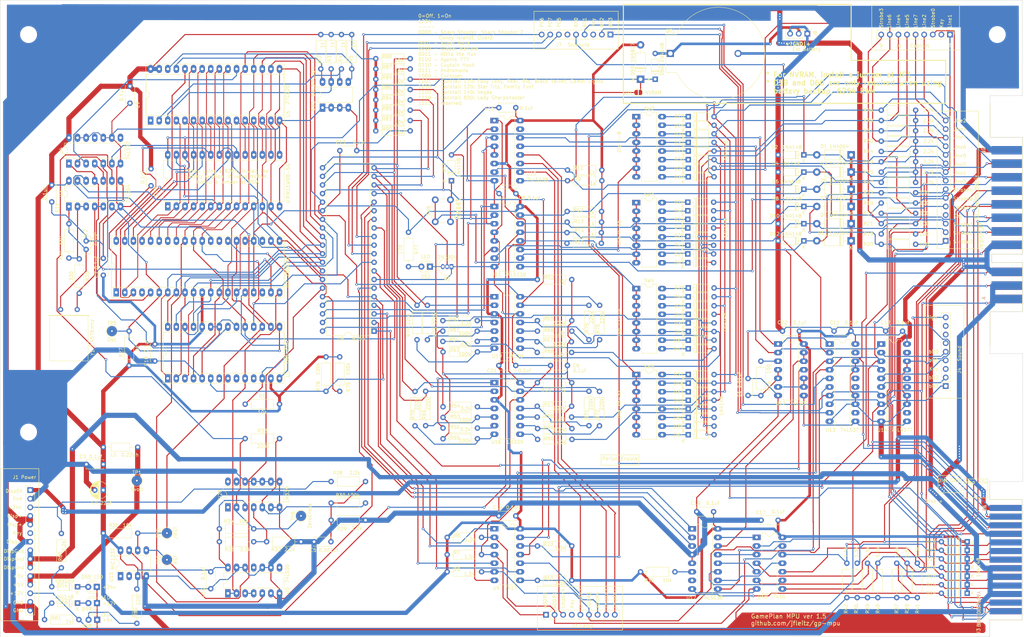
<source format=kicad_pcb>
(kicad_pcb (version 20211014) (generator pcbnew)
  (layers (0 "F.Cu" signal) (31 "B.Cu" signal) (34 "B.Paste" user) (35 "F.Paste" user) (36 "B.SilkS" user "B.Silkscreen") (37 "F.SilkS" user "F.Silkscreen") (38 "B.Mask" user) (39 "F.Mask" user) (44 "Edge.Cuts" user))
  (net 0 "")
  (net 1 "Net-(C1-Pad1)")
  (net 2 "GND")
  (net 3 "Net-(C2-Pad1)")
  (net 4 "+5V")
  (net 5 "Net-(C5-Pad1)")
  (net 6 "Net-(C6-Pad1)")
  (net 7 "Net-(D1-Pad2)")
  (net 8 "DISP_CLK1")
  (net 9 "DISP_CLK2")
  (net 10 "DISP_CLK3")
  (net 11 "DISP_CLK4")
  (net 12 "DISP_CLK5")
  (net 13 "DIGIT0")
  (net 14 "DIGIT1")
  (net 15 "DIGIT2")
  (net 16 "DIGIT3")
  (net 17 "DIGIT4")
  (net 18 "DIGIT5")
  (net 19 "DIGIT6")
  (net 20 "Net-(D20-Pad1)")
  (net 21 "SW_LINE0")
  (net 22 "Net-(D21-Pad1)")
  (net 23 "SW_LINE2")
  (net 24 "Net-(D22-Pad1)")
  (net 25 "SW_LINE4")
  (net 26 "Net-(D23-Pad1)")
  (net 27 "SW_LINE6")
  (net 28 "Net-(D24-Pad1)")
  (net 29 "Net-(D25-Pad1)")
  (net 30 "Net-(D26-Pad1)")
  (net 31 "Net-(D27-Pad1)")
  (net 32 "Net-(D28-Pad1)")
  (net 33 "Net-(D29-Pad1)")
  (net 34 "Net-(D30-Pad1)")
  (net 35 "Net-(D31-Pad1)")
  (net 36 "Net-(D32-Pad1)")
  (net 37 "Net-(D33-Pad1)")
  (net 38 "Net-(D34-Pad1)")
  (net 39 "Net-(D35-Pad1)")
  (net 40 "Net-(D36-Pad1)")
  (net 41 "SW_LINE1")
  (net 42 "Net-(D37-Pad1)")
  (net 43 "SW_LINE3")
  (net 44 "Net-(D38-Pad1)")
  (net 45 "SW_LINE5")
  (net 46 "Net-(D39-Pad1)")
  (net 47 "SW_LINE7")
  (net 48 "Net-(D40-Pad1)")
  (net 49 "Net-(D41-Pad1)")
  (net 50 "Net-(D42-Pad1)")
  (net 51 "Net-(D43-Pad1)")
  (net 52 "Net-(D44-Pad1)")
  (net 53 "Net-(D45-Pad1)")
  (net 54 "Net-(D46-Pad1)")
  (net 55 "Net-(D47-Pad1)")
  (net 56 "Net-(D48-Pad1)")
  (net 57 "Net-(D49-Pad1)")
  (net 58 "Net-(D50-Pad1)")
  (net 59 "Net-(D51-Pad1)")
  (net 60 "Net-(D52-Pad1)")
  (net 61 "Net-(D52-Pad2)")
  (net 62 "Net-(D53-Pad1)")
  (net 63 "DISP_5V")
  (net 64 "24V")
  (net 65 "DISP+")
  (net 67 "DISP_GND")
  (net 68 "+12V")
  (net 69 "ADDR2")
  (net 70 "ADDR1")
  (net 71 "LAMP_EN4")
  (net 73 "LAMP_EN3")
  (net 74 "ADDR3")
  (net 75 "ADDR4")
  (net 76 "LAMP_EN2")
  (net 77 "LAMP_EN1")
  (net 78 "PERIPH1_4")
  (net 79 "PERIPH1_3")
  (net 81 "PERIPH1_2")
  (net 82 "PERIPH1_1")
  (net 86 "STROBE2")
  (net 87 "STROBE1")
  (net 88 "STROBE3")
  (net 90 "STROBE0")
  (net 91 "STROBE4")
  (net 93 "PERIPH0_4")
  (net 94 "PERIPH0_3")
  (net 96 "PERIPH0_2")
  (net 97 "PERIPH0_1")
  (net 99 "PC5")
  (net 100 "PC7")
  (net 101 "PC6")
  (net 102 "PERIPH_EN")
  (net 103 "5Volt")
  (net 104 "PC3")
  (net 105 "Net-(R1-Pad1)")
  (net 106 "Net-(R2-Pad2)")
  (net 107 "Net-(R3-Pad2)")
  (net 108 "Net-(R4-Pad2)")
  (net 109 "Net-(R5-Pad2)")
  (net 110 "Net-(R16-Pad1)")
  (net 111 "Net-(R24-Pad2)")
  (net 112 "Net-(R25-Pad2)")
  (net 113 "{slash}RST")
  (net 114 "{slash}CLK")
  (net 115 "Net-(R30-Pad2)")
  (net 116 "Net-(R31-Pad2)")
  (net 117 "Net-(R33-Pad2)")
  (net 118 "Net-(R35-Pad2)")
  (net 119 "Net-(R53-Pad2)")
  (net 120 "Net-(R54-Pad2)")
  (net 121 "Net-(R55-Pad2)")
  (net 122 "Net-(R56-Pad1)")
  (net 123 "Net-(R57-Pad2)")
  (net 124 "Net-(R58-Pad2)")
  (net 125 "Net-(R59-Pad2)")
  (net 126 "Net-(R60-Pad2)")
  (net 127 "Net-(R61-Pad2)")
  (net 128 "Net-(R62-Pad2)")
  (net 129 "Net-(R63-Pad2)")
  (net 130 "Net-(R64-Pad2)")
  (net 131 "Net-(R65-Pad2)")
  (net 132 "Net-(R66-Pad2)")
  (net 133 "Net-(R67-Pad2)")
  (net 134 "Net-(R68-Pad2)")
  (net 135 "PB0")
  (net 136 "PB1")
  (net 137 "PB2")
  (net 138 "PB3")
  (net 139 "PB4")
  (net 140 "PB5")
  (net 141 "PB6")
  (net 142 "PB7")
  (net 143 "{slash}RD")
  (net 144 "{slash}WR")
  (net 145 "DIP_STROBE0")
  (net 146 "DIP_STROBE1")
  (net 147 "DIP_STROBE2")
  (net 148 "DIP_STROBE3")
  (net 149 "RST")
  (net 150 "D4")
  (net 151 "D5")
  (net 152 "{slash}CTC-CE")
  (net 153 "D6")
  (net 154 "D7")
  (net 155 "A0")
  (net 156 "A1")
  (net 158 "ZERO")
  (net 161 "{slash}IOREQ")
  (net 163 "D0")
  (net 164 "D1")
  (net 165 "D2")
  (net 166 "Net-(U1-Pad14)")
  (net 167 "D3")
  (net 168 "A11")
  (net 169 "A12")
  (net 170 "A13")
  (net 173 "A15")
  (net 175 "A2")
  (net 176 "A3")
  (net 177 "A4")
  (net 178 "A5")
  (net 179 "A6")
  (net 180 "A7")
  (net 182 "A8")
  (net 183 "{slash}MREQ")
  (net 184 "A9")
  (net 185 "A10")
  (net 186 "Net-(U3-Pad10)")
  (net 187 "{slash}ROM")
  (net 188 "{slash}RAM")
  (net 189 "LATCH_CLK")
  (net 190 "Net-(U12-Pad10)")
  (net 191 "Net-(U5-Pad3)")
  (net 192 "Net-(U12-Pad11)")
  (net 193 "Net-(U12-Pad12)")
  (net 194 "PIO-CS")
  (net 196 "PA3")
  (net 197 "PA2")
  (net 198 "PA1")
  (net 199 "PA0")
  (net 200 "PC4")
  (net 201 "PC0")
  (net 202 "PC1")
  (net 203 "PC2")
  (net 204 "PA7")
  (net 205 "PA6")
  (net 206 "PA5")
  (net 207 "PA4")
  (net 208 "LATCH1")
  (net 209 "LATCH0")
  (net 221 "Net-(U17-Pad9)")
  (net 222 "Net-(U17-Pad10)")
  (net 223 "Net-(U17-Pad11)")
  (net 224 "Net-(U17-Pad12)")
  (net 225 "Net-(U17-Pad13)")
  (net 227 "Net-(U17-Pad15)")
  (net 235 "Net-(D54-Pad1)")
  (net 236 "Net-(D54-Pad2)")
  (net 237 "Net-(D56-Pad1)")
  (net 238 "Net-(D56-Pad2)")
  (net 239 "Net-(D58-Pad2)")
  (net 240 "Net-(BT1-Pad1)")
  (net 241 "+BATT")
  (footprint "Diode_THT:D_DO-35_SOD27_P7.62mm_Horizontal" (layer "F.Cu") (at 203.2 73.7108)
    (fp_text reference "D42")
    (fp_text value "1N4148")
  )
  (footprint "Capacitor_THT:C_Disc_D5.0mm_W2.5mm_P5.00mm" (layer "F.Cu") (at 152.345 153.665 180)
    (fp_text reference "C14")
    (fp_text value "0.1uf")
  )
  (footprint "Package_DIP:DIP-32_W15.24mm_Socket_LongPads" (layer "F.Cu") (at 44.445 36.835 90)
    (fp_text reference "U6")
    (fp_text value "27C020")
  )
  (footprint "Diode_THT:D_DO-35_SOD27_P7.62mm_Horizontal" (layer "F.Cu") (at 203.327 124.587)
    (fp_text reference "D50")
    (fp_text value "1N4148")
  )
  (footprint "Resistor_THT:R_Axial_DIN0207_L6.3mm_D2.5mm_P10.16mm_Horizontal" (layer "F.Cu") (at 270.51 67.31 180)
    (fp_text reference "R21")
    (fp_text value "100")
  )
  (footprint "Capacitor_THT:C_Disc_D5.0mm_W2.5mm_P5.00mm" (layer "F.Cu") (at 97.745 161.29 180)
    (fp_text reference "C5")
    (fp_text value "0.001uf")
  )
  (footprint "Package_DIP:DIP-14_W7.62mm_LongPads" (layer "F.Cu") (at 67.3 176.545 90)
    (fp_text reference "U5")
    (fp_text value "74LS00")
  )
  (footprint "Connector_PinHeader_2.54mm:PinHeader_1x09_P2.54mm_Vertical" (layer "F.Cu") (at 279.4 115.316 180)
    (fp_text reference "J4")
    (fp_text value "Sound")
  )
  (footprint "Inductor_THT:L_Axial_L5.3mm_D2.2mm_P10.16mm_Horizontal_Vishay_IM-1" (layer "F.Cu") (at 40.635 133.35 180)
    (fp_text reference "L1")
    (fp_text value "0.22uh")
  )
  (footprint "TestPoint:TestPoint_Pad_D3.0mm" (layer "F.Cu") (at 88.895 153.67 90)
    (fp_text reference "TP6")
    (fp_text value "ZeroCross")
  )
  (footprint "Resistor_THT:R_Axial_DIN0207_L6.3mm_D2.5mm_P10.16mm_Horizontal" (layer "F.Cu") (at 88.895 161.29 180)
    (fp_text reference "R32")
    (fp_text value "2.2k")
  )
  (footprint "Resistor_THT:R_Axial_DIN0207_L6.3mm_D2.5mm_P10.16mm_Horizontal" (layer "F.Cu") (at 125.715 126.995 90)
    (fp_text reference "R69")
    (fp_text value "220k")
  )
  (footprint "Resistor_THT:R_Axial_DIN0207_L6.3mm_D2.5mm_P10.16mm_Horizontal" (layer "F.Cu") (at 23.368 77.724 -90)
    (fp_text reference "R25")
    (fp_text value "330")
  )
  (footprint "Diode_THT:D_DO-35_SOD27_P7.62mm_Horizontal" (layer "F.Cu") (at 285.75 171.45 180)
    (fp_text reference "D16")
    (fp_text value "1N4148")
  )
  (footprint "Diode_THT:D_DO-35_SOD27_P7.62mm_Horizontal" (layer "F.Cu") (at 285.75 161.29 180)
    (fp_text reference "D19")
    (fp_text value "1N4148")
  )
  (footprint "Diode_THT:D_DO-41_SOD81_P10.16mm_Horizontal" (layer "F.Cu") (at 251.46 57.15 180)
    (fp_text reference "D5")
    (fp_text value "1N4004")
  )
  (footprint "Resistor_THT:R_Axial_DIN0207_L6.3mm_D2.5mm_P10.16mm_Horizontal" (layer "F.Cu") (at 270.51 64.262 180)
    (fp_text reference "R17")
    (fp_text value "100")
  )
  (footprint "Resistor_THT:R_Axial_DIN0207_L6.3mm_D2.5mm_P10.16mm_Horizontal" (layer "F.Cu") (at 264.922 177.8 90)
    (fp_text reference "R37")
    (fp_text value "1.5k")
  )
  (footprint "LED_THT:LED_D3.0mm" (layer "F.Cu") (at 28.6562 184.3532 180)
    (fp_text reference "D58")
    (fp_text value "LED")
  )
  (footprint "Resistor_THT:R_Axial_DIN0207_L6.3mm_D2.5mm_P10.16mm_Horizontal" (layer "F.Cu") (at 177.6984 66.8528 180)
    (fp_text reference "R13")
    (fp_text value "1k")
  )
  (footprint "Resistor_THT:R_Axial_DIN0207_L6.3mm_D2.5mm_P10.16mm_Horizontal" (layer "F.Cu") (at 130.8608 121.412)
    (fp_text reference "R54")
    (fp_text value "3.3k")
  )
  (footprint "Package_DIP:DIP-14_W7.62mm_LongPads" (layer "F.Cu") (at 146.035 157.475)
    (fp_text reference "U9")
    (fp_text value "7417")
  )
  (footprint "Resistor_THT:R_Axial_DIN0207_L6.3mm_D2.5mm_P10.16mm_Horizontal" (layer "F.Cu") (at 82.545 130.81 180)
    (fp_text reference "R33")
    (fp_text value "220k")
  )
  (footprint "Capacitor_THT:C_Disc_D5.0mm_W2.5mm_P5.00mm" (layer "F.Cu") (at 30.475 82.55 90)
    (fp_text reference "C7")
    (fp_text value "0.1uf")
  )
  (footprint "Diode_THT:D_DO-35_SOD27_P7.62mm_Horizontal" (layer "F.Cu") (at 203.327 40.767)
    (fp_text reference "D21")
    (fp_text value "1N4148")
  )
  (footprint "Package_DIP:DIP-14_W7.62mm_LongPads" (layer "F.Cu") (at 229.855 102.865)
    (fp_text reference "U12")
    (fp_text value "74LS00")
  )
  (footprint "Package_DIP:DIP-16_W7.62mm_LongPads" (layer "F.Cu") (at 204.455 157.495)
    (fp_text reference "U17")
    (fp_text value "74LS138")
  )
  (footprint "Resistor_THT:R_Axial_DIN0207_L6.3mm_D2.5mm_P10.16mm_Horizontal" (layer "F.Cu") (at 132.08 170.18)
    (fp_text reference "R8")
    (fp_text value "1.5k")
  )
  (footprint "Package_DIP:DIP-14_W7.62mm_LongPads" (layer "F.Cu") (at 20.31 49.545 90)
    (fp_text reference "U4")
    (fp_text value "74LS32")
  )
  (footprint "Resistor_THT:R_Axial_DIN0207_L6.3mm_D2.5mm_P10.16mm_Horizontal" (layer "F.Cu") (at 20.315 67.31 -90)
    (fp_text reference "R24")
    (fp_text value "330")
  )
  (footprint "Resistor_THT:R_Axial_DIN0207_L6.3mm_D2.5mm_P10.16mm_Horizontal" (layer "F.Cu") (at 64.765 161.29)
    (fp_text reference "R31")
    (fp_text value "3.3k")
  )
  (footprint "Capacitor_THT:C_Disc_D5.0mm_W2.5mm_P5.00mm" (layer "F.Cu") (at 44.577 51.094 -90)
    (fp_text reference "C20")
    (fp_text value "0.1uf")
  )
  (footprint "Resistor_THT:R_Axial_DIN0207_L6.3mm_D2.5mm_P10.16mm_Horizontal" (layer "F.Cu") (at 110.998 33.782)
    (fp_text reference "R85")
    (fp_text value "10k")
  )
  (footprint "Button_Switch_THT:SW_PUSH_6mm_H4.3mm" (layer "F.Cu") (at 128.56 66.75 90)
    (fp_text reference "SW6")
    (fp_text value "Reset")
  )
  (footprint "Resistor_THT:R_Axial_DIN0207_L6.3mm_D2.5mm_P10.16mm_Horizontal" (layer "F.Cu") (at 120.65 69.85 -90)
    (fp_text reference "R77")
    (fp_text value "270")
  )
  (footprint "Diode_THT:D_DO-35_SOD27_P7.62mm_Horizontal" (layer "F.Cu") (at 203.327 96.647)
    (fp_text reference "D30")
    (fp_text value "1N4148")
  )
  (footprint "Resistor_THT:R_Axial_DIN0207_L6.3mm_D2.5mm_P10.16mm_Horizontal" (layer "F.Cu") (at 130.8608 130.8608)
    (fp_text reference "R55")
    (fp_text value "100k")
  )
  (footprint "LED_THT:LED_D3.0mm" (layer "F.Cu") (at 28.6054 179.4256 180)
    (fp_text reference "D57")
    (fp_text value "LED")
  )
  (footprint "Diode_THT:D_DO-35_SOD27_P7.62mm_Horizontal" (layer "F.Cu") (at 285.75 176.53 180)
    (fp_text reference "D14")
    (fp_text value "1N4148")
  )
  (footprint "Diode_THT:D_DO-35_SOD27_P7.62mm_Horizontal" (layer "F.Cu") (at 203.2 78.8416)
    (fp_text reference "D43")
    (fp_text value "1N4148")
  )
  (footprint "Diode_THT:D_DO-35_SOD27_P7.62mm_Horizontal" (layer "F.Cu") (at 203.2 63.5)
    (fp_text reference "D40")
    (fp_text value "1N4148")
  )
  (footprint "Capacitor_THT:C_Disc_D5.0mm_W2.5mm_P5.00mm" (layer "F.Cu") (at 210.805 152.415 180)
    (fp_text reference "C19")
    (fp_text value "0.1uf")
  )
  (footprint "Package_TO_SOT_THT:TO-92_Inline" (layer "F.Cu") (at 133.35 80.01 180)
    (fp_text reference "Q1")
    (fp_text value "2N3904")
  )
  (footprint "Diode_THT:D_DO-35_SOD27_P7.62mm_Horizontal" (layer "F.Cu") (at 203.2 71.12)
    (fp_text reference "D26")
    (fp_text value "1N4148")
  )
  (footprint "Diode_THT:D_DO-35_SOD27_P7.62mm_Horizontal" (layer "F.Cu") (at 203.327 116.967)
    (fp_text reference "D33")
    (fp_text value "1N4148")
  )
  (footprint "Resistor_THT:R_Axial_DIN0207_L6.3mm_D2.5mm_P10.16mm_Horizontal" (layer "F.Cu") (at 107.95 143.51 180)
    (fp_text reference "R28")
    (fp_text value "2.2k")
  )
  (footprint "Resistor_THT:R_Axial_DIN0207_L6.3mm_D2.5mm_P10.16mm_Horizontal" (layer "F.Cu") (at 110.998 27.686)
    (fp_text reference "R86")
    (fp_text value "10k")
  )
  (footprint "MountingHole:MountingHole_3.7mm" (layer "F.Cu") (at 8.382 11.43)
    (fp_text reference "REF**" hide)
    (fp_text value "MountingHole_3.7mm" hide)
  )
  (footprint "Diode_THT:D_DO-35_SOD27_P7.62mm_Horizontal" (layer "F.Cu") (at 203.327 94.107)
    (fp_text reference "D45")
    (fp_text value "1N4148")
  )
  (footprint "Diode_THT:D_DO-35_SOD27_P7.62mm_Horizontal" (layer "F.Cu") (at 203.2 68.58)
    (fp_text reference "D41")
    (fp_text value "1N4148")
  )
  (footprint "TestPoint:TestPoint_Pad_D3.0mm" (layer "F.Cu") (at 33.015 99.06)
    (fp_text reference "TP5")
    (fp_text value "Osc")
  )
  (footprint "Connector_PinHeader_2.54mm:PinHeader_1x09_P2.54mm_Vertical" (layer "F.Cu") (at 280.66 11.43 -90)
    (fp_text reference "J6")
    (fp_text value "Cabinet")
  )
  (footprint "Package_DIP:DIP-28_W15.24mm_LongPads" (layer "F.Cu") (at 49.535 62.21 90)
    (fp_text reference "U7")
    (fp_text value "FM16W08-SG")
  )
  (footprint "Diode_THT:D_DO-35_SOD27_P7.62mm_Horizontal" (layer "F.Cu") (at 203.2 60.96)
    (fp_text reference "D24")
    (fp_text value "1N4148")
  )
  (footprint "Diode_THT:D_DO-35_SOD27_P7.62mm_Horizontal" (layer "F.Cu") (at 285.75 173.99 180)
    (fp_text reference "D15")
    (fp_text value "1N4148")
  )
  (footprint "Resistor_THT:R_Axial_DIN0207_L6.3mm_D2.5mm_P10.16mm_Horizontal" (layer "F.Cu") (at 260.35 42.926)
    (fp_text reference "R50")
    (fp_text value "2.2k")
  )
  (footprint "Resistor_THT:R_Axial_DIN0207_L6.3mm_D2.5mm_P10.16mm_Horizontal" (layer "F.Cu") (at 132.08 160.02)
    (fp_text reference "R6")
    (fp_text value "1.5k")
  )
  (footprint "Battery:BatteryHolder_ComfortableElectronic_CH273-2450_1x2450" (layer "F.Cu") (at 198.038914 17.018)
    (fp_text reference "BT1")
    (fp_text value "2732 coin cell")
  )
  (footprint "Resistor_THT:R_Axial_DIN0207_L6.3mm_D2.5mm_P10.16mm_Horizontal" (layer "F.Cu") (at 100.838 11.43 -90)
    (fp_text reference "R4")
    (fp_text value "1k")
  )
  (footprint "Resistor_THT:R_Axial_DIN0207_L6.3mm_D2.5mm_P10.16mm_Horizontal" (layer "F.Cu") (at 177.6984 63.7032 180)
    (fp_text reference "R12")
    (fp_text value "1k")
  )
  (footprint "Resistor_THT:R_Axial_DIN0207_L6.3mm_D2.5mm_P10.16mm_Horizontal" (layer "F.Cu") (at 260.35 55.118)
    (fp_text reference "R47")
    (fp_text value "2.2k")
  )
  (footprint "LED_THT:LED_D3.0mm" (layer "F.Cu") (at 127 80.01 180)
    (fp_text reference "D52")
    (fp_text value "LED")
  )
  (footprint "Package_DIP:DIP-40_W15.24mm" (layer "F.Cu") (at 110.49 99.055 180)
    (fp_text reference "U8")
    (fp_text value "8255")
  )
  (footprint "Diode_THT:D_DO-41_SOD81_P10.16mm_Horizontal" (layer "F.Cu") (at 251.46 46.99 180)
    (fp_text reference "D1")
    (fp_text value "1N4004")
  )
  (footprint "Package_DIP:DIP-14_W7.62mm_LongPads" (layer "F.Cu") (at 67.3 151.145 90)
    (fp_text reference "U20")
    (fp_text value "LM339")
  )
  (footprint "Diode_THT:D_DO-35_SOD27_P7.62mm_Horizontal" (layer "F.Cu") (at 133.35 54.61 90)
    (fp_text reference "D53")
    (fp_text value "1N4148")
  )
  (footprint "Capacitor_THT:C_Disc_D5.0mm_W2.5mm_P5.00mm" (layer "F.Cu") (at 220.98 118.07 90)
    (fp_text reference "C1")
    (fp_text value "0.01uf")
  )
  (footprint "Resistor_THT:R_Axial_DIN0207_L6.3mm_D2.5mm_P10.16mm_Horizontal" (layer "F.Cu") (at 130.8608 124.5616)
    (fp_text reference "R53")
    (fp_text value "100k")
  )
  (footprint "LED_THT:LED_D3.0mm" (layer "F.Cu") (at 28.5546 174.6504 180)
    (fp_text reference "D55")
    (fp_text value "LED")
  )
  (footprint "Resistor_THT:R_Axial_DIN0207_L6.3mm_D2.5mm_P10.16mm_Horizontal" (layer "F.Cu") (at 168.91 99.06 180)
    (fp_text reference "R66")
    (fp_text value "3.3k")
  )
  (footprint "Resistor_THT:R_Axial_DIN0207_L6.3mm_D2.5mm_P10.16mm_Horizontal" (layer "F.Cu") (at 130.8608 105.2068)
    (fp_text reference "R63")
    (fp_text value "100k")
  )
  (footprint "Resistor_THT:R_Axial_DIN0207_L6.3mm_D2.5mm_P10.16mm_Horizontal" (layer "F.Cu") (at 260.35 52.07)
    (fp_text reference "R45")
    (fp_text value "2.2k")
  )
  (footprint "Resistor_THT:R_Axial_DIN0207_L6.3mm_D2.5mm_P10.16mm_Horizontal" (layer "F.Cu") (at 168.9608 131.064 180)
    (fp_text reference "R60")
    (fp_text value "3.3k")
  )
  (footprint "Resistor_THT:R_Axial_DIN0207_L6.3mm_D2.5mm_P10.16mm_Horizontal" (layer "F.Cu") (at 110.998 24.638)
    (fp_text reference "R89")
    (fp_text value "10k")
  )
  (footprint "MountingHole:MountingHole_3.7mm" (layer "F.Cu") (at 8.382 128.905)
    (fp_text reference "REF**" hide)
    (fp_text value "MountingHole_3.7mm" hide)
  )
  (footprint "Diode_THT:D_DO-35_SOD27_P7.62mm_Horizontal" (layer "F.Cu") (at 203.327 43.307)
    (fp_text reference "D37")
    (fp_text value "1N4148")
  )
  (footprint "Resistor_THT:R_Axial_DIN0207_L6.3mm_D2.5mm_P10.16mm_Horizontal" (layer "F.Cu") (at 168.8084 102.2096 180)
    (fp_text reference "R67")
    (fp_text value "100k")
  )
  (footprint "Diode_THT:D_DO-35_SOD27_P7.62mm_Horizontal" (layer "F.Cu") (at 203.327 88.9)
    (fp_text reference "D44")
    (fp_text value "1N4148")
  )
  (footprint "Package_DIP:DIP-20_W7.62mm_LongPads" (layer "F.Cu") (at 260.335 102.875)
    (fp_text reference "U14")
    (fp_text value "74LS377")
  )
  (footprint "Resistor_THT:R_Axial_DIN0207_L6.3mm_D2.5mm_P10.16mm_Horizontal" (layer "F.Cu") (at 97.79 149.86)
    (fp_text reference "R30")
    (fp_text value "100k")
  )
  (footprint "Resistor_THT:R_Axial_DIN0207_L6.3mm_D2.5mm_P10.16mm_Horizontal" (layer "F.Cu") (at 18.0848 158.8516 -90)
    (fp_text reference "R80")
    (fp_text value "2.2k")
  )
  (footprint "Package_DIP:DIP-14_W7.62mm_LongPads" (layer "F.Cu") (at 20.31 62.245 90)
    (fp_text reference "U3")
    (fp_text value "74LS04")
  )
  (footprint "Resistor_THT:R_Axial_DIN0207_L6.3mm_D2.5mm_P10.16mm_Horizontal" (layer "F.Cu") (at 168.91 172.72 180)
    (fp_text reference "R10")
    (fp_text value "1.5k")
  )
  (footprint "Diode_THT:D_DO-35_SOD27_P7.62mm_Horizontal" (layer "F.Cu") (at 203.327 35.687)
    (fp_text reference "D20")
    (fp_text value "1N4148")
  )
  (footprint "Diode_THT:D_DO-41_SOD81_P10.16mm_Horizontal" (layer "F.Cu") (at 251.46 52.07 180)
    (fp_text reference "D3")
    (fp_text value "1N4004")
  )
  (footprint "Resistor_THT:R_Axial_DIN0207_L6.3mm_D2.5mm_P10.16mm_Horizontal" (layer "F.Cu") (at 130.81 102.108)
    (fp_text reference "R64")
    (fp_text value "3.3k")
  )
  (footprint "Resistor_THT:R_Axial_DIN0207_L6.3mm_D2.5mm_P10.16mm_Horizontal" (layer "F.Cu") (at 110.998 36.83)
    (fp_text reference "R83")
    (fp_text value "10k")
  )
  (footprint "Capacitor_THT:C_Disc_D5.0mm_W2.5mm_P5.00mm" (layer "F.Cu") (at 15.235 55.88 -90)
    (fp_text reference "C16")
    (fp_text value "0.1uf")
  )
  (footprint "Diode_THT:D_DO-41_SOD81_P10.16mm_Horizontal" (layer "F.Cu") (at 189.23 24.638 90)
    (fp_text reference "D59")
    (fp_text value "1N5817")
  )
  (footprint "Resistor_THT:R_Axial_DIN0207_L6.3mm_D2.5mm_P10.16mm_Horizontal" (layer "F.Cu") (at 256.286 177.8 90)
    (fp_text reference "R39")
    (fp_text value "1.5k")
  )
  (footprint "Resistor_THT:R_Axial_DIN0207_L6.3mm_D2.5mm_P10.16mm_Horizontal" (layer "F.Cu") (at 259.334 177.8 90)
    (fp_text reference "R40")
    (fp_text value "1.5k")
  )
  (footprint "Resistor_THT:R_Axial_DIN0207_L6.3mm_D2.5mm_P10.16mm_Horizontal" (layer "F.Cu") (at 267.97 177.8 90)
    (fp_text reference "R38")
    (fp_text value "1.5k")
  )
  (footprint "Resistor_THT:R_Axial_DIN0207_L6.3mm_D2.5mm_P10.16mm_Horizontal" (layer "F.Cu") (at 168.91 162.56 180)
    (fp_text reference "R23")
    (fp_text value "1.5k")
  )
  (footprint "Resistor_THT:R_Axial_DIN0207_L6.3mm_D2.5mm_P10.16mm_Horizontal" (layer "F.Cu") (at 177.8 54.61 180)
    (fp_text reference "R9")
    (fp_text value "1k")
  )
  (footprint "Diode_THT:D_DO-35_SOD27_P7.62mm_Horizontal" (layer "F.Cu") (at 203.327 129.667)
    (fp_text reference "D51")
    (fp_text value "1N4148")
  )
  (footprint "Capacitor_THT:C_Disc_D5.0mm_W2.5mm_P5.00mm" (layer "F.Cu") (at 152.36 33.02 180)
    (fp_text reference "C15")
    (fp_text value "0.1uf")
  )
  (footprint "Capacitor_THT:C_Disc_D5.0mm_W2.5mm_P5.00mm" (layer "F.Cu") (at 38.354 26.71 -90)
    (fp_text reference "C9")
    (fp_text value "0.1uf")
  )
  (footprint "Resistor_THT:R_Axial_DIN0207_L6.3mm_D2.5mm_P10.16mm_Horizontal" (layer "F.Cu") (at 100.325 106.68 -90)
    (fp_text reference "R79")
    (fp_text value "100k")
  )
  (footprint "Resistor_THT:R_Axial_DIN0207_L6.3mm_D2.5mm_P10.16mm_Horizontal" (layer "F.Cu") (at 168.8592 105.3592 180)
    (fp_text reference "R68")
    (fp_text value "3.3k")
  )
  (footprint "Resistor_THT:R_Axial_DIN0207_L6.3mm_D2.5mm_P10.16mm_Horizontal" (layer "F.Cu") (at 122.5804 127.0508 90)
    (fp_text reference "R70")
    (fp_text value "220k")
  )
  (footprint "Diode_THT:D_DO-35_SOD27_P7.62mm_Horizontal" (layer "F.Cu") (at 203.327 127.127)
    (fp_text reference "D35")
    (fp_text value "1N4148")
  )
  (footprint "Connector_PinHeader_2.54mm:PinHeader_1x09_P2.54mm_Vertical" (layer "F.Cu") (at 161.285 182.88 90)
    (fp_text reference "J2")
    (fp_text value "Lamp")
  )
  (footprint "Resistor_THT:R_Axial_DIN0207_L6.3mm_D2.5mm_P10.16mm_Horizontal" (layer "F.Cu") (at 260.35 70.358)
    (fp_text reference "R19")
    (fp_text value "100")
  )
  (footprint "Resistor_THT:R_Axial_DIN0207_L6.3mm_D2.5mm_P10.16mm_Horizontal" (layer "F.Cu") (at 96.275 106.68 -90)
    (fp_text reference "R78")
    (fp_text value "100k")
  )
  (footprint "Resistor_THT:R_Axial_DIN0207_L6.3mm_D2.5mm_P10.16mm_Horizontal" (layer "F.Cu") (at 168.91 95.9612 180)
    (fp_text reference "R65")
    (fp_text value "100k")
  )
  (footprint "Capacitor_THT:C_Disc_D5.0mm_W2.5mm_P5.00mm" (layer "F.Cu") (at 30.475 138.43 180)
    (fp_text reference "C3")
    (fp_text value "0.1uf")
  )
  (footprint "Package_DIP:DIP-20_W7.62mm_LongPads" (layer "F.Cu") (at 245.095 102.875)
    (fp_text reference "U13")
    (fp_text value "74LS377")
  )
  (footprint "Diode_THT:D_DO-35_SOD27_P7.62mm_Horizontal" (layer "F.Cu") (at 203.2 66.04)
    (fp_text reference "D25")
    (fp_text value "1N4148")
  )
  (footprint "Resistor_THT:R_Axial_DIN0207_L6.3mm_D2.5mm_P10.16mm_Horizontal" (layer "F.Cu") (at 110.998 18.542)
    (fp_text reference "R88")
    (fp_text value "10k")
  )
  (footprint "Package_DIP:DIP-16_W7.62mm_LongPads" (layer "F.Cu") (at 146.035 36.845)
    (fp_text reference "U10")
    (fp_text value "74LS138")
  )
  (footprint "Capacitor_THT:C_Disc_D5.0mm_W2.5mm_P5.00mm" (layer "F.Cu") (at 100.37 45.72)
    (fp_text reference "C13")
    (fp_text value "0.1uf")
  )
  (footprint "Diode_THT:D_DO-35_SOD27_P7.62mm_Horizontal" (layer "F.Cu") (at 193.548 24.638 90)
    (fp_text reference "D60")
    (fp_text value "1N4148")
  )
  (footprint "Package_DIP:DIP-14_W7.62mm_LongPads" (layer "F.Cu") (at 146.035 114.295)
    (fp_text reference "U16")
    (fp_text value "LM339")
  )
  (footprint "Resistor_THT:R_Axial_DIN0207_L6.3mm_D2.5mm_P10.16mm_Horizontal" (layer "F.Cu") (at 40.386 175.26 -90)
    (fp_text reference "R82")
    (fp_text value "220")
  )
  (footprint "Package_DIP:DIP-40_W15.24mm_Socket_LongPads" (layer "F.Cu") (at 34.29 87.635 90)
    (fp_text reference "U2")
    (fp_text value "Z80CPU")
  )
  (footprint "Capacitor_THT:C_Disc_D5.0mm_W2.5mm_P2.50mm" (layer "F.Cu") (at 25.395 74.93 90)
    (fp_text reference "C2")
    (fp_text value "220pf")
  )
  (footprint "Diode_THT:D_DO-35_SOD27_P7.62mm_Horizontal" (layer "F.Cu") (at 203.327 38.227)
    (fp_text reference "D36")
    (fp_text value "1N4148")
  )
  (footprint "Diode_THT:D_DO-35_SOD27_P7.62mm_Horizontal" (layer "F.Cu") (at 237.49 72.39 180)
    (fp_text reference "D12")
    (fp_text value "1N4148")
  )
  (footprint "Resistor_THT:R_Axial_DIN0207_L6.3mm_D2.5mm_P10.16mm_Horizontal" (layer "F.Cu") (at 260.35 33.782)
    (fp_text reference "R46")
    (fp_text value "2.2k")
  )
  (footprint "Diode_THT:D_DO-35_SOD27_P7.62mm_Horizontal" (layer "F.Cu") (at 203.327 122.047)
    (fp_text reference "D34")
    (fp_text value "1N4148")
  )
  (footprint "Diode_THT:D_DO-35_SOD27_P7.62mm_Horizontal" (layer "F.Cu") (at 203.327 111.887)
    (fp_text reference "D32")
    (fp_text value "1N4148")
  )
  (footprint "Diode_THT:D_DO-35_SOD27_P7.62mm_Horizontal" (layer "F.Cu") (at 203.327 91.567)
    (fp_text reference "D29")
    (fp_text value "1N4148")
  )
  (footprint "Resistor_THT:R_Axial_DIN0207_L6.3mm_D2.5mm_P10.16mm_Horizontal" (layer "F.Cu") (at 168.9608 127.8636 180)
    (fp_text reference "R59")
    (fp_text value "100k")
  )
  (footprint "Resistor_THT:R_Axial_DIN0207_L6.3mm_D2.5mm_P10.16mm_Horizontal" (layer "F.Cu") (at 64.765 157.48)
    (fp_text reference "R34")
    (fp_text value "10k")
  )
  (footprint "Resistor_THT:R_Axial_DIN0207_L6.3mm_D2.5mm_P10.16mm_Horizontal" (layer "F.Cu") (at 177.6476 69.9516 180)
    (fp_text reference "R14")
    (fp_text value "1k")
  )
  (footprint "Resistor_THT:R_Axial_DIN0207_L6.3mm_D2.5mm_P10.16mm_Horizontal" (layer "F.Cu") (at 130.81 95.9612)
    (fp_text reference "R62")
    (fp_text value "3.3k")
  )
  (footprint "Resistor_THT:R_Axial_DIN0207_L6.3mm_D2.5mm_P10.16mm_Horizontal" (layer "F.Cu") (at 177.8 51.4604 180)
    (fp_text reference "R11")
    (fp_text value "1k")
  )
  (footprint "gp-connector:display-cocktail" (layer "F.Cu") (at 292.4302 182.7022 90)
    (fp_text reference "J3")
    (fp_text value "BDU DISPLAY")
    (fp_line (start 27.2 0.05) (end 27.85 0.05) (layer "Edge.Cuts") (width 0.12))
    (fp_line (start 27.2 9.6) (end 27.2 0.05) (layer "Edge.Cuts") (width 0.12))
    (fp_line (start 27.85 0.05) (end 27.85 9.6) (layer "Edge.Cuts") (width 0.12))
    (fp_line (start 27.85 9.6) (end 33.875 9.6) (layer "Edge.Cuts") (width 0.12))
    (fp_line (start -1.7 -0.025) (end -6.7 -0.025) (layer "Edge.Cuts") (width 0.12))
    (fp_line (start -1.7 9.6) (end -1.7 -0.025) (layer "Edge.Cuts") (width 0.12))
    (fp_line (start 33.95 0) (end 36.4 0) (layer "Edge.Cuts") (width 0.12))
    (fp_line (start 27.2 9.6) (end -1.7 9.6) (layer "Edge.Cuts") (width 0.12))
    (fp_line (start 33.875 -0.0119) (end 33.875 9.6) (layer "Edge.Cuts") (width 0.1))
  )
  (footprint "Resistor_THT:R_Axial_DIN0207_L6.3mm_D2.5mm_P10.16mm_Horizontal" (layer "F.Cu") (at 141.0208 127.7112 180)
    (fp_text reference "R56")
    (fp_text value "3.3k")
  )
  (footprint "Package_DIP:DIP-16_W7.62mm_LongPads" (layer "F.Cu") (at 187.96 111.887)
    (fp_text reference "SW5")
    (fp_text value "Dip 25-32")
  )
  (footprint "Resistor_THT:R_Axial_DIN0207_L6.3mm_D2.5mm_P10.16mm_Horizontal" (layer "F.Cu") (at 250.19 177.8 90)
    (fp_text reference "R42")
    (fp_text value "1.5k")
  )
  (footprint "Resistor_THT:R_Axial_DIN0207_L6.3mm_D2.5mm_P10.16mm_Horizontal" (layer "F.Cu") (at 260.35 49.022)
    (fp_text reference "R49")
    (fp_text value "2.2k")
  )
  (footprint "Diode_THT:D_DO-35_SOD27_P7.62mm_Horizontal" (layer "F.Cu") (at 203.327 50.927)
    (fp_text reference "D23")
    (fp_text value "1N4148")
  )
  (footprint "Resistor_THT:R_Axial_DIN0207_L6.3mm_D2.5mm_P10.16mm_Horizontal" (layer "F.Cu") (at 168.8592 124.46 180)
    (fp_text reference "R58")
    (fp_text value "3.3k")
  )
  (footprint "Diode_THT:D_DO-35_SOD27_P7.62mm_Horizontal" (layer "F.Cu") (at 22.86 179.4256 180)
    (fp_text reference "D56")
    (fp_text value "1N4148")
  )
  (footprint "Package_DIP:DIP-14_W7.62mm_LongPads" (layer "F.Cu") (at 146.035 88.895)
    (fp_text reference "U19")
    (fp_text value "LM339")
  )
  (footprint "Resistor_THT:R_Axial_DIN0207_L6.3mm_D2.5mm_P10.16mm_Horizontal" (layer "F.Cu") (at 110.998 39.878)
    (fp_text reference "R90")
    (fp_text value "10k")
  )
  (footprint "Resistor_THT:R_Axial_DIN0207_L6.3mm_D2.5mm_P10.16mm_Horizontal" (layer "F.Cu") (at 173.975 126.995 90)
    (fp_text reference "R71")
    (fp_text value "220k")
  )
  (footprint "Resistor_THT:R_Axial_DIN0207_L6.3mm_D2.5mm_P10.16mm_Horizontal" (layer "F.Cu") (at 110.998 21.59)
    (fp_text reference "R87")
    (fp_text value "10k")
  )
  (footprint "Diode_THT:D_DO-35_SOD27_P7.62mm_Horizontal" (layer "F.Cu") (at 22.86 174.5996 180)
    (fp_text reference "D54")
    (fp_text value "1N4148")
  )
  (footprint "Capacitor_THT:C_Disc_D5.0mm_W2.5mm_P5.00mm" (layer "F.Cu") (at 251.405 99.06 180)
    (fp_text reference "C11")
    (fp_text value "0.1uf")
  )
  (footprint "Diode_THT:D_DO-35_SOD27_P7.62mm_Horizontal" (layer "F.Cu") (at 203.327 48.387)
    (fp_text reference "D38")
    (fp_text value "1N4148")
  )
  (footprint "Diode_THT:D_DO-35_SOD27_P7.62mm_Horizontal" (layer "F.Cu") (at 203.327 53.467)
    (fp_text reference "D39")
    (fp_text value "1N4148")
  )
  (footprint "Resistor_THT:R_Axial_DIN0207_L6.3mm_D2.5mm_P10.16mm_Horizontal" (layer "F.Cu") (at 177.0888 127.0508 90)
    (fp_text reference "R72")
    (fp_text value "220k")
  )
  (footprint "Diode_THT:D_DO-35_SOD27_P7.62mm_Horizontal" (layer "F.Cu") (at 237.49 57.15 180)
    (fp_text reference "D6")
    (fp_text value "1N4148")
  )
  (footprint "gp-connector:display-upright" (layer "F.Cu") (at 292.525 93.314 90)
    (fp_text reference "J9")
    (fp_text value "DISPLAY")
    (fp_line (start 0 9.5) (end 0 0) (layer "Edge.Cuts") (width 0.12))
    (fp_line (start 17 0.5) (end 17 9.575) (layer "Edge.Cuts") (width 0.12))
    (fp_line (start 14.525 9.575) (end 14.5 0.5) (layer "Edge.Cuts") (width 0.12))
    (fp_line (start 51.5 9.575) (end 17 9.575) (layer "Edge.Cuts") (width 0.12))
    (fp_line (start 14.5 0.5) (end 17 0.5) (layer "Edge.Cuts") (width 0.12))
    (fp_line (start 51.5 9.575) (end 51.5 0) (layer "Edge.Cuts") (width 0.12))
    (fp_line (start 14.525 9.575) (end 0.025 9.575) (layer "Edge.Cuts") (width 0.12))
  )
  (footprint "Diode_THT:D_DO-35_SOD27_P7.62mm_Horizontal" (layer "F.Cu") (at 203.2 76.2508)
    (fp_text reference "D27")
    (fp_text value "1N4148")
  )
  (footprint "Resistor_THT:R_Axial_DIN0207_L6.3mm_D2.5mm_P10.16mm_Horizontal" (layer "F.Cu") (at 132.08 165.1)
    (fp_text reference "R7")
    (fp_text value "1.5k")
  )
  (footprint "Crystal:Crystal_HC18-U_Horizontal" (layer "F.Cu") (at 17.865 92.68)
    (fp_text reference "Y1")
    (fp_text value "2.4576mhz")
  )
  (footprint "Diode_THT:D_DO-41_SOD81_P10.16mm_Horizontal" (layer "F.Cu") (at 251.46 72.39 180)
    (fp_text reference "D11")
    (fp_text value "1N4004")
  )
  (footprint "Resistor_THT:R_Axial_DIN0207_L6.3mm_D2.5mm_P10.16mm_Horizontal" (layer "F.Cu") (at 173.975 101.6 90)
    (fp_text reference "R75")
    (fp_text value "220k")
  )
  (footprint "Resistor_THT:R_Axial_DIN0207_L6.3mm_D2.5mm_P10.16mm_Horizontal" (layer "F.Cu") (at 30.485 158.765)
    (fp_text reference "R26")
    (fp_text value "10k")
  )
  (footprint "Resistor_THT:R_Axial_DIN0207_L6.3mm_D2.5mm_P10.16mm_Horizontal" (layer "F.Cu") (at 260.35 39.878)
    (fp_text reference "R51")
    (fp_text value "2.2k")
  )
  (footprint "Diode_THT:D_DO-35_SOD27_P7.62mm_Horizontal" (layer "F.Cu") (at 203.327 119.507)
    (fp_text reference "D49")
    (fp_text value "1N4148")
  )
  (footprint "Resistor_THT:R_Axial_DIN0207_L6.3mm_D2.5mm_P10.16mm_Horizontal" (layer "F.Cu") (at 126.238 101.6 90)
    (fp_text reference "R73")
    (fp_text value "220k")
  )
  (footprint "Diode_THT:D_DO-35_SOD27_P7.62mm_Horizontal" (layer "F.Cu") (at 237.49 52.07 180)
    (fp_text reference "D4")
    (fp_text value "1N4148")
  )
  (footprint "Resistor_THT:R_Axial_DIN0207_L6.3mm_D2.5mm_P10.16mm_Horizontal" (layer "F.Cu") (at 158.735 83.82)
    (fp_text reference "R52")
    (fp_text value "470")
  )
  (footprint "Resistor_THT:R_Axial_DIN0207_L6.3mm_D2.5mm_P10.16mm_Horizontal" (layer "F.Cu") (at 260.35 36.83)
    (fp_text reference "R48")
    (fp_text value "2.2k")
  )
  (footprint "Diode_THT:D_DO-35_SOD27_P7.62mm_Horizontal" (layer "F.Cu") (at 285.75 168.91 180)
    (fp_text reference "D18")
    (fp_text value "1N4148")
  )
  (footprint "Diode_THT:D_DO-35_SOD27_P7.62mm_Horizontal" (layer "F.Cu") (at 237.49 67.31 180)
    (fp_text reference "D10")
    (fp_text value "1N4148")
  )
  (footprint "Resistor_THT:R_Axial_DIN0207_L6.3mm_D2.5mm_P10.16mm_Horizontal" (layer "F.Cu") (at 123.175 101.6 90)
    (fp_text reference "R74")
    (fp_text value "220k")
  )
  (footprint "Package_DIP:DIP-16_W7.62mm_LongPads" (layer "F.Cu") (at 187.96 61.087)
    (fp_text reference "SW3")
    (fp_text value "Dip 9-16")
  )
  (footprint "Resistor_THT:R_Axial_DIN0207_L6.3mm_D2.5mm_P10.16mm_Horizontal" (layer "F.Cu") (at 97.795 11.43 -90)
    (fp_text reference "R3")
    (fp_text value "1k")
  )
  (footprint "Package_DIP:DIP-8_W7.62mm_LongPads" (layer "F.Cu") (at 35.565 171.465 90)
    (fp_text reference "U15")
    (fp_text value "MIC1232")
  )
  (footprint "Package_DIP:DIP-16_W7.62mm_LongPads" (layer "F.Cu") (at 187.96 86.487)
    (fp_text reference "SW4")
    (fp_text value "Dip 17-24")
  )
  (footprint "Resistor_THT:R_Axial_DIN0207_L6.3mm_D2.5mm_P10.16mm_Horizontal" (layer "F.Cu") (at 260.35 73.406)
    (fp_text reference "R20")
    (fp_text value "100")
  )
  (footprint "Resistor_THT:R_Axial_DIN0207_L6.3mm_D2.5mm_P10.16mm_Horizontal" (layer "F.Cu") (at 94.742 11.43 -90)
    (fp_text reference "R2")
    (fp_text value "1k")
  )
  (footprint "Resistor_THT:R_Axial_DIN0207_L6.3mm_D2.5mm_P10.16mm_Horizontal" (layer "F.Cu") (at 38.095 109.22 90)
    (fp_text reference "R27")
    (fp_text value "1k")
  )
  (footprint "TestPoint:TestPoint_Pad_D3.0mm" (layer "F.Cu") (at 49.276 158.75 90)
    (fp_text reference "TP3")
    (fp_text value "/RST")
  )
  (footprint "Package_DIP:DIP-8_W7.62mm_LongPads" (layer "F.Cu") (at 95.255 33.035 90)
    (fp_text reference "SW1")
    (fp_text value "SW_DIP_x04")
  )
  (footprint "Capacitor_THT:C_Disc_D5.0mm_W2.5mm_P5.00mm" (layer "F.Cu") (at 62.225 170.18 -90)
    (fp_text reference "C10")
    (fp_text value "0.1uf")
  )
  (footprint "Diode_THT:D_DO-35_SOD27_P7.62mm_Horizontal" (layer "F.Cu") (at 203.327 104.267)
    (fp_text reference "D47")
    (fp_text value "1N4148")
  )
  (footprint "Connector_PinHeader_2.54mm:PinHeader_1x15_P2.54mm_Vertical" (layer "F.Cu") (at 8.885 146.055)
    (fp_text reference "J1")
    (fp_text value "Power")
  )
  (footprint "Diode_THT:D_DO-35_SOD27_P7.62mm_Horizontal" (layer "F.Cu") (at 203.327 114.427)
    (fp_text reference "D48")
    (fp_text value "1N4148")
  )
  (footprint "Resistor_THT:R_Axial_DIN0207_L6.3mm_D2.5mm_P10.16mm_Horizontal" (layer "F.Cu") (at 177.6476 73.1012 180)
    (fp_text reference "R15")
    (fp_text value "1k")
  )
  (footprint "Resistor_THT:R_Axial_DIN0207_L6.3mm_D2.5mm_P10.16mm_Horizontal" (layer "F.Cu") (at 103.886 11.43 -90)
    (fp_text reference "R5")
    (fp_text value "1k")
  )
  (footprint "Capacitor_THT:C_Disc_D5.0mm_W2.5mm_P5.00mm" (layer "F.Cu") (at 167.625 109.215 180)
    (fp_text reference "C6")
    (fp_text value "0.1uf")
  )
  (footprint "Package_DIP:DIP-16_W7.62mm_LongPads" (layer "F.Cu") (at 187.96 35.687)
    (fp_text reference "SW2")
    (fp_text value "Dip 1-8")
  )
  (footprint "Capacitor_THT:CP_Radial_D5.0mm_P2.50mm" (layer "F.Cu") (at 30.475 146.05 180)
    (fp_text reference "C4")
    (fp_text value "22uf")
  )
  (footprint "Resistor_THT:R_Axial_DIN0207_L6.3mm_D2.5mm_P10.16mm_Horizontal" (layer "F.Cu") (at 177.1396 101.6 90)
    (fp_text reference "R76")
    (fp_text value "220k")
  )
  (footprint "Resistor_THT:R_Axial_DIN0207_L6.3mm_D2.5mm_P10.16mm_Horizontal" (layer "F.Cu") (at 72.385 120.65)
    (fp_text reference "R1")
    (fp_text value "10k")
  )
  (footprint "Package_DIP:DIP-16_W7.62mm_LongPads" (layer "F.Cu") (at 146.035 62.245)
    (fp_text reference "U11")
    (fp_text value "74LS138")
  )
  (footprint "Resistor_THT:R_Axial_DIN0207_L6.3mm_D2.5mm_P10.16mm_Horizontal" (layer "F.Cu") (at 260.35 45.974)
    (fp_text reference "R44")
    (fp_text value "2.2k")
  )
  (footprint "Diode_THT:D_DO-35_SOD27_P7.62mm_Horizontal" (layer "F.Cu") (at 237.49 46.99 180)
    (fp_text reference "D2")
    (fp_text value "1N4148")
  )
  (footprint "Resistor_THT:R_Axial_DIN0207_L6.3mm_D2.5mm_P10.16mm_Horizontal" (layer "F.Cu") (at 97.79 154.94)
    (fp_text reference "R29")
    (fp_text value "2.2k")
  )
  (footprint "Connector_PinHeader_2.54mm:PinHeader_1x15_P2.54mm_Vertical" (layer "F.Cu") (at 279.4 72.385 180)
    (fp_text reference "J5")
    (fp_text value "Switch Matrix")
  )
  (footprint "Connector_PinHeader_2.54mm:PinHeader_1x03_P2.54mm_Vertical" (layer "F.Cu") (at 238.506 11.176 -90)
    (fp_text reference "J8")
    (fp_text value "Ext Battery")
  )
  (footprint "Resistor_THT:R_Axial_DIN0207_L6.3mm_D2.5mm_P10.16mm_Horizontal" (layer "F.Cu") (at 168.895 114.295 180)
    (fp_text reference "R43")
    (fp_text value "1k")
  )
  (footprint "MountingHole:MountingHole_3.7mm" (layer "F.Cu") (at 294.64 11.43)
    (fp_text reference "REF**" hide)
    (fp_text value "MountingHole_3.7mm" hide)
  )
  (footprint "Package_DIP:DIP-28_W15.24mm_Socket_LongPads" (layer "F.Cu") (at 49.51 113.035 90)
    (fp_text reference "U1")
    (fp_text value "Z80-CTC")
  )
  (footprint "Capacitor_THT:C_Disc_D5.0mm_W2.5mm_P5.00mm" (layer "F.Cu") (at 266.645 99.065 180)
    (fp_text reference "C12")
    (fp_text value "0.1uf")
  )
  (footprint "Resistor_THT:R_Axial_DIN0207_L6.3mm_D2.5mm_P10.16mm_Horizontal" (layer "F.Cu") (at 23.2664 184.3024 180)
    (fp_text reference "R81")
    (fp_text value "1k")
  )
  (footprint "Resistor_THT:R_Axial_DIN0207_L6.3mm_D2.5mm_P10.16mm_Horizontal" (layer "F.Cu") (at 110.998 30.734)
    (fp_text reference "R84")
    (fp_text value "10k")
  )
  (footprint "TestPoint:TestPoint_Pad_D3.0mm" (layer "F.Cu") (at 40.386 143.256)
    (fp_text reference "TP1")
    (fp_text value "5volt")
  )
  (footprint "Diode_THT:D_DO-35_SOD27_P7.62mm_Horizontal" (layer "F.Cu") (at 285.75 166.37 180)
    (fp_text reference "D17")
    (fp_text value "1N4148")
  )
  (footprint "Diode_THT:D_DO-41_SOD81_P10.16mm_Horizontal" (layer "F.Cu") (at 251.46 67.31 180)
    (fp_text reference "D9")
    (fp_text value "1N4004")
  )
  (footprint "Capacitor_THT:C_Disc_D5.0mm_W2.5mm_P5.00mm" (layer "F.Cu") (at 229.87 154.94 180)
    (fp_text reference "C17")
    (fp_text value "0.1uf")
  )
  (footprint "Capacitor_THT:C_Disc_D5.0mm_W2.5mm_P5.00mm" (layer "F.Cu") (at 147.345 109.22)
    (fp_text reference "C21")
    (fp_text value "0.1uf")
  )
  (footprint "Diode_THT:D_DO-35_SOD27_P7.62mm_Horizontal" (layer "F.Cu") (at 203.327 99.187)
    (fp_text reference "D46")
    (fp_text value "1N4148")
  )
  (footprint "Diode_THT:D_DO-35_SOD27_P7.62mm_Horizontal" (layer "F.Cu") (at 203.327 101.727)
    (fp_text reference "D31")
    (fp_text value "1N4148")
  )
  (footprint "Diode_THT:D_DO-41_SOD81_P10.16mm_Horizontal" (layer "F.Cu") (at 251.46 62.23 180)
    (fp_text reference "D7")
    (fp_text value "1N4004")
  )
  (footprint "Resistor_THT:R_Axial_DIN0207_L6.3mm_D2.5mm_P10.16mm_Horizontal" (layer "F.Cu") (at 271.018 177.8 90)
    (fp_text reference "R41")
    (fp_text value "1.5k")
  )
  (footprint "Resistor_THT:R_Axial_DIN0207_L6.3mm_D2.5mm_P10.16mm_Horizontal" (layer "F.Cu") (at 168.8592 121.2596 180)
    (fp_text reference "R57")
    (fp_text value "100k")
  )
  (footprint "Resistor_THT:R_Axial_DIN0207_L6.3mm_D2.5mm_P10.16mm_Horizontal" (layer "F.Cu") (at 253.238 177.8 90)
    (fp_text reference "R36")
    (fp_text value "1.5k")
  )
  (footprint "Diode_THT:D_DO-35_SOD27_P7.62mm_Horizontal" (layer "F.Cu") (at 203.327 45.847)
    (fp_text reference "D22")
    (fp_text value "1N4148")
  )
  (footprint "Resistor_THT:R_Axial_DIN0207_L6.3mm_D2.5mm_P10.16mm_Horizontal" (layer "F.Cu") (at 130.795 99.06)
    (fp_text reference "R61")
    (fp_text value "100k")
  )
  (footprint "MountingHole:MountingHole_3.7mm" (layer "F.Cu") (at 294.64 128.905)
    (fp_text reference "REF**" hide)
    (fp_text value "MountingHole_3.7mm" hide)
  )
  (footprint "Diode_THT:D_DO-35_SOD27_P7.62mm_Horizontal" (layer "F.Cu") (at 237.49 62.23 180)
    (fp_text reference "D8")
    (fp_text value "1N4148")
  )
  (footprint "Resistor_THT:R_Axial_DIN0207_L6.3mm_D2.5mm_P10.16mm_Horizontal" (layer "F.Cu") (at 224.79 107.95 -90)
    (fp_text reference "R16")
    (fp_text value "100")
  )
  (footprint "Diode_THT:D_DO-35_SOD27_P7.62mm_Horizontal" (layer "F.Cu") (at 285.75 163.83 180)
    (fp_text reference "D13")
    (fp_text value "1N4148")
  )
  (footprint "Capacitor_THT:C_Disc_D5.0mm_W2.5mm_P5.00mm" (layer "F.Cu") (at 236.165 99.055 180)
    (fp_text reference "C22")
    (fp_text value "0.1uf")
  )
  (footprint "Package_DIP:DIP-14_W7.62mm_LongPads" (layer "F.Cu") (at 223.52 160.02)
    (fp_text reference "U18")
    (fp_text value "7416")
  )
  (footprint "Capacitor_THT:C_Disc_D5.0mm_W2.5mm_P5.00mm" (layer "F.Cu") (at 152.4 58.42 180)
    (fp_text reference "C8")
    (fp_text value "0.1uf")
  )
  (footprint "Connector_PinHeader_2.54mm:PinHeader_1x09_P2.54mm_Vertical" (layer "F.Cu") (at 180.325 11.43 -90)
    (fp_text reference "J7")
    (fp_text value "Solenoid")
  )
  (footprint "Resistor_THT:R_Axial_DIN0207_L6.3mm_D2.5mm_P10.16mm_Horizontal" (layer "F.Cu") (at 260.35 61.214)
    (fp_text reference "R18")
    (fp_text value "100")
  )
  (footprint "Resistor_THT:R_Axial_DIN0207_L6.3mm_D2.5mm_P10.16mm_Horizontal" (layer "F.Cu") (at 260.35 58.166)
    (fp_text reference "R22")
    (fp_text value "100")
  )
  (footprint "Jumper:SolderJumper-2_P1.3mm_Open_RoundedPad1.0x1.5mm" (layer "F.Cu") (at 188.5696 28.5496 180)
    (fp_text reference "JP1")
    (fp_text value "NVRAM")
  )
  (footprint "Diode_THT:D_DO-35_SOD27_P7.62mm_Horizontal" (layer "F.Cu") (at 203.327 86.3092)
    (fp_text reference "D28")
    (fp_text value "1N4148")
  )
  (footprint "TestPoint:TestPoint_Pad_D3.0mm" (layer "F.Cu") (at 49.276 166.624 90)
    (fp_text reference "TP2")
    (fp_text value "RST")
  )
  (footprint "Resistor_THT:R_Axial_DIN0207_L6.3mm_D2.5mm_P10.16mm_Horizontal" (layer "F.Cu") (at 189.23 170.195)
    (fp_text reference "R35")
    (fp_text value "10k")
  )
  (footprint "Capacitor_THT:C_Disc_D5.0mm_W2.5mm_P5.00mm" (layer "F.Cu") (at 45.715 102.91 -90)
    (fp_text reference "C18")
    (fp_text value "0.1uf")
  )
  (gr_line (start 279.4 19.05) (end 251.46 19.05) (layer "F.SilkS") (width 0.3048))
  (gr_rect (start 11.43 184.658) (end 0.254 139.7) (layer "F.SilkS") (width 0.15) (fill none))
  (gr_rect (start 257.556 2.54) (end 283.464 16.002) (layer "F.SilkS") (width 0.15) (fill none))
  (gr_rect (start 273.05 91.44) (end 284.734 118.872) (layer "F.SilkS") (width 0.15) (fill none))
  (gr_line (start 251.46 19.05) (end 251.46 2.54) (layer "F.SilkS") (width 0.3048))
  (gr_rect (start 289.052 74.676) (end 276.86 34.036) (layer "F.SilkS") (width 0.15) (fill none))
  (gr_rect (start 177.546 135.636) (end 188.722 138.684) (layer "F.SilkS") (width 0.15) (fill none))
  (gr_rect (start 157.734 4.572) (end 182.626 15.748) (layer "F.SilkS") (width 0.15) (fill none))
  (gr_line (start 279.4 31.75) (end 279.4 19.05) (layer "F.SilkS") (width 0.3048))
  (gr_line (start 184.15 2.54) (end 184.15 31.75) (layer "F.SilkS") (width 0.3048))
  (gr_rect (start 158.75 174.498) (end 183.896 187.452) (layer "F.SilkS") (width 0.15) (fill none))
  (gr_line (start 251.46 2.54) (end 184.15 2.54) (layer "F.SilkS") (width 0.3048))
  (gr_rect (start 291.846 148.336) (end 284.734 142.748) (layer "F.SilkS") (width 0.15) (fill none))
  (gr_line (start 184.15 31.75) (end 279.4 31.75) (layer "F.SilkS") (width 0.3048))
  (gr_rect (start 277.114 146.812) (end 283.972 141.732) (layer "F.SilkS") (width 0.15) (fill none))
  (gr_line (start 292.481 103.378) (end 292.481 93.314) (layer "Edge.Cuts") (width 0.1))
  (gr_line (start 292.4302 143.4846) (end 302.133 143.51) (layer "Edge.Cuts") (width 0.1))
  (gr_line (start 302.006 1.27) (end -0.005 1.27) (layer "Edge.Cuts") (width 0.1))
  (gr_line (start 302.1076 105.7148) (end 302.133 143.51) (layer "Edge.Cuts") (width 0.1))
  (gr_line (start -0.005 189.484) (end 292.4052 189.4022) (layer "Edge.Cuts") (width 0.1))
  (gr_line (start 292.5064 29.464) (end 292.608 29.464) (layer "Edge.Cuts") (width 0.1))
  (gr_line (start 292.481 31.75) (end 292.481 29.464) (layer "Edge.Cuts") (width 0.1))
  (gr_line (start -0.005 1.27) (end -0.005 189.484) (layer "Edge.Cuts") (width 0.1))
  (gr_line (start 302.006 29.464) (end 302.006 1.27) (layer "Edge.Cuts") (width 0.1))
  (gr_line (start 302.006 29.464) (end 292.5064 29.464) (layer "Edge.Cuts") (width 0.1))
  (gr_line (start 292.481 31.75) (end 292.481 41.814) (layer "Edge.Cuts") (width 0.1))
  (gr_line (start 292.4302 146.3022) (end 292.4302 143.4846) (layer "Edge.Cuts") (width 0.1))
  (gr_line (start 292.4556 105.7148) (end 302.1076 105.7148) (layer "Edge.Cuts") (width 0.1))
  (gr_line (start 292.4556 105.7148) (end 292.481 103.378) (layer "Edge.Cuts") (width 0.1))
  (gr_text "BDU DISPLAY" (at 289.1028 180.7972 270) (layer "B.SilkS") (effects (font (size 1 1)) (justify mirror)))
  (gr_text "N" (at 290.4236 45.6184 270) (layer "B.SilkS") (effects (font (size 1 1)) (justify mirror)))
  (gr_text "1" (at 291.1348 182.2704 90) (layer "B.SilkS") (effects (font (size 1 1)) (justify mirror)))
  (gr_text "A" (at 290.6268 89.3064 90) (layer "B.SilkS") (effects (font (size 1 1)) (justify mirror)))
  (gr_text "25" (at 290.8808 151.3332 90) (layer "B.SilkS") (effects (font (size 1 1)) (justify mirror)))
  (gr_text "Disp+" (at 4.064 161.29) (layer "F.SilkS") (effects (font (size 1 1))))
  (gr_text "+5v" (at 31.6992 184.404) (layer "F.SilkS") (effects (font (size 1 1))))
  (gr_text "Line4" (at 283.5148 39.4208) (layer "F.SilkS") (effects (font (size 1 1))))
  (gr_text "26" (at 290.8808 151.384 90) (layer "F.SilkS") (effects (font (size 1 1))))
  (gr_text "DispGnd" (at 4.064 166.37) (layer "F.SilkS") (effects (font (size 1 1))))
  (gr_text "Key" (at 5.08 158.75) (layer "F.SilkS") (effects (font (size 1 1))))
  (gr_text "ADDR3" (at 173.99 178.562 90) (layer "F.SilkS") (effects (font (size 1 1))))
  (gr_text "Line3" (at 283.464 54.864) (layer "F.SilkS") (effects (font (size 1 1))))
  (gr_text "LmpEn3" (at 171.45 178.054 90) (layer "F.SilkS") (effects (font (size 1 1))))
  (gr_text "Bit0" (at 170.18 7.874 90) (layer "F.SilkS") (effects (font (size 1 1))))
  (gr_text "Line5" (at 267.97 7.4676 90) (layer "F.SilkS") (effects (font (size 1 1))))
  (gr_text "ADDR2" (at 161.036 178.562 90) (layer "F.SilkS") (effects (font (size 1 1))))
  (gr_text "12" (at 290.576 45.5676 90) (layer "F.SilkS") (effects (font (size 1 1))))
  (gr_text "9" (at 260.2992 14.6812) (layer "F.SilkS") (effects (font (size 1 1))))
  (gr_text "Strobe3" (at 284.48 67.564) (layer "F.SilkS") (effects (font (size 1 1))))
  (gr_text "1" (at 280.67 14.6304) (layer "F.SilkS") (effects (font (size 1 1))))
  (gr_text "ADDR4" (at 176.53 178.562 90) (layer "F.SilkS") (effects (font (size 1 1))))
  (gr_text "DispGnd" (at 4.064 164.084) (layer "F.SilkS") (effects (font (size 1 1))))
  (gr_text "LmpEn4" (at 166.37 178.054 90) (layer "F.SilkS") (effects (font (size 1 1))))
  (gr_text "Disp +" (at 275.9964 149.3012) (layer "F.SilkS") (effects (font (size 1 1))))
  (gr_text "GamePlan MPU ver 1.5\ngithub.com/jfleitz/gp-mpu" (at 221.742 184.3532) (layer "F.SilkS") (effects (font (size 1.27 1.27) (thickness 0.1778)) (justify left)))
  (gr_text "Line7" (at 270.51 7.4676 90) (layer "F.SilkS") (effects (font (size 1 1))))
  (gr_text "Disp+" (at 4.318 156.21) (layer "F.SilkS") (effects (font (size 1 1))))
  (gr_text "GND" (at 5.334 181.61) (layer "F.SilkS") (effects (font (size 1 1))))
  (gr_text "Key" (at 282.956 65.024) (layer "F.SilkS") (effects (font (size 1 1))))
  (gr_text "Bit1" (at 172.72 7.874 90) (layer "F.SilkS") (effects (font (size 1 1))))
  (gr_text "Line7" (at 283.464 41.656) (layer "F.SilkS") (effects (font (size 1 1))))
  (gr_text "Line6" (at 283.464 44.704) (layer "F.SilkS") (effects (font (size 1 1))))
  (gr_text "bit0" (at 275.844 105.156) (layer "F.SilkS") (effects (font (size 1 1))))
  (gr_text "0=Off, 1=On\n1234\n----\n0000 - Sharp Shooter, Sharp Shooter 2\n	   Coney Island!, Lizard\n0001 - Super Nova\n0010 - Global Warfare\n0011 - Attila the Hun\n0100 - Agents 777\n0110 - Captain Hook\n0111 - Andromeda\n1000 - Cyclopes\n1001 - Cocktail 110: Foxy Lady, Real, Rio, Black Velvet, Camel Lights\n1010 - Cocktail 120: Star Trip, Family Fun!\n1100 - Cocktail 140: Vegas\n1110 - Cocktail 830: Lady Sharpshooter\n1111 - reserved\n" (at 123.444 18.796) (layer "F.SilkS") (effects (font (size 1 1)) (justify left)))
  (gr_text "ADDR1" (at 163.83 178.562 90) (layer "F.SilkS") (effects (font (size 1 1))))
  (gr_text "Line4" (at 265.43 7.4676 90) (layer "F.SilkS") (effects (font (size 1 1))))
  (gr_text "Line2" (at 283.464 36.8808) (layer "F.SilkS") (effects (font (size 1 1))))
  (gr_text "Bit3" (at 180.34 7.874 90) (layer "F.SilkS") (effects (font (size 1 1))))
  (gr_text "Line5" (at 283.464 49.784) (layer "F.SilkS") (effects (font (size 1 1))))
  (gr_text "+5V" (at 5.334 173.99) (layer "F.SilkS") (effects (font (size 1 1))))
  (gr_text "bit1" (at 275.844 107.696) (layer "F.SilkS") (effects (font (size 1 1))))
  (gr_text "Dist GND" (at 280.416 143.256) (layer "F.SilkS") (effects (font (size 1 1))))
  (gr_text "Gnd" (at 5.08 148.59) (layer "F.SilkS") (effects (font (size 1 1))))
  (gr_text "Strobe3" (at 260.35 6.5532 90) (layer "F.SilkS") (effects (font (size 1 1))))
  (gr_text "PC7" (at 162.56 7.874 90) (layer "F.SilkS") (effects (font (size 1 1))))
  (gr_text "Key" (at 175.26 7.874 90) (layer "F.SilkS") (effects (font (size 1 1))))
  (gr_text "Strobe1" (at 284.48 70.104) (layer "F.SilkS") (effects (font (size 1 1))))
  (gr_text "LmpEn4" (at 284.48 62.484) (layer "F.SilkS") (effects (font (size 1 1))))
  (gr_text "LmpEn1" (at 181.61 178.054 90) (layer "F.SilkS") (effects (font (size 1 1))))
  (gr_text "+24V" (at 4.318 151.13) (layer "F.SilkS") (effects (font (size 1 1))))
  (gr_text "dig6" (at 275.336 94.996) (layer "F.SilkS") (effects (font (size 1 1))))
  (gr_text "Key" (at 278.13 8.128 90) (layer "F.SilkS") (effects (font (size 1 1))))
  (gr_text "Strobe4" (at 284.48 57.404) (layer "F.SilkS") (effects (font (size 1 1))))
  (gr_text "+12V" (at 4.826 176.53) (layer "F.SilkS") (effects (font (size 1 1))))
  (gr_text "Strobe0" (at 275.6408 6.5532 90) (layer "F.SilkS") (effects (font (size 1 1))))
  (gr_text "2" (at 291.1856 182.2196 90) (layer "F.SilkS") (effects (font (size 1 1))))
  (gr_text "Line6" (at 262.7376 7.4676 90) (layer "F.SilkS") (effects (font (size 1 1))))
  (gr_text "*When using a 6264, install the \nbattery section. If using NVRAM, \ninstall a jumper at D59." (at 67.31 53.34) (layer "F.SilkS") (effects (font (size 1 1))))
  (gr_text "PC6" (at 160.02 7.874 90) (layer "F.SilkS") (effects (font (size 1 1))))
  (gr_text "+|GND|+" (at 235.712 14.224) (layer "F.SilkS") (effects (font (size 1 1) (thickness 0.25))))
  (gr_text "Disp+" (at 4.318 153.67) (layer "F.SilkS") (effects (font (size 1 1))))
  (gr_text "Disp5V" (at 4.064 146.304) (layer "F.SilkS") (effects (font (size 1 1))))
  (gr_text "+24v" (at 32.1564 174.7012) (layer "F.SilkS") (effects (font (size 1 1))))
  (gr_text "+12v" (at 32.1564 179.5272) (layer "F.SilkS") (effects (font (size 1 1))))
  (gr_text "Line0" (at 283.464 47.244) (layer "F.SilkS") (effects (font (size 1 1))))
  (gr_text "Periph Enable" (at 183.134 136.7028) (layer "F.SilkS") (effects (font (size 1 1))))
  (gr_text "GND" (at 5.334 179.324) (layer "F.SilkS") (effects (font (size 1 1))))
  (gr_text "Line1" (at 280.6192 7.4676 90) (layer "F.SilkS") (effects (font (size 1 1))))
  (gr_text "PC5" (at 165.1 7.874 90) (layer "F.SilkS") (effects (font (size 1 1))))
  (gr_text "Bit2" (at 177.8 7.874 90) (layer "F.SilkS") (effects (font (size 1 1))))
  (gr_text "Line1" (at 283.464 52.324) (layer "F.SilkS") (effects (font (size 1 1))))
  (gr_text "+5V" (at 5.334 171.45) (layer "F.SilkS") (effects (font (size 1 1))))
  (gr_text "* For NVRAM, install a jumper at JP1\n* D59 and D60 are only required when using \n  battery backup, 6264 RAM" (at 226.0092 25.7048) (layer "F.SilkS") (effects (font (size 1.5 1.5) (thickness 0.3)) (justify left)))
  (gr_text "Strobe2" (at 284.48 72.644) (layer "F.SilkS") (effects (font (size 1 1))))
  (gr_text "bit2" (at 275.844 112.776) (layer "F.SilkS") (effects (font (size 1 1))))
  (gr_text "Key" (at 275.844 110.1852) (layer "F.SilkS") (effects (font (size 1 1))))
  (gr_text "Strobe0" (at 284.48 59.944) (layer "F.SilkS") (effects (font (size 1 1))))
  (gr_text "LmpEn2" (at 179.07 178.054 90) (layer "F.SilkS") (effects (font (size 1 1))))
  (gr_text "1" (at 290.6268 89.2556 90) (layer "F.SilkS") (effects (font (size 1 1))))
  (gr_text "bit3" (at 275.844 115.316) (layer "F.SilkS") (effects (font (size 1 1))))
  (gr_text "Disp +5v" (at 288.3408 143.7132) (layer "F.SilkS") (effects (font (size 1 1))))
  (gr_text "Line2" (at 273.05 7.4676 90) (layer "F.SilkS") (effects (font (size 1 1))))
  (gr_text "Key" (at 168.9608 179.6288 90) (layer "F.SilkS") (effects (font (size 1 1))))
  (gr_text "DispGnd" (at 4.064 168.91) (layer "F.SilkS") (effects (font (size 1 1))))
  (segment (start 224.79 118.11) (end 229.855 113.045) (width 0.3048) (layer "F.Cu") (net 1))
  (segment (start 229.855 113.025) (end 229.855 110.485) (width 0.3048) (layer "F.Cu") (net 1))
  (segment (start 229.855 113.045) (end 229.855 113.025) (width 0.3048) (layer "F.Cu") (net 1))
  (segment (start 220.98 118.07) (end 224.75 118.07) (width 0.3048) (layer "B.Cu") (net 1))
  (segment (start 224.75 118.07) (end 224.79 118.11) (width 0.3048) (layer "B.Cu") (net 1))
  (segment (start 8.885 180.345) (end 8.885 179.075) (width 1.524) (layer "F.Cu") (net 2))
  (segment (start 11.6332 187.5028) (end 1.7272 187.5028) (width 1.524) (layer "F.Cu") (net 2))
  (segment (start 28.6562 187.2946) (end 28.448 187.5028) (width 0.3048) (layer "F.Cu") (net 2))
  (segment (start 82.555 62.21) (end 82.555 51.049) (width 0.3048) (layer "F.Cu") (net 2))
  (segment (start 266.45068 111.99932) (end 266.45068 116.61068) (width 0.3048) (layer "F.Cu") (net 2))
  (segment (start 138.049 54.483) (end 138.049 38.481) (width 0.3048) (layer "F.Cu") (net 2))
  (segment (start 146.035 69.865) (end 146.035 72.405) (width 0.3048) (layer "F.Cu") (net 2))
  (segment (start 206.233 152.843) (end 205.805 152.415) (width 0.3048) (layer "F.Cu") (net 2))
  (segment (start 251.21068 111.99932) (end 251.21068 116.61068) (width 0.3048) (layer "F.Cu") (net 2))
  (segment (start 162.625 109.215) (end 162.625 110.405) (width 0.3048) (layer "F.Cu") (net 2))
  (segment (start 82.54 151.145) (end 82.54 143.525) (width 0.3048) (layer "F.Cu") (net 2))
  (segment (start 229.87 72.39) (end 229.87 97.76) (width 1.524) (layer "F.Cu") (net 2))
  (segment (start 229.87 57.15) (end 229.87 52.07) (width 1.524) (layer "F.Cu") (net 2))
  (segment (start 229.855 124.221) (end 229.855 118.105) (width 0.3048) (layer "F.Cu") (net 2))
  (segment (start 9.6062 180.345) (end 10.4648 181.2036) (width 1.524) (layer "F.Cu") (net 2))
  (segment (start 146.035 172.715) (end 140.711 172.715) (width 0.3048) (layer "F.Cu") (net 2))
  (segment (start 267.955 110.495) (end 266.45068 111.99932) (width 0.3048) (layer "F.Cu") (net 2))
  (segment (start 204.455 165.115) (end 206.233 165.115) (width 0.3048) (layer "F.Cu") (net 2))
  (segment (start 34.44568 61.14068) (end 35.55 62.245) (width 0.3048) (layer "F.Cu") (net 2))
  (segment (start 143.51 33.02) (end 147.36 33.02) (width 0.3048) (layer "F.Cu") (net 2))
  (segment (start 147.13864 72.405) (end 146.035 72.405) (width 0.3048) (layer "F.Cu") (net 2))
  (segment (start 146.035 85.329) (end 148.463 87.757) (width 0.3048) (layer "F.Cu") (net 2))
  (segment (start 49.6824 187.5028) (end 290.3728 187.5028) (width 1.524) (layer "F.Cu") (net 2))
  (segment (start 82.555 51.049) (end 84.582 49.022) (width 0.3048) (layer "F.Cu") (net 2))
  (segment (start 229.7684 24.7904) (end 229.87 24.892) (width 0.3048) (layer "F.Cu") (net 2))
  (segment (start 1.6306 187.4062) (end 1.6306 180.345) (width 1.524) (layer "F.Cu") (net 2))
  (segment (start 205.805 148.271) (end 229.855 124.221) (width 0.3048) (layer "F.Cu") (net 2))
  (segment (start 80 172.71) (end 80 168.925) (width 0.3048) (layer "F.Cu") (net 2))
  (segment (start 290.3728 186.2328) (end 290.1188 185.9788) (width 1.524) (layer "F.Cu") (net 2))
  (segment (start 140.208 172.212) (end 140.208 158.496) (width 0.3048) (layer "F.Cu") (net 2))
  (segment (start 1.7272 187.5028) (end 1.6306 187.4062) (width 1.524) (layer "F.Cu") (net 2))
  (segment (start 8.885 181.615) (end 8.885 180.345) (width 1.524) (layer "F.Cu") (net 2))
  (segment (start 206.233 165.115) (end 206.233 152.843) (width 0.3048) (layer "F.Cu") (net 2))
  (segment (start 86.868 161.29) (end 82.54 156.962) (width 0.3048) (layer "F.Cu") (net 2))
  (segment (start 151.3798 94.797) (end 152.2476 93.9292) (width 0.3048) (layer "F.Cu") (net 2))
  (segment (start 267.955 107.955) (end 267.955 110.495) (width 0.3048) (layer "F.Cu") (net 2))
  (segment (start 146.543 80.025) (end 147.53932 79.02868) (width 0.3048) (layer "F.Cu") (net 2))
  (segment (start 82.54 175.25) (end 80 172.71) (width 0.3048) (layer "F.Cu") (net 2))
  (segment (start 145.039 153.665) (end 147.345 153.665) (width 0.3048) (layer "F.Cu") (net 2))
  (segment (start 38.426 62.245) (end 44.577 56.094) (width 0.3048) (layer "F.Cu") (net 2))
  (segment (start 229.87 72.39) (end 229.87 67.31) (width 1.524) (layer "F.Cu") (net 2))
  (segment (start 30.475 77.55) (end 30.475 67.32) (width 0.3048) (layer "F.Cu") (net 2))
  (segment (start 229.87 67.31) (end 229.87 62.23) (width 1.524) (layer "F.Cu") (net 2))
  (segment (start 33.01 37.054) (end 38.354 31.71) (width 0.254) (layer "F.Cu") (net 2))
  (segment (start 158.735 114.295) (end 153.655 119.375) (width 0.3048) (layer "F.Cu") (net 2))
  (segment (start 82.54 176.545) (end 82.54 175.25) (width 0.3048) (layer "F.Cu") (net 2))
  (segment (start 150.622 145.034) (end 150.622 120.142) (width 0.3048) (layer "F.Cu") (net 2))
  (segment (start 266.45068 116.61068) (end 267.955 118.115) (width 0.3048) (layer "F.Cu") (net 2))
  (segment (start 205.805 152.415) (end 205.805 148.271) (width 0.3048) (layer "F.Cu") (net 2))
  (segment (start 147.345 148.311) (end 150.622 145.034) (width 0.3048) (layer "F.Cu") (net 2))
  (segment (start 221.234 178.4096) (end 221.234 175.6156) (width 0.3048) (layer "F.Cu") (net 2))
  (segment (start 42.8194 180.345) (end 42.8194 180.6398) (width 1.524) (layer "F.Cu") (net 2))
  (segment (start 105.37 35.53) (end 102.875 33.035) (width 0.3048) (layer "F.Cu") (net 2))
  (segment (start 8.885 180.345) (end 1.6306 180.345) (width 1.524) (layer "F.Cu") (net 2))
  (segment (start 221.234 175.6156) (end 221.5896 175.26) (width 0.3048) (layer "F.Cu") (net 2))
  (segment (start 140.208 158.496) (end 145.039 153.665) (width 0.3048) (layer "F.Cu") (net 2))
  (segment (start 148.463 87.757) (end 148.463 93.472) (width 0.3048) (layer "F.Cu") (net 2))
  (segment (start 229.87 24.892) (end 229.87 46.99) (width 1.524) (layer "F.Cu") (net 2))
  (segment (start 147.53932 79.02868) (end 147.53932 72.80568) (width 0.3048) (layer "F.Cu") (net 2))
  (segment (start 267.955 118.115) (end 267.955 120.655) (width 0.3048) (layer "F.Cu") (net 2))
  (segment (start 150.622 120.142) (end 151.389 119.375) (width 0.3048) (layer "F.Cu") (net 2))
  (segment (start 35.55 44.465) (end 33.01 41.925) (width 0.254) (layer "F.Cu") (net 2))
  (segment (start 25.475 143.55) (end 27.975 146.05) (width 1.524) (layer "F.Cu") (net 2))
  (segment (start 221.5896 175.26) (end 223.52 175.26) (width 0.3048) (layer "F.Cu") (net 2))
  (segment (start 220.98 113.07) (end 220.98 99.2124) (width 0.3048) (layer "F.Cu") (net 2))
  (segment (start 138.049 38.481) (end 143.51 33.02) (width 0.3048) (layer "F.Cu") (net 2))
  (segment (start 153.6092 93.9292) (end 153.655 93.975) (width 0.3048) (layer "F.Cu") (net 2))
  (segment (start 10.4648 186.3344) (end 11.6332 187.5028) (width 1.524) (layer "F.Cu") (net 2))
  (segment (start 84.582 49.022) (end 84.582 38.872) (width 0.3048) (layer "F.Cu") (net 2))
  (segment (start 33.01 41.925) (end 33.01 37.054) (width 0.254) (layer "F.Cu") (net 2))
  (segment (start 204.455 165.115) (end 204.455 167.655) (width 0.3048) (layer "F.Cu") (net 2))
  (segment (start 148.209 67.691) (end 146.035 69.865) (width 0.3048) (layer "F.Cu") (net 2))
  (segment (start 30.475 67.32) (end 35.55 62.245) (width 0.3048) (layer "F.Cu") (net 2))
  (segment (start 229.87 62.23) (end 229.87 57.15) (width 1.524) (layer "F.Cu") (net 2))
  (segment (start 28.6562 184.3532) (end 28.6562 179.4764) (width 0.3048) (layer "F.Cu") (net 2))
  (segment (start 252.715 110.495) (end 251.21068 111.99932) (width 0.3048) (layer "F.Cu") (net 2))
  (segment (start 251.21068 116.61068) (end 252.715 118.115) (width 0.3048) (layer "F.Cu") (net 2))
  (segment (start 140.711 172.715) (end 140.208 172.212) (width 0.3048) (layer "F.Cu") (net 2))
  (segment (start 34.44568 50.64932) (end 34.44568 61.14068) (width 0.3048) (layer "F.Cu") (net 2))
  (segment (start 229.87 52.07) (end 229.87 46.99) (width 1.524) (layer "F.Cu") (net 2))
  (segment (start 64.75 100.096) (end 64.75 97.795) (width 0.3048) (layer "F.Cu") (net 2))
  (segment (start 28.6054 179.4256) (end 28.6054 174.7012) (width 0.3048) (layer "F.Cu") (net 2))
  (segment (start 229.87 97.76) (end 230.139 98.029) (width 0.3048) (layer "F.Cu") (net 2))
  (segment (start 148.209 59.229) (end 148.209 67.691) (width 0.3048) (layer "F.Cu") (net 2))
  (segment (start 147.345 153.665) (end 147.345 148.311) (width 0.3048) (layer "F.Cu") (net 2))
  (segment (start 152.345 109.22) (end 151.3798 108.2548) (width 0.3048) (layer "F.Cu") (net 2))
  (segment (start 151.3798 108.2548) (end 151.3798 94.797) (width 0.3048) (layer "F.Cu") (net 2))
  (segment (start 35.55 49.545) (end 34.44568 50.64932) (width 0.3048) (layer "F.Cu") (net 2))
  (segment (start 146.035 80.025) (end 146.035 85.329) (width 0.3048) (layer "F.Cu") (net 2))
  (segment (start 152.2476 93.9292) (end 153.6092 93.9292) (width 0.3048) (layer "F.Cu") (net 2))
  (segment (start 28.6562 184.3532) (end 28.6562 187.2946) (width 0.3048) (layer "F.Cu") (net 2))
  (segment (start 260.335 136.2098) (end 260.335 125.735) (width 1.524) (layer "F.Cu") (net 2))
  (segment (start 8.885 180.345) (end 9.6062 180.345) (width 1.524) (layer "F.Cu") (net 2))
  (segment (start 82.54 156.962) (end 82.54 151.145) (width 0.3048) (layer "F.Cu") (net 2))
  (segment (start 28.6054 174.7012) (end 28.5546 174.6504) (width 0.3048) (layer "F.Cu") (net 2))
  (segment (start 28.6562 179.4764) (end 28.6054 179.4256) (width 0.3048) (layer "F.Cu") (net 2))
  (segment (start 59.67 105.176) (end 64.75 100.096) (width 0.3048) (layer "F.Cu") (net 2))
  (segment (start 42.8194 180.6398) (end 49.6824 187.5028) (width 1.524) (layer "F.Cu") (net 2))
  (segment (start 105.37 45.72) (end 105.37 35.53) (width 0.3048) (layer "F.Cu") (net 2))
  (segment (start 35.55 49.545) (end 35.55 44.465) (width 0.254) (layer "F.Cu") (net 2))
  (segment (start 290.1188 185.9788) (end 217.424 185.9788) (width 1.524) (layer "F.Cu") (net 2))
  (segment (start 10.4648 181.2036) (end 10.4648 186.3344) (width 1.524) (layer "F.Cu") (net 2))
  (segment (start 252.715 118.115) (end 252.715 120.655) (width 0.3048) (layer "F.Cu") (net 2))
  (segment (start 217.424 185.9788) (end 217.424 182.2196) (width 0.3048) (layer "F.Cu") (net 2))
  (segment (start 59.67 113.035) (end 59.67 105.176) (width 0.3048) (layer "F.Cu") (net 2))
  (segment (start 49.6824 187.5028) (end 28.448 187.5028) (width 1.524) (layer "F.Cu") (net 2))
  (segment (start 35.55 62.245) (end 38.426 62.245) (width 0.3048) (layer "F.Cu") (net 2))
  (segment (start 290.3728 187.5028) (end 290.3728 186.2328) (width 1.524) (layer "F.Cu") (net 2))
  (segment (start 230.139 98.029) (end 231.165 99.055) (width 1.524) (layer "F.Cu") (net 2))
  (segment (start 147.53932 72.80568) (end 147.13864 72.405) (width 0.3048) (layer "F.Cu") (net 2))
  (segment (start 147.4 58.42) (end 148.209 59.229) (width 0.3048) (layer "F.Cu") (net 2))
  (segment (start 252.715 110.495) (end 252.715 107.955) (width 0.3048) (layer "F.Cu") (net 2))
  (segment (start 28.448 187.5028) (end 11.6332 187.5028) (width 1.524) (layer "F.Cu") (net 2))
  (segment (start 162.625 110.405) (end 158.735 114.295) (width 0.3048) (layer "F.Cu") (net 2))
  (segment (start 151.389 119.375) (end 153.655 119.375) (width 0.3048) (layer "F.Cu") (net 2))
  (segment (start 146.035 80.025) (end 146.543 80.025) (width 0.3048) (layer "F.Cu") (net 2))
  (segment (start 217.424 182.2196) (end 221.234 178.4096) (width 0.3048) (layer "F.Cu") (net 2))
  (segment (start 25.475 138.43) (end 25.475 143.55) (width 1.524) (layer "F.Cu") (net 2))
  (segment (start 84.582 38.872) (end 82.545 36.835) (width 0.3048) (layer "F.Cu") (net 2))
  (segment (start 88.895 161.29) (end 86.868 161.29) (width 0.3048) (layer "F.Cu") (net 2))
  (via (at 220.98 99.2124) (size 0.762) (drill 0.381) (layers "F.Cu" "B.Cu") (net 2))
  (via (at 229.87 25.654) (size 0.762) (drill 0.381) (layers "F.Cu" "B.Cu") (net 2))
  (via (at 138.049 54.483) (size 0.762) (drill 0.381) (layers "F.Cu" "B.Cu") (net 2))
  (via (at 42.8194 180.345) (size 0.762) (drill 0.381) (layers "F.Cu" "B.Cu") (net 2))
  (via (at 229.87 27.94) (size 0.762) (drill 0.381) (layers "F.Cu" "B.Cu") (net 2))
  (via (at 148.463 93.472) (size 0.762) (drill 0.381) (layers "F.Cu" "B.Cu") (net 2))
  (via (at 229.7684 24.7904) (size 0.762) (drill 0.381) (layers "F.Cu" "B.Cu") (net 2))
  (via (at 260.335 136.2098) (size 0.762) (drill 0.381) (layers "F.Cu" "B.Cu") (net 2))
  (via (at 1.6306 180.345) (size 0.762) (drill 0.381) (layers "F.Cu" "B.Cu") (net 2))
  (via (at 229.87 27.178) (size 0.762) (drill 0.381) (layers "F.Cu" "B.Cu") (net 2))
  (via (at 229.87 26.416) (size 0.762) (drill 0.381) (layers "F.Cu" "B.Cu") (net 2))
  (segment (start 65.6844 95.758) (end 67.793 95.758) (width 0.3048) (layer "B.Cu") (net 2))
  (segment (start 28.99108 40.44608) (end 30.47 41.925) (width 0.254) (layer "B.Cu") (net 2))
  (segment (start 130.81 45.72) (end 143.51 33.02) (width 0.3048) (layer "B.Cu") (net 2))
  (segment (start 250.175 120.655) (end 245.095 125.735) (width 0.3048) (layer "B.Cu") (net 2))
  (segment (start 19.05 114.046) (end 28.448 104.648) (width 1.524) (layer "B.Cu") (net 2))
  (segment (start 232.269311 97.950689) (end 245.295689 97.950689) (width 0.3048) (layer "B.Cu") (net 2))
  (segment (start 245.295689 97.950689) (end 246.405 99.06) (width 0.3048) (layer "B.Cu") (net 2))
  (segment (start 42.8194 171.8306) (end 43.185 171.465) (width 1.524) (layer "B.Cu") (net 2))
  (segment (start 27.483097 40.44608) (end 28.99108 40.44608) (width 0.254) (layer "B.Cu") (net 2))
  (segment (start 220.98 113.07) (end 224.82 113.07) (width 0.3048) (layer "B.Cu") (net 2))
  (segment (start 82.804 180.34) (end 92.745 170.399) (width 1.524) (layer "B.Cu") (net 2))
  (segment (start 233.426 11.176) (end 233.426 9.7536) (width 0.762) (layer "B.Cu") (net 2))
  (segment (start 19.05 138.43) (end 25.475 138.43) (width 1.524) (layer "B.Cu") (net 2))
  (segment (start 280.554311 105.641378) (end 279.654 106.541689) (width 0.3048) (layer "B.Cu") (net 2))
  (segment (start 205.55932 176.37932) (end 222.40068 176.37932) (width 0.3048) (layer "B.Cu") (net 2))
  (segment (start 67.31 172.466) (end 69.84 169.936) (width 0.3048) (layer "B.Cu") (net 2))
  (segment (start 74.92 143.525) (end 72.38 143.525) (width 0.3048) (layer "B.Cu") (net 2))
  (segment (start 280.554311 102.093911) (end 280.554311 105.641378) (width 0.3048) (layer "B.Cu") (net 2))
  (segment (start 284.5816 8.5344) (end 246.0244 8.5344) (width 1.524) (layer "B.Cu") (net 2))
  (segment (start 204.90874 165.115) (end 208.178 161.84574) (width 1.524) (layer "B.Cu") (net 2))
  (segment (start 116.6368 152.8572) (end 148.082 152.8572) (width 1.524) (layer "B.Cu") (net 2))
  (segment (start 91.455 36.835) (end 95.255 33.035) (width 0.3048) (layer "B.Cu") (net 2))
  (segment (start 72.38 168.925) (end 72.38 169.916) (width 0.3048) (layer "B.Cu") (net 2))
  (segment (start 278.245689 107.217868) (end 275.458532 107.217868) (width 0.3048) (layer "B.Cu") (net 2))
  (segment (start 19.336733 64.77) (end 15.875 64.77) (width 0.3048) (layer "B.Cu") (net 2))
  (segment (start 69.84 168.925) (end 72.38 168.925) (width 0.3048) (layer "B.Cu") (net 2))
  (segment (start 64.939 172.466) (end 67.31 172.466) (width 0.3048) (layer "B.Cu") (net 2))
  (segment (start 92.745 170.399) (end 92.745 161.29) (width 1.524) (layer "B.Cu") (net 2))
  (segment (start 148.082 152.8572) (end 148.1174 152.8926) (width 1.524) (layer "B.Cu") (net 2))
  (segment (start 1.6256 31.496) (end 1.6256 132.1816) (width 1.524) (layer "B.Cu") (net 2))
  (segment (start 62.225 175.18) (end 64.939 172.466) (width 0.3048) (layer "B.Cu") (net 2))
  (segment (start 1.6306 132.1866) (end 1.6256 132.1816) (width 1.524) (layer "B.Cu") (net 2))
  (segment (start 273.9136 108.7628) (end 273.1058 107.955) (width 0.3048) (layer "B.Cu") (net 2))
  (segment (start 231.165 99.055) (end 232.269311 97.950689) (width 0.3048) (layer "B.Cu") (net 2))
  (segment (start 293.275 45.614) (end 292.8068 45.614) (width 0.3048) (layer "B.Cu") (net 2))
  (segment (start 238.506 16.0528) (end 237.5154 17.0434) (width 0.762) (layer "B.Cu") (net 2))
  (segment (start 133.35 80.01) (end 146.02 80.01) (width 0.3048) (layer "B.Cu") (net 2))
  (segment (start 274.32 97.282) (end 278.5364 101.4984) (width 0.3048) (layer "B.Cu") (net 2))
  (segment (start 80 168.925) (end 80 167.65) (width 0.3048) (layer "B.Cu") (net 2))
  (segment (start 237.5154 17.0434) (end 229.7684 24.7904) (width 1.524) (layer "B.Cu") (net 2))
  (segment (start 278.921868 106.541689) (end 278.245689 107.217868) (width 0.3048) (layer "B.Cu") (net 2))
  (segment (start 246.0244 8.5344) (end 241.0968 3.6068) (width 1.524) (layer "B.Cu") (net 2))
  (segment (start 28.448 104.648) (end 37.3888 104.648) (width 1.524) (layer "B.Cu") (net 2))
  (segment (start 292.5162 156.2608) (end 291.7952 156.2608) (width 0.762) (layer "B.Cu") (net 2))
  (segment (start 271.4902 135.9558) (end 291.7952 156.2608) (width 0.762) (layer "B.Cu") (net 2))
  (segment (start 260.335 136.2098) (end 271.3378 136.2098) (width 1.524) (layer "B.Cu") (net 2))
  (segment (start 42.8194 180.345) (end 79.023848 180.345) (width 1.524) (layer "B.Cu") (net 2))
  (segment (start 220.98 99.2124) (end 221.1374 99.055) (width 0.3048) (layer "B.Cu") (net 2))
  (segment (start 133.35 82.169) (end 133.35 80.01) (width 0.3048) (layer "B.Cu") (net 2))
  (segment (start 67.793 95.758) (end 69.83 97.795) (width 0.3048) (layer "B.Cu") (net 2))
  (segment (start 15.875 64.77) (end 15.235 64.13) (width 0.3048) (layer "B.Cu") (net 2))
  (segment (start 72.38 169.916) (end 73.66 171.196) (width 0.3048) (layer "B.Cu") (net 2))
  (segment (start 278.5364 101.4984) (end 278.573111 101.461689) (width 0.3048) (layer "B.Cu") (net 2))
  (segment (start 152.35 109.215) (end 152.345 109.22) (width 0.3048) (layer "B.Cu") (net 2))
  (segment (start 29.25 72.43) (end 30.475 73.655) (width 0.3048) (layer "B.Cu") (net 2))
  (segment (start 146.02 80.01) (end 146.035 80.025) (width 0.3048) (layer "B.Cu") (net 2))
  (segment (start 29.5148 3.6068) (end 1.6256 31.496) (width 1.524) (layer "B.Cu") (net 2))
  (segment (start 246.0244 8.5344) (end 237.5154 17.0434) (width 1.524) (layer "B.Cu") (net 2))
  (segment (start 77.46 168.925) (end 80 168.925) (width 0.3048) (layer "B.Cu") (net 2))
  (segment (start 34.671 39.37) (end 81.788 39.37) (width 0.3048) (layer "B.Cu") (net 2))
  (segment (start 204.455 165.115) (end 204.90874 165.115) (width 1.524) (layer "B.Cu") (net 2))
  (segment (start 13.4366 144.0434) (end 19.05 138.43) (width 1.524) (layer "B.Cu") (net 2))
  (segment (start 80 167.65) (end 86.36 161.29) (width 1.524) (layer "B.Cu") (net 2))
  (segment (start 229.7684 24.7904) (end 229.7684 28.0924) (width 1.524) (layer "B.Cu") (net 2))
  (segment (start 43.185 171.465) (end 52.593 171.465) (width 0.3048) (layer "B.Cu") (net 2))
  (segment (start 208.178 154.788) (end 205.805 152.415) (width 1.524) (layer "B.Cu") (net 2))
  (segment (start 238.506 11.176) (end 238.506 16.0528) (width 0.762) (layer "B.Cu") (net 2))
  (segment (start 82.54 143.525) (end 80 143.525) (width 0.3048) (layer "B.Cu") (net 2))
  (segment (start 238.506 9.9568) (end 238.506 11.176) (width 0.762) (layer "B.Cu") (net 2))
  (segment (start 138.191 54.625) (end 138.049 54.483) (width 0.3048) (layer "B.Cu") (net 2))
  (segment (start 105.37 45.72) (end 130.81 45.72) (width 0.3048) (layer "B.Cu") (net 2))
  (segment (start 1.6306 180.345) (end 1.6306 132.1866) (width 1.524) (layer "B.Cu") (net 2))
  (segment (start 151.15 149.86) (end 148.1174 152.8926) (width 1.524) (layer "B.Cu") (net 2))
  (segment (start 82.545 36.835) (end 86.101 36.835) (width 0.3048) (layer "B.Cu") (net 2))
  (segment (start 45.715 107.91) (end 54.545 107.91) (width 0.3048) (layer "B.Cu") (net 2))
  (segment (start 79.023848 180.345) (end 79.028848 180.34) (width 1.524) (layer "B.Cu") (net 2))
  (segment (start 88.895 161.29) (end 92.745 161.29) (width 1.524) (layer "B.Cu") (net 2))
  (segment (start 203.977 165.115) (end 188.722 149.86) (width 1.524) (layer "B.Cu") (net 2))
  (segment (start 148.463 93.472) (end 148.966 93.975) (width 0.3048) (layer "B.Cu") (net 2))
  (segment (start 95.255 33.035) (end 97.795 33.035) (width 0.254) (layer "B.Cu") (net 2))
  (segment (start 27.507 140.462) (end 25.475 138.43) (width 1.524) (layer "B.Cu") (net 2))
  (segment (start 278.573111 101.461689) (end 279.922089 101.461689) (width 0.3048) (layer "B.Cu") (net 2))
  (segment (start 110.49 83.815) (end 131.704 83.815) (width 0.3048) (layer "B.Cu") (net 2))
  (segment (start 279.922089 101.461689) (end 280.554311 102.093911) (width 0.3048) (layer "B.Cu") (net 2))
  (segment (start 26.004177 41.925) (end 27.483097 40.44608) (width 0.254) (layer "B.Cu") (net 2))
  (segment (start 79.028848 180.34) (end 82.804 180.34) (width 1.524) (layer "B.Cu") (net 2))
  (segment (start 148.966 93.975) (end 153.655 93.975) (width 0.3048) (layer "B.Cu") (net 2))
  (segment (start 260.335 125.735) (end 257.795 125.735) (width 0.3048) (layer "B.Cu") (net 2))
  (segment (start 33.01 41.031) (end 34.671 39.37) (width 0.3048) (layer "B.Cu") (net 2))
  (segment (start 224.82 113.07) (end 229.855 118.105) (width 0.3048) (layer "B.Cu") (net 2))
  (segment (start 262.875 125.735) (end 267.955 120.655) (width 0.3048) (layer "B.Cu") (net 2))
  (segment (start 279.654 106.541689) (end 278.921868 106.541689) (width 0.3048) (layer "B.Cu") (net 2))
  (segment (start 224.87 154.94) (end 208.33 154.94) (width 1.524) (layer "B.Cu") (net 2))
  (segment (start 100.335 33.035) (end 102.875 33.035) (width 0.254) (layer "B.Cu") (net 2))
  (segment (start 247.509311 97.955689) (end 260.535689 97.955689) (width 0.3048) (layer "B.Cu") (net 2))
  (segment (start 69.317 140.462) (end 27.507 140.462) (width 1.524) (layer "B.Cu") (net 2))
  (segment (start 1.6256 132.1816) (end 13.4366 143.9926) (width 1.524) (layer "B.Cu") (net 2))
  (segment (start 37.3888 104.648) (end 40.6508 107.91) (width 1.524) (layer "B.Cu") (net 2))
  (segment (start 188.722 149.86) (end 151.15 149.86) (width 1.524) (layer "B.Cu") (net 2))
  (segment (start 56.308 175.18) (end 62.225 175.18) (width 0.3048) (layer "B.Cu") (net 2))
  (segment (start 82.804 180.34) (end 82.54 180.076) (width 1.524) (layer "B.Cu") (net 2))
  (segment (start 233.426 9.7536) (end 233.9848 9.1948) (width 0.762) (layer "B.Cu") (net 2))
  (segment (start 86.101 36.835) (end 91.455 36.835) (width 0.3048) (layer "B.Cu") (net 2))
  (segment (start 59.309 68.326) (end 41.631 68.326) (width 0.3048) (layer "B.Cu") (net 2))
  (segment (start 237.744 9.1948) (end 238.506 9.9568) (width 0.762) (layer "B.Cu") (net 2))
  (segment (start 97.795 33.035) (end 100.335 33.035) (width 0.254) (layer "B.Cu") (net 2))
  (segment (start 62.21 97.795) (end 64.75 97.795) (width 0.254) (layer "B.Cu") (net 2))
  (segment (start 15.235 64.13) (end 15.235 60.88) (width 0.3048) (layer "B.Cu") (net 2))
  (segment (start 222.40068 176.37932) (end 223.52 175.26) (width 0.3048) (layer "B.Cu") (net 2))
  (segment (start 33.01 41.925) (end 33.01 41.031) (width 0.3048) (layer "B.Cu") (net 2))
  (segment (start 13.4366 143.9926) (end 13.4366 144.0434) (width 1.524) (layer "B.Cu") (net 2))
  (segment (start 8.885 148.595) (end 9.7994 148.595) (width 1.524) (layer "B.Cu") (net 2))
  (segment (start 73.66 171.196) (end 75.189 171.196) (width 0.3048) (layer "B.Cu") (net 2))
  (segment (start 233.9848 9.1948) (end 237.744 9.1948) (width 0.762) (layer "B.Cu") (net 2))
  (segment (start 25.395 70.828267) (end 19.336733 64.77) (width 0.3048) (layer "B.Cu") (net 2))
  (segment (start 260.335 125.735) (end 262.875 125.735) (width 0.3048) (layer "B.Cu") (net 2))
  (segment (start 292.8068 45.614) (end 284.5816 37.3888) (width 1.524) (layer "B.Cu") (net 2))
  (segment (start 146.035 54.625) (end 146.035 57.055) (width 0.3048) (layer "B.Cu") (net 2))
  (segment (start 80 143.525) (end 77.46 143.525) (width 0.3048) (layer "B.Cu") (net 2))
  (segment (start 148.1174 152.8926) (end 147.345 153.665) (width 1.524) (layer "B.Cu") (net 2))
  (segment (start 42.8194 180.345) (end 42.8194 171.8306) (width 1.524) (layer "B.Cu") (net 2))
  (segment (start 273.1058 107.955) (end 267.955 107.955) (width 0.3048) (layer "B.Cu") (net 2))
  (segment (start 218.038914 17.018) (end 237.49 17.018) (width 0.762) (layer "B.Cu") (net 2))
  (segment (start 82.545 38.613) (end 82.545 36.835) (width 0.3048) (layer "B.Cu") (net 2))
  (segment (start 77.46 143.525) (end 74.92 143.525) (width 0.3048) (layer "B.Cu") (net 2))
  (segment (start 25.395 72.43) (end 25.395 70.828267) (width 0.3048) (layer "B.Cu") (net 2))
  (segment (start 131.704 83.815) (end 133.35 82.169) (width 0.3048) (layer "B.Cu") (net 2))
  (segment (start 40.6508 107.91) (end 45.715 107.91) (width 1.524) (layer "B.Cu") (net 2))
  (segment (start 9.7994 148.595) (end 13.5636 144.8308) (width 1.524) (layer "B.Cu") (net 2))
  (segment (start 275.458532 107.217868) (end 273.9136 108.7628) (width 0.3048) (layer "B.Cu") (net 2))
  (segment (start 260.535689 97.955689) (end 261.645 99.065) (width 0.3048) (layer "B.Cu") (net 2))
  (segment (start 75.189 171.196) (end 77.46 168.925) (width 0.3048) (layer "B.Cu") (net 2))
  (segment (start 261.645 99.065) (end 263.428 97.282) (width 0.3048) (layer "B.Cu") (net 2))
  (segment (start 107.95 154.94) (end 114.554 154.94) (width 1.524) (layer "B.Cu") (net 2))
  (segment (start 237.49 17.018) (end 237.5154 17.0434) (width 0.762) (layer "B.Cu") (net 2))
  (segment (start 208.178 161.84574) (end 208.178 154.788) (width 1.524) (layer "B.Cu") (net 2))
  (segment (start 62.23 72.395) (end 62.23 71.247) (width 0.3048) (layer "B.Cu") (net 2))
  (segment (start 30.47 41.925) (end 33.01 41.925) (width 0.254) (layer "B.Cu") (net 2))
  (segment (start 82.54 180.076) (end 82.54 176.545) (width 1.524) (layer "B.Cu") (net 2))
  (segment (start 146.035 54.625) (end 138.191 54.625) (width 0.3048) (layer "B.Cu") (net 2))
  (segment (start 162.625 109.215) (end 152.35 109.215) (width 0.3048) (layer "B.Cu") (net 2))
  (segment (start 146.035 57.055) (end 147.4 58.42) (width 0.3048) (layer "B.Cu") (net 2))
  (segment (start 64.75 97.795) (end 64.75 96.6924) (width 0.3048) (layer "B.Cu") (net 2))
  (segment (start 263.428 97.282) (end 274.32 97.282) (width 0.3048) (layer "B.Cu") (net 2))
  (segment (start 246.405 99.06) (end 247.509311 97.955689) (width 0.3048) (layer "B.Cu") (net 2))
  (segment (start 19.05 138.43) (end 19.05 114.046) (width 1.524) (layer "B.Cu") (net 2))
  (segment (start 93.87637 161.29) (end 100.22637 154.94) (width 1.524) (layer "B.Cu") (net 2))
  (segment (start 86.36 161.29) (end 88.895 161.29) (width 1.524) (layer "B.Cu") (net 2))
  (segment (start 25.39 41.925) (end 26.004177 41.925) (width 0.254) (layer "B.Cu") (net 2))
  (segment (start 92.745 161.29) (end 93.87637 161.29) (width 0.3048) (layer "B.Cu") (net 2))
  (segment (start 252.715 120.655) (end 250.175 120.655) (width 0.3048) (layer "B.Cu") (net 2))
  (segment (start 208.33 154.94) (end 208.178 154.788) (width 0.3048) (layer "B.Cu") (net 2))
  (segment (start 257.795 125.735) (end 252.715 120.655) (width 0.3048) (layer "B.Cu") (net 2))
  (segment (start 204.455 175.275) (end 205.55932 176.37932) (width 0.3048) (layer "B.Cu") (net 2))
  (segment (start 241.0968 3.6068) (end 29.5148 3.6068) (width 1.524) (layer "B.Cu") (net 2))
  (segment (start 100.22637 154.94) (end 107.95 154.94) (width 1.524) (layer "B.Cu") (net 2))
  (segment (start 221.1374 99.055) (end 231.165 99.055) (width 0.3048) (layer "B.Cu") (net 2))
  (segment (start 204.455 165.115) (end 203.977 165.115) (width 0.3048) (layer "B.Cu") (net 2))
  (segment (start 52.593 171.465) (end 56.308 175.18) (width 0.3048) (layer "B.Cu") (net 2))
  (segment (start 69.84 169.936) (end 69.84 168.925) (width 0.3048) (layer "B.Cu") (net 2))
  (segment (start 114.554 154.94) (end 116.6368 152.8572) (width 1.524) (layer "B.Cu") (net 2))
  (segment (start 62.23 71.247) (end 59.309 68.326) (width 0.3048) (layer "B.Cu") (net 2))
  (segment (start 143.51 33.02) (end 147.36 33.02) (width 0.3048) (layer "B.Cu") (net 2))
  (segment (start 64.75 96.6924) (end 65.6844 95.758) (width 0.3048) (layer "B.Cu") (net 2))
  (segment (start 54.545 107.91) (end 59.67 113.035) (width 0.3048) (layer "B.Cu") (net 2))
  (segment (start 30.475 77.55) (end 30.475 73.655) (width 0.3048) (layer "B.Cu") (net 2))
  (segment (start 41.631 68.326) (end 35.55 62.245) (width 0.3048) (layer "B.Cu") (net 2))
  (segment (start 81.788 39.37) (end 82.545 38.613) (width 0.3048) (layer "B.Cu") (net 2))
  (segment (start 284.5816 37.3888) (end 284.5816 8.5344) (width 1.524) (layer "B.Cu") (net 2))
  (segment (start 72.38 143.525) (end 69.317 140.462) (width 0.3048) (layer "B.Cu") (net 2))
  (segment (start 82.54 151.145) (end 80 151.145) (width 0.3048) (layer "B.Cu") (net 2))
  (segment (start 22.85 41.925) (end 25.39 41.925) (width 0.254) (layer "B.Cu") (net 2))
  (segment (start 29.25 72.43) (end 25.395 72.43) (width 0.3048) (layer "B.Cu") (net 2))
  (segment (start 20.315 67.31) (end 20.315 62.25) (width 0.3048) (layer "F.Cu") (net 3))
  (segment (start 25.395 74.93) (end 25.395 81.285) (width 0.3048) (layer "F.Cu") (net 3))
  (segment (start 17.865 88.815) (end 17.865 92.68) (width 0.3048) (layer "F.Cu") (net 3))
  (segment (start 20.315 62.25) (end 20.31 62.245) (width 0.3048) (layer "F.Cu") (net 3))
  (segment (start 25.395 81.285) (end 17.865 88.815) (width 0.3048) (layer "F.Cu") (net 3))
  (segment (start 20.315 69.85) (end 20.315 67.31) (width 0.3048) (layer "B.Cu") (net 3))
  (segment (start 25.395 74.93) (end 20.315 69.85) (width 0.3048) (layer "B.Cu") (net 3))
  (segment (start 30.475 138.43) (end 30.475 146.05) (width 1.524) (layer "F.Cu") (net 4))
  (segment (start 270.51 36.83) (end 270.51 39.37) (width 0.3048) (layer "F.Cu") (net 4))
  (segment (start 44.45 50.165) (end 44.45 50.967) (width 0.3048) (layer "F.Cu") (net 4))
  (segment (start 82.545 120.65) (end 82.545 118.2166) (width 0.762) (layer "F.Cu") (net 4))
  (segment (start 40.7874 21.595) (end 44.445 21.595) (width 1.524) (layer "F.Cu") (net 4))
  (segment (start 152.36 35.55) (end 153.655 36.845) (width 0.3048) (layer "F.Cu") (net 4))
  (segment (start 210.805 156.225) (end 212.075 157.495) (width 0.3048) (layer "F.Cu") (net 4))
  (segment (start 11.2268 59.8882) (end 15.235 55.88) (width 1.524) (layer "F.Cu") (net 4))
  (segment (start 82.545 118.2166) (end 94.0816 106.68) (width 0.762) (layer "F.Cu") (net 4))
  (segment (start 149.621 49.545) (end 149.621 38.339) (width 0.762) (layer "F.Cu") (net 4))
  (segment (start 35.565 166.375) (end 37.338 168.148) (width 0.3048) (layer "F.Cu") (net 4))
  (segment (start 168.91 172.72) (end 168.91 162.56) (width 0.762) (layer "F.Cu") (net 4))
  (segment (start 77.47 67.437) (end 80.01 67.437) (width 0.3048) (layer "F.Cu") (net 4))
  (segment (start 270.51 49.53) (end 270.51 52.07) (width 0.3048) (layer "F.Cu") (net 4))
  (segment (start 148.082 118.0084) (end 146.7154 119.375) (width 0.762) (layer "F.Cu") (net 4))
  (segment (start 64.765 166.39) (end 67.3 168.925) (width 0.3048) (layer "F.Cu") (net 4))
  (segment (start 229.87 158.75) (end 231.14 160.02) (width 0.762) (layer "F.Cu") (net 4))
  (segment (start 132.08 165.1) (end 132.08 160.02) (width 0.762) (layer "F.Cu") (net 4))
  (segment (start 144.267 93.975) (end 146.035 93.975) (width 0.762) (layer "F.Cu") (net 4))
  (segment (start 152.36 33.02) (end 152.36 35.55) (width 0.3048) (layer "F.Cu") (net 4))
  (segment (start 205.4352 177.8) (end 196.835 177.8) (width 0.762) (layer "F.Cu") (net 4))
  (segment (start 146.9594 93.975) (end 148.2852 95.3008) (width 0.762) (layer "F.Cu") (net 4))
  (segment (start 14.130689 117.005689) (end 30.475 133.35) (width 1.524) (layer "F.Cu") (net 4))
  (segment (start 148.2852 108.2798) (end 147.345 109.22) (width 0.762) (layer "F.Cu") (net 4))
  (segment (start 82.545 120.65) (end 82.545 118.5622) (width 0.762) (layer "F.Cu") (net 4))
  (segment (start 30.475 116.84) (end 38.095 109.22) (width 1.27) (layer "F.Cu") (net 4))
  (segment (start 150.622 56.642) (end 150.622 50.546) (width 0.762) (layer "F.Cu") (net 4))
  (segment (start 210.551 157.495) (end 207.3148 160.7312) (width 0.762) (layer "F.Cu") (net 4))
  (segment (start 270.51 33.782) (end 270.51 36.83) (width 0.3048) (layer "F.Cu") (net 4))
  (segment (start 38.354 24.0284) (end 40.7874 21.595) (width 1.524) (layer "F.Cu") (net 4))
  (segment (start 40.386 27.686) (end 41.402 28.702) (width 1.27) (layer "F.Cu") (net 4))
  (segment (start 152.4 58.42) (end 150.622 56.642) (width 0.762) (layer "F.Cu") (net 4))
  (segment (start 270.51 39.37) (end 270.51 41.91) (width 0.3048) (layer "F.Cu") (net 4))
  (segment (start 82.545 118.5622) (end 79.99 116.0072) (width 0.762) (layer "F.Cu") (net 4))
  (segment (start 41.108 102.91) (end 45.715 102.91) (width 0.762) (layer "F.Cu") (net 4))
  (segment (start 110.998 39.878) (end 110.998 18.5928) (width 0.762) (layer "F.Cu") (net 4))
  (segment (start 14.130689 117.005689) (end 14.034089 117.005689) (width 1.524) (layer "F.Cu") (net 4))
  (segment (start 175.275 23.2514) (end 184.2008 14.3256) (width 0.762) (layer "F.Cu") (net 4))
  (segment (start 95.25 63.495) (end 100.37 58.375) (width 0.3048) (layer "F.Cu") (net 4))
  (segment (start 251.405 72.445) (end 251.46 72.39) (width 0.3048) (layer "F.Cu") (net 4))
  (segment (start 251.46 62.23) (end 251.46 67.31) (width 0.762) (layer "F.Cu") (net 4))
  (segment (start 74.93 87.635) (end 74.93 72.395) (width 0.3048) (layer "F.Cu") (net 4))
  (segment (start 207.3148 160.7312) (end 207.3148 175.9204) (width 0.762) (layer "F.Cu") (net 4))
  (segment (start 41.402 41.656) (end 44.577 44.831) (width 1.27) (layer "F.Cu") (net 4))
  (segment (start 210.805 152.415) (end 210.805 156.225) (width 0.3048) (layer "F.Cu") (net 4))
  (segment (start 132.08 170.18) (end 132.08 165.1) (width 0.762) (layer "F.Cu") (net 4))
  (segment (start 175.275 36.845) (end 175.275 28.3314) (width 0.762) (layer "F.Cu") (net 4))
  (segment (start 148.2852 95.3008) (end 148.2852 108.2798) (width 0.762) (layer "F.Cu") (net 4))
  (segment (start 144.018 83.947) (end 144.018 93.599) (width 0.762) (layer "F.Cu") (net 4))
  (segment (start 15.235 55.88) (end 15.235 47) (width 1.524) (layer "F.Cu") (net 4))
  (segment (start 38.354 26.71) (end 39.33 27.686) (width 1.27) (layer "F.Cu") (net 4))
  (segment (start 79.99 116.0072) (end 79.99 113.035) (width 0.762) (layer "F.Cu") (net 4))
  (segment (start 38.095 105.923) (end 41.108 102.91) (width 0.762) (layer "F.Cu") (net 4))
  (segment (start 54.61 11.43) (end 94.996 11.43) (width 0.3048) (layer "F.Cu") (net 4))
  (segment (start 37.338 168.148) (end 39.624 168.148) (width 0.3048) (layer "F.Cu") (net 4))
  (segment (start 151.145 36.845) (end 153.655 36.845) (width 0.762) (layer "F.Cu") (net 4))
  (segment (start 144.267 93.975) (end 144.018 93.726) (width 0.3048) (layer "F.Cu") (net 4))
  (segment (start 153.655 154.975) (end 152.345 153.665) (width 0.762) (layer "F.Cu") (net 4))
  (segment (start 64.765 157.48) (end 64.765 161.29) (width 0.3048) (layer "F.Cu") (net 4))
  (segment (start 177.8 67.31) (end 177.8 69.85) (width 0.3048) (layer "F.Cu") (net 4))
  (segment (start 270.51 46.99) (end 270.51 49.53) (width 0.3048) (layer "F.Cu") (net 4))
  (segment (start 144.018 93.726) (end 144.018 93.599) (width 0.3048) (layer "F.Cu") (net 4))
  (segment (start 282.73972 159.84172) (end 284.188 161.29) (width 0.762) (layer "F.Cu") (net 4))
  (segment (start 15.235 47) (end 20.31 41.925) (width 1.524) (layer "F.Cu") (net 4))
  (segment (start 44.577 44.831) (end 44.577 51.094) (width 1.27) (layer "F.Cu") (net 4))
  (segment (start 196.835 177.8) (end 189.23 170.195) (width 0.762) (layer "F.Cu") (net 4))
  (segment (start 270.51 44.45) (end 270.51 46.99) (width 0.3048) (layer "F.Cu") (net 4))
  (segment (start 270.51 52.07) (end 270.51 54.61) (width 0.3048) (layer "F.Cu") (net 4))
  (segment (start 11.2268 114.1984) (end 11.2268 59.8882) (width 1.524) (layer "F.Cu") (net 4))
  (segment (start 239.20792 104.59792) (end 237.475 102.865) (width 0.762) (layer "F.Cu") (net 4))
  (segment (start 177.8 64.77) (end 177.8 67.31) (width 0.3048) (layer "F.Cu") (net 4))
  (segment (start 40.645 169.169) (end 40.645 171.465) (width 0.3048) (layer "F.Cu") (net 4))
  (segment (start 30.475 133.35) (end 30.475 116.84) (width 1.27) (layer "F.Cu") (net 4))
  (segment (start 20.31 36.1796) (end 29.7796 26.71) (width 1.524) (layer "F.Cu") (net 4))
  (segment (start 184.2008 14.3256) (end 184.3532 14.478) (width 0.762) (layer "F.Cu") (net 4))
  (segment (start 35.565 163.845) (end 35.565 166.375) (width 0.3048) (layer "F.Cu") (net 4))
  (segment (start 236.165 99.055) (end 236.165 101.555) (width 0.762) (layer "F.Cu") (net 4))
  (segment (start 252.715 102.875) (end 252.715 100.37) (width 0.3048) (layer "F.Cu") (net 4))
  (segment (start 251.46 67.31) (end 251.46 72.39) (width 0.762) (layer "F.Cu") (net 4))
  (segment (start 20.31 41.925) (end 20.31 36.1796) (width 1.524) (layer "F.Cu") (net 4))
  (segment (start 252.715 100.37) (end 251.405 99.06) (width 0.3048) (layer "F.Cu") (net 4))
  (segment (start 38.095 109.22) (end 38.095 105.923) (width 0.762) (layer "F.Cu") (net 4))
  (segment (start 30.475 146.05) (end 30.475 158.755) (width 1.524) (layer "F.Cu") (net 4))
  (segment (start 152.345 153.665) (end 153.924 152.086) (width 0.762) (layer "F.Cu") (net 4))
  (segment (start 30.475 158.755) (end 30.485 158.765) (width 1.524) (layer "F.Cu") (net 4))
  (segment (start 251.46 52.07) (end 251.46 57.15) (width 0.762) (layer "F.Cu") (net 4))
  (segment (start 153.655 157.475) (end 153.655 154.975) (width 0.762) (layer "F.Cu") (net 4))
  (segment (start 64.765 161.29) (end 64.765 166.39) (width 0.3048) (layer "F.Cu") (net 4))
  (segment (start 251.46 57.15) (end 251.46 62.23) (width 0.762) (layer "F.Cu") (net 4))
  (segment (start 100.37 58.375) (end 100.37 45.72) (width 0.3048) (layer "F.Cu") (net 4))
  (segment (start 184.3532 14.478) (end 189.23 14.478) (width 0.762) (layer "F.Cu") (net 4))
  (segment (start 44.445 21.595) (end 54.61 11.43) (width 0.3048) (layer "F.Cu") (net 4))
  (segment (start 147.345 109.22) (end 147.345 109.753) (width 0.3048) (layer "F.Cu") (net 4))
  (segment (start 29.7796 26.71) (end 38.354 26.71) (width 1.524) (layer "F.Cu") (net 4))
  (segment (start 177.8 39.37) (end 175.275 36.845) (width 0.762) (layer "F.Cu") (net 4))
  (segment (start 153.655 59.675) (end 152.4 58.42) (width 0.762) (layer "F.Cu") (net 4))
  (segment (start 39.624 168.148) (end 40.645 169.169) (width 0.3048) (layer "F.Cu") (net 4))
  (segment (start 146.7154 119.375) (end 146.035 119.375) (width 0.3048) (layer "F.Cu") (net 4))
  (segment (start 59.67 97.795) (end 59.67 87.655) (width 0.762) (layer "F.Cu") (net 4))
  (segment (start 231.902 154.94) (end 239.20792 147.63408) (width 0.762) (layer "F.Cu") (net 4))
  (segment (start 284.188 161.29) (end 285.75 161.29) (width 0.762) (layer "F.Cu") (net 4))
  (segment (start 147.345 109.753) (end 148.082 110.49) (width 0.762) (layer "F.Cu") (net 4))
  (segment (start 207.3148 175.9204) (end 205.4352 177.8) (width 0.762) (layer "F.Cu") (net 4))
  (segment (start 236.165 101.555) (end 237.475 102.865) (width 0.762) (layer "F.Cu") (net 4))
  (segment (start 251.46 46.99) (end 251.46 52.07) (width 0.762) (layer "F.Cu") (net 4))
  (segment (start 175.4932 28.5496) (end 175.275 28.3314) (width 0.3048) (layer "F.Cu") (net 4))
  (segment (start 177.8 52.07) (end 177.8 39.37) (width 0.762) (layer "F.Cu") (net 4))
  (segment (start 177.8 54.61) (end 177.8 64.77) (width 0.3048) (layer "F.Cu") (net 4))
  (segment (start 94.0816 106.68) (end 96.275 106.68) (width 0.762) (layer "F.Cu") (net 4))
  (segment (start 41.402 28.702) (end 41.402 41.656) (width 1.27) (layer "F.Cu") (net 4))
  (segment (start 146.035 93.975) (end 146.9594 93.975) (width 0.3048) (layer "F.Cu") (net 4))
  (segment (start 158.735 83.82) (end 158.735 65.771) (width 0.762) (layer "F.Cu") (net 4))
  (segment (start 150.622 50.546) (end 149.621 49.545) (width 0.762) (layer "F.Cu") (net 4))
  (segment (start 175.275 36.845) (end 153.655 36.845) (width 0.762) (layer "F.Cu") (net 4))
  (segment (start 270.51 41.91) (end 270.51 44.45) (width 0.3048) (layer "F.Cu") (net 4))
  (segment (start 239.20792 147.63408) (end 239.20792 104.59792) (width 0.762) (layer "F.Cu") (net 4))
  (segment (start 187.9196 28.5496) (end 175.4932 28.5496) (width 0.3048) (layer "F.Cu") (net 4))
  (segment (start 39.33 27.686) (end 40.386 27.686) (width 1.27) (layer "F.Cu") (net 4))
  (segment (start 14.034089 117.005689) (end 11.2268 114.1984) (width 1.524) (layer "F.Cu") (net 4))
  (segment (start 148.082 110.49) (end 148.082 118.0084) (width 0.762) (layer "F.Cu") (net 4))
  (segment (start 229.87 154.94) (end 229.87 158.75) (width 0.762) (layer "F.Cu") (net 4))
  (segment (start 59.67 87.655) (end 59.69 87.635) (width 0.254) (layer "F.Cu") (net 4))
  (segment (start 153.924 152.086) (end 153.924 134.874) (width 0.762) (layer "F.Cu") (net 4))
  (segment (start 155.209 62.245) (end 153.655 62.245) (width 0.762) (layer "F.Cu") (net 4))
  (segment (start 149.621 38.339) (end 151.13 36.83) (width 0.762) (layer "F.Cu") (net 4))
  (segment (start 177.8 72.39) (end 177.8 69.85) (width 0.3048) (layer "F.Cu") (net 4))
  (segment (start 74.93 72.395) (end 74.93 69.977) (width 0.3048) (layer "F.Cu") (net 4))
  (segment (start 158.735 65.771) (end 155.209 62.245) (width 0.762) (layer "F.Cu") (net 4))
  (segment (start 74.93 69.977) (end 77.47 67.437) (width 0.3048) (layer "F.Cu") (net 4))
  (segment (start 278.5364 159.84172) (end 282.73972 159.84172) (width 0.762) (layer "F.Cu") (net 4))
  (segment (start 177.8 52.07) (end 177.8 54.61) (width 0.3048) (layer "F.Cu") (net 4))
  (segment (start 153.655 62.245) (end 153.655 59.675) (width 0.762) (layer "F.Cu") (net 4))
  (segment (start 212.075 157.495) (end 210.551 157.495) (width 0.762) (layer "F.Cu") (net 4))
  (segment (start 38.354 26.71) (end 38.354 24.0284) (width 1.524) (layer "F.Cu") (net 4))
  (segment (start 175.275 28.3314) (end 175.275 23.2514) (width 0.762) (layer "F.Cu") (net 4))
  (segment (start 229.87 154.94) (end 231.902 154.94) (width 0.762) (layer "F.Cu") (net 4))
  (segment (start 151.13 36.83) (end 151.145 36.845) (width 0.3048) (layer "F.Cu") (net 4))
  (segment (start 44.45 50.967) (end 44.577 51.094) (width 0.3048) (layer "F.Cu") (net 4))
  (segment (start 251.405 99.06) (end 251.405 72.445) (width 0.762) (layer "F.Cu") (net 4))
  (segment (start 30.475 133.35) (end 30.475 138.43) (width 1.524) (layer "F.Cu") (net 4))
  (via (at 278.5364 159.84172) (size 0.762) (drill 0.381) (layers "F.Cu" "B.Cu") (net 4))
  (via (at 80.01 67.437) (size 0.762) (drill 0.381) (layers "F.Cu" "B.Cu") (net 4))
  (via (at 143.891 83.947) (size 0.762) (drill 0.381) (layers "F.Cu" "B.Cu") (net 4))
  (via (at 149.621 49.545) (size 0.762) (drill 0.381) (layers "F.Cu" "B.Cu") (net 4))
  (via (at 153.8732 135.0772) (size 0.762) (drill 0.381) (layers "F.Cu" "B.Cu") (net 4))
  (segment (start 96.275 106.68) (end 100.325 106.68) (width 0.3048) (layer "B.Cu") (net 4))
  (segment (start 66.294 149.098) (end 64.765 150.627) (width 0.3048) (layer "B.Cu") (net 4))
  (segment (start 285.75 173.99) (end 285.75 176.53) (width 0.762) (layer "B.Cu") (net 4))
  (segment (start 257.302 53.34) (end 260.9741 53.34) (width 0.3048) (layer "B.Cu") (net 4))
  (segment (start 40.645 175.001) (end 40.386 175.26) (width 0.3048) (layer "B.Cu") (net 4))
  (segment (start 228.615 157.495) (end 231.14 160.02) (width 0.762) (layer "B.Cu") (net 4))
  (segment (start 158.735 83.82) (end 144.018 83.82) (width 0.762) (layer "B.Cu") (net 4))
  (segment (start 32.258 90.424) (end 30.475 88.641) (width 0.762) (layer "B.Cu") (net 4))
  (segment (start 30.475 88.641) (end 30.475 82.55) (width 0.762) (layer "B.Cu") (net 4))
  (segment (start 285.75 163.83) (end 285.75 166.37) (width 0.762) (layer "B.Cu") (net 4))
  (segment (start 146.6546 119.375) (end 150.3172 123.0376) (width 0.762) (layer "B.Cu") (net 4))
  (segment (start 63.51 168.925) (end 67.3 168.925) (width 0.3048) (layer "B.Cu") (net 4))
  (segment (start 148.336 155.702) (end 136.398 155.702) (width 0.762) (layer "B.Cu") (net 4))
  (segment (start 96.685689 62.059311) (end 116.669311 62.059311) (width 0.3048) (layer "B.Cu") (net 4))
  (segment (start 44.445 21.595) (end 46.985 21.595) (width 1.27) (layer "B.Cu") (net 4))
  (segment (start 80.01 67.437) (end 83.952 63.495) (width 0.3048) (layer "B.Cu") (net 4))
  (segment (start 260.9741 53.34) (end 262.2441 52.07) (width 0.3048) (layer "B.Cu") (net 4))
  (segment (start 30.485 176.8398) (end 35.9664 182.3212) (width 1.27) (layer "B.Cu") (net 4))
  (segment (start 285.75 166.37) (end 285.75 168.91) (width 0.762) (layer "B.Cu") (net 4))
  (segment (start 150.3172 123.0376) (end 150.3172 133.858) (width 0.762) (layer "B.Cu") (net 4))
  (segment (start 45.715 102.91) (end 45.715 97.531) (width 0.762) (layer "B.Cu") (net 4))
  (segment (start 151.5364 135.0772) (end 153.8732 135.0772) (width 0.762) (layer "B.Cu") (net 4))
  (segment (start 153.655 157.475) (end 150.109 157.475) (width 0.762) (layer "B.Cu") (net 4))
  (segment (start 251.405 99.06) (end 249.881 100.584) (width 0.762) (layer "B.Cu") (net 4))
  (segment (start 94.996 11.43) (end 97.795 11.43) (width 0.254) (layer "B.Cu") (net 4))
  (segment (start 231.14 160.02) (end 231.14 159.766) (width 0.762) (layer "B.Cu") (net 4))
  (segment (start 168.91 162.56) (end 163.825 157.475) (width 0.762) (layer "B.Cu") (net 4))
  (segment (start 59.67 99.08) (end 59.67 97.795) (width 0.3048) (layer "B.Cu") (net 4))
  (segment (start 231.14 159.766) (end 273.05 159.766) (width 0.762) (layer "B.Cu") (net 4))
  (segment (start 249.881 100.584) (end 243.84 100.584) (width 0.762) (layer "B.Cu") (net 4))
  (segment (start 38.095 109.22) (end 42.926 109.22) (width 0.762) (layer "B.Cu") (net 4))
  (segment (start 273.05 159.766) (end 273.12572 159.84172) (width 0.762) (layer "B.Cu") (net 4))
  (segment (start 19.055 55.88) (end 20.31 54.625) (width 0.3048) (layer "B.Cu") (net 4))
  (segment (start 150.109 157.475) (end 148.336 155.702) (width 0.762) (layer "B.Cu") (net 4))
  (segment (start 285.75 161.29) (end 285.75 163.83) (width 0.762) (layer "B.Cu") (net 4))
  (segment (start 40.645 171.465) (end 40.645 175.001) (width 0.3048) (layer "B.Cu") (net 4))
  (segment (start 116.669311 62.059311) (end 120.65 66.04) (width 0.3048) (layer "B.Cu") (net 4))
  (segment (start 45.715 97.531) (end 38.608 90.424) (width 0.762) (layer "B.Cu") (net 4))
  (segment (start 15.235 55.88) (end 19.055 55.88) (width 0.3048) (layer "B.Cu") (net 4))
  (segment (start 35.9664 182.3212) (end 119.9388 182.3212) (width 1.27) (layer "B.Cu") (net 4))
  (segment (start 267.955 100.375) (end 266.645 99.065) (width 0.3048) (layer "B.Cu") (net 4))
  (segment (start 56.4388 122.7328) (end 81.9912 122.7328) (width 0.762) (layer "B.Cu") (net 4))
  (segment (start 42.926 109.22) (end 56.4388 122.7328) (width 0.762) (layer "B.Cu") (net 4))
  (segment (start 136.398 155.702) (end 132.08 160.02) (width 0.762) (layer "B.Cu") (net 4))
  (segment (start 119.9388 182.3212) (end 132.08 170.18) (width 1.27) (layer "B.Cu") (net 4))
  (segment (start 146.035 119.375) (end 146.6546 119.375) (width 0.762) (layer "B.Cu") (net 4))
  (segment (start 152.21932 63.68068) (end 153.655 62.245) (width 0.762) (layer "B.Cu") (net 4))
  (segment (start 83.952 63.495) (end 95.25 63.495) (width 0.3048) (layer "B.Cu") (net 4))
  (segment (start 63.495 168.91) (end 63.51 168.925) (width 0.3048) (layer "B.Cu") (net 4))
  (segment (start 40.645 169.667) (end 61.712 169.667) (width 0.3048) (layer "B.Cu") (net 4))
  (segment (start 100.838 11.43) (end 103.886 11.43) (width 0.3048) (layer "B.Cu") (net 4))
  (segment (start 265.540689 100.169311) (end 252.514311 100.169311) (width 0.3048) (layer "B.Cu") (net 4))
  (segment (start 38.608 90.424) (end 32.258 90.424) (width 0.762) (layer "B.Cu") (net 4))
  (segment (start 267.955 102.875) (end 267.955 100.375) (width 0.3048) (layer "B.Cu") (net 4))
  (segment (start 81.9912 122.7328) (end 82.545 122.179) (width 0.762) (layer "B.Cu") (net 4))
  (segment (start 149.621 49.545) (end 146.035 49.545) (width 0.762) (layer "B.Cu") (net 4))
  (segment (start 61.712 169.667) (end 62.225 170.18) (width 0.3048) (layer "B.Cu") (net 4))
  (segment (start 82.545 122.179) (end 82.545 120.65) (width 0.762) (layer "B.Cu") (net 4))
  (segment (start 150.3172 133.858) (end 151.5364 135.0772) (width 0.762) (layer "B.Cu") (net 4))
  (segment (start 168.91 172.72) (end 186.705 172.72) (width 0.762) (layer "B.Cu") (net 4))
  (segment (start 40.645 171.465) (end 40.645 169.667) (width 0.3048) (layer "B.Cu") (net 4))
  (segment (start 106.8578 18.5928) (end 103.886 15.621) (width 0.3048) (layer "B.Cu") (net 4))
  (segment (start 103.886 15.621) (end 103.886 11.43) (width 0.3048) (layer "B.Cu") (net 4))
  (segment (start 95.25 63.495) (end 96.685689 62.059311) (width 0.3048) (layer "B.Cu") (net 4))
  (segment (start 100.335 11.43) (end 97.795 11.43) (width 0.254) (layer "B.Cu") (net 4))
  (segment (start 72.38 151.145) (end 72.38 149.85) (width 0.3048) (layer "B.Cu") (net 4))
  (segment (start 72.39 72.395) (end 74.93 72.395) (width 0.254) (layer "B.Cu") (net 4))
  (segment (start 55.84 102.91) (end 59.67 99.08) (width 0.762) (layer "B.Cu") (net 4))
  (segment (start 126.81932 63.68068) (end 152.21932 63.68068) (width 0.3048) (layer "B.Cu") (net 4))
  (segment (start 62.225 170.18) (end 63.495 168.91) (width 0.3048) (layer "B.Cu") (net 4))
  (segment (start 285.75 168.91) (end 285.75 171.45) (width 0.762) (layer "B.Cu") (net 4))
  (segment (start 64.765 150.627) (end 64.765 157.48) (width 0.3048) (layer "B.Cu") (net 4))
  (segment (start 212.075 157.495) (end 228.615 157.495) (width 0.762) (layer "B.Cu") (net 4))
  (segment (start 120.65 69.85) (end 126.81932 63.68068) (width 0.3048) (layer "B.Cu") (net 4))
  (segment (start 266.645 99.065) (end 265.540689 100.169311) (width 0.3048) (layer "B.Cu") (net 4))
  (segment (start 72.38 149.85) (end 71.628 149.098) (width 0.3048) (layer "B.Cu") (net 4))
  (segment (start 242.311 99.055) (end 236.165 99.055) (width 0.762) (layer "B.Cu") (net 4))
  (segment (start 30.485 158.765) (end 30.485 176.8398) (width 1.27) (layer "B.Cu") (net 4))
  (segment (start 120.65 66.04) (end 120.65 69.85) (width 0.3048) (layer "B.Cu") (net 4))
  (segment (start 144.018 83.82) (end 143.891 83.947) (width 0.3048) (layer "B.Cu") (net 4))
  (segment (start 110.998 18.5928) (end 106.8578 18.5928) (width 0.3048) (layer "B.Cu") (net 4))
  (segment (start 273.12572 159.84172) (end 278.5364 159.84172) (width 0.762) (layer "B.Cu") (net 4))
  (segment (start 285.75 171.45) (end 285.75 173.99) (width 0.762) (layer "B.Cu") (net 4))
  (segment (start 186.705 172.72) (end 189.23 170.195) (width 0.762) (layer "B.Cu") (net 4))
  (segment (start 251.46 52.07) (end 256.032 52.07) (width 0.3048) (layer "B.Cu") (net 4))
  (segment (start 30.485 158.765) (end 35.565 163.845) (width 0.762) (layer "B.Cu") (net 4))
  (segment (start 256.032 52.07) (end 257.302 53.34) (width 0.3048) (layer "B.Cu") (net 4))
  (segment (start 163.825 157.475) (end 153.655 157.475) (width 0.762) (layer "B.Cu") (net 4))
  (segment (start 243.84 100.584) (end 242.311 99.055) (width 0.762) (layer "B.Cu") (net 4))
  (segment (start 252.514311 100.169311) (end 251.405 99.06) (width 0.3048) (layer "B.Cu") (net 4))
  (segment (start 71.628 149.098) (end 66.294 149.098) (width 0.3048) (layer "B.Cu") (net 4))
  (segment (start 262.2441 52.07) (end 270.51 52.07) (width 0.3048) (layer "B.Cu") (net 4))
  (segment (start 45.715 102.91) (end 55.84 102.91) (width 0.762) (layer "B.Cu") (net 4))
  (segment (start 97.745 161.29) (end 97.745 154.985) (width 0.3048) (layer "F.Cu") (net 5))
  (segment (start 101.6 149.86) (end 107.95 143.51) (width 0.3048) (layer "F.Cu") (net 5))
  (segment (start 97.79 149.86) (end 101.6 149.86) (width 0.3048) (layer "F.Cu") (net 5))
  (segment (start 97.745 154.985) (end 97.79 154.94) (width 0.3048) (layer "F.Cu") (net 5))
  (segment (start 97.79 149.86) (end 97.79 154.94) (width 0.3048) (layer "F.Cu") (net 5))
  (segment (start 167.790689 100.495689) (end 168.895 101.6) (width 0.3048) (layer "F.Cu") (net 6))
  (segment (start 168.895 114.295) (end 168.895 121.915) (width 0.3048) (layer "F.Cu") (net 6))
  (segment (start 129.794 99.06) (end 130.795 99.06) (width 0.3048) (layer "F.Cu") (net 6))
  (segment (start 166.7764 125.6792) (end 166.7764 123.3424) (width 0.3048) (layer "F.Cu") (net 6))
  (segment (start 167.625 113.025) (end 168.895 114.295) (width 0.3048) (layer "F.Cu") (net 6))
  (segment (start 129.1844 99.6696) (end 129.794 99.06) (width 0.3048) (layer "F.Cu") (net 6))
  (segment (start 132.6388 129.0828) (end 130.8608 130.8608) (width 0.3048) (layer "F.Cu") (net 6))
  (segment (start 132.842 113.538) (end 131.0132 111.7092) (width 0.3048) (layer "F.Cu") (net 6))
  (segment (start 132.6388 126.3396) (end 132.6388 129.0828) (width 0.3048) (layer "F.Cu") (net 6))
  (segment (start 167.625 109.215) (end 167.625 113.025) (width 0.3048) (layer "F.Cu") (net 6))
  (segment (start 168.895 101.6) (end 167.625 102.87) (width 0.3048) (layer "F.Cu") (net 6))
  (segment (start 167.625 102.87) (end 167.625 109.215) (width 0.3048) (layer "F.Cu") (net 6))
  (segment (start 168.9608 127.8636) (end 166.7764 125.6792) (width 0.3048) (layer "F.Cu") (net 6))
  (segment (start 167.790689 97.624311) (end 167.790689 100.495689) (width 0.3048) (layer "F.Cu") (net 6))
  (segment (start 129.6416 104.14) (end 129.1844 103.6828) (width 0.3048) (layer "F.Cu") (net 6))
  (segment (start 130.795 104.14) (end 129.6416 104.14) (width 0.3048) (layer "F.Cu") (net 6))
  (segment (start 130.795 124.455) (end 132.842 122.408) (width 0.3048) (layer "F.Cu") (net 6))
  (segment (start 166.7764 123.3424) (end 168.8592 121.2596) (width 0.3048) (layer "F.Cu") (net 6))
  (segment (start 129.1844 103.6828) (end 129.1844 99.6696) (width 0.3048) (layer "F.Cu") (net 6))
  (segment (start 132.842 122.408) (end 132.842 113.538) (width 0.3048) (layer "F.Cu") (net 6))
  (segment (start 130.8608 124.5616) (end 132.6388 126.3396) (width 0.3048) (layer "F.Cu") (net 6))
  (segment (start 168.895 83.82) (end 168.895 96.52) (width 0.3048) (layer "F.Cu") (net 6))
  (segment (start 168.895 96.52) (end 167.790689 97.624311) (width 0.3048) (layer "F.Cu") (net 6))
  (segment (start 130.795 111.491) (end 130.795 104.14) (width 0.3048) (layer "F.Cu") (net 6))
  (segment (start 131.0132 111.7092) (end 130.795 111.491) (width 0.3048) (layer "F.Cu") (net 6))
  (via (at 131.0132 111.7092) (size 0.762) (drill 0.381) (layers "F.Cu" "B.Cu") (net 6))
  (segment (start 166.9288 111.7092) (end 131.0132 111.7092) (width 0.3048) (layer "B.Cu") (net 6))
  (segment (start 167.625 111.013) (end 166.9288 111.7092) (width 0.3048) (layer "B.Cu") (net 6))
  (segment (start 167.625 109.215) (end 167.625 111.013) (width 0.3048) (layer "B.Cu") (net 6))
  (segment (start 170.18 39.624) (end 170.18 53.34) (width 0.3048) (layer "F.Cu") (net 7))
  (segment (start 264.922 47.778489) (end 264.922 59.944) (width 0.3048) (layer "F.Cu") (net 7))
  (segment (start 170.18 53.34) (end 168.91 54.61) (width 0.3048) (layer "F.Cu") (net 7))
  (segment (start 269.24 64.262) (end 270.51 64.262) (width 0.3048) (layer "F.Cu") (net 7))
  (segment (start 264.922 59.944) (end 269.24 64.262) (width 0.3048) (layer "F.Cu") (net 7))
  (segment (start 237.49 46.99) (end 237.49 29.972) (width 0.3048) (layer "F.Cu") (net 7))
  (segment (start 168.91 54.61) (end 167.64 54.61) (width 0.3048) (layer "F.Cu") (net 7))
  (via (at 237.49 29.718) (size 0.762) (drill 0.381) (layers "F.Cu" "B.Cu") (net 7))
  (via (at 264.922 47.778489) (size 0.762) (drill 0.381) (layers "F.Cu" "B.Cu") (net 7))
  (via (at 170.18 39.624) (size 0.762) (drill 0.381) (layers "F.Cu" "B.Cu") (net 7))
  (segment (start 256.794 48.768) (end 258.064 47.498) (width 0.3048) (layer "B.Cu") (net 7))
  (segment (start 249.936 48.768) (end 256.794 48.768) (width 0.3048) (layer "B.Cu") (net 7))
  (segment (start 167.625 54.625) (end 167.64 54.61) (width 0.254) (layer "B.Cu") (net 7))
  (segment (start 241.3 46.99) (end 248.158 46.99) (width 0.3048) (layer "B.Cu") (net 7))
  (segment (start 241.3 46.99) (end 237.49 46.99) (width 0.3048) (layer "B.Cu") (net 7))
  (segment (start 264.641511 47.498) (end 264.922 47.778489) (width 0.3048) (layer "B.Cu") (net 7))
  (segment (start 170.18 38.1) (end 178.308 29.972) (width 0.3048) (layer "B.Cu") (net 7))
  (segment (start 235.458 29.718) (end 237.49 29.718) (width 0.3048) (layer "B.Cu") (net 7))
  (segment (start 248.158 46.99) (end 249.936 48.768) (width 0.3048) (layer "B.Cu") (net 7))
  (segment (start 170.18 39.624) (end 170.18 38.1) (width 0.3048) (layer "B.Cu") (net 7))
  (segment (start 235.204 29.972) (end 235.458 29.718) (width 0.3048) (layer "B.Cu") (net 7))
  (segment (start 258.064 47.498) (end 264.641511 47.498) (width 0.3048) (layer "B.Cu") (net 7))
  (segment (start 153.655 54.625) (end 167.625 54.625) (width 0.254) (layer "B.Cu") (net 7))
  (segment (start 178.308 29.972) (end 235.204 29.972) (width 0.3048) (layer "B.Cu") (net 7))
  (segment (start 245.618 52.832) (end 244.856 52.07) (width 0.3048) (layer "F.Cu") (net 8))
  (segment (start 245.618 64.77) (end 245.618 52.832) (width 0.3048) (layer "F.Cu") (net 8))
  (segment (start 244.856 52.07) (end 241.3 52.07) (width 0.3048) (layer "F.Cu") (net 8))
  (via (at 245.618 64.77) (size 0.762) (drill 0.381) (layers "F.Cu" "B.Cu") (net 8))
  (segment (start 179.578 55.88) (end 178.308 57.15) (width 0.3048) (layer "B.Cu") (net 8))
  (segment (start 169.672 52.832) (end 168.91 52.07) (width 0.3048) (layer "B.Cu") (net 8))
  (segment (start 147.11392 51.00608) (end 146.035 52.085) (width 0.254) (layer "B.Cu") (net 8))
  (segment (start 167.64 52.07) (end 166.57608 51.00608) (width 0.254) (layer "B.Cu") (net 8))
  (segment (start 178.308 57.15) (end 172.212 57.15) (width 0.3048) (layer "B.Cu") (net 8))
  (segment (start 241.3 52.07) (end 237.49 52.07) (width 0.3048) (layer "B.Cu") (net 8))
  (segment (start 291.606 67.945) (end 293.275 69.614) (width 0.3048) (layer "B.Cu") (net 8))
  (segment (start 166.57608 51.00608) (end 147.11392 51.00608) (width 0.254) (layer "B.Cu") (net 8))
  (segment (start 169.672 54.61) (end 169.672 52.832) (width 0.3048) (layer "B.Cu") (net 8))
  (segment (start 257.379378 64.184622) (end 260.35 61.214) (width 0.3048) (layer "B.Cu") (net 8))
  (segment (start 278.107211 65.366311) (end 278.7809 66.04) (width 0.3048) (layer "B.Cu") (net 8))
  (segment (start 257.975689 65.366311) (end 278.107211 65.366311) (width 0.3048) (layer "B.Cu") (net 8))
  (segment (start 278.7809 66.04) (end 281.94 66.04) (width 0.3048) (layer "B.Cu") (net 8))
  (segment (start 168.91 52.07) (end 167.64 52.07) (width 0.3048) (layer "B.Cu") (net 8))
  (segment (start 237.49 52.07) (end 233.68 55.88) (width 0.3048) (layer "B.Cu") (net 8))
  (segment (start 257.379378 64.77) (end 245.618 64.77) (width 0.3048) (layer "B.Cu") (net 8))
  (segment (start 172.212 57.15) (end 169.672 54.61) (width 0.3048) (layer "B.Cu") (net 8))
  (segment (start 257.379378 64.77) (end 257.975689 65.366311) (width 0.3048) (layer "B.Cu") (net 8))
  (segment (start 282.575 67.945) (end 291.606 67.945) (width 0.3048) (layer "B.Cu") (net 8))
  (segment (start 257.379378 64.77) (end 257.379378 64.184622) (width 0.3048) (layer "B.Cu") (net 8))
  (segment (start 281.94 67.31) (end 282.575 67.945) (width 0.3048) (layer "B.Cu") (net 8))
  (segment (start 233.68 55.88) (end 179.578 55.88) (width 0.3048) (layer "B.Cu") (net 8))
  (segment (start 281.94 66.04) (end 281.94 67.31) (width 0.3048) (layer "B.Cu") (net 8))
  (segment (start 263.2456 146.812) (end 263.2456 121.2596) (width 0.3048) (layer "F.Cu") (net 9))
  (segment (start 292.4654 179.2224) (end 292.5302 179.2872) (width 0.3048) (layer "F.Cu") (net 9))
  (segment (start 263.2456 70.5104) (end 263.906 69.85) (width 0.3048) (layer "F.Cu") (net 9))
  (segment (start 262.636 117.094) (end 263.2456 116.4844) (width 0.3048) (layer "F.Cu") (net 9))
  (segment (start 273.05 69.342) (end 273.05 55.626) (width 0.3048) (layer "F.Cu") (net 9))
  (segment (start 281.0764 179.2224) (end 292.4654 179.2224) (width 0.3048) (layer "F.Cu") (net 9))
  (segment (start 263.2456 116.4844) (end 263.2456 70.5104) (width 0.3048) (layer "F.Cu") (net 9))
  (segment (start 263.2456 121.2596) (end 262.636 120.65) (width 0.3048) (layer "F.Cu") (net 9))
  (segment (start 263.906 69.85) (end 272.542 69.85) (width 0.3048) (layer "F.Cu") (net 9))
  (segment (start 263.6012 147.1676) (end 263.2456 146.812) (width 0.3048) (layer "F.Cu") (net 9))
  (segment (start 272.542 69.85) (end 273.05 69.342) (width 0.3048) (layer "F.Cu") (net 9))
  (segment (start 262.636 120.65) (end 262.636 117.094) (width 0.3048) (layer "F.Cu") (net 9))
  (via (at 273.05 55.626) (size 0.762) (drill 0.381) (layers "F.Cu" "B.Cu") (net 9))
  (via (at 281.0764 179.2224) (size 0.762) (drill 0.381) (layers "F.Cu" "B.Cu") (net 9))
  (via (at 263.6012 147.1676) (size 0.762) (drill 0.381) (layers "F.Cu" "B.Cu") (net 9))
  (segment (start 271.78 56.642) (end 258.318 56.642) (width 0.3048) (layer "B.Cu") (net 9))
  (segment (start 185.928 58.42) (end 236.22 58.42) (width 0.3048) (layer "B.Cu") (net 9))
  (segment (start 281.0764 160.1724) (end 281.0764 179.2224) (width 0.3048) (layer "B.Cu") (net 9))
  (segment (start 256.794 55.118) (end 243.332 55.118) (width 0.3048) (layer "B.Cu") (net 9))
  (segment (start 274.7264 158.2928) (end 279.1968 158.2928) (width 0.3048) (layer "B.Cu") (net 9))
  (segment (start 153.655 64.785) (end 166.4566 64.785) (width 0.3048) (layer "B.Cu") (net 9))
  (segment (start 258.318 56.642) (end 256.794 55.118) (width 0.3048) (layer "B.Cu") (net 9))
  (segment (start 291.129689 55.759311) (end 272.929311 55.759311) (width 0.3048) (layer "B.Cu") (net 9))
  (segment (start 167.5384 63.7032) (end 174.3964 63.7032) (width 0.3048) (layer "B.Cu") (net 9))
  (segment (start 243.332 55.118) (end 241.3 57.15) (width 0.3048) (layer "B.Cu") (net 9))
  (segment (start 174.3964 63.7032) (end 179.6796 58.42) (width 0.3048) (layer "B.Cu") (net 9))
  (segment (start 263.6012 147.1676) (end 274.7264 158.2928) (width 0.3048) (layer "B.Cu") (net 9))
  (segment (start 279.1968 158.2928) (end 281.0764 160.1724) (width 0.3048) (layer "B.Cu") (net 9))
  (segment (start 236.22 58.42) (end 237.49 57.15) (width 0.3048) (layer "B.Cu") (net 9))
  (segment (start 272.929311 55.759311) (end 272.796 55.626) (width 0.3048) (layer "B.Cu") (net 9))
  (segment (start 241.3 57.15) (end 237.49 57.15) (width 0.3048) (layer "B.Cu") (net 9))
  (segment (start 179.6796 58.42) (end 185.928 58.42) (width 0.3048) (layer "B.Cu") (net 9))
  (segment (start 166.4566 64.785) (end 167.5384 63.7032) (width 0.3048) (layer "B.Cu") (net 9))
  (segment (start 272.796 55.626) (end 271.78 56.642) (width 0.3048) (layer "B.Cu") (net 9))
  (segment (start 293.275 53.614) (end 291.129689 55.759311) (width 0.3048) (layer "B.Cu") (net 9))
  (segment (start 273.812 74.676) (end 273.812 74.168) (width 0.3048) (layer "F.Cu") (net 10))
  (segment (start 263.7028 120.9548) (end 263.144 120.396) (width 0.3048) (layer "F.Cu") (net 10))
  (segment (start 287.236389 180.7088) (end 291.4118 180.7088) (width 0.3048) (layer "F.Cu") (net 10))
  (segment (start 263.144 117.348) (end 263.7028 116.7892) (width 0.3048) (layer "F.Cu") (net 10))
  (segment (start 263.7028 116.7892) (end 263.7028 75.6412) (width 0.3048) (layer "F.Cu") (net 10))
  (segment (start 273.558 74.93) (end 273.812 74.676) (width 0.3048) (layer "F.Cu") (net 10))
  (segment (start 263.144 120.396) (end 263.144 117.348) (width 0.3048) (layer "F.Cu") (net 10))
  (segment (start 264.414 74.93) (end 273.558 74.93) (width 0.3048) (layer "F.Cu") (net 10))
  (segment (start 239.268 64.262) (end 241.3 62.23) (width 0.3048) (layer "F.Cu") (net 10))
  (segment (start 264.2616 146.304) (end 263.7028 145.7452) (width 0.3048) (layer "F.Cu") (net 10))
  (segment (start 293.275 53.614) (end 291.358 53.614) (width 0.3048) (layer "F.Cu") (net 10))
  (segment (start 239.268 69.85) (end 239.268 64.262) (width 0.3048) (layer "F.Cu") (net 10))
  (segment (start 263.7028 145.7452) (end 263.7028 120.9548) (width 0.3048) (layer "F.Cu") (net 10))
  (segment (start 291.4118 180.7088) (end 292.5302 181.8272) (width 0.3048) (layer "F.Cu") (net 10))
  (segment (start 263.7028 75.6412) (end 264.414 74.93) (width 0.3048) (layer "F.Cu") (net 10))
  (segment (start 273.812 52.324) (end 273.812 74.168) (width 0.3048) (layer "F.Cu") (net 10))
  (via (at 273.812 74.168) (size 0.762) (drill 0.381) (layers "F.Cu" "B.Cu") (net 10))
  (via (at 287.236389 180.7088) (size 0.6858) (drill 0.3302) (layers "F.Cu" "B.Cu") (net 10))
  (via (at 239.268 69.85) (size 0.762) (drill 0.381) (layers "F.Cu" "B.Cu") (net 10))
  (via (at 291.358 53.614) (size 0.762) (drill 0.381) (layers "F.Cu" "B.Cu") (net 10))
  (via (at 264.2616 146.304) (size 0.762) (drill 0.381) (layers "F.Cu" "B.Cu") (net 10))
  (via (at 273.812 52.324) (size 0.762) (drill 0.381) (layers "F.Cu" "B.Cu") (net 10))
  (segment (start 227.838 67.31) (end 232.918 62.23) (width 0.3048) (layer "B.Cu") (net 10))
  (segment (start 187.395256 67.31) (end 227.838 67.31) (width 0.3048) (layer "B.Cu") (net 10))
  (segment (start 282.0924 159.7152) (end 282.0924 179.7812) (width 0.3048) (layer "B.Cu") (net 10))
  (segment (start 167.64 67.31) (end 168.744311 68.414311) (width 0.3048) (layer "B.Cu") (net 10))
  (segment (start 168.744311 68.414311) (end 186.290945 68.414311) (width 0.3048) (layer "B.Cu") (net 10))
  (segment (start 167.64 67.31) (end 153.67 67.31) (width 0.254) (layer "B.Cu") (net 10))
  (segment (start 272.542 75.438) (end 273.812 74.168) (width 0.3048) (layer "B.Cu") (net 10))
  (segment (start 258.572 73.152) (end 258.826 73.406) (width 0.3048) (layer "B.Cu") (net 10))
  (segment (start 186.290945 68.414311) (end 187.395256 67.31) (width 0.3048) (layer "B.Cu") (net 10))
  (segment (start 263.144 73.406) (end 265.176 75.438) (width 0.3048) (layer "B.Cu") (net 10))
  (segment (start 279.8064 157.4292) (end 282.0924 159.7152) (width 0.3048) (layer "B.Cu") (net 10))
  (segment (start 291.358 53.614) (end 291.194689 53.450689) (width 0.3048) (layer "B.Cu") (net 10))
  (segment (start 282.0924 179.7812) (end 283.044411 180.733211) (width 0.3048) (layer "B.Cu") (net 10))
  (segment (start 287.236389 180.733211) (end 287.236389 180.7088) (width 0.3048) (layer "B.Cu") (net 10))
  (segment (start 260.35 73.406) (end 263.144 73.406) (width 0.3048) (layer "B.Cu") (net 10))
  (segment (start 275.3868 157.4292) (end 279.8064 157.4292) (width 0.3048) (layer "B.Cu") (net 10))
  (segment (start 283.044411 180.733211) (end 287.236389 180.733211) (width 0.3048) (layer "B.Cu") (net 10))
  (segment (start 258.826 73.406) (end 260.35 73.406) (width 0.3048) (layer "B.Cu") (net 10))
  (segment (start 153.67 67.31) (end 153.655 67.325) (width 0.254) (layer "B.Cu") (net 10))
  (segment (start 232.918 62.23) (end 237.49 62.23) (width 0.3048) (layer "B.Cu") (net 10))
  (segment (start 264.2616 146.304) (end 275.3868 157.4292) (width 0.3048) (layer "B.Cu") (net 10))
  (segment (start 257.81 69.85) (end 239.268 69.85) (width 0.3048) (layer "B.Cu") (net 10))
  (segment (start 258.572 70.612) (end 258.572 73.152) (width 0.3048) (layer "B.Cu") (net 10))
  (segment (start 257.81 69.85) (end 258.572 70.612) (width 0.3048) (layer "B.Cu") (net 10))
  (segment (start 291.194689 53.450689) (end 278.891588 53.450689) (width 0.3048) (layer "B.Cu") (net 10))
  (segment (start 277.764899 52.324) (end 273.812 52.324) (width 0.3048) (layer "B.Cu") (net 10))
  (segment (start 278.891588 53.450689) (end 277.764899 52.324) (width 0.3048) (layer "B.Cu") (net 10))
  (segment (start 241.3 62.23) (end 237.49 62.23) (width 0.3048) (layer "B.Cu") (net 10))
  (segment (start 265.176 75.438) (end 272.542 75.438) (width 0.3048) (layer "B.Cu") (net 10))
  (segment (start 262.128 120.904) (end 262.128 116.84) (width 0.3048) (layer "F.Cu") (net 11))
  (segment (start 149.352 144.78) (end 143.002 151.13) (width 0.3048) (layer "F.Cu") (net 11))
  (segment (start 262.7376 147.9804) (end 262.749311 147.968689) (width 0.3048) (layer "F.Cu") (net 11))
  (segment (start 41.91 172.151744) (end 41.91 167.65) (width 0.3048) (layer "F.Cu") (net 11))
  (segment (start 153.655 69.865) (end 149.352 74.168) (width 0.3048) (layer "F.Cu") (net 11))
  (segment (start 52.892256 183.134) (end 41.91 172.151744) (width 0.3048) (layer "F.Cu") (net 11))
  (segment (start 280.162 182.4736) (end 281.2288 183.5404) (width 0.3048) (layer "F.Cu") (net 11))
  (segment (start 280.162 179.3748) (end 280.162 182.4736) (width 0.3048) (layer "F.Cu") (net 11))
  (segment (start 272.288 50.038) (end 272.148789 50.177211) (width 0.3048) (layer "F.Cu") (net 11))
  (segment (start 262.749311 121.525311) (end 262.128 120.904) (width 0.3048) (layer "F.Cu") (net 11))
  (segment (start 272.148789 65.671211) (end 270.51 67.31) (width 0.3048) (layer "F.Cu") (net 11))
  (segment (start 262.749311 147.968689) (end 262.749311 121.525311) (width 0.3048) (layer "F.Cu") (net 11))
  (segment (start 114.808 151.13) (end 82.804 183.134) (width 0.3048) (layer "F.Cu") (net 11))
  (segment (start 262.749311 116.218689) (end 262.749311 69.736689) (width 0.3048) (layer "F.Cu") (net 11))
  (segment (start 265.176 67.31) (end 270.51 67.31) (width 0.3048) (layer "F.Cu") (net 11))
  (segment (start 149.352 74.168) (end 149.352 144.78) (width 0.3048) (layer "F.Cu") (net 11))
  (segment (start 262.749311 69.736689) (end 265.176 67.31) (width 0.3048) (layer "F.Cu") (net 11))
  (segment (start 262.128 116.84) (end 262.749311 116.218689) (width 0.3048) (layer "F.Cu") (net 11))
  (segment (start 82.804 183.134) (end 52.892256 183.134) (width 0.3048) (layer "F.Cu") (net 11))
  (segment (start 293.275 49.564) (end 291.626 49.564) (width 0.3048) (layer "F.Cu") (net 11))
  (segment (start 41.91 167.65) (end 38.105 163.845) (width 0.3048) (layer "F.Cu") (net 11))
  (segment (start 272.148789 50.177211) (end 272.148789 65.671211) (width 0.3048) (layer "F.Cu") (net 11))
  (via (at 114.808 151.13) (size 0.762) (drill 0.381) (layers "F.Cu" "B.Cu") (net 11))
  (via (at 272.288 50.038) (size 0.762) (drill 0.381) (layers "F.Cu" "B.Cu") (net 11))
  (via (at 291.626 49.564) (size 0.762) (drill 0.381) (layers "F.Cu" "B.Cu") (net 11))
  (via (at 262.7376 147.9804) (size 0.762) (drill 0.381) (layers "F.Cu" "B.Cu") (net 11))
  (via (at 281.2288 183.5404) (size 0.762) (drill 0.381) (layers "F.Cu" "B.Cu") (net 11))
  (via (at 280.162 179.3748) (size 0.762) (drill 0.381) (layers "F.Cu" "B.Cu") (net 11))
  (via (at 143.002 151.13) (size 0.762) (drill 0.381) (layers "F.Cu" "B.Cu") (net 11))
  (segment (start 167.64 69.85) (end 169.926 69.85) (width 0.3048) (layer "B.Cu") (net 11))
  (segment (start 143.002 151.13) (end 114.808 151.13) (width 0.3048) (layer "B.Cu") (net 11))
  (segment (start 291.084 180.7334) (end 291.084 182.2849) (width 0.3048) (layer "B.Cu") (net 11))
  (segment (start 278.8412 159.1564) (end 280.162 160.4772) (width 0.3048) (layer "B.Cu") (net 11))
  (segment (start 242.704311 68.714311) (end 260.839789 68.714311) (width 0.3048) (layer "B.Cu") (net 11))
  (segment (start 290.1841 183.1848) (end 281.5844 183.1848) (width 0.3048) (layer "B.Cu") (net 11))
  (segment (start 281.5844 183.1848) (end 281.2288 183.5404) (width 0.3048) (layer "B.Cu") (net 11))
  (segment (start 262.2441 67.31) (end 270.51 67.31) (width 0.3048) (layer "B.Cu") (net 11))
  (segment (start 273.9136 159.1564) (end 278.8412 159.1564) (width 0.3048) (layer "B.Cu") (net 11))
  (segment (start 228.308267 72.39) (end 233.388267 67.31) (width 0.3048) (layer "B.Cu") (net 11))
  (segment (start 241.3 67.31) (end 242.704311 68.714311) (width 0.3048) (layer "B.Cu") (net 11))
  (segment (start 169.926 69.85) (end 171.704 71.628) (width 0.3048) (layer "B.Cu") (net 11))
  (segment (start 241.3 67.31) (end 237.49 67.31) (width 0.3048) (layer "B.Cu") (net 11))
  (segment (start 233.388267 67.31) (end 237.49 67.31) (width 0.3048) (layer "B.Cu") (net 11))
  (segment (start 292.5302 179.2872) (end 291.084 180.7334) (width 0.3048) (layer "B.Cu") (net 11))
  (segment (start 153.655 69.865) (end 167.625 69.865) (width 0.254) (layer "B.Cu") (net 11))
  (segment (start 291.626 49.564) (end 290.510689 50.679311) (width 0.3048) (layer "B.Cu") (net 11))
  (segment (start 280.162 160.4772) (end 280.162 179.3748) (width 0.3048) (layer "B.Cu") (net 11))
  (segment (start 186.036945 71.285689) (end 187.141256 72.39) (width 0.3048) (layer "B.Cu") (net 11))
  (segment (start 290.510689 50.679311) (end 278.660211 50.679311) (width 0.3048) (layer "B.Cu") (net 11))
  (segment (start 291.084 182.2849) (end 290.1841 183.1848) (width 0.3048) (layer "B.Cu") (net 11))
  (segment (start 171.704 71.628) (end 172.046311 71.285689) (width 0.3048) (layer "B.Cu") (net 11))
  (segment (start 260.839789 68.714311) (end 262.2441 67.31) (width 0.3048) (layer "B.Cu") (net 11))
  (segment (start 172.046311 71.285689) (end 186.036945 71.285689) (width 0.3048) (layer "B.Cu") (net 11))
  (segment (start 278.0189 50.038) (end 272.288 50.038) (width 0.3048) (layer "B.Cu") (net 11))
  (segment (start 262.7376 147.9804) (end 273.9136 159.1564) (width 0.3048) (layer "B.Cu") (net 11))
  (segment (start 278.660211 50.679311) (end 278.0189 50.038) (width 0.3048) (layer "B.Cu") (net 11))
  (segment (start 187.141256 72.39) (end 228.308267 72.39) (width 0.3048) (layer "B.Cu") (net 11))
  (segment (start 167.625 69.865) (end 167.64 69.85) (width 0.254) (layer "B.Cu") (net 11))
  (segment (start 292.132 65.564) (end 291.37 65.564) (width 0.3048) (layer "F.Cu") (net 12))
  (segment (start 215.5952 148.336) (end 215.5952 140.716) (width 0.3048) (layer "F.Cu") (net 12))
  (segment (start 291.37 65.564) (end 291.084 65.278) (width 0.3048) (layer "F.Cu") (net 12))
  (segment (start 243.078 72.39) (end 244.348 71.12) (width 0.3048) (layer "F.Cu") (net 12))
  (segment (start 293.275 65.564) (end 292.132 65.564) (width 0.3048) (layer "F.Cu") (net 12))
  (segment (start 283.8704 180.086) (end 284.5816 180.7972) (width 0.3048) (layer "F.Cu") (net 12))
  (segment (start 284.5816 180.7972) (end 284.5816 183.5404) (width 0.3048) (layer "F.Cu") (net 12))
  (segment (start 215.5952 140.716) (end 233.5784 122.7328) (width 0.3048) (layer "F.Cu") (net 12))
  (segment (start 284.5308 184.2008) (end 284.5308 183.5912) (width 0.3048) (layer "F.Cu") (net 12))
  (segment (start 241.3 72.39) (end 243.078 72.39) (width 0.3048) (layer "F.Cu") (net 12))
  (segment (start 233.5784 76.6572) (end 231.9528 75.0316) (width 0.3048) (layer "F.Cu") (net 12))
  (segment (start 284.5308 183.5912) (end 284.5816 183.5404) (width 0.3048) (layer "F.Cu") (net 12))
  (segment (start 233.5784 122.7328) (end 233.5784 76.6572) (width 0.3048) (layer "F.Cu") (net 12))
  (segment (start 244.348 71.12) (end 244.348 59.436) (width 0.3048) (layer "F.Cu") (net 12))
  (via (at 284.5308 184.2008) (size 0.6858) (drill 0.3302) (layers "F.Cu" "B.Cu") (net 12))
  (via (at 231.9528 75.0316) (size 0.6858) (drill 0.3302) (layers "F.Cu" "B.Cu") (net 12))
  (via (at 215.5952 148.336) (size 0.6858) (drill 0.3302) (layers "F.Cu" "B.Cu") (net 12))
  (via (at 283.8704 180.086) (size 0.6858) (drill 0.3302) (layers "F.Cu" "B.Cu") (net 12))
  (via (at 291.084 65.278) (size 0.762) (drill 0.381) (layers "F.Cu" "B.Cu") (net 12))
  (via (at 244.348 59.436) (size 0.762) (drill 0.381) (layers "F.Cu" "B.Cu") (net 12))
  (segment (start 167.64 72.39) (end 153.67 72.39) (width 0.254) (layer "B.Cu") (net 12))
  (segment (start 268.948267 58.166) (end 270.052578 59.270311) (width 0.3048) (layer "B.Cu") (net 12))
  (segment (start 176.1236 73.2536) (end 176.1236 73.914) (width 0.3048) (layer "B.Cu") (net 12))
  (segment (start 253.238 58.674) (end 253.746 58.166) (width 0.3048) (layer "B.Cu") (net 12))
  (segment (start 241.7064 148.336) (end 244.602 145.4404) (width 0.3048) (layer "B.Cu") (net 12))
  (segment (start 209.677 75.057) (end 210.6422 75.057) (width 0.3048) (layer "B.Cu") (net 12))
  (segment (start 260.35 58.166) (end 268.948267 58.166) (width 0.3048) (layer "B.Cu") (net 12))
  (segment (start 284.988 65.278) (end 291.084 65.278) (width 0.3048) (layer "B.Cu") (net 12))
  (segment (start 167.64 72.39) (end 175.26 72.39) (width 0.3048) (layer "B.Cu") (net 12))
  (segment (start 244.602 145.4404) (end 268.7465 145.4404) (width 0.3048) (layer "B.Cu") (net 12))
  (segment (start 281.432 58.928) (end 281.432 61.722) (width 0.3048) (layer "B.Cu") (net 12))
  (segment (start 210.6676 75.0316) (end 234.8484 75.0316) (width 0.3048) (layer "B.Cu") (net 12))
  (segment (start 289.814 184.2008) (end 284.5308 184.2008) (width 0.3048) (layer "B.Cu") (net 12))
  (segment (start 209.042 74.422) (end 209.677 75.057) (width 0.3048) (layer "B.Cu") (net 12))
  (segment (start 292.5302 181.8272) (end 292.1876 181.8272) (width 0.3048) (layer "B.Cu") (net 12))
  (segment (start 268.7465 145.4404) (end 283.8196 160.5135) (width 0.3048) (layer "B.Cu") (net 12))
  (segment (start 176.1236 73.914) (end 176.6316 74.422) (width 0.3048) (layer "B.Cu") (net 12))
  (segment (start 207.783378 74.422) (end 209.042 74.422) (width 0.3048) (layer "B.Cu") (net 12))
  (segment (start 281.432 61.722) (end 284.988 65.278) (width 0.3048) (layer "B.Cu") (net 12))
  (segment (start 207.269689 74.935689) (end 207.783378 74.422) (width 0.3048) (layer "B.Cu") (net 12))
  (segment (start 245.11 58.674) (end 253.238 58.674) (width 0.3048) (layer "B.Cu") (net 12))
  (segment (start 234.8484 75.0316) (end 237.49 72.39) (width 0.3048) (layer "B.Cu") (net 12))
  (segment (start 280.803311 58.299311) (end 281.432 58.928) (width 0.3048) (layer "B.Cu") (net 12))
  (segment (start 292.1876 181.8272) (end 289.814 184.2008) (width 0.3048) (layer "B.Cu") (net 12))
  (segment (start 241.3 72.39) (end 237.49 72.39) (width 0.3048) (layer "B.Cu") (net 12))
  (segment (start 186.182 74.422) (end 186.695689 74.935689) (width 0.3048) (layer "B.Cu") (net 12))
  (segment (start 270.052578 59.270311) (end 278.182246 59.270311) (width 0.3048) (layer "B.Cu") (net 12))
  (segment (start 210.6422 75.057) (end 210.6676 75.0316) (width 0.3048) (layer "B.Cu") (net 12))
  (segment (start 278.182246 59.270311) (end 279.153246 58.299311) (width 0.3048) (layer "B.Cu") (net 12))
  (segment (start 279.153246 58.299311) (end 280.803311 58.299311) (width 0.3048) (layer "B.Cu") (net 12))
  (segment (start 244.348 59.436) (end 245.11 58.674) (width 0.3048) (layer "B.Cu") (net 12))
  (segment (start 153.67 72.39) (end 153.655 72.405) (width 0.254) (layer "B.Cu") (net 12))
  (segment (start 186.695689 74.935689) (end 207.269689 74.935689) (width 0.3048) (layer "B.Cu") (net 12))
  (segment (start 176.6316 74.422) (end 186.182 74.422) (width 0.3048) (layer "B.Cu") (net 12))
  (segment (start 215.5952 148.336) (end 241.7064 148.336) (width 0.3048) (layer "B.Cu") (net 12))
  (segment (start 175.26 72.39) (end 176.1236 73.2536) (width 0.3048) (layer "B.Cu") (net 12))
  (segment (start 283.8196 180.0352) (end 283.8704 180.086) (width 0.3048) (layer "B.Cu") (net 12))
  (segment (start 283.8196 160.5135) (end 283.8196 180.0352) (width 0.3048) (layer "B.Cu") (net 12))
  (segment (start 253.746 58.166) (end 260.35 58.166) (width 0.3048) (layer "B.Cu") (net 12))
  (segment (start 288.9504 153.7208) (end 284.5816 158.0896) (width 0.3048) (layer "F.Cu") (net 13))
  (segment (start 288.925 149.225) (end 288.9504 149.2504) (width 0.3048) (layer "F.Cu") (net 13))
  (segment (start 278.7904 158.0896) (end 276.5044 160.3756) (width 0.3048) (layer "F.Cu") (net 13))
  (segment (start 288.9504 149.2504) (end 288.9504 153.7208) (width 0.3048) (layer "F.Cu") (net 13))
  (segment (start 276.5044 163.2712) (end 277.0632 163.83) (width 0.3048) (layer "F.Cu") (net 13))
  (segment (start 288.925 66.675) (end 288.925 149.225) (width 0.3048) (layer "F.Cu") (net 13))
  (segment (start 284.5816 158.0896) (end 278.7904 158.0896) (width 0.3048) (layer "F.Cu") (net 13))
  (segment (start 277.0632 163.83) (end 278.13 163.83) (width 0.3048) (layer "F.Cu") (net 13))
  (segment (start 276.5044 160.3756) (end 276.5044 163.2712) (width 0.3048) (layer "F.Cu") (net 13))
  (segment (start 291.4774 165.1) (end 292.5302 164.0472) (width 0.3048) (layer "F.Cu") (net 13))
  (segment (start 279.4 165.1) (end 291.4774 165.1) (width 0.3048) (layer "F.Cu") (net 13))
  (segment (start 278.13 163.83) (end 279.4 165.1) (width 0.3048) (layer "F.Cu") (net 13))
  (via (at 288.925 66.675) (size 0.762) (drill 0.381) (layers "F.Cu" "B.Cu") (net 13))
  (segment (start 272.288 162.052) (end 255.143 162.052) (width 0.3048) (layer "B.Cu") (net 13))
  (segment (start 278.13 163.83) (end 274.066 163.83) (width 0.3048) (layer "B.Cu") (net 13))
  (segment (start 234.188 160.528) (end 233.426 161.29) (width 0.3048) (layer "B.Cu") (net 13))
  (segment (start 254 162.052) (end 252.476 160.528) (width 0.3048) (layer "B.Cu") (net 13))
  (segment (start 292.576 65.564) (end 291.465 66.675) (width 0.3048) (layer "B.Cu") (net 13))
  (segment (start 255.143 162.052) (end 254 163.195) (width 0.3048) (layer "B.Cu") (net 13))
  (segment (start 254 163.195) (end 254 162.052) (width 0.3048) (layer "B.Cu") (net 13))
  (segment (start 227.33 162.56) (end 228.6 161.29) (width 0.3048) (layer "B.Cu") (net 13))
  (segment (start 252.476 160.528) (end 234.188 160.528) (width 0.3048) (layer "B.Cu") (net 13))
  (segment (start 291.465 66.675) (end 288.925 66.675) (width 0.3048) (layer "B.Cu") (net 13))
  (segment (start 223.52 162.56) (end 227.33 162.56) (width 0.3048) (layer "B.Cu") (net 13))
  (segment (start 274.066 163.83) (end 272.288 162.052) (width 0.3048) (layer "B.Cu") (net 13))
  (segment (start 293.275 65.564) (end 292.576 65.564) (width 0.3048) (layer "B.Cu") (net 13))
  (segment (start 254 163.195) (end 254 167.64) (width 0.3048) (layer "B.Cu") (net 13))
  (segment (start 233.426 161.29) (end 228.6 161.29) (width 0.3048) (layer "B.Cu") (net 13))
  (segment (start 279.4 177.8) (end 291.4774 177.8) (width 0.3048) (layer "F.Cu") (net 14))
  (segment (start 293.039 69.85) (end 293.275 69.614) (width 0.3048) (layer "F.Cu") (net 14))
  (segment (start 273.6596 147.3454) (end 273.685 147.32) (width 0.3048) (layer "F.Cu") (net 14))
  (segment (start 291.465 69.85) (end 293.039 69.85) (width 0.3048) (layer "F.Cu") (net 14))
  (segment (start 273.4564 169.926) (end 273.6596 169.7228) (width 0.3048) (layer "F.Cu") (net 14))
  (segment (start 265.43 167.64) (end 265.43 172.72) (width 0.3048) (layer "F.Cu") (net 14))
  (segment (start 278.13 176.53) (end 279.4 177.8) (width 0.3048) (layer "F.Cu") (net 14))
  (segment (start 273.685 89.5858) (end 273.685 89.535) (width 0.254) (layer "F.Cu") (net 14))
  (segment (start 273.6596 169.7228) (end 273.6596 147.3454) (width 0.3048) (layer "F.Cu") (net 14))
  (segment (start 283.718 69.85) (end 284.48 69.85) (width 0.254) (layer "F.Cu") (net 14))
  (segment (start 291.4774 177.8) (end 292.5302 176.7472) (width 0.3048) (layer "F.Cu") (net 14))
  (segment (start 269.24 176.53) (end 278.13 176.53) (width 0.3048) (layer "F.Cu") (net 14))
  (segment (start 273.685 147.32) (end 273.685 89.5858) (width 0.3048) (layer "F.Cu") (net 14))
  (segment (start 265.43 172.72) (end 269.24 176.53) (width 0.3048) (layer "F.Cu") (net 14))
  (segment (start 273.685 89.535) (end 283.718 79.502) (width 0.254) (layer "F.Cu") (net 14))
  (segment (start 283.718 79.502) (end 283.718 69.85) (width 0.254) (layer "F.Cu") (net 14))
  (segment (start 269.24 176.53) (end 227.838 176.53) (width 0.3048) (layer "F.Cu") (net 14))
  (segment (start 227.838 176.53) (end 227.076 177.292) (width 0.3048) (layer "F.Cu") (net 14))
  (segment (start 227.076 177.292) (end 222.504 177.292) (width 0.3048) (layer "F.Cu") (net 14))
  (via (at 291.465 69.85) (size 0.762) (drill 0.381) (layers "F.Cu" "B.Cu") (net 14))
  (via (at 222.504 177.292) (size 0.762) (drill 0.381) (layers "F.Cu" "B.Cu") (net 14))
  (via (at 284.48 69.85) (size 0.762) (drill 0.381) (layers "F.Cu" "B.Cu") (net 14))
  (via (at 273.4564 169.926) (size 0.762) (drill 0.381) (layers "F.Cu" "B.Cu") (net 14))
  (segment (start 273.2024 170.18) (end 273.4564 169.926) (width 0.3048) (layer "B.Cu") (net 14))
  (segment (start 212.03796 176.83604) (end 212.49392 177.292) (width 0.3048) (layer "B.Cu") (net 14))
  (segment (start 267.97 170.18) (end 273.2024 170.18) (width 0.3048) (layer "B.Cu") (net 14))
  (segment (start 212.49392 177.292) (end 222.504 177.292) (width 0.3048) (layer "B.Cu") (net 14))
  (segment (start 212.03796 176.83604) (end 171.464307 176.83604) (width 0.3048) (layer "B.Cu") (net 14))
  (segment (start 162.263267 167.635) (end 153.655 167.635) (width 0.3048) (layer "B.Cu") (net 14))
  (segment (start 265.43 167.64) (end 267.97 170.18) (width 0.3048) (layer "B.Cu") (net 14))
  (segment (start 171.464307 176.83604) (end 162.263267 167.635) (width 0.3048) (layer "B.Cu") (net 14))
  (segment (start 284.48 69.85) (end 291.465 69.85) (width 0.3048) (layer "B.Cu") (net 14))
  (segment (start 271.22072 142.175179) (end 271.209821 142.175179) (width 0.3048) (layer "F.Cu") (net 15))
  (segment (start 257.429 164.465) (end 264.795 164.465) (width 0.3048) (layer "F.Cu") (net 15))
  (segment (start 267.97 171.45) (end 270.51 173.99) (width 0.3048) (layer "F.Cu") (net 15))
  (segment (start 273.05 167.64) (end 273.05 168.91) (width 0.3048) (layer "F.Cu") (net 15))
  (segment (start 270.51 170.18) (end 267.97 167.64) (width 0.3048) (layer "F.Cu") (net 15))
  (segment (start 223.52 167.64) (end 227.33 171.45) (width 0.3048) (layer "F.Cu") (net 15))
  (segment (start 293.275 61.614) (end 292.659 62.23) (width 0.3048) (layer "F.Cu") (net 15))
  (segment (start 264.795 164.465) (end 267.97 167.64) (width 0.3048) (layer "F.Cu") (net 15))
  (segment (start 278.13 173.99) (end 279.234311 175.094311) (width 0.3048) (layer "F.Cu") (net 15))
  (segment (start 291.731989 175.094311) (end 292.5683 174.258) (width 0.3048) (layer "F.Cu") (net 15))
  (segment (start 254.762 167.132) (end 257.429 164.465) (width 0.3048) (layer "F.Cu") (net 15))
  (segment (start 285.115 62.23) (end 283.21 64.135) (width 0.3048) (layer "F.Cu") (net 15))
  (segment (start 292.659 62.23) (end 285.115 62.23) (width 0.3048) (layer "F.Cu") (net 15))
  (segment (start 267.97 167.64) (end 267.97 171.45) (width 0.3048) (layer "F.Cu") (net 15))
  (segment (start 254.762 169.418) (end 254.762 167.132) (width 0.3048) (layer "F.Cu") (net 15))
  (segment (start 282.929704 79.375) (end 271.22072 91.083984) (width 0.3048) (layer "F.Cu") (net 15))
  (segment (start 271.22072 91.083984) (end 271.22072 142.175179) (width 0.3048) (layer "F.Cu") (net 15))
  (segment (start 273.05 168.91) (end 271.78 170.18) (width 0.3048) (layer "F.Cu") (net 15))
  (segment (start 283.21 64.135) (end 283.21 79.375) (width 0.3048) (layer "F.Cu") (net 15))
  (segment (start 271.209821 142.175179) (end 271.145 142.24) (width 0.3048) (layer "F.Cu") (net 15))
  (segment (start 271.145 142.24) (end 271.145 165.735) (width 0.3048) (layer "F.Cu") (net 15))
  (segment (start 283.21 79.375) (end 282.929704 79.375) (width 0.3048) (layer "F.Cu") (net 15))
  (segment (start 270.51 173.99) (end 278.13 173.99) (width 0.3048) (layer "F.Cu") (net 15))
  (segment (start 252.73 171.45) (end 254.762 169.418) (width 0.3048) (layer "F.Cu") (net 15))
  (segment (start 271.78 170.18) (end 270.51 170.18) (width 0.3048) (layer "F.Cu") (net 15))
  (segment (start 227.33 171.45) (end 252.73 171.45) (width 0.3048) (layer "F.Cu") (net 15))
  (segment (start 271.145 165.735) (end 273.05 167.64) (width 0.3048) (layer "F.Cu") (net 15))
  (segment (start 279.234311 175.094311) (end 291.731989 175.094311) (width 0.3048) (layer "F.Cu") (net 15))
  (segment (start 277.9776 157.3784) (end 275.8948 159.4612) (width 0.3048) (layer "F.Cu") (net 16))
  (segment (start 291.4774 172.72) (end 292.5302 171.6672) (width 0.3048) (layer "F.Cu") (net 16))
  (segment (start 278.13 171.45) (end 279.4 172.72) (width 0.3048) (layer "F.Cu") (net 16))
  (segment (start 287.655 63.5) (end 287.655 153.4922) (width 0.3048) (layer "F.Cu") (net 16))
  (segment (start 283.7688 157.3784) (end 277.9776 157.3784) (width 0.3048) (layer "F.Cu") (net 16))
  (segment (start 253.53068 173.82432) (end 256.54 170.815) (width 0.3048) (layer "F.Cu") (net 16))
  (segment (start 223.52 172.72) (end 224.62432 173.82432) (width 0.3048) (layer "F.Cu") (net 16))
  (segment (start 275.8948 169.2148) (end 278.13 171.45) (width 0.3048) (layer "F.Cu") (net 16))
  (segment (start 279.4 172.72) (end 291.4774 172.72) (width 0.3048) (layer "F.Cu") (net 16))
  (segment (start 256.54 170.815) (end 256.54 167.64) (width 0.3048) (layer "F.Cu") (net 16))
  (segment (start 275.8948 159.4612) (end 275.8948 169.2148) (width 0.3048) (layer "F.Cu") (net 16))
  (segment (start 224.62432 173.82432) (end 253.53068 173.82432) (width 0.3048) (layer "F.Cu") (net 16))
  (segment (start 287.655 153.4922) (end 283.7688 157.3784) (width 0.3048) (layer "F.Cu") (net 16))
  (via (at 287.655 63.5) (size 0.762) (drill 0.381) (layers "F.Cu" "B.Cu") (net 16))
  (segment (start 260.35 171.45) (end 256.54 167.64) (width 0.3048) (layer "B.Cu") (net 16))
  (segment (start 278.13 171.45) (end 260.35 171.45) (width 0.3048) (layer "B.Cu") (net 16))
  (segment (start 293.275 61.614) (end 289.541 61.614) (width 0.3048) (layer "B.Cu") (net 16))
  (segment (start 289.541 61.614) (end 287.655 63.5) (width 0.3048) (layer "B.Cu") (net 16))
  (segment (start 277.368 156.3624) (end 274.6248 159.1056) (width 0.3048) (layer "F.Cu") (net 17))
  (segment (start 255.905 175.26) (end 259.08 172.085) (width 0.3048) (layer "F.Cu") (net 17))
  (segment (start 274.6248 159.1056) (end 274.6248 165.7096) (width 0.3048) (layer "F.Cu") (net 17))
  (segment (start 285.75 153.8732) (end 283.2608 156.3624) (width 0.3048) (layer "F.Cu") (net 17))
  (segment (start 292.5302 166.5872) (end 292.5302 166.5748) (width 0.3048) (layer "F.Cu") (net 17))
  (segment (start 274.6248 165.7096) (end 274.6502 165.735) (width 0.3048) (layer "F.Cu") (net 17))
  (segment (start 283.2608 156.3624) (end 277.368 156.3624) (width 0.3048) (layer "F.Cu") (net 17))
  (segment (start 292.5302 166.5748) (end 288.0852 166.5748) (width 0.3048) (layer "F.Cu") (net 17))
  (segment (start 259.08 172.085) (end 259.08 167.64) (width 0.3048) (layer "F.Cu") (net 17))
  (segment (start 279.4 167.64) (end 278.13 166.37) (width 0.3048) (layer "F.Cu") (net 17))
  (segment (start 288.0852 166.5748) (end 287.02 167.64) (width 0.3048) (layer "F.Cu") (net 17))
  (segment (start 287.02 167.64) (end 279.4 167.64) (width 0.3048) (layer "F.Cu") (net 17))
  (segment (start 231.14 175.26) (end 255.905 175.26) (width 0.3048) (layer "F.Cu") (net 17))
  (segment (start 285.75 63.5) (end 285.75 153.8732) (width 0.3048) (layer "F.Cu") (net 17))
  (via (at 274.6502 165.735) (size 0.762) (drill 0.381) (layers "F.Cu" "B.Cu") (net 17))
  (via (at 285.75 63.5) (size 0.762) (drill 0.381) (layers "F.Cu" "B.Cu") (net 17))
  (segment (start 259.08 167.64) (end 260.985 165.735) (width 0.3048) (layer "B.Cu") (net 17))
  (segment (start 293.275 57.564) (end 291.686 57.564) (width 0.3048) (layer "B.Cu") (net 17))
  (segment (start 277.495 165.735) (end 278.13 166.37) (width 0.3048) (layer "B.Cu") (net 17))
  (segment (start 291.686 57.564) (end 285.75 63.5) (width 0.3048) (layer "B.Cu") (net 17))
  (segment (start 274.6502 165.735) (end 277.495 165.735) (width 0.3048) (layer "B.Cu") (net 17))
  (segment (start 260.985 165.735) (end 274.6502 165.735) (width 0.3048) (layer "B.Cu") (net 17))
  (segment (start 278.13 168.91) (end 279.4 170.18) (width 0.3048) (layer "F.Cu") (net 18))
  (segment (start 267.97 163.195) (end 270.51 165.735) (width 0.3048) (layer "F.Cu") (net 18))
  (segment (start 262.763 149.987) (end 262.763 163.195) (width 0.3048) (layer "F.Cu") (net 18))
  (segment (start 293.275 57.564) (end 288.5872 57.564) (width 0.3048) (layer "F.Cu") (net 18))
  (segment (start 262.763 163.195) (end 267.97 163.195) (width 0.3048) (layer "F.Cu") (net 18))
  (segment (start 288.5872 57.564) (end 282.448 63.7032) (width 0.3048) (layer "F.Cu") (net 18))
  (segment (start 282.448 64.262) (end 282.448 78.74) (width 0.3048) (layer "F.Cu") (net 18))
  (segment (start 244.475 165.735) (end 244.475 163.195) (width 0.3048) (layer "F.Cu") (net 18))
  (segment (start 244.475 163.195) (end 262.763 163.195) (width 0.3048) (layer "F.Cu") (net 18))
  (segment (start 282.448 63.7032) (end 282.448 64.262) (width 0.3048) (layer "F.Cu") (net 18))
  (segment (start 292.5302 169.1272) (end 291.4774 170.18) (width 0.3048) (layer "F.Cu") (net 18))
  (segment (start 270.764 90.424) (end 270.764 141.986) (width 0.3048) (layer "F.Cu") (net 18))
  (segment (start 270.764 141.986) (end 262.763 149.987) (width 0.3048) (layer "F.Cu") (net 18))
  (segment (start 291.4774 170.18) (end 279.4 170.18) (width 0.3048) (layer "F.Cu") (net 18))
  (segment (start 270.51 165.735) (end 270.51 167.64) (width 0.3048) (layer "F.Cu") (net 18))
  (segment (start 231.14 170.18) (end 240.03 170.18) (width 0.3048) (layer "F.Cu") (net 18))
  (segment (start 282.448 78.74) (end 270.764 90.424) (width 0.3048) (layer "F.Cu") (net 18))
  (segment (start 240.03 170.18) (end 244.475 165.735) (width 0.3048) (layer "F.Cu") (net 18))
  (segment (start 278.13 168.91) (end 271.78 168.91) (width 0.3048) (layer "B.Cu") (net 18))
  (segment (start 271.78 168.91) (end 270.51 167.64) (width 0.3048) (layer "B.Cu") (net 18))
  (segment (start 270.2052 95.6564) (end 269.6972 95.1484) (width 0.3048) (layer "F.Cu") (net 19))
  (segment (start 261.328267 150.456533) (end 270.2052 141.5796) (width 0.3048) (layer "F.Cu") (net 19))
  (segment (start 250.19 162.052) (end 254.254 162.052) (width 0.3048) (layer "F.Cu") (net 19))
  (segment (start 291.643089 162.394311) (end 292.5302 161.5072) (width 0.3048) (layer "F.Cu") (net 19))
  (segment (start 278.13 161.29) (end 279.234311 162.394311) (width 0.3048) (layer "F.Cu") (net 19))
  (segment (start 261.328267 161.29) (end 261.328267 150.456533) (width 0.3048) (layer "F.Cu") (net 19))
  (segment (start 279.234311 162.394311) (end 291.643089 162.394311) (width 0.3048) (layer "F.Cu") (net 19))
  (segment (start 254.254 162.052) (end 255.016 161.29) (width 0.3048) (layer "F.Cu") (net 19))
  (segment (start 255.016 161.29) (end 261.328267 161.29) (width 0.3048) (layer "F.Cu") (net 19))
  (segment (start 270.2052 141.5796) (end 270.2052 95.6564) (width 0.3048) (layer "F.Cu") (net 19))
  (via (at 261.328267 161.29) (size 0.762) (drill 0.381) (layers "F.Cu" "B.Cu") (net 19))
  (via (at 269.6972 95.1484) (size 0.762) (drill 0.381) (layers "F.Cu" "B.Cu") (net 19))
  (via (at 250.19 162.052) (size 0.762) (drill 0.381) (layers "F.Cu" "B.Cu") (net 19))
  (segment (start 269.6972 95.1484) (end 269.8496 94.996) (width 0.3048) (layer "B.Cu") (net 19))
  (segment (start 250.19 167.64) (end 250.19 162.052) (width 0.3048) (layer "B.Cu") (net 19))
  (segment (start 269.8496 94.996) (end 279.4 94.996) (width 0.3048) (layer "B.Cu") (net 19))
  (segment (start 231.14 165.1) (end 247.65 165.1) (width 0.3048) (layer "B.Cu") (net 19))
  (segment (start 261.328267 161.29) (end 278.13 161.29) (width 0.3048) (layer "B.Cu") (net 19))
  (segment (start 247.65 165.1) (end 250.19 167.64) (width 0.3048) (layer "B.Cu") (net 19))
  (segment (start 203.327 35.687) (end 195.58 35.687) (width 0.3048) (layer "B.Cu") (net 20))
  (segment (start 128.72768 110.94768) (end 128.72768 73.45632) (width 0.3048) (layer "F.Cu") (net 21))
  (segment (start 130.795 113.015) (end 128.72768 110.94768) (width 0.3048) (layer "F.Cu") (net 21))
  (segment (start 210.947 35.687) (end 217.424 42.164) (width 0.3048) (layer "F.Cu") (net 21))
  (segment (start 217.424 42.164) (end 217.424 112.014) (width 0.3048) (layer "F.Cu") (net 21))
  (segment (start 136.398 46.99) (end 133.35 46.99) (width 0.3048) (layer "F.Cu") (net 21))
  (segment (start 136.906 73.279) (end 136.906 47.498) (width 0.3048) (layer "F.Cu") (net 21))
  (segment (start 210.947 31.623) (end 210.947 35.687) (width 0.3048) (layer "F.Cu") (net 21))
  (segment (start 136.72868 73.45632) (end 136.906 73.279) (width 0.3048) (layer "F.Cu") (net 21))
  (segment (start 136.906 47.498) (end 136.398 46.99) (width 0.3048) (layer "F.Cu") (net 21))
  (segment (start 130.795 121.915) (end 130.795 113.015) (width 0.3048) (layer "F.Cu") (net 21))
  (segment (start 211.0232 31.5468) (end 210.947 31.623) (width 0.3048) (layer "F.Cu") (net 21))
  (via (at 211.0232 31.5468) (size 0.762) (drill 0.381) (layers "F.Cu" "B.Cu") (net 21))
  (via (at 217.297 111.887) (size 0.762) (drill 0.381) (layers "F.Cu" "B.Cu") (net 21))
  (via (at 128.72768 73.45632) (size 0.762) (drill 0.381) (layers "F.Cu" "B.Cu") (net 21))
  (via (at 136.72868 73.45632) (size 0.762) (drill 0.381) (layers "F.Cu" "B.Cu") (net 21))
  (via (at 217.297 86.487) (size 0.762) (drill 0.381) (layers "F.Cu" "B.Cu") (net 21))
  (via (at 217.297 60.96) (size 0.762) (drill 0.381) (layers "F.Cu" "B.Cu") (net 21))
  (segment (start 186.4868 31.5468) (end 211.0232 31.5468) (width 0.3048) (layer "B.Cu") (net 21))
  (segment (start 210.82 60.96) (end 217.424 60.96) (width 0.3048) (layer "B.Cu") (net 21))
  (segment (start 280.67 45.715) (end 279.4 46.985) (width 0.3048) (layer "B.Cu") (net 21))
  (segment (start 217.424 112.014) (end 217.297 111.887) (width 0.3048) (layer "B.Cu") (net 21))
  (segment (start 217.297 111.887) (end 210.947 111.887) (width 0.3048) (layer "B.Cu") (net 21))
  (segment (start 246.126 28.448) (end 274.828 28.448) (width 0.3048) (layer "B.Cu") (net 21))
  (segment (start 267.716 45.974) (end 269.24 44.45) (width 0.3048) (layer "B.Cu") (net 21))
  (segment (start 221.488 32.258) (end 242.316 32.258) (width 0.3048) (layer "B.Cu") (net 21))
  (segment (start 269.24 44.45) (end 276.865 44.45) (width 0.3048) (layer "B.Cu") (net 21))
  (segment (start 280.67 36.462557) (end 280.67 45.715) (width 0.3048) (layer "B.Cu") (net 21))
  (segment (start 276.865 44.45) (end 279.4 46.985) (width 0.3048) (layer "B.Cu") (net 21))
  (segment (start 274.828 28.448) (end 278.384 32.004) (width 0.3048) (layer "B.Cu") (net 21))
  (segment (start 278.384 34.544) (end 278.727001 34.887001) (width 0.3048) (layer "B.Cu") (net 21))
  (segment (start 177.21292 40.82068) (end 186.4868 31.5468) (width 0.3048) (layer "B.Cu") (net 21))
  (segment (start 139.51932 40.82068) (end 177.21292 40.82068) (width 0.3048) (layer "B.Cu") (net 21))
  (segment (start 278.727001 34.887001) (end 279.094444 34.887001) (width 0.3048) (layer "B.Cu") (net 21))
  (segment (start 210.947 35.687) (end 212.852 33.782) (width 0.3048) (layer "B.Cu") (net 21))
  (segment (start 242.316 32.258) (end 246.126 28.448) (width 0.3048) (layer "B.Cu") (net 21))
  (segment (start 133.35 46.99) (end 139.51932 40.82068) (width 0.3048) (layer "B.Cu") (net 21))
  (segment (start 278.384 32.004) (end 278.384 34.544) (width 0.3048) (layer "B.Cu") (net 21))
  (segment (start 212.852 33.782) (end 219.964 33.782) (width 0.3048) (layer "B.Cu") (net 21))
  (segment (start 260.35 45.974) (end 267.716 45.974) (width 0.3048) (layer "B.Cu") (net 21))
  (segment (start 219.964 33.782) (end 221.488 32.258) (width 0.3048) (layer "B.Cu") (net 21))
  (segment (start 279.094444 34.887001) (end 280.67 36.462557) (width 0.3048) (layer "B.Cu") (net 21))
  (segment (start 210.947 86.487) (end 217.297 86.487) (width 0.3048) (layer "B.Cu") (net 21))
  (segment (start 128.72768 73.45632) (end 136.72868 73.45632) (width 0.3048) (layer "B.Cu") (net 21))
  (segment (start 203.327 40.767) (end 195.58 40.767) (width 0.3048) (layer "B.Cu") (net 22))
  (segment (start 214.122 43.942) (end 214.122 116.84) (width 0.3048) (layer "F.Cu") (net 23))
  (segment (start 273.04 11.43) (end 273.04 30.465) (width 0.3048) (layer "F.Cu") (net 23))
  (segment (start 210.947 40.767) (end 214.122 43.942) (width 0.3048) (layer "F.Cu") (net 23))
  (segment (start 273.04 30.465) (end 279.4 36.825) (width 0.3048) (layer "F.Cu") (net 23))
  (via (at 214.122 66.04) (size 0.762) (drill 0.381) (layers "F.Cu" "B.Cu") (net 23))
  (via (at 213.995 91.567) (size 0.762) (drill 0.381) (layers "F.Cu" "B.Cu") (net 23))
  (via (at 214.122 116.84) (size 0.762) (drill 0.381) (layers "F.Cu" "B.Cu") (net 23))
  (segment (start 204.43132 120.94268) (end 208.407 116.967) (width 0.3048) (layer "B.Cu") (net 23))
  (segment (start 263.652 30.48) (end 273.055 30.48) (width 0.3048) (layer "B.Cu") (net 23))
  (segment (start 214.884 36.83) (end 240.792 36.83) (width 0.3048) (layer "B.Cu") (net 23))
  (segment (start 184.61932 120.94268) (end 204.43132 120.94268) (width 0.3048) (layer "B.Cu") (net 23))
  (segment (start 168.8592 124.46) (end 181.102 124.46) (width 0.3048) (layer "B.Cu") (net 23))
  (segment (start 240.792 36.83) (end 243.84 33.782) (width 0.3048) (layer "B.Cu") (net 23))
  (segment (start 213.995 116.967) (end 210.947 116.967) (width 0.3048) (layer "B.Cu") (net 23))
  (segment (start 208.407 116.967) (end 210.947 116.967) (width 0.3048) (layer "B.Cu") (net 23))
  (segment (start 181.102 124.46) (end 184.61932 120.94268) (width 0.3048) (layer "B.Cu") (net 23))
  (segment (start 210.82 66.04) (end 214.122 66.04) (width 0.3048) (layer "B.Cu") (net 23))
  (segment (start 210.947 91.567) (end 213.995 91.567) (width 0.3048) (layer "B.Cu") (net 23))
  (segment (start 214.122 116.84) (end 213.995 116.967) (width 0.3048) (layer "B.Cu") (net 23))
  (segment (start 243.84 33.782) (end 260.35 33.782) (width 0.3048) (layer "B.Cu") (net 23))
  (segment (start 260.35 33.782) (end 263.652 30.48) (width 0.3048) (layer "B.Cu") (net 23))
  (segment (start 273.055 30.48) (end 279.4 36.825) (width 0.3048) (layer "B.Cu") (net 23))
  (segment (start 210.947 40.767) (end 214.884 36.83) (width 0.3048) (layer "B.Cu") (net 23))
  (segment (start 203.327 45.847) (end 195.58 45.847) (width 0.3048) (layer "B.Cu") (net 24))
  (segment (start 209.423 45.847) (end 206.502 48.768) (width 0.3048) (layer "F.Cu") (net 25))
  (segment (start 206.502 48.768) (end 206.502 121.92) (width 0.3048) (layer "F.Cu") (net 25))
  (segment (start 260.35 36.83) (end 262.89 36.83) (width 0.3048) (layer "F.Cu") (net 25))
  (segment (start 262.89 36.83) (end 265.42 34.3) (width 0.3048) (layer "F.Cu") (net 25))
  (segment (start 265.42 11.43) (end 265.42 34.3) (width 0.3048) (layer "F.Cu") (net 25))
  (segment (start 210.947 45.847) (end 209.423 45.847) (width 0.3048) (layer "F.Cu") (net 25))
  (via (at 206.502 95.504) (size 0.762) (drill 0.381) (layers "F.Cu" "B.Cu") (net 25))
  (via (at 206.502 121.92) (size 0.762) (drill 0.381) (layers "F.Cu" "B.Cu") (net 25))
  (via (at 206.502 71.12) (size 0.762) (drill 0.381) (layers "F.Cu" "B.Cu") (net 25))
  (segment (start 186.024104 95.504) (end 206.502 95.504) (width 0.3048) (layer "B.Cu") (net 25))
  (segment (start 130.81 95.9612) (end 138.8364 95.9612) (width 0.3048) (layer "B.Cu") (net 25))
  (segment (start 207.645 96.647) (end 206.502 95.504) (width 0.3048) (layer "B.Cu") (net 25))
  (segment (start 138.8364 95.9612) (end 139.940711 94.856889) (width 0.3048) (layer "B.Cu") (net 25))
  (segment (start 156.93948 95.07932) (end 157.6324 94.3864) (width 0.3048) (layer "B.Cu") (net 25))
  (segment (start 144.945689 94.856889) (end 145.16812 95.07932) (width 0.3048) (layer "B.Cu") (net 25))
  (segment (start 223.393 45.847) (end 231.394 37.846) (width 0.3048) (layer "B.Cu") (net 25))
  (segment (start 157.6324 94.3864) (end 184.3532 94.3864) (width 0.3048) (layer "B.Cu") (net 25))
  (segment (start 210.947 45.847) (end 223.393 45.847) (width 0.3048) (layer "B.Cu") (net 25))
  (segment (start 185.4708 95.504) (end 186.024104 95.504) (width 0.3048) (layer "B.Cu") (net 25))
  (segment (start 145.16812 95.07932) (end 156.93948 95.07932) (width 0.3048) (layer "B.Cu") (net 25))
  (segment (start 206.502 121.92) (end 206.629 122.047) (width 0.3048) (layer "B.Cu") (net 25))
  (segment (start 242.824 37.846) (end 243.84 36.83) (width 0.3048) (layer "B.Cu") (net 25))
  (segment (start 231.394 37.846) (end 242.824 37.846) (width 0.3048) (layer "B.Cu") (net 25))
  (segment (start 263.906 36.83) (end 265.43 35.306) (width 0.3048) (layer "B.Cu") (net 25))
  (segment (start 210.82 71.12) (end 206.502 71.12) (width 0.3048) (layer "B.Cu") (net 25))
  (segment (start 275.341 35.306) (end 279.4 39.365) (width 0.3048) (layer "B.Cu") (net 25))
  (segment (start 210.947 96.647) (end 207.645 96.647) (width 0.3048) (layer "B.Cu") (net 25))
  (segment (start 260.35 36.83) (end 263.906 36.83) (width 0.3048) (layer "B.Cu") (net 25))
  (segment (start 243.84 36.83) (end 260.35 36.83) (width 0.3048) (layer "B.Cu") (net 25))
  (segment (start 265.43 35.306) (end 275.341 35.306) (width 0.3048) (layer "B.Cu") (net 25))
  (segment (start 206.629 122.047) (end 210.947 122.047) (width 0.3048) (layer "B.Cu") (net 25))
  (segment (start 184.3532 94.3864) (end 185.4708 95.504) (width 0.3048) (layer "B.Cu") (net 25))
  (segment (start 139.940711 94.856889) (end 144.945689 94.856889) (width 0.3048) (layer "B.Cu") (net 25))
  (segment (start 203.327 50.927) (end 195.58 50.927) (width 0.3048) (layer "B.Cu") (net 26))
  (segment (start 257.81 20.955) (end 257.81 41.91) (width 0.3048) (layer "F.Cu") (net 27))
  (segment (start 262.88 8.626) (end 262.88 11.43) (width 0.3048) (layer "F.Cu") (net 27))
  (segment (start 262.88 15.885) (end 257.81 20.955) (width 0.3048) (layer "F.Cu") (net 27))
  (segment (start 230.378 8.128) (end 262.382 8.128) (width 0.3048) (layer "F.Cu") (net 27))
  (segment (start 226.06 12.446) (end 230.378 8.128) (width 0.3048) (layer "F.Cu") (net 27))
  (segment (start 257.81 41.91) (end 258.826 42.926) (width 0.3048) (layer "F.Cu") (net 27))
  (segment (start 262.88 11.43) (end 262.88 15.885) (width 0.3048) (layer "F.Cu") (net 27))
  (segment (start 226.06 51.308) (end 226.06 12.446) (width 0.3048) (layer "F.Cu") (net 27))
  (segment (start 262.382 8.128) (end 262.88 8.626) (width 0.3048) (layer "F.Cu") (net 27))
  (segment (start 258.826 42.926) (end 260.35 42.926) (width 0.3048) (layer "F.Cu") (net 27))
  (segment (start 208.026 52.07) (end 208.026 127) (width 0.3048) (layer "F.Cu") (net 27))
  (segment (start 210.947 50.927) (end 209.169 50.927) (width 0.3048) (layer "F.Cu") (net 27))
  (segment (start 209.169 50.927) (end 208.026 52.07) (width 0.3048) (layer "F.Cu") (net 27))
  (via (at 208.026 127) (size 0.762) (drill 0.381) (layers "F.Cu" "B.Cu") (net 27))
  (via (at 226.06 51.308) (size 0.762) (drill 0.381) (layers "F.Cu" "B.Cu") (net 27))
  (via (at 208.026 100.838) (size 0.762) (drill 0.381) (layers "F.Cu" "B.Cu") (net 27))
  (via (at 208.026 75.438) (size 0.762) (drill 0.381) (layers "F.Cu" "B.Cu") (net 27))
  (segment (start 260.35 42.926) (end 265.176 42.926) (width 0.3048) (layer "B.Cu") (net 27))
  (segment (start 276.611 41.656) (end 279.4 44.445) (width 0.3048) (layer "B.Cu") (net 27))
  (segment (start 266.446 41.656) (end 276.611 41.656) (width 0.3048) (layer "B.Cu") (net 27))
  (segment (start 210.947 50.927) (end 211.328 51.308) (width 0.3048) (layer "B.Cu") (net 27))
  (segment (start 168.895 99.06) (end 172.539311 102.704311) (width 0.3048) (layer "B.Cu") (net 27))
  (segment (start 207.518 100.33) (end 208.026 100.838) (width 0.3048) (layer "B.Cu") (net 27))
  (segment (start 208.915 101.727) (end 208.026 100.838) (width 0.3048) (layer "B.Cu") (net 27))
  (segment (start 175.410689 101.957311) (end 175.410689 100.687311) (width 0.3048) (layer "B.Cu") (net 27))
  (segment (start 208.628 76.04) (end 208.026 75.438) (width 0.3048) (layer "B.Cu") (net 27))
  (segment (start 210.947 101.727) (end 208.915 101.727) (width 0.3048) (layer "B.Cu") (net 27))
  (segment (start 211.328 51.308) (end 226.06 51.308) (width 0.3048) (layer "B.Cu") (net 27))
  (segment (start 172.539311 102.704311) (end 174.663689 102.704311) (width 0.3048) (layer "B.Cu") (net 27))
  (segment (start 265.176 42.926) (end 266.446 41.656) (width 0.3048) (layer "B.Cu") (net 27))
  (segment (start 175.768 100.33) (end 207.518 100.33) (width 0.3048) (layer "B.Cu") (net 27))
  (segment (start 210.82 76.04) (end 208.628 76.04) (width 0.3048) (layer "B.Cu") (net 27))
  (segment (start 175.410689 100.687311) (end 175.768 100.33) (width 0.3048) (layer "B.Cu") (net 27))
  (segment (start 174.663689 102.704311) (end 175.410689 101.957311) (width 0.3048) (layer "B.Cu") (net 27))
  (segment (start 208.026 127) (end 210.82 127) (width 0.3048) (layer "B.Cu") (net 27))
  (segment (start 210.82 127) (end 210.947 127.127) (width 0.3048) (layer "B.Cu") (net 27))
  (segment (start 203.2 60.96) (end 195.707 60.96) (width 0.3048) (layer "B.Cu") (net 28))
  (segment (start 195.707 60.96) (end 195.58 61.087) (width 0.3048) (layer "B.Cu") (net 28))
  (segment (start 203.2 66.04) (end 195.707 66.04) (width 0.3048) (layer "B.Cu") (net 29))
  (segment (start 195.707 66.04) (end 195.58 66.167) (width 0.3048) (layer "B.Cu") (net 29))
  (segment (start 203.2 71.12) (end 195.707 71.12) (width 0.3048) (layer "B.Cu") (net 30))
  (segment (start 195.707 71.12) (end 195.58 71.247) (width 0.3048) (layer "B.Cu") (net 30))
  (segment (start 203.2 76.04) (end 195.867 76.04) (width 0.3048) (layer "B.Cu") (net 31))
  (segment (start 195.867 76.04) (end 195.58 76.327) (width 0.3048) (layer "B.Cu") (net 31))
  (segment (start 203.327 86.487) (end 195.58 86.487) (width 0.3048) (layer "B.Cu") (net 32))
  (segment (start 203.327 91.567) (end 195.58 91.567) (width 0.3048) (layer "B.Cu") (net 33))
  (segment (start 203.327 96.647) (end 195.58 96.647) (width 0.3048) (layer "B.Cu") (net 34))
  (segment (start 203.327 101.727) (end 195.58 101.727) (width 0.3048) (layer "B.Cu") (net 35))
  (segment (start 195.58 111.887) (end 203.327 111.887) (width 0.3048) (layer "B.Cu") (net 36))
  (segment (start 195.58 116.967) (end 203.327 116.967) (width 0.3048) (layer "B.Cu") (net 37))
  (segment (start 195.58 122.047) (end 203.327 122.047) (width 0.3048) (layer "B.Cu") (net 38))
  (segment (start 195.58 127.127) (end 203.327 127.127) (width 0.3048) (layer "B.Cu") (net 39))
  (segment (start 195.58 38.227) (end 203.327 38.227) (width 0.3048) (layer "B.Cu") (net 40))
  (segment (start 129.3368 113.1316) (end 129.3368 126.1364) (width 0.3048) (layer "F.Cu") (net 41))
  (segment (start 130.1954 126.995) (end 130.795 126.995) (width 0.3048) (layer "F.Cu") (net 41))
  (segment (start 208.915 32.385) (end 208.915 36.83) (width 0.3048) (layer "F.Cu") (net 41))
  (segment (start 280.66 50.805) (end 279.4 52.065) (width 0.3048) (layer "F.Cu") (net 41))
  (segment (start 280.66 11.43) (end 280.66 50.805) (width 0.3048) (layer "F.Cu") (net 41))
  (segment (start 210.312 38.227) (end 210.947 38.227) (width 0.3048) (layer "F.Cu") (net 41))
  (segment (start 215.646 42.926) (end 215.646 114.3) (width 0.3048) (layer "F.Cu") (net 41))
  (segment (start 129.3368 126.1364) (end 130.1954 126.995) (width 0.3048) (layer "F.Cu") (net 41))
  (segment (start 210.947 38.227) (end 215.646 42.926) (width 0.3048) (layer "F.Cu") (net 41))
  (segment (start 208.915 36.83) (end 210.312 38.227) (width 0.3048) (layer "F.Cu") (net 41))
  (via (at 208.915 32.385) (size 0.762) (drill 0.381) (layers "F.Cu" "B.Cu") (net 41))
  (via (at 215.646 63.5) (size 0.762) (drill 0.381) (layers "F.Cu" "B.Cu") (net 41))
  (via (at 215.646 88.9) (size 0.762) (drill 0.381) (layers "F.Cu" "B.Cu") (net 41))
  (via (at 215.646 114.3) (size 0.762) (drill 0.381) (layers "F.Cu" "B.Cu") (net 41))
  (via (at 129.3368 113.1316) (size 0.762) (drill 0.381) (layers "F.Cu" "B.Cu") (net 41))
  (segment (start 210.947 114.427) (end 206.0194 114.427) (width 0.3048) (layer "B.Cu") (net 41))
  (segment (start 212.09 32.385) (end 212.725 31.75) (width 0.3048) (layer "B.Cu") (net 41))
  (segment (start 260.35 52.07) (end 261.62 50.8) (width 0.3048) (layer "B.Cu") (net 41))
  (segment (start 261.62 50.8) (end 278.135 50.8) (width 0.3048) (layer "B.Cu") (net 41))
  (segment (start 212.725 31.369) (end 213.36 30.734) (width 0.3048) (layer "B.Cu") (net 41))
  (segment (start 280.66 23.378) (end 280.66 11.43) (width 0.3048) (layer "B.Cu") (net 41))
  (segment (start 210.947 88.9) (end 215.646 88.9) (width 0.3048) (layer "B.Cu") (net 41))
  (segment (start 208.915 32.385) (end 212.09 32.385) (width 0.3048) (layer "B.Cu") (net 41))
  (segment (start 213.36 30.734) (end 237.643296 30.734) (width 0.3048) (layer "B.Cu") (net 41))
  (segment (start 278.135 50.8) (end 279.4 52.065) (width 0.3048) (layer "B.Cu") (net 41))
  (segment (start 204.724 113.1316) (end 129.3368 113.1316) (width 0.3048) (layer "B.Cu") (net 41))
  (segment (start 210.82 63.5) (end 215.646 63.5) (width 0.3048) (layer "B.Cu") (net 41))
  (segment (start 206.0194 114.427) (end 204.724 113.1316) (width 0.3048) (layer "B.Cu") (net 41))
  (segment (start 215.519 114.427) (end 210.947 114.427) (width 0.3048) (layer "B.Cu") (net 41))
  (segment (start 244.999296 23.378) (end 280.66 23.378) (width 0.3048) (layer "B.Cu") (net 41))
  (segment (start 215.646 114.3) (end 215.519 114.427) (width 0.3048) (layer "B.Cu") (net 41))
  (segment (start 237.643296 30.734) (end 244.999296 23.378) (width 0.3048) (layer "B.Cu") (net 41))
  (segment (start 212.725 31.75) (end 212.725 31.369) (width 0.3048) (layer "B.Cu") (net 41))
  (segment (start 195.58 43.307) (end 203.327 43.307) (width 0.3048) (layer "B.Cu") (net 42))
  (segment (start 212.852 118.872) (end 212.852 93.98) (width 0.3048) (layer "F.Cu") (net 43))
  (segment (start 210.82 68.58) (end 212.852 68.58) (width 0.3048) (layer "F.Cu") (net 43))
  (segment (start 212.852 45.212) (end 210.947 43.307) (width 0.3048) (layer "F.Cu") (net 43))
  (segment (start 212.725 94.107) (end 212.852 93.98) (width 0.3048) (layer "F.Cu") (net 43))
  (segment (start 210.947 119.507) (end 212.217 119.507) (width 0.3048) (layer "F.Cu") (net 43))
  (segment (start 212.217 119.507) (end 212.852 118.872) (width 0.3048) (layer "F.Cu") (net 43))
  (segment (start 212.852 68.58) (end 212.852 45.212) (width 0.3048) (layer "F.Cu") (net 43))
  (segment (start 210.947 94.107) (end 212.725 94.107) (width 0.3048) (layer "F.Cu") (net 43))
  (segment (start 212.852 93.98) (end 212.852 68.58) (width 0.3048) (layer "F.Cu") (net 43))
  (via (at 212.852 50.292) (size 0.762) (drill 0.381) (layers "F.Cu" "B.Cu") (net 43))
  (segment (start 168.9608 131.064) (end 179.07 131.064) (width 0.3048) (layer "B.Cu") (net 43))
  (segment (start 246.888 54.61) (end 242.57 50.292) (width 0.3048) (layer "B.Cu") (net 43))
  (segment (start 278.300689 53.505689) (end 261.454311 53.505689) (width 0.3048) (layer "B.Cu") (net 43))
  (segment (start 261.454311 53.505689) (end 260.35 54.61) (width 0.3048) (layer "B.Cu") (net 43))
  (segment (start 207.899 119.507) (end 210.947 119.507) (width 0.3048) (layer "B.Cu") (net 43))
  (segment (start 204.25468 123.15132) (end 207.899 119.507) (width 0.3048) (layer "B.Cu") (net 43))
  (segment (start 186.98268 123.15132) (end 204.25468 123.15132) (width 0.3048) (layer "B.Cu") (net 43))
  (segment (start 179.07 131.064) (end 186.98268 123.15132) (width 0.3048) (layer "B.Cu") (net 43))
  (segment (start 260.35 54.61) (end 246.888 54.61) (width 0.3048) (layer "B.Cu") (net 43))
  (segment (start 279.4 54.605) (end 278.300689 53.505689) (width 0.3048) (layer "B.Cu") (net 43))
  (segment (start 242.57 50.292) (end 212.852 50.292) (width 0.3048) (layer "B.Cu") (net 43))
  (segment (start 195.58 48.387) (end 203.327 48.387) (width 0.3048) (layer "B.Cu") (net 44))
  (segment (start 207.264 124.46) (end 207.264 50.546) (width 0.3048) (layer "F.Cu") (net 45))
  (segment (start 267.96 11.43) (end 267.96 41.92) (width 0.3048) (layer "F.Cu") (net 45))
  (segment (start 207.264 50.546) (end 209.423 48.387) (width 0.3048) (layer "F.Cu") (net 45))
  (segment (start 267.96 41.92) (end 260.35 49.53) (width 0.3048) (layer "F.Cu") (net 45))
  (segment (start 209.423 48.387) (end 210.947 48.387) (width 0.3048) (layer "F.Cu") (net 45))
  (via (at 207.264 73.5) (size 0.762) (drill 0.381) (layers "F.Cu" "B.Cu") (net 45))
  (via (at 207.264 124.46) (size 0.762) (drill 0.381) (layers "F.Cu" "B.Cu") (net 45))
  (via (at 207.264 98.298) (size 0.762) (drill 0.381) (layers "F.Cu" "B.Cu") (net 45))
  (segment (start 277.373 47.498) (end 279.4 49.525) (width 0.3048) (layer "B.Cu") (net 45))
  (segment (start 268.986 47.498) (end 277.373 47.498) (width 0.3048) (layer "B.Cu") (net 45))
  (segment (start 182.372 109.474) (end 209.296 109.474) (width 0.3048) (layer "B.Cu") (net 45))
  (segment (start 145.287456 102.9208) (end 149.4028 102.9208) (width 0.3048) (layer "B.Cu") (net 45))
  (segment (start 210.947 99.187) (end 208.153 99.187) (width 0.3048) (layer "B.Cu") (net 45))
  (segment (start 208.153 99.187) (end 207.264 98.298) (width 0.3048) (layer "B.Cu") (net 45))
  (segment (start 138.3792 103.4796) (end 144.728656 103.4796) (width 0.3048) (layer "B.Cu") (net 45))
  (segment (start 210.82 73.5) (end 207.358 73.5) (width 0.3048) (layer "B.Cu") (net 45))
  (segment (start 212.598 99.568) (end 212.217 99.187) (width 0.3048) (layer "B.Cu") (net 45))
  (segment (start 153.416 106.934) (end 179.832 106.934) (width 0.3048) (layer "B.Cu") (net 45))
  (segment (start 137.0076 102.108) (end 138.3792 103.4796) (width 0.3048) (layer "B.Cu") (net 45))
  (segment (start 260.35 49.022) (end 267.462 49.022) (width 0.3048) (layer "B.Cu") (net 45))
  (segment (start 179.832 106.934) (end 182.372 109.474) (width 0.3048) (layer "B.Cu") (net 45))
  (segment (start 207.391 124.587) (end 207.264 124.46) (width 0.3048) (layer "B.Cu") (net 45))
  (segment (start 210.947 48.387) (end 212.09 49.53) (width 0.3048) (layer "B.Cu") (net 45))
  (segment (start 212.09 49.53) (end 260.35 49.53) (width 0.3048) (layer "B.Cu") (net 45))
  (segment (start 212.598 106.172) (end 212.598 99.568) (width 0.3048) (layer "B.Cu") (net 45))
  (segment (start 212.217 99.187) (end 210.947 99.187) (width 0.3048) (layer "B.Cu") (net 45))
  (segment (start 209.296 109.474) (end 212.598 106.172) (width 0.3048) (layer "B.Cu") (net 45))
  (segment (start 210.947 124.587) (end 207.391 124.587) (width 0.3048) (layer "B.Cu") (net 45))
  (segment (start 267.462 49.022) (end 268.986 47.498) (width 0.3048) (layer "B.Cu") (net 45))
  (segment (start 130.81 102.108) (end 137.0076 102.108) (width 0.3048) (layer "B.Cu") (net 45))
  (segment (start 144.728656 103.4796) (end 145.287456 102.9208) (width 0.3048) (layer "B.Cu") (net 45))
  (segment (start 149.4028 102.9208) (end 153.416 106.934) (width 0.3048) (layer "B.Cu") (net 45))
  (segment (start 195.58 53.467) (end 203.327 53.467) (width 0.3048) (layer "B.Cu") (net 46))
  (segment (start 270.5 11.43) (end 270.5 30.47) (width 0.3048) (layer "F.Cu") (net 47))
  (segment (start 209.169 53.467) (end 210.947 53.467) (width 0.3048) (layer "F.Cu") (net 47))
  (segment (start 270.5 30.47) (end 274.32 34.29) (width 0.3048) (layer "F.Cu") (net 47))
  (segment (start 210.947 104.267) (end 208.915 104.267) (width 0.3048) (layer "F.Cu") (net 47))
  (segment (start 274.32 40.386) (end 275.839 41.905) (width 0.3048) (layer "F.Cu") (net 47))
  (segment (start 210.82 78.74) (end 208.788 78.74) (width 0.3048) (layer "F.Cu") (net 47))
  (segment (start 208.788 53.848) (end 209.169 53.467) (width 0.3048) (layer "F.Cu") (net 47))
  (segment (start 275.839 41.905) (end 279.4 41.905) (width 0.3048) (layer "F.Cu") (net 47))
  (segment (start 208.788 129.54) (end 208.788 104.14) (width 0.3048) (layer "F.Cu") (net 47))
  (segment (start 208.915 104.267) (end 208.788 104.14) (width 0.3048) (layer "F.Cu") (net 47))
  (segment (start 274.32 34.29) (end 274.32 40.386) (width 0.3048) (layer "F.Cu") (net 47))
  (segment (start 208.788 104.14) (end 208.788 78.74) (width 0.3048) (layer "F.Cu") (net 47))
  (segment (start 208.788 78.74) (end 208.788 53.848) (width 0.3048) (layer "F.Cu") (net 47))
  (via (at 208.788 129.54) (size 0.762) (drill 0.381) (layers "F.Cu" "B.Cu") (net 47))
  (segment (start 183.388 107.696) (end 207.518 107.696) (width 0.3048) (layer "B.Cu") (net 47))
  (segment (start 168.8592 105.3592) (end 181.0512 105.3592) (width 0.3048) (layer "B.Cu") (net 47))
  (segment (start 207.518 107.696) (end 210.947 104.267) (width 0.3048) (layer "B.Cu") (net 47))
  (segment (start 210.947 129.667) (end 208.915 129.667) (width 0.3048) (layer "B.Cu") (net 47))
  (segment (start 266.192 39.878) (end 267.716 38.354) (width 0.3048) (layer "B.Cu") (net 47))
  (segment (start 208.915 129.667) (end 208.788 129.54) (width 0.3048) (layer "B.Cu") (net 47))
  (segment (start 223.52 47.244) (end 230.886 39.878) (width 0.3048) (layer "B.Cu") (net 47))
  (segment (start 209.296 47.244) (end 223.52 47.244) (width 0.3048) (layer "B.Cu") (net 47))
  (segment (start 267.716 38.354) (end 275.849 38.354) (width 0.3048) (layer "B.Cu") (net 47))
  (segment (start 230.886 39.878) (end 260.35 39.878) (width 0.3048) (layer "B.Cu") (net 47))
  (segment (start 181.0512 105.3592) (end 183.388 107.696) (width 0.3048) (layer "B.Cu") (net 47))
  (segment (start 210.947 53.467) (end 209.296 51.816) (width 0.3048) (layer "B.Cu") (net 47))
  (segment (start 275.849 38.354) (end 279.4 41.905) (width 0.3048) (layer "B.Cu") (net 47))
  (segment (start 260.35 39.878) (end 266.192 39.878) (width 0.3048) (layer "B.Cu") (net 47))
  (segment (start 209.296 51.816) (end 209.296 47.244) (width 0.3048) (layer "B.Cu") (net 47))
  (segment (start 203.073 63.627) (end 203.2 63.5) (width 0.3048) (layer "B.Cu") (net 48))
  (segment (start 195.58 63.627) (end 203.073 63.627) (width 0.3048) (layer "B.Cu") (net 48))
  (segment (start 203.073 68.707) (end 203.2 68.58) (width 0.3048) (layer "B.Cu") (net 49))
  (segment (start 195.58 68.707) (end 203.073 68.707) (width 0.3048) (layer "B.Cu") (net 49))
  (segment (start 195.58 73.787) (end 202.913 73.787) (width 0.3048) (layer "B.Cu") (net 50))
  (segment (start 202.913 73.787) (end 203.2 73.5) (width 0.3048) (layer "B.Cu") (net 50))
  (segment (start 195.58 78.867) (end 203.073 78.867) (width 0.3048) (layer "B.Cu") (net 51))
  (segment (start 203.073 78.867) (end 203.2 78.74) (width 0.3048) (layer "B.Cu") (net 51))
  (segment (start 195.58 89.027) (end 203.2 89.027) (width 0.3048) (layer "B.Cu") (net 52))
  (segment (start 203.2 89.027) (end 203.327 88.9) (width 0.3048) (layer "B.Cu") (net 52))
  (segment (start 195.58 94.107) (end 203.327 94.107) (width 0.3048) (layer "B.Cu") (net 53))
  (segment (start 195.58 99.187) (end 203.327 99.187) (width 0.3048) (layer "B.Cu") (net 54))
  (segment (start 195.58 104.267) (end 203.327 104.267) (width 0.3048) (layer "B.Cu") (net 55))
  (segment (start 203.327 114.427) (end 195.58 114.427) (width 0.3048) (layer "B.Cu") (net 56))
  (segment (start 203.327 119.507) (end 195.58 119.507) (width 0.3048) (layer "B.Cu") (net 57))
  (segment (start 203.327 124.587) (end 195.58 124.587) (width 0.3048) (layer "B.Cu") (net 58))
  (segment (start 203.327 129.667) (end 195.58 129.667) (width 0.3048) (layer "B.Cu") (net 59))
  (segment (start 127 80.01) (end 130.81 80.01) (width 0.254) (layer "B.Cu") (net 60))
  (segment (start 120.65 80.01) (end 124.46 80.01) (width 0.254) (layer "B.Cu") (net 61))
  (segment (start 133.35 54.61) (end 133.35 59.96) (width 0.3048) (layer "F.Cu") (net 62))
  (segment (start 133.35 59.96) (end 133.06 60.25) (width 0.3048) (layer "F.Cu") (net 62))
  (segment (start 133.06 60.25) (end 133.06 66.75) (width 0.3048) (layer "F.Cu") (net 62))
  (segment (start 265.2776 143.002) (end 265.2776 131.064) (width 1.27) (layer "F.Cu") (net 63))
  (segment (start 291.479 151.3218) (end 290.576 150.4188) (width 1.27) (layer "F.Cu") (net 63))
  (segment (start 290.576 150.4188) (end 290.576 146.3548) (width 1.27) (layer "F.Cu") (net 63))
  (segment (start 281.178 60.6044) (end 289.1536 52.6288) (width 1.27) (layer "F.Cu") (net 63))
  (segment (start 289.1536 45.72) (end 289.2596 45.614) (width 1.27) (layer "F.Cu") (net 63))
  (segment (start 265.2776 131.064) (end 265.493011 130.848589) (width 1.27) (layer "F.Cu") (net 63))
  (segment (start 268.7828 97.0788) (end 267.462 95.758) (width 1.27) (layer "F.Cu") (net 63))
  (segment (start 290.576 146.3548) (end 290.576 146.304) (width 1.27) (layer "F.Cu") (net 63))
  (segment (start 289.1536 52.6288) (end 289.1536 45.72) (width 1.27) (layer "F.Cu") (net 63))
  (segment (start 265.493011 101.713811) (end 266.179789 101.713811) (width 1.27) (layer "F.Cu") (net 63))
  (segment (start 18.6944 152.4) (end 19.558 152.4) (width 1.524) (layer "F.Cu") (net 63))
  (segment (start 18.6436 152.4) (end 18.6944 152.4) (width 1.27) (layer "F.Cu") (net 63))
  (segment (start 267.462 95.758) (end 267.462 89.662) (width 1.27) (layer "F.Cu") (net 63))
  (segment (start 267.462 89.662) (end 281.178 75.946) (width 1.27) (layer "F.Cu") (net 63))
  (segment (start 268.7828 100.6856) (end 268.7828 97.0788) (width 1.27) (layer "F.Cu") (net 63))
  (segment (start 290.576 146.304) (end 290.068 145.796) (width 1.27) (layer "F.Cu") (net 63))
  (segment (start 13.467 146.055) (end 18.6436 151.2316) (width 1.27) (layer "F.Cu") (net 63))
  (segment (start 292.5429 151.3218) (end 291.479 151.3218) (width 1.27) (layer "F.Cu") (net 63))
  (segment (start 281.178 75.946) (end 281.178 60.6044) (width 1.27) (layer "F.Cu") (net 63))
  (segment (start 265.493011 130.848589) (end 265.493011 101.713811) (width 1.27) (layer "F.Cu") (net 63))
  (segment (start 8.885 146.055) (end 13.467 146.055) (width 1.27) (layer "F.Cu") (net 63))
  (segment (start 267.208 100.6856) (end 268.7828 100.6856) (width 1.27) (layer "F.Cu") (net 63))
  (segment (start 18.6436 151.2316) (end 18.6436 152.4) (width 1.27) (layer "F.Cu") (net 63))
  (segment (start 289.2596 45.614) (end 293.275 45.614) (width 1.27) (layer "F.Cu") (net 63))
  (segment (start 266.179789 101.713811) (end 267.208 100.6856) (width 1.27) (layer "F.Cu") (net 63))
  (via (at 290.576 147.828) (size 0.762) (drill 0.381) (layers "F.Cu" "B.Cu") (net 63))
  (via (at 19.304 152.781) (size 0.762) (drill 0.381) (layers "F.Cu" "B.Cu") (net 63))
  (via (at 290.068 145.796) (size 0.762) (drill 0.381) (layers "F.Cu" "B.Cu") (net 63))
  (via (at 265.493011 130.848589) (size 0.762) (drill 0.381) (layers "F.Cu" "B.Cu") (net 63))
  (via (at 18.542 151.13) (size 0.762) (drill 0.381) (layers "F.Cu" "B.Cu") (net 63))
  (via (at 19.304 152.019) (size 0.762) (drill 0.381) (layers "F.Cu" "B.Cu") (net 63))
  (via (at 18.542 151.892) (size 0.762) (drill 0.381) (layers "F.Cu" "B.Cu") (net 63))
  (via (at 18.542 152.654) (size 0.762) (drill 0.381) (layers "F.Cu" "B.Cu") (net 63))
  (via (at 290.576 147.066) (size 0.762) (drill 0.381) (layers "F.Cu" "B.Cu") (net 63))
  (via (at 265.328178 143.052889) (size 0.762) (drill 0.381) (layers "F.Cu" "B.Cu") (net 63))
  (via (at 290.576 146.3548) (size 0.762) (drill 0.381) (layers "F.Cu" "B.Cu") (net 63))
  (segment (start 290.576 146.3548) (end 290.576 147.574) (width 1.27) (layer "B.Cu") (net 63))
  (segment (start 265.4808 130.5052) (end 265.4808 130.836378) (width 1.27) (layer "B.Cu") (net 63))
  (segment (start 273.6088 130.5052) (end 265.4808 130.5052) (width 1.27) (layer "B.Cu") (net 63))
  (segment (start 18.6944 152.4) (end 59.944 152.4) (width 1.27) (layer "B.Cu") (net 63))
  (segment (start 283.3116 139.0904) (end 282.194 139.0904) (width 1.27) (layer "B.Cu") (net 63))
  (segment (start 59.944 152.4) (end 65.3796 146.9644) (width 1.27) (layer "B.Cu") (net 63))
  (segment (start 265.4808 130.836378) (end 265.493011 130.848589) (width 1.27) (layer "B.Cu") (net 63))
  (segment (start 65.3796 146.9644) (end 117.6528 146.9644) (width 1.27) (layer "B.Cu") (net 63))
  (segment (start 117.6528 146.9644) (end 120.852211 143.764989) (width 1.27) (layer "B.Cu") (net 63))
  (segment (start 18.6944 152.4) (end 18.6944 151.5364) (width 1.524) (layer "B.Cu") (net 63))
  (segment (start 282.194 139.0904) (end 273.6088 130.5052) (width 1.27) (layer "B.Cu") (net 63))
  (segment (start 264.616078 143.764989) (end 265.328178 143.052889) (width 1.27) (layer "B.Cu") (net 63))
  (segment (start 290.576 146.3548) (end 283.3116 139.0904) (width 1.27) (layer "B.Cu") (net 63))
  (segment (start 120.852211 143.764989) (end 264.616078 143.764989) (width 1.27) (layer "B.Cu") (net 63))
  (segment (start 18.0848 158.8516) (end 18.0848 154.94) (width 0.3048) (layer "B.Cu") (net 64))
  (segment (start 8.885 151.135) (end 16.9114 151.135) (width 0.3048) (layer "B.Cu") (net 64))
  (segment (start 90.2208 145.7452) (end 92.456 143.51) (width 0.3048) (layer "B.Cu") (net 64))
  (segment (start 53.4924 149.606) (end 57.3532 145.7452) (width 0.3048) (layer "B.Cu") (net 64))
  (segment (start 92.456 143.51) (end 97.79 143.51) (width 0.3048) (layer "B.Cu") (net 64))
  (segment (start 18.0848 154.94) (end 16.9114 153.7666) (width 0.3048) (layer "B.Cu") (net 64))
  (segment (start 18.4404 149.606) (end 53.4924 149.606) (width 0.3048) (layer "B.Cu") (net 64))
  (segment (start 16.9114 151.135) (end 18.4404 149.606) (width 0.3048) (layer "B.Cu") (net 64))
  (segment (start 57.3532 145.7452) (end 90.2208 145.7452) (width 0.3048) (layer "B.Cu") (net 64))
  (segment (start 16.9114 153.7666) (end 16.9114 151.135) (width 0.3048) (layer "B.Cu") (net 64))
  (segment (start 7.4118 154.6402) (end 8.885 154.6402) (width 1.524) (layer "F.Cu") (net 65))
  (segment (start 1.778 32.1564) (end 30.1752 3.7592) (width 1.524) (layer "F.Cu") (net 65))
  (segment (start 5.842 156.21) (end 7.4118 154.6402) (width 1.524) (layer "F.Cu") (net 65))
  (segment (start 8.885 154.6402) (end 8.885 156.215) (width 1.524) (layer "F.Cu") (net 65))
  (segment (start 30.1752 3.7592) (end 230.378 3.7592) (width 1.524) (layer "F.Cu") (net 65))
  (segment (start 284.3276 80.8228) (end 274.9804 90.17) (width 1.27) (layer "F.Cu") (net 65))
  (segment (start 230.0732 13.9192) (end 230.1748 13.8176) (width 1.524) (layer "F.Cu") (net 65))
  (segment (start 5.2374 154.6402) (end 1.778 151.1808) (width 1.524) (layer "F.Cu") (net 65))
  (segment (start 284.3276 80.8228) (end 284.6832 80.4672) (width 0.762) (layer "F.Cu") (net 65))
  (segment (start 1.778 151.1808) (end 1.778 32.1564) (width 1.524) (layer "F.Cu") (net 65))
  (segment (start 284.6832 80.4672) (end 284.6832 78.0288) (width 0.762) (layer "F.Cu") (net 65))
  (segment (start 8.885 153.675) (end 8.885 154.6402) (width 1.524) (layer "F.Cu") (net 65))
  (segment (start 5.842 160.02) (end 5.842 156.21) (width 1.524) (layer "F.Cu") (net 65))
  (segment (start 8.885 161.295) (end 7.117 161.295) (width 1.524) (layer "F.Cu") (net 65))
  (segment (start 230.378 3.7592) (end 230.378 6.5024) (width 1.524) (layer "F.Cu") (net 65))
  (segment (start 254 75.2856) (end 254 16.9672) (width 1.524) (layer "F.Cu") (net 65))
  (segment (start 7.117 161.295) (end 5.842 160.02) (width 1.524) (layer "F.Cu") (net 65))
  (segment (start 274.9804 90.17) (end 274.9804 146.1008) (width 1.27) (layer "F.Cu") (net 65))
  (segment (start 275.1328 146.1008) (end 276.86 147.828) (width 1.27) (layer "F.Cu") (net 65))
  (segment (start 254 16.9672) (end 251.0028 13.97) (width 1.524) (layer "F.Cu") (net 65))
  (segment (start 230.0732 13.97) (end 230.0732 13.9192) (width 1.524) (layer "F.Cu") (net 65))
  (segment (start 274.9804 146.1008) (end 275.1328 146.1008) (width 1.27) (layer "F.Cu") (net 65))
  (segment (start 8.885 154.6402) (end 5.2374 154.6402) (width 1.524) (layer "F.Cu") (net 65))
  (segment (start 251.0028 13.97) (end 230.0732 13.97) (width 1.524) (layer "F.Cu") (net 65))
  (via (at 230.378 6.858) (size 0.762) (drill 0.381) (layers "F.Cu" "B.Cu") (net 65))
  (via (at 284.226 80.8228) (size 0.762) (drill 0.381) (layers "F.Cu" "B.Cu") (net 65))
  (via (at 230.378 5.334) (size 0.762) (drill 0.381) (layers "F.Cu" "B.Cu") (net 65))
  (via (at 230.886 13.97) (size 0.762) (drill 0.381) (layers "F.Cu" "B.Cu") (net 65))
  (via (at 276.606 147.574) (size 0.762) (drill 0.381) (layers "F.Cu" "B.Cu") (net 65))
  (via (at 231.648 13.97) (size 0.762) (drill 0.381) (layers "F.Cu" "B.Cu") (net 65))
  (via (at 284.734 80.264) (size 0.762) (drill 0.381) (layers "F.Cu" "B.Cu") (net 65))
  (via (at 254 75.2856) (size 0.762) (drill 0.381) (layers "F.Cu" "B.Cu") (net 65))
  (via (at 275.59 146.558) (size 0.762) (drill 0.381) (layers "F.Cu" "B.Cu") (net 65))
  (via (at 230.378 6.096) (size 0.762) (drill 0.381) (layers "F.Cu" "B.Cu") (net 65))
  (via (at 274.9804 146.1008) (size 0.762) (drill 0.381) (layers "F.Cu" "B.Cu") (net 65))
  (via (at 284.6832 78.0288) (size 0.762) (drill 0.381) (layers "F.Cu" "B.Cu") (net 65))
  (via (at 284.734 78.74) (size 0.762) (drill 0.381) (layers "F.Cu" "B.Cu") (net 65))
  (via (at 233.172 13.97) (size 0.762) (drill 0.381) (layers "F.Cu" "B.Cu") (net 65))
  (via (at 233.934 13.97) (size 0.762) (drill 0.381) (layers "F.Cu" "B.Cu") (net 65))
  (via (at 232.41 13.97) (size 0.762) (drill 0.381) (layers "F.Cu" "B.Cu") (net 65))
  (via (at 230.1748 13.8176) (size 0.762) (drill 0.381) (layers "F.Cu" "B.Cu") (net 65))
  (via (at 284.734 79.502) (size 0.762) (drill 0.381) (layers "F.Cu" "B.Cu") (net 65))
  (via (at 276.098 147.066) (size 0.762) (drill 0.381) (layers "F.Cu" "B.Cu") (net 65))
  (segment (start 230.378 13.6144) (end 230.1748 13.8176) (width 1.524) (layer "B.Cu") (net 65))
  (segment (start 290.8948 169.1272) (end 288.4932 166.7256) (width 1.524) (layer "B.Cu") (net 65))
  (segment (start 285.0896 78.4352) (end 284.6832 78.0288) (width 0.762) (layer "B.Cu") (net 65))
  (segment (start 291.592 75.247) (end 291.592 78.0288) (width 1.524) (layer "B.Cu") (net 65))
  (segment (start 284.3276 80.8228) (end 285.0896 80.0608) (width 0.762) (layer "B.Cu") (net 65))
  (segment (start 291.592 80.0608) (end 285.0896 80.0608) (width 1.27) (layer "B.Cu") (net 65))
  (segment (start 291.592 78.0288) (end 291.592 80.0608) (width 1.524) (layer "B.Cu") (net 65))
  (segment (start 230.378 6.5024) (end 230.378 13.6144) (width 1.524) (layer "B.Cu") (net 65))
  (segment (start 248.285 181.991) (end 242.062 188.214) (width 1.524) (layer "B.Cu") (net 65))
  (segment (start 292.5302 176.811) (end 289.7632 179.578) (width 1.524) (layer "B.Cu") (net 65))
  (segment (start 292.892 81.564) (end 293.275 81.564) (width 0.1524) (layer "B.Cu") (net 65))
  (segment (start 292.5302 174.2961) (end 292.5683 174.258) (width 0.3048) (layer "B.Cu") (net 65))
  (segment (start 292.5302 176.7472) (end 292.5302 176.811) (width 1.524) (layer "B.Cu") (net 65))
  (segment (start 289.7632 179.578) (end 289.7632 181.9656) (width 1.524) (layer "B.Cu") (net 65))
  (segment (start 291.592 78.0288) (end 284.6832 78.0288) (width 1.524) (layer "B.Cu") (net 65))
  (segment (start 292.5683 174.258) (end 292.5683 171.7053) (width 1.524) (layer "B.Cu") (net 65))
  (segment (start 292.5683 171.7053) (end 292.5302 171.6672) (width 0.3048) (layer "B.Cu") (net 65))
  (segment (start 293.275 73.564) (end 291.592 75.247) (width 1.524) (layer "B.Cu") (net 65))
  (segment (start 284.734 80.0608) (end 284.734 78.4352) (width 0.762) (layer "B.Cu") (net 65))
  (segment (start 248.3104 181.9656) (end 248.285 181.991) (width 1.524) (layer "B.Cu") (net 65))
  (segment (start 288.4932 166.7256) (end 288.4932 159.512) (width 1.524) (layer "B.Cu") (net 65))
  (segment (start 242.062 188.214) (end 7.366 188.214) (width 1.524) (layer "B.Cu") (net 65))
  (segment (start 291.592 80.264) (end 292.892 81.564) (width 1.524) (layer "B.Cu") (net 65))
  (segment (start 7.107 161.295) (end 8.885 161.295) (width 1.524) (layer "B.Cu") (net 65))
  (segment (start 284.6832 78.0288) (end 256.7432 78.0288) (width 1.524) (layer "B.Cu") (net 65))
  (segment (start 256.7432 78.0288) (end 254 75.2856) (width 1.524) (layer "B.Cu") (net 65))
  (segment (start 3.81 164.592) (end 7.107 161.295) (width 1.524) (layer "B.Cu") (net 65))
  (segment (start 291.592 80.0608) (end 291.592 80.264) (width 0.1524) (layer "B.Cu") (net 65))
  (segment (start 230.1748 13.8176) (end 230.3272 13.97) (width 1.524) (layer "B.Cu") (net 65))
  (segment (start 230.3272 13.97) (end 235.966 13.97) (width 1.524) (layer "B.Cu") (net 65))
  (segment (start 230.378 6.5024) (end 230.378 5.842) (width 1.524) (layer "B.Cu") (net 65))
  (segment (start 292.5302 176.7472) (end 292.5302 174.2961) (width 1.524) (layer "B.Cu") (net 65))
  (segment (start 288.4932 159.512) (end 274.9804 145.9992) (width 1.524) (layer "B.Cu") (net 65))
  (segment (start 3.81 184.658) (end 3.81 164.592) (width 1.524) (layer "B.Cu") (net 65))
  (segment (start 289.7632 181.9656) (end 248.3104 181.9656) (width 1.524) (layer "B.Cu") (net 65))
  (segment (start 7.366 188.214) (end 3.81 184.658) (width 1.524) (layer "B.Cu") (net 65))
  (segment (start 292.5302 171.6672) (end 292.5302 169.1272) (width 1.524) (layer "B.Cu") (net 65))
  (segment (start 292.5302 169.1272) (end 290.8948 169.1272) (width 1.524) (layer "B.Cu") (net 65))
  (segment (start 8.885 168.915) (end 8.885 166.375) (width 1.524) (layer "F.Cu") (net 67))
  (segment (start 17.775 166.375) (end 8.885 166.375) (width 1.524) (layer "F.Cu") (net 67))
  (segment (start 277.876 145.288) (end 279.146 146.558) (width 1.27) (layer "F.Cu") (net 67))
  (segment (start 283.464 137.0584) (end 277.9268 142.5956) (width 1.524) (layer "F.Cu") (net 67))
  (segment (start 21.336 133.858) (end 21.336 162.814) (width 1.524) (layer "F.Cu") (net 67))
  (segment (start 283.464 137.0584) (end 283.464 132.842) (width 1.27) (layer "F.Cu") (net 67))
  (segment (start 21.336 162.814) (end 17.775 166.375) (width 1.524) (layer "F.Cu") (net 67))
  (segment (start 277.9268 142.5956) (end 277.9268 145.034) (width 1.524) (layer "F.Cu") (net 67))
  (via (at 278.892 146.304) (size 0.762) (drill 0.381) (layers "F.Cu" "B.Cu") (net 67))
  (via (at 278.384 145.796) (size 0.762) (drill 0.381) (layers "F.Cu" "B.Cu") (net 67))
  (via (at 283.464 135.382) (size 0.762) (drill 0.381) (layers "F.Cu" "B.Cu") (net 67))
  (via (at 283.464 133.858) (size 0.762) (drill 0.381) (layers "F.Cu" "B.Cu") (net 67))
  (via (at 277.876 145.288) (size 0.762) (drill 0.381) (layers "F.Cu" "B.Cu") (net 67))
  (via (at 283.464 134.62) (size 0.762) (drill 0.381) (layers "F.Cu" "B.Cu") (net 67))
  (via (at 283.464 136.144) (size 0.762) (drill 0.381) (layers "F.Cu" "B.Cu") (net 67))
  (via (at 21.336 133.858) (size 0.762) (drill 0.381) (layers "F.Cu" "B.Cu") (net 67))
  (via (at 283.464 133.096) (size 0.762) (drill 0.381) (layers "F.Cu" "B.Cu") (net 67))
  (via (at 283.464 137.0584) (size 0.762) (drill 0.381) (layers "F.Cu" "B.Cu") (net 67))
  (via (at 277.5204 144.6276) (size 0.762) (drill 0.381) (layers "F.Cu" "B.Cu") (net 67))
  (segment (start 31.242 123.952) (end 39.878 123.952) (width 1.524) (layer "B.Cu") (net 67))
  (segment (start 112.19228 142.21508) (end 239.8268 142.21508) (width 1.27) (layer "B.Cu") (net 67))
  (segment (start 108.966 136.906) (end 108.966 138.9888) (width 1.27) (layer "B.Cu") (net 67))
  (segment (start 39.878 123.952) (end 52.832 136.906) (width 1.524) (layer "B.Cu") (net 67))
  (segment (start 293.275 89.564) (end 293.275 91.027) (width 1.524) (layer "B.Cu") (net 67))
  (segment (start 266.6492 141.224) (end 243.027769 141.224) (width 1.524) (layer "B.Cu") (net 67))
  (segment (start 293.275 85.614) (end 293.275 89.564) (width 1.524) (layer "B.Cu") (net 67))
  (segment (start 293.275 91.027) (end 283.464 100.838) (width 1.524) (layer "B.Cu") (net 67))
  (segment (start 283.464 100.838) (end 283.464 100.8888) (width 1.524) (layer "B.Cu") (net 67))
  (segment (start 52.832 136.906) (end 108.966 136.906) (width 1.27) (layer "B.Cu") (net 67))
  (segment (start 242.57 142.177469) (end 243.027769 141.7197) (width 1.27) (layer "B.Cu") (net 67))
  (segment (start 291.666873 159.129673) (end 275.159527 142.622327) (width 1.27) (layer "B.Cu") (net 67))
  (segment (start 292.5302 158.9672) (end 291.725092 158.9672) (width 1.524) (layer "B.Cu") (net 67))
  (segment (start 283.464 100.8888) (end 283.464 137.0584) (width 1.524) (layer "B.Cu") (net 67))
  (segment (start 292.5302 164.0472) (end 292.5302 161.5072) (width 0.3048) (layer "B.Cu") (net 67))
  (segment (start 292.5302 166.5872) (end 292.5302 164.0472) (width 0.3048) (layer "B.Cu") (net 67))
  (segment (start 243.027769 141.7197) (end 243.027769 141.224) (width 1.27) (layer "B.Cu") (net 67))
  (segment (start 239.864411 142.177469) (end 242.57 142.177469) (width 1.27) (layer "B.Cu") (net 67))
  (segment (start 21.336 133.858) (end 31.242 123.952) (width 1.524) (layer "B.Cu") (net 67))
  (segment (start 108.966 138.9888) (end 112.19228 142.21508) (width 1.27) (layer "B.Cu") (net 67))
  (segment (start 292.5302 161.5072) (end 292.5302 158.9672) (width 0.3048) (layer "B.Cu") (net 67))
  (segment (start 274.9804 142.6464) (end 267.647708 142.6464) (width 1.524) (layer "B.Cu") (net 67))
  (segment (start 8.885 166.375) (end 8.885 163.835) (width 1.524) (layer "B.Cu") (net 67))
  (segment (start 267.885054 142.459854) (end 266.6492 141.224) (width 1.524) (layer "B.Cu") (net 67))
  (segment (start 239.8268 142.21508) (end 239.864411 142.177469) (width 1.27) (layer "B.Cu") (net 67))
  (segment (start 256.54 177.8) (end 259.08 177.8) (width 0.3048) (layer "B.Cu") (net 68))
  (segment (start 259.08 177.8) (end 265.43 177.8) (width 0.3048) (layer "B.Cu") (net 68))
  (segment (start 254 177.8) (end 256.54 177.8) (width 0.3048) (layer "B.Cu") (net 68))
  (segment (start 250.19 177.8) (end 241.046 186.944) (width 0.3048) (layer "B.Cu") (net 68))
  (segment (start 267.97 177.8) (end 270.51 177.8) (width 0.3048) (layer "B.Cu") (net 68))
  (segment (start 8.885 176.535) (end 15.753 176.535) (width 0.3048) (layer "B.Cu") (net 68))
  (segment (start 15.753 176.789) (end 15.753 176.535) (width 0.3048) (layer "B.Cu") (net 68))
  (segment (start 250.19 177.8) (end 254 177.8) (width 0.3048) (layer "B.Cu") (net 68))
  (segment (start 25.908 186.944) (end 23.2664 184.3024) (width 0.3048) (layer "B.Cu") (net 68))
  (segment (start 241.046 186.944) (end 25.908 186.944) (width 0.3048) (layer "B.Cu") (net 68))
  (segment (start 23.2664 184.3024) (end 15.753 176.789) (width 0.3048) (layer "B.Cu") (net 68))
  (segment (start 265.43 177.8) (end 267.97 177.8) (width 0.3048) (layer "B.Cu") (net 68))
  (segment (start 255.016 129.54) (end 255.016 108.294256) (width 0.3048) (layer "F.Cu") (net 69))
  (segment (start 253.572424 106.85068) (end 248.73932 106.85068) (width 0.3048) (layer "F.Cu") (net 69))
  (segment (start 153.67 182.88) (end 161.285 182.88) (width 0.3048) (layer "F.Cu") (net 69))
  (segment (start 254.635 96.52) (end 254.635 106.68) (width 0.3048) (layer "F.Cu") (net 69))
  (segment (start 152.908 149.663733) (end 152.908 140.97) (width 0.3048) (layer "F.Cu") (net 69))
  (segment (start 241.046 111.76) (end 242.311 110.495) (width 0.3048) (layer "F.Cu") (net 69))
  (segment (start 291.689 81.564) (end 293.275 81.564) (width 0.3048) (layer "F.Cu") (net 69))
  (segment (start 142.24 165.1) (end 142.24 162.56) (width 0.3048) (layer "F.Cu") (net 69))
  (segment (start 241.046 140.716) (end 241.046 111.76) (width 0.3048) (layer "F.Cu") (net 69))
  (segment (start 148.59 167.65) (end 148.59 177.8) (width 0.3048) (layer "F.Cu") (net 69))
  (segment (start 147.377733 155.194) (end 152.908 149.663733) (width 0.3048) (layer "F.Cu") (net 69))
  (segment (start 248.73932 106.85068) (end 245.095 110.495) (width 0.3048) (layer "F.Cu") (net 69))
  (segment (start 145.288 155.194) (end 147.377733 155.194) (width 0.3048) (layer "F.Cu") (net 69))
  (segment (start 144.018 160.782) (end 144.018 156.464) (width 0.3048) (layer "F.Cu") (net 69))
  (segment (start 146.035 165.095) (end 148.59 167.65) (width 0.3048) (layer "F.Cu") (net 69))
  (segment (start 148.59 177.8) (end 153.67 182.88) (width 0.3048) (layer "F.Cu") (net 69))
  (segment (start 254.018372 107.296628) (end 253.572424 106.85068) (width 0.3048) (layer "F.Cu") (net 69))
  (segment (start 142.24 162.56) (end 144.018 160.782) (width 0.3048) (layer "F.Cu") (net 69))
  (segment (start 255.905 81.915) (end 255.905 95.25) (width 0.3048) (layer "F.Cu") (net 69))
  (segment (start 255.016 108.294256) (end 254.018372 107.296628) (width 0.3048) (layer "F.Cu") (net 69))
  (segment (start 291.084 82.169) (end 291.689 81.564) (width 0.3048) (layer "F.Cu") (net 69))
  (segment (start 242.311 110.495) (end 245.095 110.495) (width 0.3048) (layer "F.Cu") (net 69))
  (segment (start 254.635 106.68) (end 254.018372 107.296628) (width 0.3048) (layer "F.Cu") (net 69))
  (segment (start 144.018 156.464) (end 145.288 155.194) (width 0.3048) (layer "F.Cu") (net 69))
  (segment (start 255.905 95.25) (end 254.635 96.52) (width 0.3048) (layer "F.Cu") (net 69))
  (via (at 291.084 82.169) (size 0.762) (drill 0.381) (layers "F.Cu" "B.Cu") (net 69))
  (via (at 152.908 140.97) (size 0.762) (drill 0.381) (layers "F.Cu" "B.Cu") (net 69))
  (via (at 255.905 81.915) (size 0.762) (drill 0.381) (layers "F.Cu" "B.Cu") (net 69))
  (via (at 255.016 129.54) (size 0.762) (drill 0.381) (layers "F.Cu" "B.Cu") (net 69))
  (via (at 241.046 140.716) (size 0.762) (drill 0.381) (layers "F.Cu" "B.Cu") (net 69))
  (segment (start 255.130789 133.718789) (end 255.130789 129.679211) (width 0.3048) (layer "B.Cu") (net 69))
  (segment (start 152.908 140.97) (end 240.792 140.97) (width 0.3048) (layer "B.Cu") (net 69))
  (segment (start 146.03 165.1) (end 146.035 165.095) (width 0.3048) (layer "B.Cu") (net 69))
  (segment (start 255.130789 129.679211) (end 255.27 129.54) (width 0.3048) (layer "B.Cu") (net 69))
  (segment (start 255.27 129.54) (end 255.016 129.54) (width 0.3048) (layer "B.Cu") (net 69))
  (segment (start 270.370789 133.718789) (end 255.130789 133.718789) (width 0.3048) (layer "B.Cu") (net 69))
  (segment (start 259.23068 109.39068) (end 260.335 110.495) (width 0.3048) (layer "B.Cu") (net 69))
  (segment (start 290.83 81.915) (end 255.905 81.915) (width 0.3048) (layer "B.Cu") (net 69))
  (segment (start 291.186411 154.534411) (end 270.370789 133.718789) (width 0.3048) (layer "B.Cu") (net 69))
  (segment (start 291.084 82.169) (end 290.83 81.915) (width 0.3048) (layer "B.Cu") (net 69))
  (segment (start 291.896885 154.534411) (end 291.186411 154.534411) (width 0.3048) (layer "B.Cu") (net 69))
  (segment (start 292.5302 153.8872) (end 292.5302 153.901096) (width 0.3048) (layer "B.Cu") (net 69))
  (segment (start 245.095 110.495) (end 246.19932 109.39068) (width 0.3048) (layer "B.Cu") (net 69))
  (segment (start 292.5302 153.901096) (end 291.896885 154.534411) (width 0.3048) (layer "B.Cu") (net 69))
  (segment (start 246.19932 109.39068) (end 259.23068 109.39068) (width 0.3048) (layer "B.Cu") (net 69))
  (segment (start 142.24 165.1) (end 146.03 165.1) (width 0.3048) (layer "B.Cu") (net 69))
  (segment (start 240.792 140.97) (end 241.046 140.716) (width 0.3048) (layer "B.Cu") (net 69))
  (segment (start 213.106 185.42) (end 219.964 178.562) (width 0.3048) (layer "F.Cu") (net 70))
  (segment (start 243.5902 107.955) (end 240.23272 111.31248) (width 0.3048) (layer "F.Cu") (net 70))
  (segment (start 163.825 185.415) (end 163.83 185.42) (width 0.3048) (layer "F.Cu") (net 70))
  (segment (start 293.275 85.614) (end 291.576 85.614) (width 0.3048) (layer "F.Cu") (net 70))
  (segment (start 240.23272 155.39672) (end 240.284 155.448) (width 0.3048) (layer "F.Cu") (net 70))
  (segment (start 152.4 180.34) (end 162.56 180.34) (width 0.3048) (layer "F.Cu") (net 70))
  (segment (start 258.445 106.065) (end 260.335 107.955) (width 0.3048) (layer "F.Cu") (net 70))
  (segment (start 292.5302 153.8872) (end 291.6288 153.8872) (width 0.3048) (layer "F.Cu") (net 70))
  (segment (start 258.445 96.52) (end 258.445 106.065) (width 0.3048) (layer "F.Cu") (net 70))
  (segment (start 291.465 153.7234) (end 291.465 153.289) (width 0.3048) (layer "F.Cu") (net 70))
  (segment (start 240.284 155.448) (end 240.284 163.322) (width 0.3048) (layer "F.Cu") (net 70))
  (segment (start 256.54 132.842) (end 256.54 110.236) (width 0.3048) (layer "F.Cu") (net 70))
  (segment (start 146.035 160.015) (end 149.86 163.84) (width 0.3048) (layer "F.Cu") (net 70))
  (segment (start 245.095 107.955) (end 243.5902 107.955) (width 0.3048) (layer "F.Cu") (net 70))
  (segment (start 219.964 178.562) (end 219.964 166.624) (width 0.3048) (layer "F.Cu") (net 70))
  (segment (start 149.86 163.84) (end 149.86 177.8) (width 0.3048) (layer "F.Cu") (net 70))
  (segment (start 163.83 185.42) (end 213.106 185.42) (width 0.3048) (layer "F.Cu") (net 70))
  (segment (start 291.6288 153.8872) (end 291.465 153.7234) (width 0.3048) (layer "F.Cu") (net 70))
  (segment (start 162.56 180.34) (end 163.825 181.605) (width 0.3048) (layer "F.Cu") (net 70))
  (segment (start 149.86 177.8) (end 152.4 180.34) (width 0.3048) (layer "F.Cu") (net 70))
  (segment (start 163.825 182.88) (end 163.825 185.415) (width 0.3048) (layer "F.Cu") (net 70))
  (segment (start 163.825 181.605) (end 163.825 182.88) (width 0.3048) (layer "F.Cu") (net 70))
  (segment (start 291.576 85.614) (end 291.465 85.725) (width 0.3048) (layer "F.Cu") (net 70))
  (segment (start 258.821 107.955) (end 260.335 107.955) (width 0.3048) (layer "F.Cu") (net 70))
  (segment (start 240.23272 111.31248) (end 240.23272 155.39672) (width 0.3048) (layer "F.Cu") (net 70))
  (segment (start 256.54 110.236) (end 258.821 107.955) (width 0.3048) (layer "F.Cu") (net 70))
  (via (at 240.284 163.322) (size 0.762) (drill 0.381) (layers "F.Cu" "B.Cu") (net 70))
  (via (at 258.445 96.52) (size 0.762) (drill 0.381) (layers "F.Cu" "B.Cu") (net 70))
  (via (at 256.54 132.842) (size 0.762) (drill 0.381) (layers "F.Cu" "B.Cu") (net 70))
  (via (at 219.964 166.624) (size 0.762) (drill 0.381) (layers "F.Cu" "B.Cu") (net 70))
  (via (at 291.465 85.725) (size 0.762) (drill 0.381) (layers "F.Cu" "B.Cu") (net 70))
  (via (at 291.465 153.289) (size 0.762) (drill 0.381) (layers "F.Cu" "B.Cu") (net 70))
  (segment (start 142.24 160.02) (end 146.03 160.02) (width 0.3048) (layer "B.Cu") (net 70))
  (segment (start 240.284 163.83) (end 240.284 163.322) (width 0.3048) (layer "B.Cu") (net 70))
  (segment (start 220.218 166.37) (end 227.908256 166.37) (width 0.3048) (layer "B.Cu") (net 70))
  (segment (start 291.465 153.289) (end 291.465 152.019) (width 0.3048) (layer "B.Cu") (net 70))
  (segment (start 227.908256 166.37) (end 230.448256 163.83) (width 0.3048) (layer "B.Cu") (net 70))
  (segment (start 246.19932 106.85068) (end 259.23068 106.85068) (width 0.3048) (layer "B.Cu") (net 70))
  (segment (start 219.964 166.624) (end 220.218 166.37) (width 0.3048) (layer "B.Cu") (net 70))
  (segment (start 245.095 107.955) (end 246.19932 106.85068) (width 0.3048) (layer "B.Cu") (net 70))
  (segment (start 266.065 89.535) (end 259.08 96.52) (width 0.3048) (layer "B.Cu") (net 70))
  (segment (start 272.288 132.842) (end 256.54 132.842) (width 0.3048) (layer "B.Cu") (net 70))
  (segment (start 291.465 152.019) (end 272.288 132.842) (width 0.3048) (layer "B.Cu") (net 70))
  (segment (start 259.08 96.52) (end 258.445 96.52) (width 0.3048) (layer "B.Cu") (net 70))
  (segment (start 259.23068 106.85068) (end 260.335 107.955) (width 0.3048) (layer "B.Cu") (net 70))
  (segment (start 146.03 160.02) (end 146.035 160.015) (width 0.3048) (layer "B.Cu") (net 70))
  (segment (start 269.875 85.725) (end 266.065 89.535) (width 0.3048) (layer "B.Cu") (net 70))
  (segment (start 230.448256 163.83) (end 240.284 163.83) (width 0.3048) (layer "B.Cu") (net 70))
  (segment (start 291.465 85.725) (end 269.875 85.725) (width 0.3048) (layer "B.Cu") (net 70))
  (segment (start 242.8748 145.288) (end 242.8748 143.9672) (width 0.3048) (layer "F.Cu") (net 71))
  (segment (start 255.892789 97.421211) (end 255.892789 130.949211) (width 0.3048) (layer "F.Cu") (net 71))
  (segment (start 165.1 181.615) (end 166.365 182.88) (width 0.3048) (layer "F.Cu") (net 71))
  (segment (start 165.1 144.9832) (end 165.1 181.615) (width 0.3048) (layer "F.Cu") (net 71))
  (segment (start 255.892789 130.949211) (end 242.8748 143.9672) (width 0.3048) (layer "F.Cu") (net 71))
  (segment (start 262.128 64.516) (end 262.128 91.186) (width 0.3048) (layer "F.Cu") (net 71))
  (segment (start 260.35 64.262) (end 261.874 64.262) (width 0.3048) (layer "F.Cu") (net 71))
  (segment (start 261.874 64.262) (end 262.128 64.516) (width 0.3048) (layer "F.Cu") (net 71))
  (segment (start 262.128 91.186) (end 255.892789 97.421211) (width 0.3048) (layer "F.Cu") (net 71))
  (via (at 242.8748 145.288) (size 0.762) (drill 0.381) (layers "F.Cu" "B.Cu") (net 71))
  (via (at 165.1 145.288) (size 0.762) (drill 0.381) (layers "F.Cu" "B.Cu") (net 71))
  (segment (start 273.309 62.225) (end 279.4 62.225) (width 0.3048) (layer "B.Cu") (net 71))
  (segment (start 165.8742 144.8948) (end 165.481 145.288) (width 0.3048) (layer "B.Cu") (net 71))
  (segment (start 242.4816 144.8948) (end 165.8742 144.8948) (width 0.3048) (layer "B.Cu") (net 71))
  (segment (start 266.192 64.262) (end 267.716 62.738) (width 0.3048) (layer "B.Cu") (net 71))
  (segment (start 272.796 62.738) (end 273.309 62.225) (width 0.3048) (layer "B.Cu") (net 71))
  (segment (start 165.481 145.288) (end 165.1 145.288) (width 0.3048) (layer "B.Cu") (net 71))
  (segment (start 267.716 62.738) (end 272.796 62.738) (width 0.3048) (layer "B.Cu") (net 71))
  (segment (start 260.35 64.262) (end 266.192 64.262) (width 0.3048) (layer "B.Cu") (net 71))
  (segment (start 242.8748 145.288) (end 242.4816 144.8948) (width 0.3048) (layer "B.Cu") (net 71))
  (segment (start 171.445 147.823) (end 171.445 182.88) (width 0.3048) (layer "F.Cu") (net 73))
  (segment (start 163.83 140.208) (end 171.445 147.823) (width 0.3048) (layer "F.Cu") (net 73))
  (segment (start 161.305 52.085) (end 163.83 54.61) (width 0.3048) (layer "F.Cu") (net 73))
  (segment (start 153.655 52.085) (end 161.305 52.085) (width 0.3048) (layer "F.Cu") (net 73))
  (segment (start 163.83 54.61) (end 163.83 140.208) (width 0.3048) (layer "F.Cu") (net 73))
  (segment (start 272.415 116.713) (end 272.288 116.84) (width 0.1524) (layer "F.Cu") (net 74))
  (segment (start 292.034 90.805) (end 291.465 90.805) (width 0.1524) (layer "F.Cu") (net 74))
  (segment (start 292.5302 158.9672) (end 284.1892 158.9672) (width 0.3048) (layer "F.Cu") (net 74))
  (segment (start 200.406 184.658) (end 210.058 175.006) (width 0.3048) (layer "F.Cu") (net 74))
  (segment (start 242.062 163.068) (end 242.062 119.38) (width 0.3048) (layer "F.Cu") (net 74))
  (segment (start 293.275 89.564) (end 292.034 90.805) (width 0.1524) (layer "F.Cu") (net 74))
  (segment (start 272.415 91.059) (end 272.669 90.805) (width 0.3048) (layer "F.Cu") (net 74))
  (segment (start 239.661211 164.477211) (end 240.652789 164.477211) (width 0.3048) (layer "F.Cu") (net 74))
  (segment (start 222.92368 163.99568) (end 239.17968 163.99568) (width 0.3048) (layer "F.Cu") (net 74))
  (segment (start 217.678 162.814) (end 221.742 162.814) (width 0.3048) (layer "F.Cu") (net 74))
  (segment (start 242.062 119.38) (end 243.332 118.11) (width 0.3048) (layer "F.Cu") (net 74))
  (segment (start 210.058 175.006) (end 210.058 164.846) (width 0.3048) (layer "F.Cu") (net 74))
  (segment (start 272.288 147.066) (end 272.288 116.84) (width 0.3048) (layer "F.Cu") (net 74))
  (segment (start 240.652789 164.477211) (end 242.062 163.068) (width 0.3048) (layer "F.Cu") (net 74))
  (segment (start 210.058 164.846) (end 211.22468 163.67932) (width 0.3048) (layer "F.Cu") (net 74))
  (segment (start 216.81268 163.67932) (end 217.678 162.814) (width 0.3048) (layer "F.Cu") (net 74))
  (segment (start 243.337 118.115) (end 245.095 118.115) (width 0.3048) (layer "F.Cu") (net 74))
  (segment (start 173.985 184.145) (end 174.498 184.658) (width 0.3048) (layer "F.Cu") (net 74))
  (segment (start 211.22468 163.67932) (end 216.81268 163.67932) (width 0.3048) (layer "F.Cu") (net 74))
  (segment (start 221.742 162.814) (end 222.92368 163.99568) (width 0.3048) (layer "F.Cu") (net 74))
  (segment (start 174.498 184.658) (end 200.406 184.658) (width 0.3048) (layer "F.Cu") (net 74))
  (segment (start 173.985 182.88) (end 173.985 184.145) (width 0.3048) (layer "F.Cu") (net 74))
  (segment (start 243.332 118.11) (end 243.337 118.115) (width 0.3048) (layer "F.Cu") (net 74))
  (segment (start 239.17968 163.99568) (end 239.661211 164.477211) (width 0.3048) (layer "F.Cu") (net 74))
  (segment (start 272.415 116.713) (end 272.415 91.059) (width 0.3048) (layer "F.Cu") (net 74))
  (via (at 291.465 90.805) (size 0.762) (drill 0.381) (layers "F.Cu" "B.Cu") (net 74))
  (via (at 283.972 158.9672) (size 0.762) (drill 0.381) (layers "F.Cu" "B.Cu") (net 74))
  (via (at 272.669 90.805) (size 0.762) (drill 0.381) (layers "F.Cu" "B.Cu") (net 74))
  (via (at 272.288 147.066) (size 0.762) (drill 0.381) (layers "F.Cu" "B.Cu") (net 74))
  (via (at 272.288 116.84) (size 0.762) (drill 0.381) (layers "F.Cu" "B.Cu") (net 74))
  (segment (start 146.035 170.175) (end 148.585 170.175) (width 0.3048) (layer "B.Cu") (net 74))
  (segment (start 263.56868 116.67932) (end 272.12732 116.67932) (width 0.3048) (layer "B.Cu") (net 74))
  (segment (start 142.24 170.18) (end 146.03 170.18) (width 0.3048) (layer "B.Cu") (net 74))
  (segment (start 272.288 147.066) (end 272.288 148.336) (width 0.3048) (layer "B.Cu") (net 74))
  (segment (start 173.985 180.9809) (end 173.985 182.88) (width 0.3048) (layer "B.Cu") (net 74))
  (segment (start 148.585 170.175) (end 154.94 176.53) (width 0.3048) (layer "B.Cu") (net 74))
  (segment (start 272.288 148.336) (end 283.0576 159.1056) (width 0.3048) (layer "B.Cu") (net 74))
  (segment (start 146.03 170.18) (end 146.035 170.175) (width 0.3048) (layer "B.Cu") (net 74))
  (segment (start 259.23068 117.01068) (end 260.335 118.115) (width 0.3048) (layer "B.Cu") (net 74))
  (segment (start 246.19932 117.01068) (end 259.23068 117.01068) (width 0.3048) (layer "B.Cu") (net 74))
  (segment (start 291.465 90.805) (end 272.415 90.805) (width 0.3048) (layer "B.Cu") (net 74))
  (segment (start 284.212 158.9672) (end 284.1892 158.9672) (width 0.3048) (layer "B.Cu") (net 74))
  (segment (start 245.095 118.115) (end 246.19932 117.01068) (width 0.3048) (layer "B.Cu") (net 74))
  (segment (start 169.5341 176.53) (end 173.985 180.9809) (width 0.3048) (layer "B.Cu") (net 74))
  (segment (start 272.288 116.84) (end 272.12732 116.67932) (width 0.3048) (layer "B.Cu") (net 74))
  (segment (start 283.0576 159.1056) (end 284.0736 159.1056) (width 0.3048) (layer "B.Cu") (net 74))
  (segment (start 284.0736 159.1056) (end 284.212 158.9672) (width 0.3048) (layer "B.Cu") (net 74))
  (segment (start 154.94 176.53) (end 169.5341 176.53) (width 0.3048) (layer "B.Cu") (net 74))
  (segment (start 262.133 118.115) (end 263.56868 116.67932) (width 0.3048) (layer "B.Cu") (net 74))
  (segment (start 262.133 118.115) (end 260.335 118.115) (width 0.3048) (layer "B.Cu") (net 74))
  (segment (start 251.968 161.29) (end 251.968 140.462) (width 0.3048) (layer "F.Cu") (net 75))
  (segment (start 292.5516 73.564) (end 293.275 73.564) (width 0.3048) (layer "F.Cu") (net 75))
  (segment (start 251.968 140.462) (end 257.81 134.62) (width 0.3048) (layer "F.Cu") (net 75))
  (segment (start 257.81 134.62) (end 257.81 131.826) (width 0.3048) (layer "F.Cu") (net 75))
  (segment (start 264.3632 76.7588) (end 264.668 76.454) (width 0.3048) (layer "F.Cu") (net 75))
  (segment (start 264.668 76.454) (end 264.668 76.3016) (width 0.3048) (layer "F.Cu") (net 75))
  (segment (start 264.3632 118.364) (end 264.3632 76.7588) (width 0.3048) (layer "F.Cu") (net 75))
  (segment (start 257.81 131.826) (end 257.81 123.18) (width 0.3048) (layer "F.Cu") (net 75))
  (segment (start 257.81 123.18) (end 260.335 120.655) (width 0.3048) (layer "F.Cu") (net 75))
  (segment (start 289.9156 76.2) (end 292.5516 73.564) (width 0.3048) (layer "F.Cu") (net 75))
  (via (at 264.668 76.3016) (size 0.762) (drill 0.381) (layers "F.Cu" "B.Cu") (net 75))
  (via (at 289.9156 76.2) (size 0.762) (drill 0.381) (layers "F.Cu" "B.Cu") (net 75))
  (via (at 257.81 131.826) (size 0.762) (drill 0.381) (layers "F.Cu" "B.Cu") (net 75))
  (via (at 251.968 161.29) (size 0.762) (drill 0.381) (layers "F.Cu" "B.Cu") (net 75))
  (via (at 264.16 118.364) (size 0.762) (drill 0.381) (layers "F.Cu" "B.Cu") (net 75))
  (segment (start 176.525 179.7) (end 176.525 182.88) (width 0.3048) (layer "B.Cu") (net 75))
  (segment (start 261.5642 120.655) (end 260.335 120.655) (width 0.3048) (layer "B.Cu") (net 75))
  (segment (start 289.814 76.3016) (end 264.668 76.3016) (width 0.3048) (layer "B.Cu") (net 75))
  (segment (start 289.9156 76.2) (end 289.814 76.3016) (width 0.3048) (layer "B.Cu") (net 75))
  (segment (start 292.5429 151.3218) (end 273.0471 131.826) (width 0.3048) (layer "B.Cu") (net 75))
  (segment (start 264.16 118.364) (end 263.8552 118.364) (width 0.3048) (layer "B.Cu") (net 75))
  (segment (start 245.242 179.7) (end 251.968 172.974) (width 0.3048) (layer "B.Cu") (net 75))
  (segment (start 251.968 172.974) (end 251.968 161.29) (width 0.3048) (layer "B.Cu") (net 75))
  (segment (start 153.655 172.715) (end 158.745 172.715) (width 0.3048) (layer "B.Cu") (net 75))
  (segment (start 246.37 119.38) (end 259.06 119.38) (width 0.3048) (layer "B.Cu") (net 75))
  (segment (start 273.0471 131.826) (end 257.81 131.826) (width 0.3048) (layer "B.Cu") (net 75))
  (segment (start 158.75 172.72) (end 166.37 172.72) (width 0.3048) (layer "B.Cu") (net 75))
  (segment (start 166.37 172.72) (end 172.085 178.435) (width 0.3048) (layer "B.Cu") (net 75))
  (segment (start 176.525 179.7) (end 245.242 179.7) (width 0.3048) (layer "B.Cu") (net 75))
  (segment (start 245.095 120.655) (end 246.37 119.38) (width 0.3048) (layer "B.Cu") (net 75))
  (segment (start 172.085 178.435) (end 175.26 178.435) (width 0.3048) (layer "B.Cu") (net 75))
  (segment (start 175.26 178.435) (end 176.525 179.7) (width 0.3048) (layer "B.Cu") (net 75))
  (segment (start 259.06 119.38) (end 260.335 120.655) (width 0.3048) (layer "B.Cu") (net 75))
  (segment (start 158.745 172.715) (end 158.75 172.72) (width 0.3048) (layer "B.Cu") (net 75))
  (segment (start 263.8552 118.364) (end 261.5642 120.655) (width 0.3048) (layer "B.Cu") (net 75))
  (segment (start 164.846 137.922) (end 179.065 152.141) (width 0.3048) (layer "F.Cu") (net 76))
  (segment (start 164.846 54.102) (end 164.846 137.922) (width 0.3048) (layer "F.Cu") (net 76))
  (segment (start 153.655 49.545) (end 160.289 49.545) (width 0.3048) (layer "F.Cu") (net 76))
  (segment (start 179.065 152.141) (end 179.065 182.88) (width 0.3048) (layer "F.Cu") (net 76))
  (segment (start 160.289 49.545) (end 164.846 54.102) (width 0.3048) (layer "F.Cu") (net 76))
  (segment (start 181.605 153.167) (end 181.605 182.88) (width 0.3048) (layer "F.Cu") (net 77))
  (segment (start 159.273 47.005) (end 165.862 53.594) (width 0.3048) (layer "F.Cu") (net 77))
  (segment (start 153.655 47.005) (end 159.273 47.005) (width 0.3048) (layer "F.Cu") (net 77))
  (segment (start 181.864 152.908) (end 181.605 153.167) (width 0.3048) (layer "F.Cu") (net 77))
  (segment (start 165.862 53.594) (end 165.862 136.906) (width 0.3048) (layer "F.Cu") (net 77))
  (segment (start 165.862 136.906) (end 181.864 152.908) (width 0.3048) (layer "F.Cu") (net 77))
  (segment (start 273.72868 119.55068) (end 277.96336 115.316) (width 0.3048) (layer "B.Cu") (net 78))
  (segment (start 277.96336 115.316) (end 279.4 115.316) (width 0.3048) (layer "B.Cu") (net 78))
  (segment (start 260.335 123.195) (end 263.97932 119.55068) (width 0.3048) (layer "B.Cu") (net 78))
  (segment (start 263.97932 119.55068) (end 273.72868 119.55068) (width 0.3048) (layer "B.Cu") (net 78))
  (segment (start 261.61 114.3) (end 277.876 114.3) (width 0.3048) (layer "B.Cu") (net 79))
  (segment (start 260.335 115.575) (end 261.61 114.3) (width 0.3048) (layer "B.Cu") (net 79))
  (segment (start 277.876 114.3) (end 279.4 112.776) (width 0.3048) (layer "B.Cu") (net 79))
  (segment (start 261.61 111.76) (end 273.812 111.76) (width 0.3048) (layer "B.Cu") (net 81))
  (segment (start 277.876 107.696) (end 279.4 107.696) (width 0.3048) (layer "B.Cu") (net 81))
  (segment (start 273.812 111.76) (end 277.876 107.696) (width 0.3048) (layer "B.Cu") (net 81))
  (segment (start 260.335 113.035) (end 261.61 111.76) (width 0.3048) (layer "B.Cu") (net 81))
  (segment (start 260.335 105.415) (end 261.43932 106.51932) (width 0.3048) (layer "B.Cu") (net 82))
  (segment (start 278.03668 106.51932) (end 279.4 105.156) (width 0.3048) (layer "B.Cu") (net 82))
  (segment (start 261.43932 106.51932) (end 278.03668 106.51932) (width 0.3048) (layer "B.Cu") (net 82))
  (segment (start 278.379 73.406) (end 279.4 72.385) (width 0.3048) (layer "B.Cu") (net 86))
  (segment (start 270.51 73.406) (end 278.379 73.406) (width 0.3048) (layer "B.Cu") (net 86))
  (segment (start 279.4 69.845) (end 278.300689 68.745689) (width 0.3048) (layer "B.Cu") (net 87))
  (segment (start 261.454311 68.745689) (end 260.35 69.85) (width 0.3048) (layer "B.Cu") (net 87))
  (segment (start 278.300689 68.745689) (end 261.454311 68.745689) (width 0.3048) (layer "B.Cu") (net 87))
  (segment (start 256.54 16.51) (end 256.54 63.5) (width 0.3048) (layer "F.Cu") (net 88))
  (segment (start 260.34 12.71) (end 256.54 16.51) (width 0.3048) (layer "F.Cu") (net 88))
  (segment (start 256.54 63.5) (end 260.35 67.31) (width 0.3048) (layer "F.Cu") (net 88))
  (segment (start 260.34 11.43) (end 260.34 12.71) (width 0.3048) (layer "F.Cu") (net 88))
  (segment (start 261.454311 66.205689) (end 260.35 67.31) (width 0.3048) (layer "B.Cu") (net 88))
  (segment (start 279.4 67.305) (end 278.300689 66.205689) (width 0.3048) (layer "B.Cu") (net 88))
  (segment (start 278.300689 66.205689) (end 261.454311 66.205689) (width 0.3048) (layer "B.Cu") (net 88))
  (segment (start 222.25 81.28) (end 222.25 60.198) (width 0.3048) (layer "F.Cu") (net 90))
  (segment (start 281.814311 10.275689) (end 281.94 10.401378) (width 0.3048) (layer "F.Cu") (net 90))
  (segment (start 275.58 11.43) (end 276.734311 10.275689) (width 0.3048) (layer "F.Cu") (net 90))
  (segment (start 281.94 57.145) (end 279.4 59.685) (width 0.3048) (layer "F.Cu") (net 90))
  (segment (start 128.56 66.75) (end 128.56 60.25) (width 0.3048) (layer "F.Cu") (net 90))
  (segment (start 276.734311 10.275689) (end 281.814311 10.275689) (width 0.3048) (layer "F.Cu") (net 90))
  (segment (start 140.573 64.754) (end 140.573 78.724) (width 0.3048) (layer "F.Cu") (net 90))
  (segment (start 281.94 10.401378) (end 281.94 57.145) (width 0.3048) (layer "F.Cu") (net 90))
  (via (at 140.573 78.724) (size 0.762) (drill 0.381) (layers "F.Cu" "B.Cu") (net 90))
  (via (at 222.25 60.198) (size 0.762) (drill 0.381) (layers "F.Cu" "B.Cu") (net 90))
  (via (at 222.25 81.28) (size 0.762) (drill 0.381) (layers "F.Cu" "B.Cu") (net 90))
  (via (at 140.573 64.754) (size 0.762) (drill 0.381) (layers "F.Cu" "B.Cu") (net 90))
  (segment (start 188.411256 81.28) (end 222.25 81.28) (width 0.3048) (layer "B.Cu") (net 90))
  (segment (start 254.508 60.198) (end 255.016 59.69) (width 0.3048) (layer "B.Cu") (net 90))
  (segment (start 264.414 61.214) (end 270.51 61.214) (width 0.3048) (layer "B.Cu") (net 90))
  (segment (start 185.871256 78.74) (end 188.411256 81.28) (width 0.3048) (layer "B.Cu") (net 90))
  (segment (start 271.526 61.214) (end 272.796 59.944) (width 0.3048) (layer "B.Cu") (net 90))
  (segment (start 255.016 59.69) (end 262.89 59.69) (width 0.3048) (layer "B.Cu") (net 90))
  (segment (start 272.796 59.944) (end 278.638 59.944) (width 0.3048) (layer "B.Cu") (net 90))
  (segment (start 140.55 78.74) (end 185.871256 78.74) (width 0.3048) (layer "B.Cu") (net 90))
  (segment (start 128.56 66.75) (end 130.556 64.754) (width 0.3048) (layer "B.Cu") (net 90))
  (segment (start 270.51 61.214) (end 271.526 61.214) (width 0.3048) (layer "B.Cu") (net 90))
  (segment (start 222.25 60.198) (end 254.508 60.198) (width 0.3048) (layer "B.Cu") (net 90))
  (segment (start 130.556 64.754) (end 140.573 64.754) (width 0.3048) (layer "B.Cu") (net 90))
  (segment (start 262.89 59.69) (end 264.414 61.214) (width 0.3048) (layer "B.Cu") (net 90))
  (segment (start 270.51 58.166) (end 278.379 58.166) (width 0.3048) (layer "B.Cu") (net 91))
  (segment (start 278.379 58.166) (end 279.4 57.145) (width 0.3048) (layer "B.Cu") (net 91))
  (segment (start 218.071211 26.910811) (end 212.598 21.4376) (width 0.3048) (layer "F.Cu") (net 93))
  (segment (start 218.071211 122.949189) (end 218.071211 26.910811) (width 0.3048) (layer "F.Cu") (net 93))
  (segment (start 212.598 21.4376) (end 212.598 11.43) (width 0.3048) (layer "F.Cu") (net 93))
  (segment (start 217.8812 123.1392) (end 218.071211 122.949189) (width 0.3048) (layer "F.Cu") (net 93))
  (via (at 212.598 11.43) (size 0.762) (drill 0.381) (layers "F.Cu" "B.Cu") (net 93))
  (via (at 217.8812 123.1392) (size 0.762) (drill 0.381) (layers "F.Cu" "B.Cu") (net 93))
  (segment (start 224.543267 123.195) (end 224.487467 123.1392) (width 0.3048) (layer "B.Cu") (net 93))
  (segment (start 245.095 123.195) (end 224.543267 123.195) (width 0.3048) (layer "B.Cu") (net 93))
  (segment (start 212.598 11.43) (end 180.325 11.43) (width 0.3048) (layer "B.Cu") (net 93))
  (segment (start 224.487467 123.1392) (end 217.8812 123.1392) (width 0.3048) (layer "B.Cu") (net 93))
  (segment (start 218.821 26.6446) (end 213.245211 21.068811) (width 0.3048) (layer "F.Cu") (net 94))
  (segment (start 213.41128 10.541) (end 213.321891 10.451611) (width 0.3048) (layer "F.Cu") (net 94))
  (segment (start 213.41128 12.52172) (end 213.41128 10.541) (width 0.3048) (layer "F.Cu") (net 94))
  (segment (start 213.245211 12.687789) (end 213.41128 12.52172) (width 0.3048) (layer "F.Cu") (net 94))
  (segment (start 218.821 122.3518) (end 218.821 26.6446) (width 0.3048) (layer "F.Cu") (net 94))
  (segment (start 213.245211 21.068811) (end 213.245211 12.687789) (width 0.3048) (layer "F.Cu") (net 94))
  (segment (start 213.321891 10.451611) (end 213.245211 10.451611) (width 0.3048) (layer "F.Cu") (net 94))
  (segment (start 213.245211 10.451611) (end 212.598 9.8044) (width 0.3048) (layer "F.Cu") (net 94))
  (via (at 218.821 122.3518) (size 0.762) (drill 0.381) (layers "F.Cu" "B.Cu") (net 94))
  (via (at 212.598 9.8044) (size 0.762) (drill 0.381) (layers "F.Cu" "B.Cu") (net 94))
  (segment (start 212.5472 9.7536) (end 212.598 9.8044) (width 0.3048) (layer "B.Cu") (net 94))
  (segment (start 177.785 10.3274) (end 177.785 11.43) (width 0.3048) (layer "B.Cu") (net 94))
  (segment (start 178.3588 9.7536) (end 212.5472 9.7536) (width 0.3048) (layer "B.Cu") (net 94))
  (segment (start 244.4192 115.575) (end 242.8494 117.1448) (width 0.3048) (layer "B.Cu") (net 94))
  (segment (start 241.935 122.555) (end 219.0242 122.555) (width 0.3048) (layer "B.Cu") (net 94))
  (segment (start 219.0242 122.555) (end 218.821 122.3518) (width 0.3048) (layer "B.Cu") (net 94))
  (segment (start 178.3588 9.7536) (end 177.785 10.3274) (width 0.3048) (layer "B.Cu") (net 94))
  (segment (start 245.095 115.575) (end 244.4192 115.575) (width 0.3048) (layer "B.Cu") (net 94))
  (segment (start 242.8494 117.1448) (end 242.8494 121.6406) (width 0.3048) (layer "B.Cu") (net 94))
  (segment (start 242.8494 121.6406) (end 241.935 122.555) (width 0.3048) (layer "B.Cu") (net 94))
  (segment (start 219.5322 120.7262) (end 219.5322 26.1366) (width 0.3048) (layer "F.Cu") (net 96))
  (segment (start 213.868 20.4724) (end 213.868 8.636) (width 0.3048) (layer "F.Cu") (net 96))
  (segment (start 219.5322 26.1366) (end 213.868 20.4724) (width 0.3048) (layer "F.Cu") (net 96))
  (via (at 219.5322 120.7262) (size 0.762) (drill 0.381) (layers "F.Cu" "B.Cu") (net 96))
  (via (at 213.868 8.636) (size 0.762) (drill 0.381) (layers "F.Cu" "B.Cu") (net 96))
  (segment (start 240.5634 115.7478) (end 240.5634 120.5992) (width 0.3048) (layer "B.Cu") (net 96))
  (segment (start 240.5634 120.5992) (end 240.4364 120.7262) (width 0.3048) (layer "B.Cu") (net 96))
  (segment (start 174.117 8.636) (end 213.868 8.636) (width 0.3048) (layer "B.Cu") (net 96))
  (segment (start 243.2762 113.035) (end 240.5634 115.7478) (width 0.3048) (layer "B.Cu") (net 96))
  (segment (start 245.095 113.035) (end 243.2762 113.035) (width 0.3048) (layer "B.Cu") (net 96))
  (segment (start 240.4364 120.7262) (end 219.5322 120.7262) (width 0.3048) (layer "B.Cu") (net 96))
  (segment (start 174.117 8.636) (end 172.705 10.048) (width 0.3048) (layer "B.Cu") (net 96))
  (segment (start 172.705 10.048) (end 172.705 11.43) (width 0.3048) (layer "B.Cu") (net 96))
  (segment (start 244.099 105.415) (end 242.4684 103.7844) (width 0.3048) (layer "F.Cu") (net 97))
  (segment (start 231.4448 72.1868) (end 231.4448 20.2692) (width 0.3048) (layer "F.Cu") (net 97))
  (segment (start 245.095 105.415) (end 244.099 105.415) (width 0.3048) (layer "F.Cu") (net 97))
  (segment (start 242.4684 83.2104) (end 231.4448 72.1868) (width 0.3048) (layer "F.Cu") (net 97))
  (segment (start 242.4684 103.7844) (end 242.4684 83.2104) (width 0.3048) (layer "F.Cu") (net 97))
  (via (at 231.4448 20.32) (size 0.762) (drill 0.381) (layers "F.Cu" "B.Cu") (net 97))
  (segment (start 170.1292 14.1224) (end 176.3268 20.32) (width 0.3048) (layer "B.Cu") (net 97))
  (segment (start 170.165 11.43) (end 170.165 14.0866) (width 0.3048) (layer "B.Cu") (net 97))
  (segment (start 176.3268 20.32) (end 231.4448 20.32) (width 0.3048) (layer "B.Cu") (net 97))
  (segment (start 170.165 14.0866) (end 170.1292 14.1224) (width 0.3048) (layer "B.Cu") (net 97))
  (segment (start 105.41 56.2356) (end 105.41 71.12) (width 0.3048) (layer "F.Cu") (net 99))
  (segment (start 109.5248 15.494) (end 108.86392 16.15488) (width 0.3048) (layer "F.Cu") (net 99))
  (segment (start 108.86392 52.78168) (end 105.41 56.2356) (width 0.3048) (layer "F.Cu") (net 99))
  (segment (start 108.86392 16.15488) (end 108.86392 52.78168) (width 0.3048) (layer "F.Cu") (net 99))
  (via (at 105.41 71.12) (size 0.762) (drill 0.381) (layers "F.Cu" "B.Cu") (net 99))
  (via (at 109.5248 15.494) (size 0.762) (drill 0.381) (layers "F.Cu" "B.Cu") (net 99))
  (segment (start 105.41 71.12) (end 105.415 71.115) (width 0.3048) (layer "B.Cu") (net 99))
  (segment (start 105.415 71.115) (end 110.49 71.115) (width 0.3048) (layer "B.Cu") (net 99))
  (segment (start 165.085 11.43) (end 161.021 15.494) (width 0.3048) (layer "B.Cu") (net 99))
  (segment (start 161.021 15.494) (end 109.5248 15.494) (width 0.3048) (layer "B.Cu") (net 99))
  (segment (start 104.0384 56.6928) (end 104.0384 76.1492) (width 0.3048) (layer "F.Cu") (net 100))
  (segment (start 108.4072 52.324) (end 104.0384 56.6928) (width 0.3048) (layer "F.Cu") (net 100))
  (segment (start 108.4072 13.7668) (end 108.4072 52.324) (width 0.3048) (layer "F.Cu") (net 100))
  (via (at 104.0384 76.1492) (size 0.762) (drill 0.381) (layers "F.Cu" "B.Cu") (net 100))
  (via (at 108.4072 13.7668) (size 0.762) (drill 0.381) (layers "F.Cu" "B.Cu") (net 100))
  (segment (start 108.5596 13.9192) (end 108.4072 13.7668) (width 0.3048) (layer "B.Cu") (net 100))
  (segment (start 104.0842 76.195) (end 110.49 76.195) (width 0.3048) (layer "B.Cu") (net 100))
  (segment (start 104.0384 76.1492) (end 104.0842 76.195) (width 0.3048) (layer "B.Cu") (net 100))
  (segment (start 162.545 11.43) (end 160.0558 13.9192) (width 0.3048) (layer "B.Cu") (net 100))
  (segment (start 160.0558 13.9192) (end 108.5596 13.9192) (width 0.3048) (layer "B.Cu") (net 100))
  (segment (start 107.3912 51.999699) (end 103.0224 56.368499) (width 0.3048) (layer "F.Cu") (net 101))
  (segment (start 103.0224 56.368499) (end 103.0224 73.66) (width 0.3048) (layer "F.Cu") (net 101))
  (segment (start 107.3912 11.43) (end 107.3912 51.999699) (width 0.3048) (layer "F.Cu") (net 101))
  (via (at 103.0224 73.66) (size 0.762) (drill 0.381) (layers "F.Cu" "B.Cu") (net 101))
  (via (at 107.3912 11.43) (size 0.762) (drill 0.381) (layers "F.Cu" "B.Cu") (net 101))
  (segment (start 103.0274 73.655) (end 110.49 73.655) (width 0.3048) (layer "B.Cu") (net 101))
  (segment (start 160.005 11.43) (end 107.3912 11.43) (width 0.3048) (layer "B.Cu") (net 101))
  (segment (start 103.0224 73.66) (end 103.0274 73.655) (width 0.3048) (layer "B.Cu") (net 101))
  (segment (start 182.88 82.703296) (end 182.88 138.1252) (width 0.3048) (layer "F.Cu") (net 102))
  (segment (start 182.88 138.1252) (end 182.88 165.735) (width 0.3048) (layer "F.Cu") (net 102))
  (segment (start 173.99 41.46788) (end 173.99 73.813296) (width 0.3048) (layer "F.Cu") (net 102))
  (segment (start 292.5302 156.5418) (end 291.6428 157.4292) (width 0.3048) (layer "F.Cu") (net 102))
  (segment (start 173.99 73.813296) (end 182.88 82.703296) (width 0.3048) (layer "F.Cu") (net 102))
  (segment (start 292.5302 156.4272) (end 292.5302 156.5418) (width 0.3048) (layer "F.Cu") (net 102))
  (via (at 182.88 165.735) (size 0.762) (drill 0.381) (layers "F.Cu" "B.Cu") (net 102))
  (via (at 291.6428 157.4292) (size 0.6858) (drill 0.3302) (layers "F.Cu" "B.Cu") (net 102))
  (via (at 173.99 41.529) (size 0.762) (drill 0.381) (layers "F.Cu" "B.Cu") (net 102))
  (via (at 182.88 138.1252) (size 0.6858) (drill 0.3302) (layers "F.Cu" "B.Cu") (net 102))
  (segment (start 280.162 33.02) (end 281.305 33.02) (width 0.3048) (layer "B.Cu") (net 102))
  (segment (start 278.13 25.908) (end 279.146 26.924) (width 0.3048) (layer "B.Cu") (net 102))
  (segment (start 209.55 33.655) (end 210.185 33.02) (width 0.3048) (layer "B.Cu") (net 102))
  (segment (start 173.99 41.46828) (end 177.60672 41.46828) (width 0.3048) (layer "B.Cu") (net 102))
  (segment (start 210.185 33.02) (end 213.36 33.02) (width 0.3048) (layer "B.Cu") (net 102))
  (segment (start 272.3896 138.176) (end 182.9308 138.176) (width 0.3048) (layer "B.Cu") (net 102))
  (segment (start 177.60672 41.46828) (end 185.42 33.655) (width 0.3048) (layer "B.Cu") (net 102))
  (segment (start 291.6428 157.4292) (end 272.3896 138.176) (width 0.3048) (layer "B.Cu") (net 102))
  (segment (start 182.9308 138.176) (end 182.88 138.1252) (width 0.3048) (layer "B.Cu") (net 102))
  (segment (start 153.655 162.555) (end 158.745 162.555) (width 0.3048) (layer "B.Cu") (net 102))
  (segment (start 185.42 33.655) (end 209.55 33.655) (width 0.3048) (layer "B.Cu") (net 102))
  (segment (start 245.11 25.908) (end 278.13 25.908) (width 0.3048) (layer "B.Cu") (net 102))
  (segment (start 281.305 33.02) (end 282.575 34.29) (width 0.3048) (layer "B.Cu") (net 102))
  (segment (start 279.146 26.924) (end 279.146 32.004) (width 0.3048) (layer "B.Cu") (net 102))
  (segment (start 163.195 165.735) (end 182.88 165.735) (width 0.3048) (layer "B.Cu") (net 102))
  (segment (start 160.02 162.56) (end 163.195 165.735) (width 0.3048) (layer "B.Cu") (net 102))
  (segment (start 282.575 38.864) (end 293.275 49.564) (width 0.3048) (layer "B.Cu") (net 102))
  (segment (start 158.745 162.555) (end 158.75 162.56) (width 0.3048) (layer "B.Cu") (net 102))
  (segment (start 158.75 162.56) (end 160.02 162.56) (width 0.3048) (layer "B.Cu") (net 102))
  (segment (start 173.99 41.46788) (end 173.99 41.46828) (width 0.3048) (layer "B.Cu") (net 102))
  (segment (start 239.522 31.496) (end 245.11 25.908) (width 0.3048) (layer "B.Cu") (net 102))
  (segment (start 279.146 32.004) (end 280.162 33.02) (width 0.3048) (layer "B.Cu") (net 102))
  (segment (start 213.36 33.02) (end 214.884 31.496) (width 0.3048) (layer "B.Cu") (net 102))
  (segment (start 214.884 31.496) (end 239.522 31.496) (width 0.3048) (layer "B.Cu") (net 102))
  (segment (start 282.575 34.29) (end 282.575 38.864) (width 0.3048) (layer "B.Cu") (net 102))
  (segment (start 40.635 143.007) (end 40.386 143.256) (width 1.524) (layer "F.Cu") (net 103))
  (segment (start 21.331 171.455) (end 40.386 152.4) (width 1.524) (layer "F.Cu") (net 103))
  (segment (start 40.386 152.4) (end 40.386 143.256) (width 1.524) (layer "F.Cu") (net 103))
  (segment (start 8.885 171.455) (end 8.885 173.995) (width 1.524) (layer "F.Cu") (net 103))
  (segment (start 8.885 171.455) (end 21.331 171.455) (width 1.524) (layer "F.Cu") (net 103))
  (segment (start 40.635 133.35) (end 40.635 143.007) (width 1.524) (layer "F.Cu") (net 103))
  (segment (start 118.364 58.801) (end 118.364 58.42) (width 0.3048) (layer "F.Cu") (net 104))
  (segment (start 132.08 80.01) (end 132.08 72.517) (width 0.3048) (layer "F.Cu") (net 104))
  (segment (start 132.08 72.517) (end 118.364 58.801) (width 0.3048) (layer "F.Cu") (net 104))
  (via (at 118.364 58.42) (size 0.762) (drill 0.381) (layers "F.Cu" "B.Cu") (net 104))
  (segment (start 117.734 58.415) (end 110.49 58.415) (width 0.3048) (layer "B.Cu") (net 104))
  (segment (start 117.734 58.415) (end 117.739 58.42) (width 0.3048) (layer "B.Cu") (net 104))
  (segment (start 117.739 58.42) (end 118.364 58.42) (width 0.3048) (layer "B.Cu") (net 104))
  (segment (start 77.45 115.555) (end 77.45 113.035) (width 0.3048) (layer "F.Cu") (net 105))
  (segment (start 72.385 120.65) (end 77.465 115.57) (width 0.3048) (layer "F.Cu") (net 105))
  (segment (start 77.465 115.57) (end 77.45 115.555) (width 0.3048) (layer "F.Cu") (net 105))
  (segment (start 78.74 109.855) (end 77.45 111.145) (width 0.3048) (layer "B.Cu") (net 105))
  (segment (start 84.328 103.251) (end 84.328 106.68) (width 0.3048) (layer "B.Cu") (net 105))
  (segment (start 74.549 103.251) (end 84.328 103.251) (width 0.3048) (layer "B.Cu") (net 105))
  (segment (start 71.26568 88.75932) (end 71.26568 99.96768) (width 0.3048) (layer "B.Cu") (net 105))
  (segment (start 72.39 87.635) (end 71.26568 88.75932) (width 0.3048) (layer "B.Cu") (net 105))
  (segment (start 77.45 111.145) (end 77.45 113.035) (width 0.3048) (layer "B.Cu") (net 105))
  (segment (start 81.153 109.855) (end 78.74 109.855) (width 0.3048) (layer "B.Cu") (net 105))
  (segment (start 71.26568 99.96768) (end 74.549 103.251) (width 0.3048) (layer "B.Cu") (net 105))
  (segment (start 84.328 106.68) (end 81.153 109.855) (width 0.3048) (layer "B.Cu") (net 105))
  (segment (start 94.996 21.59) (end 94.996 25.156) (width 0.254) (layer "F.Cu") (net 106))
  (segment (start 94.996 25.156) (end 95.255 25.415) (width 0.254) (layer "F.Cu") (net 106))
  (segment (start 52.065 21.595) (end 52.065 20.325) (width 0.3048) (layer "B.Cu") (net 106))
  (segment (start 93.345 18.415) (end 94.996 20.066) (width 0.3048) (layer "B.Cu") (net 106))
  (segment (start 52.065 20.325) (end 53.975 18.415) (width 0.3048) (layer "B.Cu") (net 106))
  (segment (start 53.975 18.415) (end 93.345 18.415) (width 0.3048) (layer "B.Cu") (net 106))
  (segment (start 94.996 20.066) (end 94.996 21.59) (width 0.3048) (layer "B.Cu") (net 106))
  (segment (start 97.795 25.415) (end 97.795 21.59) (width 0.3048) (layer "F.Cu") (net 107))
  (segment (start 49.525 36.835) (end 49.525 34.93) (width 0.3048) (layer "B.Cu") (net 107))
  (segment (start 97.155 28.575) (end 97.795 27.935) (width 0.3048) (layer "B.Cu") (net 107))
  (segment (start 49.525 34.93) (end 55.88 28.575) (width 0.3048) (layer "B.Cu") (net 107))
  (segment (start 55.88 28.575) (end 97.155 28.575) (width 0.3048) (layer "B.Cu") (net 107))
  (segment (start 97.795 27.935) (end 97.795 25.415) (width 0.3048) (layer "B.Cu") (net 107))
  (segment (start 100.335 25.415) (end 100.335 22.093) (width 0.3048) (layer "B.Cu") (net 108))
  (segment (start 100.335 22.093) (end 100.838 21.59) (width 0.3048) (layer "B.Cu") (net 108))
  (segment (start 99.695 23.495) (end 100.335 22.855) (width 0.3048) (layer "B.Cu") (net 108))
  (segment (start 100.335 22.855) (end 100.335 21.59) (width 0.3048) (layer "B.Cu") (net 108))
  (segment (start 57.0802 26.035) (end 90.17 26.035) (width 0.3048) (layer "B.Cu") (net 108))
  (segment (start 46.985 36.1302) (end 57.0802 26.035) (width 0.3048) (layer "B.Cu") (net 108))
  (segment (start 46.985 36.835) (end 46.985 36.1302) (width 0.3048) (layer "B.Cu") (net 108))
  (segment (start 90.17 26.035) (end 92.71 23.495) (width 0.3048) (layer "B.Cu") (net 108))
  (segment (start 92.71 23.495) (end 99.695 23.495) (width 0.3048) (layer "B.Cu") (net 108))
  (segment (start 103.886 24.404) (end 102.875 25.415) (width 0.3048) (layer "B.Cu") (net 109))
  (segment (start 103.886 20.066) (end 103.886 21.59) (width 0.3048) (layer "B.Cu") (net 109))
  (segment (start 103.886 21.59) (end 103.886 24.404) (width 0.3048) (layer "B.Cu") (net 109))
  (segment (start 53.975 17.145) (end 100.965 17.145) (width 0.3048) (layer "B.Cu") (net 109))
  (segment (start 100.965 17.145) (end 103.886 20.066) (width 0.3048) (layer "B.Cu") (net 109))
  (segment (start 49.525 21.595) (end 53.975 17.145) (width 0.3048) (layer "B.Cu") (net 109))
  (segment (start 229.85 107.95) (end 229.855 107.945) (width 0.3048) (layer "B.Cu") (net 110))
  (segment (start 224.79 107.95) (end 229.85 107.95) (width 0.3048) (layer "B.Cu") (net 110))
  (segment (start 22.855 62.25) (end 22.85 62.245) (width 0.3048) (layer "F.Cu") (net 111))
  (segment (start 22.855 77.47) (end 22.855 62.25) (width 0.3048) (layer "F.Cu") (net 111))
  (segment (start 22.85 62.245) (end 25.39 62.245) (width 0.3048) (layer "B.Cu") (net 111))
  (segment (start 20.315 77.47) (end 22.855 77.47) (width 0.3048) (layer "B.Cu") (net 111))
  (segment (start 22.855 87.63) (end 27.93 82.555) (width 0.3048) (layer "F.Cu") (net 112))
  (segment (start 22.765 87.72) (end 22.855 87.63) (width 0.3048) (layer "F.Cu") (net 112))
  (segment (start 22.765 92.68) (end 22.765 87.72) (width 0.3048) (layer "F.Cu") (net 112))
  (segment (start 27.93 82.555) (end 27.93 62.245) (width 0.3048) (layer "F.Cu") (net 112))
  (segment (start 27.93 62.245) (end 30.47 62.245) (width 0.3048) (layer "B.Cu") (net 112))
  (segment (start 77.45 98.064) (end 66.18568 109.32832) (width 0.3048) (layer "F.Cu") (net 113))
  (segment (start 40.645 163.845) (end 40.645 158.765) (width 0.3048) (layer "F.Cu") (net 113))
  (segment (start 77.45 96.754) (end 70.866 90.17) (width 0.3048) (layer "F.Cu") (net 113))
  (segment (start 68.58 89.662) (end 68.58 83.058) (width 0.3048) (layer "F.Cu") (net 113))
  (segment (start 77.45 97.795) (end 77.45 98.064) (width 0.3048) (layer "F.Cu") (net 113))
  (segment (start 66.18568 109.32832) (end 66.18568 118.98032) (width 0.3048) (layer "F.Cu") (net 113))
  (segment (start 68.58 83.058) (end 69.85 81.788) (width 0.3048) (layer "F.Cu") (net 113))
  (segment (start 66.18568 118.98032) (end 49.276 135.89) (width 0.3048) (layer "F.Cu") (net 113))
  (segment (start 69.088 90.17) (end 68.58 89.662) (width 0.3048) (layer "F.Cu") (net 113))
  (segment (start 77.45 97.795) (end 77.45 96.754) (width 0.3048) (layer "F.Cu") (net 113))
  (segment (start 49.276 135.89) (end 49.276 158.75) (width 0.3048) (layer "F.Cu") (net 113))
  (segment (start 69.85 81.788) (end 69.85 72.395) (width 0.3048) (layer "F.Cu") (net 113))
  (segment (start 70.866 90.17) (end 69.088 90.17) (width 0.3048) (layer "F.Cu") (net 113))
  (segment (start 49.261 158.765) (end 49.276 158.75) (width 0.3048) (layer "B.Cu") (net 113))
  (segment (start 40.645 158.765) (end 49.261 158.765) (width 0.3048) (layer "B.Cu") (net 113))
  (segment (start 43.18 82.296) (end 46.99 86.106) (width 0.3048) (layer "F.Cu") (net 114))
  (segment (start 46.99 88.9) (end 46.99 87.635) (width 0.3048) (layer "F.Cu") (net 114))
  (segment (start 38.095 99.06) (end 38.095 97.795) (width 0.3048) (layer "F.Cu") (net 114))
  (segment (start 46.99 86.106) (end 46.99 87.635) (width 0.3048) (layer "F.Cu") (net 114))
  (segment (start 82.53 97.795) (end 82.53 104.882) (width 0.3048) (layer "F.Cu") (net 114))
  (segment (start 38.095 97.795) (end 46.99 88.9) (width 0.3048) (layer "F.Cu") (net 114))
  (segment (start 43.18 78.74) (end 43.18 82.296) (width 0.3048) (layer "F.Cu") (net 114))
  (via (at 43.18 78.74) (size 0.762) (drill 0.381) (layers "F.Cu" "B.Cu") (net 114))
  (via (at 82.53 104.882) (size 0.762) (drill 0.381) (layers "F.Cu" "B.Cu") (net 114))
  (segment (start 82.53 104.882) (end 82.51 104.902) (width 0.3048) (layer "B.Cu") (net 114))
  (segment (start 41.402 104.902) (end 38.095 101.595) (width 0.3048) (layer "B.Cu") (net 114))
  (segment (start 37.93432 73.49432) (end 43.18 78.74) (width 0.3048) (layer "B.Cu") (net 114))
  (segment (start 33.01 62.245) (end 37.93432 67.16932) (width 0.3048) (layer "B.Cu") (net 114))
  (segment (start 37.93432 67.16932) (end 37.93432 73.49432) (width 0.3048) (layer "B.Cu") (net 114))
  (segment (start 33.015 99.06) (end 38.095 99.06) (width 0.3048) (layer "B.Cu") (net 114))
  (segment (start 82.51 104.902) (end 41.402 104.902) (width 0.3048) (layer "B.Cu") (net 114))
  (segment (start 38.095 101.595) (end 38.095 99.06) (width 0.3048) (layer "B.Cu") (net 114))
  (segment (start 77.46 151.145) (end 77.46 149.108) (width 0.3048) (layer "F.Cu") (net 115))
  (segment (start 81.43568 131.91932) (end 82.545 130.81) (width 0.3048) (layer "F.Cu") (net 115))
  (segment (start 77.46 149.108) (end 81.43568 145.13232) (width 0.3048) (layer "F.Cu") (net 115))
  (segment (start 81.43568 145.13232) (end 81.43568 131.91932) (width 0.3048) (layer "F.Cu") (net 115))
  (segment (start 107.95 149.86) (end 106.845689 150.964311) (width 0.3048) (layer "B.Cu") (net 115))
  (segment (start 106.845689 150.964311) (end 84.682433 150.964311) (width 0.3048) (layer "B.Cu") (net 115))
  (segment (start 79.35 153.035) (end 77.46 151.145) (width 0.3048) (layer "B.Cu") (net 115))
  (segment (start 84.682433 150.964311) (end 82.611744 153.035) (width 0.3048) (layer "B.Cu") (net 115))
  (segment (start 82.611744 153.035) (end 79.35 153.035) (width 0.3048) (layer "B.Cu") (net 115))
  (segment (start 74.92 154.168) (end 74.92 151.145) (width 0.3048) (layer "F.Cu") (net 116))
  (segment (start 78.735 157.983) (end 74.92 154.168) (width 0.3048) (layer "F.Cu") (net 116))
  (segment (start 78.735 161.29) (end 78.735 157.983) (width 0.3048) (layer "F.Cu") (net 116))
  (segment (start 74.925 161.29) (end 78.735 161.29) (width 0.3048) (layer "B.Cu") (net 116))
  (segment (start 70.94432 132.25068) (end 72.385 130.81) (width 0.3048) (layer "F.Cu") (net 117))
  (segment (start 33.01 54.625) (end 33.01 51.506744) (width 0.3048) (layer "F.Cu") (net 117))
  (segment (start 70.94432 145.71768) (end 70.94432 132.25068) (width 0.3048) (layer "F.Cu") (net 117))
  (segment (start 17.78 76.708) (end 16.810689 77.677311) (width 0.3048) (layer "F.Cu") (net 117))
  (segment (start 69.84 146.822) (end 70.94432 145.71768) (width 0.3048) (layer "F.Cu") (net 117))
  (segment (start 31.75 50.246744) (end 31.75 47.244) (width 0.3048) (layer "F.Cu") (net 117))
  (segment (start 31.75 47.244) (end 31.496 46.99) (width 0.3048) (layer "F.Cu") (net 117))
  (segment (start 17.78 48.514) (end 17.78 76.708) (width 0.3048) (layer "F.Cu") (net 117))
  (segment (start 19.304 46.99) (end 17.78 48.514) (width 0.3048) (layer "F.Cu") (net 117))
  (segment (start 16.810689 77.677311) (end 16.810689 93.116711) (width 0.3048) (layer "F.Cu") (net 117))
  (segment (start 33.01 51.506744) (end 31.75 50.246744) (width 0.3048) (layer "F.Cu") (net 117))
  (segment (start 16.810689 93.116711) (end 31.135978 107.442) (width 0.3048) (layer "F.Cu") (net 117))
  (segment (start 31.496 46.99) (end 19.304 46.99) (width 0.3048) (layer "F.Cu") (net 117))
  (segment (start 69.84 151.145) (end 69.84 146.822) (width 0.3048) (layer "F.Cu") (net 117))
  (via (at 31.242 107.442) (size 0.762) (drill 0.381) (layers "F.Cu" "B.Cu") (net 117))
  (segment (start 44.704 112.522) (end 32.766 112.522) (width 0.3048) (layer "B.Cu") (net 117))
  (segment (start 31.242 110.998) (end 31.242 107.442) (width 0.3048) (layer "B.Cu") (net 117))
  (segment (start 62.992 130.81) (end 44.704 112.522) (width 0.3048) (layer "B.Cu") (net 117))
  (segment (start 85.085 157.48) (end 88.895 153.67) (width 0.3048) (layer "B.Cu") (net 117))
  (segment (start 74.925 157.48) (end 85.085 157.48) (width 0.3048) (layer "B.Cu") (net 117))
  (segment (start 32.766 112.522) (end 31.242 110.998) (width 0.3048) (layer "B.Cu") (net 117))
  (segment (start 72.385 130.81) (end 62.992 130.81) (width 0.3048) (layer "B.Cu") (net 117))
  (segment (start 69.84 152.395) (end 74.925 157.48) (width 0.3048) (layer "B.Cu") (net 117))
  (segment (start 69.84 151.145) (end 69.84 152.395) (width 0.3048) (layer "B.Cu") (net 117))
  (segment (start 199.39 170.195) (end 204.455 170.195) (width 0.3048) (layer "B.Cu") (net 118))
  (segment (start 125.715 126.995) (end 128.021 126.995) (width 0.3048) (layer "B.Cu") (net 119))
  (segment (start 128.8796 126.1364) (end 139.446 126.1364) (width 0.3048) (layer "B.Cu") (net 119))
  (segment (start 146.035 124.455) (end 140.955 124.455) (width 0.3048) (layer "B.Cu") (net 119))
  (segment (start 139.446 126.1364) (end 141.0208 124.5616) (width 0.3048) (layer "B.Cu") (net 119))
  (segment (start 128.021 126.995) (end 128.8796 126.1364) (width 0.3048) (layer "B.Cu") (net 119))
  (segment (start 140.955 121.915) (end 146.035 121.915) (width 0.3048) (layer "B.Cu") (net 120))
  (segment (start 140.3604 132.4864) (end 141.0208 131.826) (width 0.3048) (layer "B.Cu") (net 121))
  (segment (start 141.0208 131.826) (end 141.0208 130.8608) (width 0.3048) (layer "B.Cu") (net 121))
  (segment (start 128.3208 132.4864) (end 140.3604 132.4864) (width 0.3048) (layer "B.Cu") (net 121))
  (segment (start 122.8344 127) (end 128.3208 132.4864) (width 0.3048) (layer "B.Cu") (net 121))
  (segment (start 141.0208 130.8608) (end 144.7092 130.8608) (width 0.3048) (layer "B.Cu") (net 121))
  (segment (start 144.7092 130.8608) (end 146.035 129.535) (width 0.3048) (layer "B.Cu") (net 121))
  (segment (start 141.0208 127.7112) (end 145.3188 127.7112) (width 0.3048) (layer "B.Cu") (net 122))
  (segment (start 145.3188 127.7112) (end 146.035 126.995) (width 0.3048) (layer "B.Cu") (net 122))
  (segment (start 170.340689 125.890689) (end 162.710689 125.890689) (width 0.3048) (layer "B.Cu") (net 123))
  (segment (start 173.975 126.995) (end 171.445 126.995) (width 0.3048) (layer "B.Cu") (net 123))
  (segment (start 171.445 126.995) (end 170.340689 125.890689) (width 0.3048) (layer "B.Cu") (net 123))
  (segment (start 153.655 121.915) (end 158.0438 121.915) (width 0.3048) (layer "B.Cu") (net 123))
  (segment (start 162.710689 125.271089) (end 162.710689 125.890689) (width 0.3048) (layer "B.Cu") (net 123))
  (segment (start 158.0438 121.915) (end 158.6992 121.2596) (width 0.3048) (layer "B.Cu") (net 123))
  (segment (start 158.6992 121.2596) (end 162.710689 125.271089) (width 0.3048) (layer "B.Cu") (net 123))
  (segment (start 158.735 124.455) (end 153.655 124.455) (width 0.3048) (layer "B.Cu") (net 124))
  (segment (start 163.3728 129.4892) (end 161.7472 127.8636) (width 0.3048) (layer "B.Cu") (net 125))
  (segment (start 157.9322 126.995) (end 158.8008 127.8636) (width 0.3048) (layer "B.Cu") (net 125))
  (segment (start 176.8856 126.995) (end 174.3914 129.4892) (width 0.3048) (layer "B.Cu") (net 125))
  (segment (start 161.7472 127.8636) (end 158.8008 127.8636) (width 0.3048) (layer "B.Cu") (net 125))
  (segment (start 174.3914 129.4892) (end 163.3728 129.4892) (width 0.3048) (layer "B.Cu") (net 125))
  (segment (start 153.655 126.995) (end 157.9322 126.995) (width 0.3048) (layer "B.Cu") (net 125))
  (segment (start 153.655 129.535) (end 157.2718 129.535) (width 0.3048) (layer "B.Cu") (net 126))
  (segment (start 157.2718 129.535) (end 158.8008 131.064) (width 0.3048) (layer "B.Cu") (net 126))
  (segment (start 140.955 99.06) (end 146.03 99.06) (width 0.3048) (layer "B.Cu") (net 127))
  (segment (start 139.519311 100.495689) (end 126.819311 100.495689) (width 0.3048) (layer "B.Cu") (net 127))
  (segment (start 126.819311 100.495689) (end 125.715 101.6) (width 0.3048) (layer "B.Cu") (net 127))
  (segment (start 146.03 99.06) (end 146.035 99.055) (width 0.3048) (layer "B.Cu") (net 127))
  (segment (start 140.955 99.06) (end 139.519311 100.495689) (width 0.3048) (layer "B.Cu") (net 127))
  (segment (start 140.97 95.9612) (end 145.4812 95.9612) (width 0.3048) (layer "B.Cu") (net 128))
  (segment (start 145.4812 95.9612) (end 146.035 96.515) (width 0.3048) (layer "B.Cu") (net 128))
  (segment (start 144.9632 105.2068) (end 146.035 104.135) (width 0.3048) (layer "B.Cu") (net 129))
  (segment (start 126.6444 108.1532) (end 138.0744 108.1532) (width 0.3048) (layer "B.Cu") (net 129))
  (segment (start 123.175 101.6) (end 123.175 104.6838) (width 0.3048) (layer "B.Cu") (net 129))
  (segment (start 138.0744 108.1532) (end 141.0208 105.2068) (width 0.3048) (layer "B.Cu") (net 129))
  (segment (start 123.175 104.6838) (end 126.6444 108.1532) (width 0.3048) (layer "B.Cu") (net 129))
  (segment (start 141.0208 105.2068) (end 144.9632 105.2068) (width 0.3048) (layer "B.Cu") (net 129))
  (segment (start 146.035 101.595) (end 140.457 101.595) (width 0.3048) (layer "B.Cu") (net 130))
  (segment (start 160.005 97.79) (end 158.735 96.52) (width 0.3048) (layer "B.Cu") (net 131))
  (segment (start 170.165 97.79) (end 160.005 97.79) (width 0.3048) (layer "B.Cu") (net 131))
  (segment (start 173.975 101.6) (end 170.165 97.79) (width 0.3048) (layer "B.Cu") (net 131))
  (segment (start 158.735 96.52) (end 153.66 96.52) (width 0.3048) (layer "B.Cu") (net 131))
  (segment (start 153.66 96.52) (end 153.655 96.515) (width 0.3048) (layer "B.Cu") (net 131))
  (segment (start 158.73 99.055) (end 158.735 99.06) (width 0.3048) (layer "B.Cu") (net 132))
  (segment (start 153.655 99.055) (end 158.73 99.055) (width 0.3048) (layer "B.Cu") (net 132))
  (segment (start 158.735 101.6) (end 159.839311 102.704311) (width 0.3048) (layer "B.Cu") (net 133))
  (segment (start 176.515 103.393) (end 176.515 101.6) (width 0.3048) (layer "B.Cu") (net 133))
  (segment (start 159.854311 102.704311) (end 161.0868 103.9368) (width 0.3048) (layer "B.Cu") (net 133))
  (segment (start 175.9712 103.9368) (end 176.515 103.393) (width 0.3048) (layer "B.Cu") (net 133))
  (segment (start 161.0868 103.9368) (end 175.9712 103.9368) (width 0.3048) (layer "B.Cu") (net 133))
  (segment (start 153.66 101.6) (end 158.735 101.6) (width 0.3048) (layer "B.Cu") (net 133))
  (segment (start 153.655 101.595) (end 153.66 101.6) (width 0.3048) (layer "B.Cu") (net 133))
  (segment (start 159.839311 102.704311) (end 159.854311 102.704311) (width 0.3048) (layer "B.Cu") (net 133))
  (segment (start 153.655 104.135) (end 157.475 104.135) (width 0.3048) (layer "B.Cu") (net 134))
  (segment (start 157.475 104.135) (end 158.6992 105.3592) (width 0.3048) (layer "B.Cu") (net 134))
  (segment (start 121.158 36.83) (end 124.46 36.83) (width 0.3048) (layer "F.Cu") (net 135))
  (segment (start 119.38 119.507) (end 124.587 119.507) (width 0.3048) (layer "F.Cu") (net 135))
  (segment (start 124.587 119.507) (end 125.857 118.237) (width 0.3048) (layer "F.Cu") (net 135))
  (segment (start 114.3 85.471) (end 118.11 89.281) (width 0.3048) (layer "F.Cu") (net 135))
  (segment (start 111.12 55.875) (end 114.3 59.055) (width 0.3048) (layer "F.Cu") (net 135))
  (segment (start 118.11 118.237) (end 119.38 119.507) (width 0.3048) (layer "F.Cu") (net 135))
  (segment (start 114.3 59.055) (end 114.3 85.471) (width 0.3048) (layer "F.Cu") (net 135))
  (segment (start 125.857 118.237) (end 125.857 116.977) (width 0.3048) (layer "F.Cu") (net 135))
  (segment (start 124.46 36.83) (end 124.46 55.88) (width 0.3048) (layer "F.Cu") (net 135))
  (segment (start 125.857 116.977) (end 125.715 116.835) (width 0.3048) (layer "F.Cu") (net 135))
  (segment (start 118.11 89.281) (end 118.11 118.237) (width 0.3048) (layer "F.Cu") (net 135))
  (segment (start 110.49 55.875) (end 111.12 55.875) (width 0.3048) (layer "F.Cu") (net 135))
  (via (at 124.46 55.88) (size 0.762) (drill 0.381) (layers "F.Cu" "B.Cu") (net 135))
  (segment (start 146.035 116.835) (end 125.715 116.835) (width 0.3048) (layer "B.Cu") (net 135))
  (segment (start 124.46 55.88) (end 124.455 55.875) (width 0.3048) (layer "B.Cu") (net 135))
  (segment (start 124.455 55.875) (end 110.49 55.875) (width 0.3048) (layer "B.Cu") (net 135))
  (segment (start 110.49 53.335) (end 114.935 57.78) (width 0.3048) (layer "F.Cu") (net 136))
  (segment (start 128.016 32.258) (end 128.016 53.34) (width 0.3048) (layer "F.Cu") (net 136))
  (segment (start 121.158 30.734) (end 126.492 30.734) (width 0.3048) (layer "F.Cu") (net 136))
  (segment (start 126.492 30.734) (end 128.016 32.258) (width 0.3048) (layer "F.Cu") (net 136))
  (segment (start 114.935 85.217) (end 118.872 89.154) (width 0.3048) (layer "F.Cu") (net 136))
  (segment (start 121.92 116.84) (end 122.8344 116.84) (width 0.3048) (layer "F.Cu") (net 136))
  (segment (start 118.872 113.792) (end 121.92 116.84) (width 0.3048) (layer "F.Cu") (net 136))
  (segment (start 114.935 57.78) (end 114.935 85.217) (width 0.3048) (layer "F.Cu") (net 136))
  (segment (start 118.872 89.154) (end 118.872 113.792) (width 0.3048) (layer "F.Cu") (net 136))
  (via (at 128.016 53.34) (size 0.762) (drill 0.381) (layers "F.Cu" "B.Cu") (net 136))
  (segment (start 128.011 53.335) (end 110.49 53.335) (width 0.3048) (layer "B.Cu") (net 136))
  (segment (start 125.3794 114.295) (end 122.8344 116.84) (width 0.3048) (layer "B.Cu") (net 136))
  (segment (start 146.035 114.295) (end 125.3794 114.295) (width 0.3048) (layer "B.Cu") (net 136))
  (segment (start 128.016 53.34) (end 128.011 53.335) (width 0.3048) (layer "B.Cu") (net 136))
  (segment (start 126.492 36.322) (end 126.492 51.054) (width 0.3048) (layer "F.Cu") (net 137))
  (segment (start 119.634 107.315) (end 119.634 88.519) (width 0.3048) (layer "F.Cu") (net 137))
  (segment (start 111.633 51.943) (end 111.633 51.938) (width 0.3048) (layer "F.Cu") (net 137))
  (segment (start 127.635 115.316) (end 119.634 107.315) (width 0.3048) (layer "F.Cu") (net 137))
  (segment (start 115.824 56.134) (end 111.633 51.943) (width 0.3048) (layer "F.Cu") (net 137))
  (segment (start 119.634 88.519) (end 115.824 84.709) (width 0.3048) (layer "F.Cu") (net 137))
  (segment (start 111.633 51.938) (end 110.49 50.795) (width 0.3048) (layer "F.Cu") (net 137))
  (segment (start 123.952 33.782) (end 126.492 36.322) (width 0.3048) (layer "F.Cu") (net 137))
  (segment (start 115.824 84.709) (end 115.824 56.134) (width 0.3048) (layer "F.Cu") (net 137))
  (segment (start 121.158 33.782) (end 123.952 33.782) (width 0.3048) (layer "F.Cu") (net 137))
  (via (at 127.635 115.316) (size 0.762) (drill 0.381) (layers "F.Cu" "B.Cu") (net 137))
  (via (at 126.492 51.054) (size 0.762) (drill 0.381) (layers "F.Cu" "B.Cu") (net 137))
  (segment (start 173.975 116.835) (end 153.655 116.835) (width 0.3048) (layer "B.Cu") (net 137))
  (segment (start 110.749 51.054) (end 110.49 50.795) (width 0.3048) (layer "B.Cu") (net 137))
  (segment (start 151.252 116.835) (end 149.86 115.443) (width 0.3048) (layer "B.Cu") (net 137))
  (segment (start 149.86 115.443) (end 127.762 115.443) (width 0.3048) (layer "B.Cu") (net 137))
  (segment (start 126.492 51.054) (end 110.749 51.054) (width 0.3048) (layer "B.Cu") (net 137))
  (segment (start 127.762 115.443) (end 127.635 115.316) (width 0.3048) (layer "B.Cu") (net 137))
  (segment (start 153.655 116.835) (end 151.252 116.835) (width 0.3048) (layer "B.Cu") (net 137))
  (segment (start 129.286 28.956) (end 129.286 47.498) (width 0.3048) (layer "F.Cu") (net 138))
  (segment (start 154.66232 65.88932) (end 152.797576 65.88932) (width 0.3048) (layer "F.Cu") (net 138))
  (segment (start 128.016 27.686) (end 129.286 28.956) (width 0.3048) (layer "F.Cu") (net 138))
  (segment (start 150.241 110.881) (end 150.241 74.803) (width 0.3048) (layer "F.Cu") (net 138))
  (segment (start 154.58268 73.50932) (end 155.15932 72.93268) (width 0.3048) (layer "F.Cu") (net 138))
  (segment (start 150.241 74.803) (end 151.53468 73.50932) (width 0.3048) (layer "F.Cu") (net 138))
  (segment (start 129.286 47.498) (end 129.159 47.625) (width 0.3048) (layer "F.Cu") (net 138))
  (segment (start 155.15932 66.38632) (end 154.66232 65.88932) (width 0.3048) (layer "F.Cu") (net 138))
  (segment (start 152.797576 65.88932) (end 149.225 62.316744) (width 0.3048) (layer "F.Cu") (net 138))
  (segment (start 153.655 114.295) (end 150.241 110.881) (width 0.3048) (layer "F.Cu") (net 138))
  (segment (start 149.225 62.316744) (end 149.225 53.213) (width 0.3048) (layer "F.Cu") (net 138))
  (segment (start 151.53468 73.50932) (end 154.58268 73.50932) (width 0.3048) (layer "F.Cu") (net 138))
  (segment (start 155.15932 72.93268) (end 155.15932 66.38632) (width 0.3048) (layer "F.Cu") (net 138))
  (segment (start 121.158 27.686) (end 128.016 27.686) (width 0.3048) (layer "F.Cu") (net 138))
  (via (at 129.159 47.625) (size 0.762) (drill 0.381) (layers "F.Cu" "B.Cu") (net 138))
  (via (at 149.225 53.213) (size 0.762) (drill 0.381) (layers "F.Cu" "B.Cu") (net 138))
  (segment (start 153.655 114.295) (end 155.090689 115.730689) (width 0.3048) (layer "B.Cu") (net 138))
  (segment (start 130.8735 49.0855) (end 130.8735 49.2125) (width 0.3048) (layer "B.Cu") (net 138))
  (segment (start 129.159 47.625) (end 129.413 47.625) (width 0.3048) (layer "B.Cu") (net 138))
  (segment (start 175.781289 115.730689) (end 176.8856 116.835) (width 0.3048) (layer "B.Cu") (net 138))
  (segment (start 98.42 47.625) (end 129.159 47.625) (width 0.3048) (layer "B.Cu") (net 138))
  (segment (start 129.413 47.625) (end 130.8735 49.0855) (width 0.3048) (layer "B.Cu") (net 138))
  (segment (start 95.25 50.795) (end 98.42 47.625) (width 0.3048) (layer "B.Cu") (net 138))
  (segment (start 155.090689 115.730689) (end 175.781289 115.730689) (width 0.3048) (layer "B.Cu") (net 138))
  (segment (start 134.874 53.213) (end 130.8735 49.2125) (width 0.3048) (layer "B.Cu") (net 138))
  (segment (start 149.225 53.213) (end 134.874 53.213) (width 0.3048) (layer "B.Cu") (net 138))
  (segment (start 117.335789 83.060789) (end 117.335789 50.177211) (width 0.3048) (layer "F.Cu") (net 139))
  (segment (start 121.158 21.59) (end 117.475 21.59) (width 0.3048) (layer "F.Cu") (net 139))
  (segment (start 117.335789 21.729211) (end 117.335789 50.177211) (width 0.3048) (layer "F.Cu") (net 139))
  (segment (start 117.475 21.59) (end 117.335789 21.729211) (width 0.3048) (layer "F.Cu") (net 139))
  (segment (start 125.715 91.44) (end 117.335789 83.060789) (width 0.3048) (layer "F.Cu") (net 139))
  (via (at 117.335789 50.177211) (size 0.762) (drill 0.381) (layers "F.Cu" "B.Cu") (net 139))
  (segment (start 98.894311 49.690689) (end 95.25 53.335) (width 0.3048) (layer "B.Cu") (net 139))
  (segment (start 117.335789 50.177211) (end 116.849267 49.690689) (width 0.3048) (layer "B.Cu") (net 139))
  (segment (start 116.849267 49.690689) (end 98.894311 49.690689) (width 0.3048) (layer "B.Cu") (net 139))
  (segment (start 146.035 91.435) (end 125.72 91.435) (width 0.3048) (layer "B.Cu") (net 139))
  (segment (start 123.175 91.44) (end 123.175 91.044) (width 0.3048) (layer "F.Cu") (net 140))
  (segment (start 116.459 18.796) (end 116.6622 18.5928) (width 0.3048) (layer "F.Cu") (net 140))
  (segment (start 123.175 91.044) (end 116.459 84.328) (width 0.3048) (layer "F.Cu") (net 140))
  (segment (start 116.459 84.328) (end 116.459 52.197) (width 0.3048) (layer "F.Cu") (net 140))
  (segment (start 116.6622 18.5928) (end 121.158 18.5928) (width 0.3048) (layer "F.Cu") (net 140))
  (segment (start 116.459 52.197) (end 116.459 18.796) (width 0.3048) (layer "F.Cu") (net 140))
  (via (at 116.459 52.197) (size 0.762) (drill 0.381) (layers "F.Cu" "B.Cu") (net 140))
  (segment (start 125.72 88.895) (end 123.175 91.44) (width 0.3048) (layer "B.Cu") (net 140))
  (segment (start 116.459 52.197) (end 98.928 52.197) (width 0.3048) (layer "B.Cu") (net 140))
  (segment (start 98.928 52.197) (end 95.25 55.875) (width 0.3048) (layer "B.Cu") (net 140))
  (segment (start 146.035 88.895) (end 125.72 88.895) (width 0.3048) (layer "B.Cu") (net 140))
  (segment (start 130.970689 24.925689) (end 130.970689 57.310689) (width 0.3048) (layer "F.Cu") (net 141))
  (segment (start 160.528 84.455) (end 160.528 60.198) (width 0.3048) (layer "F.Cu") (net 141))
  (segment (start 153.655 91.435) (end 153.655 91.328) (width 0.3048) (layer "F.Cu") (net 141))
  (segment (start 153.655 91.328) (end 160.528 84.455) (width 0.3048) (layer "F.Cu") (net 141))
  (segment (start 121.158 24.638) (end 130.683 24.638) (width 0.3048) (layer "F.Cu") (net 141))
  (segment (start 130.683 24.638) (end 130.970689 24.925689) (width 0.3048) (layer "F.Cu") (net 141))
  (via (at 160.528 60.198) (size 0.762) (drill 0.381) (layers "F.Cu" "B.Cu") (net 141))
  (via (at 130.970689 57.310689) (size 0.762) (drill 0.381) (layers "F.Cu" "B.Cu") (net 141))
  (segment (start 160.528 60.198) (end 135.636 60.198) (width 0.3048) (layer "B.Cu") (net 141))
  (segment (start 173.975 91.44) (end 153.66 91.44) (width 0.3048) (layer "B.Cu") (net 141))
  (segment (start 132.748689 57.310689) (end 130.970689 57.310689) (width 0.3048) (layer "B.Cu") (net 141))
  (segment (start 135.636 60.198) (end 132.748689 57.310689) (width 0.3048) (layer "B.Cu") (net 141))
  (segment (start 153.66 91.44) (end 153.655 91.435) (width 0.3048) (layer "B.Cu") (net 141))
  (segment (start 96.354311 57.310689) (end 95.25 58.415) (width 0.3048) (layer "B.Cu") (net 141))
  (segment (start 130.970689 57.310689) (end 96.354311 57.310689) (width 0.3048) (layer "B.Cu") (net 141))
  (segment (start 105.316689 85.250689) (end 105.316689 79.662689) (width 0.3048) (layer "F.Cu") (net 142))
  (segment (start 94.145689 63.952422) (end 94.145689 62.059311) (width 0.3048) (layer "F.Cu") (net 142))
  (segment (start 94.145689 62.059311) (end 95.25 60.955) (width 0.3048) (layer "F.Cu") (net 142))
  (segment (start 105.316689 79.662689) (end 101.981 76.327) (width 0.3048) (layer "F.Cu") (net 142))
  (segment (start 101.981 66.675) (end 100.236689 64.930689) (width 0.3048) (layer "F.Cu") (net 142))
  (segment (start 101.981 76.327) (end 101.981 66.675) (width 0.3048) (layer "F.Cu") (net 142))
  (segment (start 100.236689 64.930689) (end 95.123956 64.930689) (width 0.3048) (layer "F.Cu") (net 142))
  (segment (start 95.123956 64.930689) (end 94.145689 63.952422) (width 0.3048) (layer "F.Cu") (net 142))
  (via (at 105.316689 85.250689) (size 0.762) (drill 0.381) (layers "F.Cu" "B.Cu") (net 142))
  (segment (start 150.010689 85.250689) (end 105.316689 85.250689) (width 0.3048) (layer "B.Cu") (net 142))
  (segment (start 115.062 39.878) (end 111.506 43.434) (width 0.3048) (layer "B.Cu") (net 142))
  (segment (start 153.655 88.895) (end 150.010689 85.250689) (width 0.3048) (layer "B.Cu") (net 142))
  (segment (start 111.506 43.434) (end 93.98 43.434) (width 0.3048) (layer "B.Cu") (net 142))
  (segment (start 121.158 39.878) (end 115.062 39.878) (width 0.3048) (layer "B.Cu") (net 142))
  (segment (start 91.948 57.653) (end 95.25 60.955) (width 0.3048) (layer "B.Cu") (net 142))
  (segment (start 173.97 88.895) (end 153.655 88.895) (width 0.3048) (layer "B.Cu") (net 142))
  (segment (start 176.515 91.44) (end 173.97 88.895) (width 0.3048) (layer "B.Cu") (net 142))
  (segment (start 93.98 43.434) (end 91.948 45.466) (width 0.3048) (layer "B.Cu") (net 142))
  (segment (start 91.948 45.466) (end 91.948 57.653) (width 0.3048) (layer "B.Cu") (net 142))
  (segment (start 64.775 38.770823) (end 63.5 37.495823) (width 0.254) (layer "F.Cu") (net 143))
  (segment (start 94.8436 82.4484) (end 101.3968 82.4484) (width 0.3048) (layer "F.Cu") (net 143))
  (segment (start 63.5 22.86) (end 64.765 21.595) (width 0.254) (layer "F.Cu") (net 143))
  (segment (start 63.5 37.495823) (end 63.5 22.86) (width 0.254) (layer "F.Cu") (net 143))
  (segment (start 113.03 91.435) (end 110.49 88.895) (width 0.3048) (layer "F.Cu") (net 143))
  (segment (start 113.157 111.76) (end 113.157 113.284) (width 0.3048) (layer "F.Cu") (net 143))
  (segment (start 82.55 72.395) (end 84.7902 72.395) (width 0.3048) (layer "F.Cu") (net 143))
  (segment (start 64.775 46.97) (end 64.775 38.770823) (width 0.254) (layer "F.Cu") (net 143))
  (segment (start 101.3968 82.4484) (end 102.7684 83.82) (width 0.3048) (layer "F.Cu") (net 143))
  (segment (start 113.03 111.633) (end 113.157 111.76) (width 0.3048) (layer "F.Cu") (net 143))
  (segment (start 113.03 111.633) (end 113.03 91.435) (width 0.3048) (layer "F.Cu") (net 143))
  (segment (start 102.7684 83.82) (end 102.7684 88.9) (width 0.3048) (layer "F.Cu") (net 143))
  (segment (start 84.7902 72.395) (end 94.8436 82.4484) (width 0.3048) (layer "F.Cu") (net 143))
  (via (at 113.157 113.284) (size 0.762) (drill 0.381) (layers "F.Cu" "B.Cu") (net 143))
  (via (at 102.7684 88.9) (size 0.762) (drill 0.381) (layers "F.Cu" "B.Cu") (net 143))
  (segment (start 68.75068 46.14468) (end 68.75068 50.46268) (width 0.3048) (layer "B.Cu") (net 143))
  (segment (start 66.294 44.958) (end 67.564 44.958) (width 0.3048) (layer "B.Cu") (net 143))
  (segment (start 64.775 46.97) (end 64.775 46.477) (width 0.3048) (layer "B.Cu") (net 143))
  (segment (start 67.564 44.958) (end 68.75068 46.14468) (width 0.3048) (layer "B.Cu") (net 143))
  (segment (start 99.831 113.284) (end 113.03 113.284) (width 0.3048) (layer "B.Cu") (net 143))
  (segment (start 64.775 46.477) (end 66.294 44.958) (width 0.3048) (layer "B.Cu") (net 143))
  (segment (start 68.75068 50.46268) (end 78.91068 60.62268) (width 0.3048) (layer "B.Cu") (net 143))
  (segment (start 102.7684 88.9) (end 102.7734 88.895) (width 0.3048) (layer "B.Cu") (net 143))
  (segment (start 99.831 113.284) (end 96.275 116.84) (width 0.3048) (layer "B.Cu") (net 143))
  (segment (start 62.21 115.042) (end 62.21 113.035) (width 0.3048) (layer "B.Cu") (net 143))
  (segment (start 64.008 116.84) (end 62.21 115.042) (width 0.3048) (layer "B.Cu") (net 143))
  (segment (start 78.91068 67.73468) (end 82.55 71.374) (width 0.3048) (layer "B.Cu") (net 143))
  (segment (start 102.7734 88.895) (end 110.49 88.895) (width 0.3048) (layer "B.Cu") (net 143))
  (segment (start 96.275 116.84) (end 64.008 116.84) (width 0.3048) (layer "B.Cu") (net 143))
  (segment (start 82.55 71.374) (end 82.55 72.395) (width 0.3048) (layer "B.Cu") (net 143))
  (segment (start 78.91068 60.62268) (end 78.91068 67.73468) (width 0.3048) (layer "B.Cu") (net 143))
  (segment (start 97.023 88.895) (end 98.298 90.17) (width 0.3048) (layer "F.Cu") (net 144))
  (segment (start 80.01 72.644) (end 80.01 72.395) (width 0.3048) (layer "F.Cu") (net 144))
  (segment (start 98.298 116.078) (end 99.06 116.84) (width 0.3048) (layer "F.Cu") (net 144))
  (segment (start 98.298 90.17) (end 98.298 116.078) (width 0.3048) (layer "F.Cu") (net 144))
  (segment (start 95.25 88.895) (end 97.023 88.895) (width 0.3048) (layer "F.Cu") (net 144))
  (segment (start 99.06 116.84) (end 100.325 116.84) (width 0.3048) (layer "F.Cu") (net 144))
  (segment (start 54.483 50.292) (end 54.483 59.182) (width 0.3048) (layer "F.Cu") (net 144))
  (segment (start 92.285311 84.919311) (end 80.01 72.644) (width 0.3048) (layer "F.Cu") (net 144))
  (segment (start 96.354311 87.790689) (end 96.354311 85.897578) (width 0.3048) (layer "F.Cu") (net 144))
  (segment (start 95.376044 84.919311) (end 92.285311 84.919311) (width 0.3048) (layer "F.Cu") (net 144))
  (segment (start 96.354311 85.897578) (end 95.376044 84.919311) (width 0.3048) (layer "F.Cu") (net 144))
  (segment (start 95.25 88.895) (end 96.354311 87.790689) (width 0.3048) (layer "F.Cu") (net 144))
  (via (at 54.483 50.292) (size 0.762) (drill 0.381) (layers "F.Cu" "B.Cu") (net 144))
  (via (at 54.483 59.182) (size 0.762) (drill 0.381) (layers "F.Cu" "B.Cu") (net 144))
  (segment (start 80.01 72.395) (end 80.01 71.12) (width 0.3048) (layer "B.Cu") (net 144))
  (segment (start 52.075 49.281) (end 53.086 50.292) (width 0.3048) (layer "B.Cu") (net 144))
  (segment (start 53.086 50.292) (end 54.483 50.292) (width 0.3048) (layer "B.Cu") (net 144))
  (segment (start 52.075 46.97) (end 52.075 49.281) (width 0.3048) (layer "B.Cu") (net 144))
  (segment (start 76.2 67.31) (end 76.2 60.198) (width 0.3048) (layer "B.Cu") (net 144))
  (segment (start 75.184 59.182) (end 54.483 59.182) (width 0.3048) (layer "B.Cu") (net 144))
  (segment (start 76.2 60.198) (end 75.184 59.182) (width 0.3048) (layer "B.Cu") (net 144))
  (segment (start 80.01 71.12) (end 76.2 67.31) (width 0.3048) (layer "B.Cu") (net 144))
  (segment (start 186.817 50.927) (end 187.96 50.927) (width 0.3048) (layer "F.Cu") (net 145))
  (segment (start 182.626 75.184) (end 182.626 55.118) (width 0.3048) (layer "F.Cu") (net 145))
  (segment (start 182.626 55.118) (end 186.817 50.927) (width 0.3048) (layer "F.Cu") (net 145))
  (segment (start 187.96 53.467) (end 187.96 35.687) (width 0.3048) (layer "F.Cu") (net 145))
  (via (at 182.626 75.184) (size 0.762) (drill 0.381) (layers "F.Cu" "B.Cu") (net 145))
  (segment (start 182.387 74.945) (end 182.626 75.184) (width 0.3048) (layer "B.Cu") (net 145))
  (segment (start 153.655 74.945) (end 182.387 74.945) (width 0.3048) (layer "B.Cu") (net 145))
  (segment (start 187.96 78.867) (end 187.96 61.087) (width 0.3048) (layer "F.Cu") (net 146))
  (segment (start 154.813 76.327) (end 153.655 77.485) (width 0.3048) (layer "B.Cu") (net 146))
  (segment (start 187.96 76.327) (end 154.813 76.327) (width 0.3048) (layer "B.Cu") (net 146))
  (segment (start 187.96 104.267) (end 187.96 86.487) (width 0.3048) (layer "F.Cu") (net 147))
  (segment (start 187.96 86.487) (end 181.498 80.025) (width 0.3048) (layer "B.Cu") (net 147))
  (segment (start 181.498 80.025) (end 153.655 80.025) (width 0.3048) (layer "B.Cu") (net 147))
  (segment (start 183.896 107.823) (end 183.896 82.804) (width 0.3048) (layer "F.Cu") (net 148))
  (segment (start 183.896 82.804) (end 175.006 73.914) (width 0.3048) (layer "F.Cu") (net 148))
  (segment (start 175.006 73.914) (end 175.006 73.533) (width 0.3048) (layer "F.Cu") (net 148))
  (segment (start 187.96 129.667) (end 187.96 127.127) (width 0.3048) (layer "F.Cu") (net 148))
  (segment (start 187.96 127.127) (end 187.96 124.587) (width 0.3048) (layer "F.Cu") (net 148))
  (segment (start 187.96 124.587) (end 187.96 111.887) (width 0.3048) (layer "F.Cu") (net 148))
  (segment (start 187.96 111.887) (end 183.896 107.823) (width 0.3048) (layer "F.Cu") (net 148))
  (via (at 175.006 73.533) (size 0.762) (drill 0.381) (layers "F.Cu" "B.Cu") (net 148))
  (segment (start 165.7604 74.3204) (end 174.7266 74.3204) (width 0.3048) (layer "B.Cu") (net 148))
  (segment (start 175.006 74.041) (end 175.006 73.533) (width 0.3048) (layer "B.Cu") (net 148))
  (segment (start 165.28068 73.84068) (end 165.7604 74.3204) (width 0.3048) (layer "B.Cu") (net 148))
  (segment (start 174.7266 74.3204) (end 175.006 74.041) (width 0.3048) (layer "B.Cu") (net 148))
  (segment (start 149.67932 73.84068) (end 165.28068 73.84068) (width 0.3048) (layer "B.Cu") (net 148))
  (segment (start 146.035 77.485) (end 149.67932 73.84068) (width 0.3048) (layer "B.Cu") (net 148))
  (segment (start 70.362689 178.049311) (end 70.94432 177.46768) (width 0.3048) (layer "F.Cu") (net 149))
  (segment (start 70.94432 174.393784) (end 73.48432 171.853784) (width 0.3048) (layer "F.Cu") (net 149))
  (segment (start 78.55432 137.928936) (end 78.55432 112.177576) (width 0.3048) (layer "F.Cu") (net 149))
  (segment (start 70.94432 177.46768) (end 70.94432 174.393784) (width 0.3048) (layer "F.Cu") (net 149))
  (segment (start 86.6115 104.1425) (end 86.6115 94.9935) (width 0.3048) (layer "F.Cu") (net 149))
  (segment (start 60.701311 178.049311) (end 70.362689 178.049311) (width 0.3048) (layer "F.Cu") (net 149))
  (segment (start 85.620104 105.133896) (end 86.6115 104.1425) (width 0.3048) (layer "F.Cu") (net 149))
  (segment (start 73.48432 142.998936) (end 78.55432 137.928936) (width 0.3048) (layer "F.Cu") (net 149))
  (segment (start 85.598 105.133896) (end 85.620104 105.133896) (width 0.3048) (layer "F.Cu") (net 149))
  (segment (start 78.55432 112.177576) (end 85.598 105.133896) (width 0.3048) (layer "F.Cu") (net 149))
  (segment (start 95.25 86.355) (end 86.6115 94.9935) (width 0.3048) (layer "F.Cu") (net 149))
  (segment (start 49.276 166.624) (end 60.701311 178.049311) (width 0.3048) (layer "F.Cu") (net 149))
  (segment (start 73.48432 171.853784) (end 73.48432 142.998936) (width 0.3048) (layer "F.Cu") (net 149))
  (segment (start 46.497 163.845) (end 49.276 166.624) (width 0.3048) (layer "B.Cu") (net 149))
  (segment (start 43.185 163.845) (end 46.497 163.845) (width 0.3048) (layer "B.Cu") (net 149))
  (segment (start 80.015 46.97) (end 80.015 39.375) (width 0.254) (layer "F.Cu") (net 150))
  (segment (start 80.005 20.579) (end 81.28 19.304) (width 0.3048) (layer "F.Cu") (net 150))
  (segment (start 81.28 19.304) (end 88.646 19.304) (width 0.3048) (layer "F.Cu") (net 150))
  (segment (start 80.005 21.595) (end 80.005 33.65) (width 0.254) (layer "F.Cu") (net 150))
  (segment (start 89.662 68.067) (end 95.25 73.655) (width 0.3048) (layer "F.Cu") (net 150))
  (segment (start 80.015 39.375) (end 78.74 38.1) (width 0.254) (layer "F.Cu") (net 150))
  (segment (start 78.74 34.915) (end 80.005 33.65) (width 0.254) (layer "F.Cu") (net 150))
  (segment (start 47.625 89.54) (end 49.53 87.635) (width 0.254) (layer "F.Cu") (net 150))
  (segment (start 89.662 20.32) (end 89.662 68.067) (width 0.3048) (layer "F.Cu") (net 150))
  (segment (start 47.625 110.75) (end 47.625 89.54) (width 0.254) (layer "F.Cu") (net 150))
  (segment (start 49.51 113.035) (end 49.51 112.635) (width 0.254) (layer "F.Cu") (net 150))
  (segment (start 88.646 19.304) (end 89.662 20.32) (width 0.3048) (layer "F.Cu") (net 150))
  (segment (start 49.51 112.635) (end 47.625 110.75) (width 0.254) (layer "F.Cu") (net 150))
  (segment (start 80.005 21.595) (end 80.005 20.579) (width 0.3048) (layer "F.Cu") (net 150))
  (segment (start 78.74 38.1) (end 78.74 34.915) (width 0.254) (layer "F.Cu") (net 150))
  (segment (start 90.429 73.655) (end 95.25 73.655) (width 0.3048) (layer "B.Cu") (net 150))
  (segment (start 50.8 82.296) (end 75.184 82.296) (width 0.3048) (layer "B.Cu") (net 150))
  (segment (start 49.53 83.566) (end 50.8 82.296) (width 0.3048) (layer "B.Cu") (net 150))
  (segment (start 82.296 75.184) (end 88.9 75.184) (width 0.3048) (layer "B.Cu") (net 150))
  (segment (start 88.9 75.184) (end 90.429 73.655) (width 0.3048) (layer "B.Cu") (net 150))
  (segment (start 75.184 82.296) (end 82.296 75.184) (width 0.3048) (layer "B.Cu") (net 150))
  (segment (start 49.53 87.635) (end 49.53 83.566) (width 0.3048) (layer "B.Cu") (net 150))
  (segment (start 89.662 18.288) (end 78.486 18.288) (width 0.3048) (layer "F.Cu") (net 151))
  (segment (start 78.486 18.288) (end 77.465 19.309) (width 0.3048) (layer "F.Cu") (net 151))
  (segment (start 95.25 71.115) (end 90.424 66.289) (width 0.3048) (layer "F.Cu") (net 151))
  (segment (start 76.38608 34.72892) (end 77.465 33.65) (width 0.254) (layer "F.Cu") (net 151))
  (segment (start 53.48568 111.54852) (end 53.48568 92.56432) (width 0.3048) (layer "F.Cu") (net 151))
  (segment (start 52.05 113.035) (end 53.51108 111.57392) (width 0.254) (layer "F.Cu") (net 151))
  (segment (start 77.475 46.97) (end 77.475 39.375) (width 0.254) (layer "F.Cu") (net 151))
  (segment (start 77.475 39.375) (end 76.38608 38.28608) (width 0.254) (layer "F.Cu") (net 151))
  (segment (start 77.465 33.65) (end 77.465 21.595) (width 0.254) (layer "F.Cu") (net 151))
  (segment (start 90.424 66.289) (end 90.424 19.05) (width 0.3048) (layer "F.Cu") (net 151))
  (segment (start 77.465 19.309) (end 77.465 21.595) (width 0.3048) (layer "F.Cu") (net 151))
  (segment (start 90.424 19.05) (end 89.662 18.288) (width 0.3048) (layer "F.Cu") (net 151))
  (segment (start 53.51108 111.57392) (end 53.48568 111.54852) (width 0.3048) (layer "F.Cu") (net 151))
  (segment (start 53.48568 92.56432) (end 54.61 91.44) (width 0.3048) (layer "F.Cu") (net 151))
  (segment (start 54.61 91.44) (end 54.61 87.635) (width 0.3048) (layer "F.Cu") (net 151))
  (segment (start 76.38608 38.28608) (end 76.38608 34.72892) (width 0.254) (layer "F.Cu") (net 151))
  (segment (start 76.2 83.312) (end 82.296 77.216) (width 0.3048) (layer "B.Cu") (net 151))
  (segment (start 54.61 84.836) (end 56.134 83.312) (width 0.3048) (layer "B.Cu") (net 151))
  (segment (start 56.134 83.312) (end 76.2 83.312) (width 0.3048) (layer "B.Cu") (net 151))
  (segment (start 84.665311 77.299311) (end 95.928689 77.299311) (width 0.3048) (layer "B.Cu") (net 151))
  (segment (start 82.296 77.216) (end 84.582 77.216) (width 0.3048) (layer "B.Cu") (net 151))
  (segment (start 96.354311 76.873689) (end 96.354311 72.219311) (width 0.3048) (layer "B.Cu") (net 151))
  (segment (start 84.582 77.216) (end 84.665311 77.299311) (width 0.3048) (layer "B.Cu") (net 151))
  (segment (start 96.354311 72.219311) (end 95.25 71.115) (width 0.3048) (layer "B.Cu") (net 151))
  (segment (start 95.928689 77.299311) (end 96.354311 76.873689) (width 0.3048) (layer "B.Cu") (net 151))
  (segment (start 54.61 87.635) (end 54.61 84.836) (width 0.3048) (layer "B.Cu") (net 151))
  (segment (start 79.99 97.795) (end 73.49432 91.29932) (width 0.3048) (layer "F.Cu") (net 152))
  (segment (start 73.49432 91.29932) (end 73.49432 70.52368) (width 0.3048) (layer "F.Cu") (net 152))
  (via (at 73.49432 70.52368) (size 0.762) (drill 0.381) (layers "F.Cu" "B.Cu") (net 152))
  (segment (start 21.74568 55.482424) (end 21.74568 53.69232) (width 0.3048) (layer "B.Cu") (net 152))
  (segment (start 21.74568 53.69232) (end 22.31732 53.12068) (width 0.3048) (layer "B.Cu") (net 152))
  (segment (start 69.26464 66.294) (end 44.704 66.294) (width 0.3048) (layer "B.Cu") (net 152))
  (segment (start 73.49432 70.52368) (end 69.26464 66.294) (width 0.3048) (layer "B.Cu") (net 152))
  (segment (start 22.31732 53.12068) (end 23.88568 53.12068) (width 0.3048) (layer "B.Cu") (net 152))
  (segment (start 25.953256 59.69) (end 21.74568 55.482424) (width 0.3048) (layer "B.Cu") (net 152))
  (segment (start 44.704 66.294) (end 38.1 59.69) (width 0.3048) (layer "B.Cu") (net 152))
  (segment (start 38.1 59.69) (end 25.953256 59.69) (width 0.3048) (layer "B.Cu") (net 152))
  (segment (start 23.88568 53.12068) (end 25.39 54.625) (width 0.3048) (layer "B.Cu") (net 152))
  (segment (start 76.2 17.272) (end 74.925 18.547) (width 0.3048) (layer "F.Cu") (net 153))
  (segment (start 91.694 65.019) (end 91.694 19.05) (width 0.3048) (layer "F.Cu") (net 153))
  (segment (start 57.15 92.79584) (end 57.15 87.635) (width 0.254) (layer "F.Cu") (net 153))
  (segment (start 55.66892 94.27692) (end 57.15 92.79584) (width 0.254) (layer "F.Cu") (net 153))
  (segment (start 74.935 46.97) (end 74.935 38.770823) (width 0.254) (layer "F.Cu") (net 153))
  (segment (start 73.66 34.28) (end 74.925 33.015) (width 0.254) (layer "F.Cu") (net 153))
  (segment (start 74.925 18.547) (end 74.925 21.595) (width 0.3048) (layer "F.Cu") (net 153))
  (segment (start 54.59 113.035) (end 55.66892 111.95608) (width 0.254) (layer "F.Cu") (net 153))
  (segment (start 95.25 68.575) (end 91.694 65.019) (width 0.3048) (layer "F.Cu") (net 153))
  (segment (start 73.66 37.495823) (end 73.66 34.28) (width 0.254) (layer "F.Cu") (net 153))
  (segment (start 74.935 38.770823) (end 73.66 37.495823) (width 0.254) (layer "F.Cu") (net 153))
  (segment (start 74.925 21.595) (end 74.925 33.015) (width 0.254) (layer "F.Cu") (net 153))
  (segment (start 55.66892 111.95608) (end 55.66892 94.27692) (width 0.254) (layer "F.Cu") (net 153))
  (segment (start 91.694 19.05) (end 89.916 17.272) (width 0.3048) (layer "F.Cu") (net 153))
  (segment (start 89.916 17.272) (end 76.2 17.272) (width 0.3048) (layer "F.Cu") (net 153))
  (segment (start 84.752689 79.839311) (end 95.928689 79.839311) (width 0.3048) (layer "B.Cu") (net 153))
  (segment (start 57.15 86.106) (end 58.42 84.836) (width 0.3048) (layer "B.Cu") (net 153))
  (segment (start 98.298 77.47) (end 98.298 71.623) (width 0.3048) (layer "B.Cu") (net 153))
  (segment (start 58.42 84.836) (end 79.756 84.836) (width 0.3048) (layer "B.Cu") (net 153))
  (segment (start 79.756 84.836) (end 84.752689 79.839311) (width 0.3048) (layer "B.Cu") (net 153))
  (segment (start 98.298 71.623) (end 95.25 68.575) (width 0.3048) (layer "B.Cu") (net 153))
  (segment (start 57.15 87.635) (end 57.15 86.106) (width 0.3048) (layer "B.Cu") (net 153))
  (segment (start 95.928689 79.839311) (end 98.298 77.47) (width 0.3048) (layer "B.Cu") (net 153))
  (segment (start 57.13 113.035) (end 57.13 106.446) (width 0.3048) (layer "F.Cu") (net 154))
  (segment (start 71.12 37.495823) (end 71.12 22.86) (width 0.254) (layer "F.Cu") (net 154))
  (segment (start 72.385 21.595) (end 72.385 17.282) (width 0.3048) (layer "F.Cu") (net 154))
  (segment (start 71.12 22.86) (end 72.385 21.595) (width 0.254) (layer "F.Cu") (net 154))
  (segment (start 57.13 106.446) (end 63.5 100.076) (width 0.3048) (layer "F.Cu") (net 154))
  (segment (start 64.77 89.154) (end 64.77 87.635) (width 0.3048) (layer "F.Cu") (net 154))
  (segment (start 90.683 16.515) (end 92.964 18.796) (width 0.3048) (layer "F.Cu") (net 154))
  (segment (start 63.5 90.424) (end 64.77 89.154) (width 0.3048) (layer "F.Cu") (net 154))
  (segment (start 94.483 66.035) (end 95.25 66.035) (width 0.3048) (layer "F.Cu") (net 154))
  (segment (start 92.964 64.516) (end 94.483 66.035) (width 0.3048) (layer "F.Cu") (net 154))
  (segment (start 72.385 17.282) (end 73.152 16.515) (width 0.3048) (layer "F.Cu") (net 154))
  (segment (start 92.964 18.796) (end 92.964 64.516) (width 0.3048) (layer "F.Cu") (net 154))
  (segment (start 63.5 100.076) (end 63.5 90.424) (width 0.3048) (layer "F.Cu") (net 154))
  (segment (start 73.152 16.515) (end 90.683 16.515) (width 0.3048) (layer "F.Cu") (net 154))
  (segment (start 72.395 38.770823) (end 71.12 37.495823) (width 0.254) (layer "F.Cu") (net 154))
  (segment (start 72.395 46.97) (end 72.395 38.770823) (width 0.254) (layer "F.Cu") (net 154))
  (segment (start 65.532 85.598) (end 83.312 85.598) (width 0.3048) (layer "B.Cu") (net 154))
  (segment (start 99.568 70.353) (end 95.25 66.035) (width 0.3048) (layer "B.Cu") (net 154))
  (segment (start 83.312 85.598) (end 86.36 82.55) (width 0.3048) (layer "B.Cu") (net 154))
  (segment (start 86.36 82.55) (end 99.568 82.55) (width 0.3048) (layer "B.Cu") (net 154))
  (segment (start 99.568 82.55) (end 99.568 70.353) (width 0.3048) (layer "B.Cu") (net 154))
  (segment (start 64.77 86.36) (end 65.532 85.598) (width 0.3048) (layer "B.Cu") (net 154))
  (segment (start 64.77 87.635) (end 64.77 86.36) (width 0.3048) (layer "B.Cu") (net 154))
  (segment (start 72.395 62.21) (end 73.47392 61.13108) (width 0.254) (layer "F.Cu") (net 155))
  (segment (start 59.69 70.358) (end 60.96 69.088) (width 0.254) (layer "F.Cu") (net 155))
  (segment (start 76.36568 78.90568) (end 76.36568 89.49632) (width 0.3048) (layer "F.Cu") (net 155))
  (segment (start 75.946 78.486) (end 76.36568 78.90568) (width 0.3048) (layer "F.Cu") (net 155))
  (segment (start 65.517 69.088) (end 72.395 62.21) (width 0.254) (layer "F.Cu") (net 155))
  (segment (start 60.96 69.088) (end 65.517 69.088) (width 0.254) (layer "F.Cu") (net 155))
  (segment (start 73.47392 37.92392) (end 72.385 36.835) (width 0.254) (layer "F.Cu") (net 155))
  (segment (start 73.47392 61.13108) (end 73.47392 37.92392) (width 0.254) (layer "F.Cu") (net 155))
  (segment (start 76.36568 89.49632) (end 74.93 90.932) (width 0.3048) (layer "F.Cu") (net 155))
  (segment (start 59.69 72.395) (end 59.69 70.358) (width 0.254) (layer "F.Cu") (net 155))
  (via (at 75.946 78.486) (size 0.762) (drill 0.381) (layers "F.Cu" "B.Cu") (net 155))
  (via (at 74.93 90.932) (size 0.762) (drill 0.381) (layers "F.Cu" "B.Cu") (net 155))
  (segment (start 89.916 85.09) (end 100.584 85.09) (width 0.3048) (layer "B.Cu") (net 155))
  (segment (start 64.008 76.454) (end 66.04 78.486) (width 0.3048) (layer "B.Cu") (net 155))
  (segment (start 100.584 85.09) (end 106.939 78.735) (width 0.3048) (layer "B.Cu") (net 155))
  (segment (start 60.706 76.454) (end 59.69 75.438) (width 0.3048) (layer "B.Cu") (net 155))
  (segment (start 74.93 90.932) (end 74.91 90.952) (width 0.3048) (layer "B.Cu") (net 155))
  (segment (start 74.91 90.952) (end 74.91 97.795) (width 0.3048) (layer "B.Cu") (net 155))
  (segment (start 84.074 90.932) (end 89.916 85.09) (width 0.3048) (layer "B.Cu") (net 155))
  (segment (start 66.04 78.486) (end 75.946 78.486) (width 0.3048) (layer "B.Cu") (net 155))
  (segment (start 59.69 75.438) (end 59.69 72.395) (width 0.3048) (layer "B.Cu") (net 155))
  (segment (start 64.008 76.454) (end 60.706 76.454) (width 0.3048) (layer "B.Cu") (net 155))
  (segment (start 106.939 78.735) (end 110.49 78.735) (width 0.3048) (layer "B.Cu") (net 155))
  (segment (start 74.93 90.932) (end 84.074 90.932) (width 0.3048) (layer "B.Cu") (net 155))
  (segment (start 65.87432 83.90832) (end 57.15 75.184) (width 0.3048) (layer "F.Cu") (net 156))
  (segment (start 116.586 101.092) (end 116.332 101.346) (width 0.3048) (layer "F.Cu") (net 156))
  (segment (start 57.15 72.395) (end 57.15 69.49392) (width 0.254) (layer "F.Cu") (net 156))
  (segment (start 57.15 69.49392) (end 58.06392 68.58) (width 0.254) (layer "F.Cu") (net 156))
  (segment (start 65.87432 89.24232) (end 65.87432 83.90832) (width 0.3048) (layer "F.Cu") (net 156))
  (segment (start 112.268 86.106) (end 116.586 90.424) (width 0.3048) (layer "F.Cu") (net 156))
  (segment (start 63.485 68.58) (end 69.855 62.21) (width 0.254) (layer "F.Cu") (net 156))
  (segment (start 110.49 81.275) (end 112.268 83.053) (width 0.3048) (layer "F.Cu") (net 156))
  (segment (start 72.37 95.738) (end 65.87432 89.24232) (width 0.3048) (layer "F.Cu") (net 156))
  (segment (start 58.06392 68.58) (end 63.485 68.58) (width 0.254) (layer "F.Cu") (net 156))
  (segment (start 70.93392 37.92392) (end 69.845 36.835) (width 0.254) (layer "F.Cu") (net 156))
  (segment (start 69.855 62.21) (end 70.93392 61.13108) (width 0.254) (layer "F.Cu") (net 156))
  (segment (start 57.15 75.184) (end 57.15 72.395) (width 0.3048) (layer "F.Cu") (net 156))
  (segment (start 70.93392 61.13108) (end 70.93392 37.92392) (width 0.254) (layer "F.Cu") (net 156))
  (segment (start 72.37 97.795) (end 72.37 95.738) (width 0.3048) (layer "F.Cu") (net 156))
  (segment (start 112.268 83.053) (end 112.268 86.106) (width 0.3048) (layer "F.Cu") (net 156))
  (segment (start 116.586 90.424) (end 116.586 101.092) (width 0.3048) (layer "F.Cu") (net 156))
  (via (at 116.332 101.346) (size 0.762) (drill 0.381) (layers "F.Cu" "B.Cu") (net 156))
  (segment (start 73.406 101.346) (end 116.332 101.346) (width 0.3048) (layer "B.Cu") (net 156))
  (segment (start 72.37 97.795) (end 72.37 100.31) (width 0.3048) (layer "B.Cu") (net 156))
  (segment (start 72.37 100.31) (end 73.406 101.346) (width 0.3048) (layer "B.Cu") (net 156))
  (segment (start 35.55 55.362) (end 35.55 54.625) (width 0.3048) (layer "F.Cu") (net 158))
  (segment (start 36.322 60.452) (end 36.322 56.134) (width 0.3048) (layer "F.Cu") (net 158))
  (segment (start 36.322 56.134) (end 35.55 55.362) (width 0.3048) (layer "F.Cu") (net 158))
  (via (at 36.322 60.452) (size 0.762) (drill 0.381) (layers "F.Cu" "B.Cu") (net 158))
  (segment (start 36.322 60.452) (end 32.258 60.452) (width 0.3048) (layer "B.Cu") (net 158))
  (segment (start 32.258 60.452) (end 31.75 60.96) (width 0.3048) (layer "B.Cu") (net 158))
  (segment (start 31.75 60.96) (end 31.75 78.232) (width 0.3048) (layer "B.Cu") (net 158))
  (segment (start 28.702 81.28) (end 28.702 88.646) (width 0.3048) (layer "B.Cu") (net 158))
  (segment (start 35.814 95.758) (end 39.624 95.758) (width 0.3048) (layer "B.Cu") (net 158))
  (segment (start 31.75 78.232) (end 28.702 81.28) (width 0.3048) (layer "B.Cu") (net 158))
  (segment (start 43.18 99.314) (end 43.18 101.936733) (width 0.3048) (layer "B.Cu") (net 158))
  (segment (start 61.070689 104.014311) (end 67.29 97.795) (width 0.3048) (layer "B.Cu") (net 158))
  (segment (start 43.18 101.936733) (end 45.257578 104.014311) (width 0.3048) (layer "B.Cu") (net 158))
  (segment (start 28.702 88.646) (end 35.814 95.758) (width 0.3048) (layer "B.Cu") (net 158))
  (segment (start 39.624 95.758) (end 43.18 99.314) (width 0.3048) (layer "B.Cu") (net 158))
  (segment (start 45.257578 104.014311) (end 61.070689 104.014311) (width 0.3048) (layer "B.Cu") (net 158))
  (segment (start 79.670744 100.076) (end 81.42568 98.321064) (width 0.3048) (layer "F.Cu") (net 161))
  (segment (start 68.73568 175.44068) (end 68.73568 119.47832) (width 0.3048) (layer "F.Cu") (net 161))
  (segment (start 72.37 115.844) (end 72.37 113.035) (width 0.3048) (layer "F.Cu") (net 161))
  (segment (start 81.42568 98.321064) (end 81.42568 88.75932) (width 0.3048) (layer "F.Cu") (net 161))
  (segment (start 81.42568 88.75932) (end 82.55 87.635) (width 0.3048) (layer "F.Cu") (net 161))
  (segment (start 68.73568 119.47832) (end 72.37 115.844) (width 0.3048) (layer "F.Cu") (net 161))
  (segment (start 72.37 104.668) (end 76.962 100.076) (width 0.3048) (layer "F.Cu") (net 161))
  (segment (start 72.37 113.035) (end 72.37 104.668) (width 0.3048) (layer "F.Cu") (net 161))
  (segment (start 69.84 176.545) (end 68.73568 175.44068) (width 0.3048) (layer "F.Cu") (net 161))
  (segment (start 76.962 100.076) (end 79.670744 100.076) (width 0.3048) (layer "F.Cu") (net 161))
  (segment (start 67.3 176.545) (end 69.84 176.545) (width 0.3048) (layer "B.Cu") (net 161))
  (segment (start 68.38892 78.55008) (end 68.38892 68.75608) (width 0.254) (layer "F.Cu") (net 163))
  (segment (start 85.7554 74.3204) (end 95.25 83.815) (width 0.3048) (layer "F.Cu") (net 163))
  (segment (start 76.01392 61.13108) (end 76.01392 39.18392) (width 0.254) (layer "F.Cu") (net 163))
  (segment (start 74.935 62.21) (end 76.01392 61.13108) (width 0.254) (layer "F.Cu") (net 163))
  (segment (start 67.31 79.629) (end 68.38892 78.55008) (width 0.254) (layer "F.Cu") (net 163))
  (segment (start 74.925 38.095) (end 74.925 36.835) (width 0.254) (layer "F.Cu") (net 163))
  (segment (start 85.1916 74.3204) (end 85.7554 74.3204) (width 0.3048) (layer "F.Cu") (net 163))
  (segment (start 76.01392 39.18392) (end 74.925 38.095) (width 0.254) (layer "F.Cu") (net 163))
  (segment (start 68.38892 68.75608) (end 74.935 62.21) (width 0.254) (layer "F.Cu") (net 163))
  (segment (start 67.31 87.635) (end 67.31 79.629) (width 0.254) (layer "F.Cu") (net 163))
  (via (at 85.1916 74.3204) (size 0.762) (drill 0.381) (layers "F.Cu" "B.Cu") (net 163))
  (segment (start 74.935 62.21) (end 74.935 70.106896) (width 0.3048) (layer "B.Cu") (net 163))
  (segment (start 76.36568 71.537576) (end 76.36568 73.26688) (width 0.3048) (layer "B.Cu") (net 163))
  (segment (start 57.13 97.795) (end 57.13 93.746) (width 0.3048) (layer "B.Cu") (net 163))
  (segment (start 57.13 93.746) (end 59.69 91.186) (width 0.3048) (layer "B.Cu") (net 163))
  (segment (start 77.4192 74.3204) (end 85.1916 74.3204) (width 0.3048) (layer "B.Cu") (net 163))
  (segment (start 65.532 91.186) (end 67.31 89.408) (width 0.3048) (layer "B.Cu") (net 163))
  (segment (start 67.31 89.408) (end 67.31 87.635) (width 0.3048) (layer "B.Cu") (net 163))
  (segment (start 59.69 91.186) (end 65.532 91.186) (width 0.3048) (layer "B.Cu") (net 163))
  (segment (start 76.36568 73.26688) (end 77.4192 74.3204) (width 0.3048) (layer "B.Cu") (net 163))
  (segment (start 74.935 70.106896) (end 76.36568 71.537576) (width 0.3048) (layer "B.Cu") (net 163))
  (segment (start 78.55392 48.95408) (end 78.55392 38.57792) (width 0.254) (layer "F.Cu") (net 164))
  (segment (start 78.105 64.13) (end 77.475 64.13) (width 0.3048) (layer "F.Cu") (net 164))
  (segment (start 69.85 87.635) (end 70.92892 86.55608) (width 0.254) (layer "F.Cu") (net 164))
  (segment (start 78.55392 38.57792) (end 77.465 37.489) (width 0.254) (layer "F.Cu") (net 164))
  (segment (start 77.475 64.13) (end 77.475 62.21) (width 0.254) (layer "F.Cu") (net 164))
  (segment (start 77.475 50.033) (end 78.55392 48.95408) (width 0.254) (layer "F.Cu") (net 164))
  (segment (start 95.25 81.275) (end 78.105 64.13) (width 0.3048) (layer "F.Cu") (net 164))
  (segment (start 77.475 62.21) (end 77.475 50.033) (width 0.254) (layer "F.Cu") (net 164))
  (segment (start 77.465 37.489) (end 77.465 36.835) (width 0.254) (layer "F.Cu") (net 164))
  (segment (start 70.92892 70.67608) (end 77.475 64.13) (width 0.254) (layer "F.Cu") (net 164))
  (segment (start 70.92892 86.55608) (end 70.92892 70.67608) (width 0.254) (layer "F.Cu") (net 164))
  (segment (start 54.59 97.795) (end 54.59 99.04) (width 0.3048) (layer "B.Cu") (net 164))
  (segment (start 67.818 92.456) (end 69.85 90.424) (width 0.3048) (layer "B.Cu") (net 164))
  (segment (start 69.85 90.424) (end 69.85 87.635) (width 0.3048) (layer "B.Cu") (net 164))
  (segment (start 59.944 92.456) (end 67.818 92.456) (width 0.3048) (layer "B.Cu") (net 164))
  (segment (start 57.404 100.076) (end 58.42 99.06) (width 0.3048) (layer "B.Cu") (net 164))
  (segment (start 55.626 100.076) (end 57.404 100.076) (width 0.3048) (layer "B.Cu") (net 164))
  (segment (start 58.42 93.98) (end 59.944 92.456) (width 0.3048) (layer "B.Cu") (net 164))
  (segment (start 58.42 99.06) (end 58.42 93.98) (width 0.3048) (layer "B.Cu") (net 164))
  (segment (start 54.59 99.04) (end 55.626 100.076) (width 0.3048) (layer "B.Cu") (net 164))
  (segment (start 62.23 84.074) (end 62.23 87.635) (width 0.3048) (layer "F.Cu") (net 165))
  (segment (start 80.015 62.21) (end 80.015 49.779) (width 0.254) (layer "F.Cu") (net 165))
  (segment (start 80.015 63.5) (end 80.015 62.21) (width 0.3048) (layer "F.Cu") (net 165))
  (segment (start 80.005 38.349) (end 80.005 36.835) (width 0.3048) (layer "F.Cu") (net 165))
  (segment (start 81.28 39.624) (end 80.005 38.349) (width 0.3048) (layer "F.Cu") (net 165))
  (segment (start 80.015 49.779) (end 81.09392 48.70008) (width 0.254) (layer "F.Cu") (net 165))
  (segment (start 95.25 78.735) (end 80.015 63.5) (width 0.3048) (layer "F.Cu") (net 165))
  (segment (start 81.09392 48.70008) (end 81.28 48.514) (width 0.3048) (layer "F.Cu") (net 165))
  (segment (start 81.28 48.514) (end 81.28 39.624) (width 0.3048) (layer "F.Cu") (net 165))
  (via (at 62.23 84.074) (size 0.762) (drill 0.381) (layers "F.Cu" "B.Cu") (net 165))
  (segment (start 79.248 84.074) (end 62.23 84.074) (width 0.3048) (layer "B.Cu") (net 165))
  (segment (start 61.722 90.424) (end 62.23 89.916) (width 0.3048) (layer "B.Cu") (net 165))
  (segment (start 62.23 89.916) (end 62.23 87.635) (width 0.3048) (layer "B.Cu") (net 165))
  (segment (start 55.88 90.424) (end 61.722 90.424) (width 0.3048) (layer "B.Cu") (net 165))
  (segment (start 52.05 97.795) (end 52.05 94.254) (width 0.3048) (layer "B.Cu") (net 165))
  (segment (start 95.25 78.735) (end 84.587 78.735) (width 0.3048) (layer "B.Cu") (net 165))
  (segment (start 52.05 94.254) (end 55.88 90.424) (width 0.3048) (layer "B.Cu") (net 165))
  (segment (start 84.587 78.735) (end 79.248 84.074) (width 0.3048) (layer "B.Cu") (net 165))
  (segment (start 84.9508 82.1812) (end 84.9508 102.235) (width 0.3048) (layer "F.Cu") (net 166))
  (segment (start 78.994 76.2) (end 84.963 82.169) (width 0.3048) (layer "F.Cu") (net 166))
  (segment (start 84.963 82.169) (end 84.9508 82.1812) (width 0.3048) (layer "F.Cu") (net 166))
  (via (at 78.994 76.2) (size 0.762) (drill 0.381) (layers "F.Cu" "B.Cu") (net 166))
  (via (at 84.9508 102.235) (size 0.762) (drill 0.381) (layers "F.Cu" "B.Cu") (net 166))
  (segment (start 71.115 76.2) (end 78.994 76.2) (width 0.3048) (layer "B.Cu") (net 166))
  (segment (start 84.9508 110.6142) (end 82.53 113.035) (width 0.3048) (layer "B.Cu") (net 166))
  (segment (start 67.31 72.395) (end 71.115 76.2) (width 0.3048) (layer "B.Cu") (net 166))
  (segment (start 84.9508 102.235) (end 84.9508 110.6142) (width 0.3048) (layer "B.Cu") (net 166))
  (segment (start 87.625 21.595) (end 82.545 21.595) (width 0.3048) (layer "F.Cu") (net 167))
  (segment (start 82.545 32.517) (end 82.545 33.015) (width 0.254) (layer "F.Cu") (net 167))
  (segment (start 81.28 37.531744) (end 81.28 34.798) (width 0.3048) (layer "F.Cu") (net 167))
  (segment (start 88.646 22.606) (end 87.63 21.59) (width 0.3048) (layer "F.Cu") (net 167))
  (segment (start 82.55 33.02) (end 82.545 33.015) (width 0.3048) (layer "F.Cu") (net 167))
  (segment (start 82.555 38.806744) (end 81.28 37.531744) (width 0.3048) (layer "F.Cu") (net 167))
  (segment (start 82.555 46.97) (end 82.555 38.806744) (width 0.3048) (layer "F.Cu") (net 167))
  (segment (start 87.63 21.59) (end 87.625 21.595) (width 0.3048) (layer "F.Cu") (net 167))
  (segment (start 49.51 97.795) (end 49.51 90.195) (width 0.3048) (layer "F.Cu") (net 167))
  (segment (start 82.55 33.528) (end 82.55 33.02) (width 0.3048) (layer "F.Cu") (net 167))
  (segment (start 95.25 76.195) (end 88.646 69.591) (width 0.3048) (layer "F.Cu") (net 167))
  (segment (start 82.545 21.595) (end 82.545 32.517) (width 0.254) (layer "F.Cu") (net 167))
  (segment (start 81.28 34.798) (end 82.55 33.528) (width 0.3048) (layer "F.Cu") (net 167))
  (segment (start 49.51 90.195) (end 52.07 87.635) (width 0.3048) (layer "F.Cu") (net 167))
  (segment (start 88.646 69.591) (end 88.646 22.606) (width 0.3048) (layer "F.Cu") (net 167))
  (segment (start 52.07 87.635) (end 52.07 84.582) (width 0.3048) (layer "B.Cu") (net 167))
  (segment (start 52.07 84.582) (end 53.848 82.804) (width 0.3048) (layer "B.Cu") (net 167))
  (segment (start 53.848 82.804) (end 75.692 82.804) (width 0.3048) (layer "B.Cu") (net 167))
  (segment (start 82.301 76.195) (end 95.25 76.195) (width 0.3048) (layer "B.Cu") (net 167))
  (segment (start 75.692 82.804) (end 82.301 76.195) (width 0.3048) (layer "B.Cu") (net 167))
  (segment (start 60.96 22.86) (end 62.225 21.595) (width 0.254) (layer "F.Cu") (net 168))
  (segment (start 34.29 87.635) (end 34.29 76.708) (width 0.3048) (layer "F.Cu") (net 168))
  (segment (start 42.164 51.943) (end 42.164 44.958) (width 0.3048) (layer "F.Cu") (net 168))
  (segment (start 32.258 70.104) (end 45.974 56.388) (width 0.3048) (layer "F.Cu") (net 168))
  (segment (start 44.323 52.705) (end 42.926 52.705) (width 0.3048) (layer "F.Cu") (net 168))
  (segment (start 34.29 76.708) (end 32.258 74.676) (width 0.3048) (layer "F.Cu") (net 168))
  (segment (start 45.974 54.356) (end 44.323 52.705) (width 0.3048) (layer "F.Cu") (net 168))
  (segment (start 45.974 56.388) (end 45.974 54.356) (width 0.3048) (layer "F.Cu") (net 168))
  (segment (start 62.235 46.97) (end 62.235 38.770823) (width 0.254) (layer "F.Cu") (net 168))
  (segment (start 62.235 38.770823) (end 60.96 37.495823) (width 0.254) (layer "F.Cu") (net 168))
  (segment (start 32.258 74.676) (end 32.258 70.104) (width 0.3048) (layer "F.Cu") (net 168))
  (segment (start 42.926 52.705) (end 42.164 51.943) (width 0.3048) (layer "F.Cu") (net 168))
  (segment (start 60.96 37.495823) (end 60.96 22.86) (width 0.254) (layer "F.Cu") (net 168))
  (via (at 42.164 44.958) (size 0.762) (drill 0.381) (layers "F.Cu" "B.Cu") (net 168))
  (segment (start 42.164 44.958) (end 60.223 44.958) (width 0.3048) (layer "B.Cu") (net 168))
  (segment (start 60.223 44.958) (end 62.235 46.97) (width 0.3048) (layer "B.Cu") (net 168))
  (segment (start 53.15392 37.92392) (end 52.065 36.835) (width 0.254) (layer "F.Cu") (net 169))
  (segment (start 52.075 62.21) (end 49.515 64.77) (width 0.254) (layer "F.Cu") (net 169))
  (segment (start 49.515 64.77) (end 46.482 64.77) (width 0.254) (layer "F.Cu") (net 169))
  (segment (start 40.64 83.058) (end 36.83 86.868) (width 0.254) (layer "F.Cu") (net 169))
  (segment (start 53.15392 61.13108) (end 53.15392 37.92392) (width 0.254) (layer "F.Cu") (net 169))
  (segment (start 40.64 70.612) (end 40.64 83.058) (width 0.254) (layer "F.Cu") (net 169))
  (segment (start 46.482 64.77) (end 40.64 70.612) (width 0.254) (layer "F.Cu") (net 169))
  (segment (start 36.83 86.868) (end 36.83 87.635) (width 0.254) (layer "F.Cu") (net 169))
  (segment (start 52.075 62.21) (end 53.15392 61.13108) (width 0.254) (layer "F.Cu") (net 169))
  (segment (start 37.86568 89.13932) (end 35.79932 89.13932) (width 0.3048) (layer "F.Cu") (net 170))
  (segment (start 35.79932 89.13932) (end 35.56 88.9) (width 0.3048) (layer "F.Cu") (net 170))
  (segment (start 50.8 53.848) (end 50.8 29.464) (width 0.3048) (layer "F.Cu") (net 170))
  (segment (start 54.605 25.659) (end 54.605 21.595) (width 0.3048) (layer "F.Cu") (net 170))
  (segment (start 50.8 29.464) (end 54.605 25.659) (width 0.3048) (layer "F.Cu") (net 170))
  (segment (start 35.56 88.9) (end 35.56 69.088) (width 0.3048) (layer "F.Cu") (net 170))
  (segment (start 35.56 69.088) (end 50.8 53.848) (width 0.3048) (layer "F.Cu") (net 170))
  (segment (start 39.37 87.635) (end 37.86568 89.13932) (width 0.3048) (layer "F.Cu") (net 170))
  (segment (start 29.03432 65.9004) (end 28.448 66.48672) (width 0.3048) (layer "F.Cu") (net 173))
  (segment (start 42.169 89.916) (end 44.45 87.635) (width 0.3048) (layer "F.Cu") (net 173))
  (segment (start 27.93 52.822) (end 27.93 54.625) (width 0.3048) (layer "F.Cu") (net 173))
  (segment (start 27.93 54.625) (end 29.03432 55.72932) (width 0.3048) (layer "F.Cu") (net 173))
  (segment (start 29.03432 55.72932) (end 29.03432 65.9004) (width 0.3048) (layer "F.Cu") (net 173))
  (segment (start 27.051 51.943) (end 27.93 52.822) (width 0.3048) (layer "F.Cu") (net 173))
  (segment (start 30.48 89.916) (end 42.169 89.916) (width 0.3048) (layer "F.Cu") (net 173))
  (segment (start 20.31 49.545) (end 22.708 51.943) (width 0.3048) (layer "F.Cu") (net 173))
  (segment (start 28.448 87.884) (end 30.48 89.916) (width 0.3048) (layer "F.Cu") (net 173))
  (segment (start 28.448 66.48672) (end 28.448 87.884) (width 0.3048) (layer "F.Cu") (net 173))
  (segment (start 22.708 51.943) (end 27.051 51.943) (width 0.3048) (layer "F.Cu") (net 173))
  (segment (start 52.07 179.07) (end 46.228 173.228) (width 0.3048) (layer "F.Cu") (net 175))
  (segment (start 68.39392 61.13108) (end 68.39392 37.92392) (width 0.254) (layer "F.Cu") (net 175))
  (segment (start 54.61 72.395) (end 54.61 69.342) (width 0.254) (layer "F.Cu") (net 175))
  (segment (start 61.453 68.072) (end 67.315 62.21) (width 0.254) (layer "F.Cu") (net 175))
  (segment (start 53.07976 88.90624) (end 53.07976 88.555262) (width 0.3048) (layer "F.Cu") (net 175))
  (segment (start 76.2 179.07) (end 52.07 179.07) (width 0.3048) (layer "F.Cu") (net 175))
  (segment (start 50.614311 120.073689) (end 50.614311 91.371689) (width 0.3048) (layer "F.Cu") (net 175))
  (segment (start 53.50568 88.129342) (end 53.50568 73.49932) (width 0.3048) (layer "F.Cu") (net 175))
  (segment (start 77.46 177.81) (end 76.2 179.07) (width 0.3048) (layer "F.Cu") (net 175))
  (segment (start 77.46 176.545) (end 77.46 177.81) (width 0.3048) (layer "F.Cu") (net 175))
  (segment (start 53.50568 73.49932) (end 54.61 72.395) (width 0.3048) (layer "F.Cu") (net 175))
  (segment (start 55.88 68.072) (end 61.453 68.072) (width 0.254) (layer "F.Cu") (net 175))
  (segment (start 54.61 69.342) (end 55.88 68.072) (width 0.254) (layer "F.Cu") (net 175))
  (segment (start 46.228 124.46) (end 50.614311 120.073689) (width 0.3048) (layer "F.Cu") (net 175))
  (segment (start 53.07976 88.555262) (end 53.50568 88.129342) (width 0.3048) (layer "F.Cu") (net 175))
  (segment (start 46.228 173.228) (end 46.228 124.46) (width 0.3048) (layer "F.Cu") (net 175))
  (segment (start 67.315 62.21) (end 68.39392 61.13108) (width 0.254) (layer "F.Cu") (net 175))
  (segment (start 68.39392 37.92392) (end 67.305 36.835) (width 0.254) (layer "F.Cu") (net 175))
  (segment (start 50.614311 91.371689) (end 53.07976 88.90624) (width 0.3048) (layer "F.Cu") (net 175))
  (segment (start 65.85392 61.13108) (end 65.85392 37.92392) (width 0.254) (layer "F.Cu") (net 176))
  (segment (start 53.086 67.564) (end 59.421 67.564) (width 0.254) (layer "F.Cu") (net 176))
  (segment (start 65.85392 37.92392) (end 64.765 36.835) (width 0.254) (layer "F.Cu") (net 176))
  (segment (start 52.07 68.58) (end 53.086 67.564) (width 0.254) (layer "F.Cu") (net 176))
  (segment (start 52.07 72.395) (end 52.07 68.58) (width 0.254) (layer "F.Cu") (net 176))
  (segment (start 64.775 62.21) (end 65.85392 61.13108) (width 0.254) (layer "F.Cu") (net 176))
  (segment (start 59.421 67.564) (end 64.775 62.21) (width 0.254) (layer "F.Cu") (net 176))
  (segment (start 43.688 57.912) (end 45.974 60.198) (width 0.3048) (layer "B.Cu") (net 176))
  (segment (start 22.85 54.625) (end 26.137 57.912) (width 0.3048) (layer "B.Cu") (net 176))
  (segment (start 45.974 60.198) (end 62.763 60.198) (width 0.3048) (layer "B.Cu") (net 176))
  (segment (start 26.137 57.912) (end 43.688 57.912) (width 0.3048) (layer "B.Cu") (net 176))
  (segment (start 62.763 60.198) (end 64.775 62.21) (width 0.3048) (layer "B.Cu") (net 176))
  (segment (start 49.53 68.326) (end 50.8 67.056) (width 0.254) (layer "F.Cu") (net 177))
  (segment (start 63.31392 61.13108) (end 63.31392 37.92392) (width 0.254) (layer "F.Cu") (net 177))
  (segment (start 49.53 72.395) (end 49.53 68.326) (width 0.254) (layer "F.Cu") (net 177))
  (segment (start 57.389 67.056) (end 62.235 62.21) (width 0.254) (layer "F.Cu") (net 177))
  (segment (start 62.235 62.21) (end 63.31392 61.13108) (width 0.254) (layer "F.Cu") (net 177))
  (segment (start 63.31392 37.92392) (end 62.225 36.835) (width 0.254) (layer "F.Cu") (net 177))
  (segment (start 50.8 67.056) (end 57.389 67.056) (width 0.254) (layer "F.Cu") (net 177))
  (segment (start 48.514 66.548) (end 55.357 66.548) (width 0.254) (layer "F.Cu") (net 178))
  (segment (start 46.99 68.072) (end 48.514 66.548) (width 0.254) (layer "F.Cu") (net 178))
  (segment (start 46.99 72.395) (end 46.99 68.072) (width 0.254) (layer "F.Cu") (net 178))
  (segment (start 59.695 62.21) (end 60.77392 61.13108) (width 0.254) (layer "F.Cu") (net 178))
  (segment (start 60.77392 61.13108) (end 60.77392 37.92392) (width 0.254) (layer "F.Cu") (net 178))
  (segment (start 60.77392 37.92392) (end 59.685 36.835) (width 0.254) (layer "F.Cu") (net 178))
  (segment (start 55.357 66.548) (end 59.695 62.21) (width 0.254) (layer "F.Cu") (net 178))
  (segment (start 48.006 66.04) (end 53.325 66.04) (width 0.254) (layer "F.Cu") (net 179))
  (segment (start 44.45 72.395) (end 44.45 69.596) (width 0.254) (layer "F.Cu") (net 179))
  (segment (start 53.325 66.04) (end 57.155 62.21) (width 0.254) (layer "F.Cu") (net 179))
  (segment (start 58.23392 37.92392) (end 57.145 36.835) (width 0.254) (layer "F.Cu") (net 179))
  (segment (start 57.155 62.21) (end 58.23392 61.13108) (width 0.254) (layer "F.Cu") (net 179))
  (segment (start 44.45 69.596) (end 48.006 66.04) (width 0.254) (layer "F.Cu") (net 179))
  (segment (start 58.23392 61.13108) (end 58.23392 37.92392) (width 0.254) (layer "F.Cu") (net 179))
  (segment (start 41.91 72.395) (end 41.91 71.12) (width 0.254) (layer "F.Cu") (net 180))
  (segment (start 41.91 71.12) (end 47.498 65.532) (width 0.254) (layer "F.Cu") (net 180))
  (segment (start 51.293 65.532) (end 54.615 62.21) (width 0.254) (layer "F.Cu") (net 180))
  (segment (start 54.615 62.21) (end 55.69392 61.13108) (width 0.254) (layer "F.Cu") (net 180))
  (segment (start 55.69392 61.13108) (end 55.69392 37.92392) (width 0.254) (layer "F.Cu") (net 180))
  (segment (start 47.498 65.532) (end 51.293 65.532) (width 0.254) (layer "F.Cu") (net 180))
  (segment (start 55.69392 37.92392) (end 54.605 36.835) (width 0.254) (layer "F.Cu") (net 180))
  (segment (start 52.197 55.753) (end 52.197 52.324) (width 0.3048) (layer "F.Cu") (net 182))
  (segment (start 55.88 22.86) (end 57.145 21.595) (width 0.254) (layer "F.Cu") (net 182))
  (segment (start 57.155 46.97) (end 57.155 38.770823) (width 0.254) (layer "F.Cu") (net 182))
  (segment (start 55.88 37.495823) (end 55.88 22.86) (width 0.254) (layer "F.Cu") (net 182))
  (segment (start 57.155 38.770823) (end 55.88 37.495823) (width 0.254) (layer "F.Cu") (net 182))
  (segment (start 39.37 72.395) (end 39.37 68.58) (width 0.3048) (layer "F.Cu") (net 182))
  (segment (start 39.37 68.58) (end 52.197 55.753) (width 0.3048) (layer "F.Cu") (net 182))
  (via (at 52.197 52.07) (size 0.762) (drill 0.381) (layers "F.Cu" "B.Cu") (net 182))
  (segment (start 56.388 52.07) (end 57.155 51.303) (width 0.3048) (layer "B.Cu") (net 182))
  (segment (start 57.155 51.303) (end 57.155 46.97) (width 0.3048) (layer "B.Cu") (net 182))
  (segment (start 52.324 52.07) (end 56.388 52.07) (width 0.3048) (layer "B.Cu") (net 182))
  (segment (start 22.85 48.905) (end 24.13 47.625) (width 0.3048) (layer "F.Cu") (net 183))
  (segment (start 30.47 49.545) (end 30.47 51.044) (width 0.3048) (layer "F.Cu") (net 183))
  (segment (start 28.55 47.625) (end 30.47 49.545) (width 0.3048) (layer "F.Cu") (net 183))
  (segment (start 31.75 64.77) (end 29.370689 67.149311) (width 0.3048) (layer "F.Cu") (net 183))
  (segment (start 78.232 77.978) (end 80.01 79.756) (width 0.3048) (layer "F.Cu") (net 183))
  (segment (start 29.370689 79.662689) (end 30.48 80.772) (width 0.3048) (layer "F.Cu") (net 183))
  (segment (start 24.13 47.625) (end 28.55 47.625) (width 0.3048) (layer "F.Cu") (net 183))
  (segment (start 30.47 51.044) (end 31.57432 52.14832) (width 0.3048) (layer "F.Cu") (net 183))
  (segment (start 29.370689 67.149311) (end 29.370689 79.662689) (width 0.3048) (layer "F.Cu") (net 183))
  (segment (start 31.75 59.944) (end 31.75 64.77) (width 0.3048) (layer "F.Cu") (net 183))
  (segment (start 80.01 79.756) (end 80.01 87.635) (width 0.3048) (layer "F.Cu") (net 183))
  (segment (start 31.57432 59.76832) (end 31.75 59.944) (width 0.3048) (layer "F.Cu") (net 183))
  (segment (start 31.57432 52.14832) (end 31.57432 59.76832) (width 0.3048) (layer "F.Cu") (net 183))
  (segment (start 22.85 49.545) (end 22.85 48.905) (width 0.3048) (layer "F.Cu") (net 183))
  (via (at 78.232 77.978) (size 0.762) (drill 0.381) (layers "F.Cu" "B.Cu") (net 183))
  (via (at 30.48 80.772) (size 0.762) (drill 0.381) (layers "F.Cu" "B.Cu") (net 183))
  (segment (start 74.536789 81.673211) (end 64.401211 81.673211) (width 0.3048) (layer "B.Cu") (net 183))
  (segment (start 74.536789 81.673211) (end 78.232 77.978) (width 0.3048) (layer "B.Cu") (net 183))
  (segment (start 64.401211 81.673211) (end 63.5 80.772) (width 0.3048) (layer "B.Cu") (net 183))
  (segment (start 30.48 80.772) (end 63.5 80.772) (width 0.3048) (layer "B.Cu") (net 183))
  (segment (start 36.83 69.469) (end 51.422789 54.876211) (width 0.3048) (layer "F.Cu") (net 184))
  (segment (start 59.695 46.97) (end 59.695 38.770823) (width 0.254) (layer "F.Cu") (net 184))
  (segment (start 58.42 22.86) (end 59.685 21.595) (width 0.254) (layer "F.Cu") (net 184))
  (segment (start 51.422789 54.876211) (end 51.422789 54.864011) (width 0.3048) (layer "F.Cu") (net 184))
  (segment (start 58.42 37.495823) (end 58.42 22.86) (width 0.254) (layer "F.Cu") (net 184))
  (segment (start 36.83 72.395) (end 36.83 69.469) (width 0.3048) (layer "F.Cu") (net 184))
  (segment (start 51.422789 54.864011) (end 51.4228 54.864) (width 0.3048) (layer "F.Cu") (net 184))
  (segment (start 59.695 38.770823) (end 58.42 37.495823) (width 0.254) (layer "F.Cu") (net 184))
  (via (at 51.4228 54.864) (size 0.762) (drill 0.381) (layers "F.Cu" "B.Cu") (net 184))
  (segment (start 55.118 54.864) (end 59.695 50.287) (width 0.3048) (layer "B.Cu") (net 184))
  (segment (start 59.695 50.287) (end 59.695 46.97) (width 0.3048) (layer "B.Cu") (net 184))
  (segment (start 51.4228 54.864) (end 55.118 54.864) (width 0.3048) (layer "B.Cu") (net 184))
  (segment (start 34.29 69.342) (end 47.117 56.515) (width 0.3048) (layer "F.Cu") (net 185))
  (segment (start 66.04 37.495823) (end 66.04 22.86) (width 0.254) (layer "F.Cu") (net 185))
  (segment (start 34.29 72.395) (end 34.29 69.342) (width 0.3048) (layer "F.Cu") (net 185))
  (segment (start 67.315 38.770823) (end 66.04 37.495823) (width 0.254) (layer "F.Cu") (net 185))
  (segment (start 66.04 22.86) (end 67.305 21.595) (width 0.254) (layer "F.Cu") (net 185))
  (segment (start 67.315 46.97) (end 67.315 38.770823) (width 0.254) (layer "F.Cu") (net 185))
  (via (at 47.117 56.515) (size 0.762) (drill 0.381) (layers "F.Cu" "B.Cu") (net 185))
  (segment (start 47.117 56.515) (end 47.879 57.277) (width 0.3048) (layer "B.Cu") (net 185))
  (segment (start 58.547 57.277) (end 47.879 57.277) (width 0.3048) (layer "B.Cu") (net 185))
  (segment (start 67.315 48.509) (end 58.547 57.277) (width 0.3048) (layer "B.Cu") (net 185))
  (segment (start 67.315 46.97) (end 67.315 48.509) (width 0.3048) (layer "B.Cu") (net 185))
  (segment (start 30.47 54.625) (end 30.47 52.085) (width 0.3048) (layer "F.Cu") (net 186))
  (segment (start 30.47 52.085) (end 27.93 49.545) (width 0.3048) (layer "F.Cu") (net 186))
  (segment (start 21.74568 41.067576) (end 38.048256 24.765) (width 0.3048) (layer "B.Cu") (net 187))
  (segment (start 38.048256 24.765) (end 68.58 24.765) (width 0.3048) (layer "B.Cu") (net 187))
  (segment (start 21.74568 45.90068) (end 21.74568 41.067576) (width 0.3048) (layer "B.Cu") (net 187))
  (segment (start 25.39 49.545) (end 21.74568 45.90068) (width 0.3048) (layer "B.Cu") (net 187))
  (segment (start 68.58 24.765) (end 69.845 23.5) (width 0.3048) (layer "B.Cu") (net 187))
  (segment (start 69.845 23.5) (end 69.845 21.595) (width 0.3048) (layer "B.Cu") (net 187))
  (segment (start 69.855 45.217) (end 69.855 46.97) (width 0.3048) (layer "B.Cu") (net 188))
  (segment (start 36.322 44.196) (end 68.834 44.196) (width 0.3048) (layer "B.Cu") (net 188))
  (segment (start 68.834 44.196) (end 69.855 45.217) (width 0.3048) (layer "B.Cu") (net 188))
  (segment (start 33.01 47.508) (end 36.322 44.196) (width 0.3048) (layer "B.Cu") (net 188))
  (segment (start 33.01 49.545) (end 33.01 47.508) (width 0.3048) (layer "B.Cu") (net 188))
  (segment (start 237.475 118.105) (end 237.475 126.8326) (width 0.3048) (layer "F.Cu") (net 189))
  (via (at 237.475 126.8326) (size 0.762) (drill 0.381) (layers "F.Cu" "B.Cu") (net 189))
  (segment (start 252.715 125.735) (end 251.61068 126.83932) (width 0.3048) (layer "B.Cu") (net 189))
  (segment (start 252.715 125.735) (end 253.81932 126.83932) (width 0.3048) (layer "B.Cu") (net 189))
  (segment (start 253.81932 126.83932) (end 266.85068 126.83932) (width 0.3048) (layer "B.Cu") (net 189))
  (segment (start 266.85068 126.83932) (end 267.955 125.735) (width 0.3048) (layer "B.Cu") (net 189))
  (segment (start 237.475 126.8326) (end 241.6706 126.8326) (width 0.3048) (layer "B.Cu") (net 189))
  (segment (start 251.61068 126.83932) (end 241.39332 126.83932) (width 0.3048) (layer "B.Cu") (net 189))
  (segment (start 237.475 115.565) (end 237.475 113.025) (width 0.3048) (layer "F.Cu") (net 190))
  (segment (start 229.855 115.565) (end 237.475 115.565) (width 0.3048) (layer "B.Cu") (net 190))
  (segment (start 72.38 176.545) (end 74.92 176.545) (width 0.3048) (layer "B.Cu") (net 191))
  (segment (start 237.475 110.485) (end 236.479 110.485) (width 0.3048) (layer "F.Cu") (net 192))
  (segment (start 156.464 164.846) (end 156.215 165.095) (width 0.3048) (layer "F.Cu") (net 192))
  (segment (start 156.464 162.052) (end 156.464 164.846) (width 0.3048) (layer "F.Cu") (net 192))
  (segment (start 156.215 165.095) (end 153.655 165.095) (width 0.3048) (layer "F.Cu") (net 192))
  (segment (start 160.274 137.16) (end 160.274 158.242) (width 0.3048) (layer "F.Cu") (net 192))
  (segment (start 236.479 110.485) (end 235.97068 110.99332) (width 0.3048) (layer "F.Cu") (net 192))
  (segment (start 160.274 158.242) (end 156.464 162.052) (width 0.3048) (layer "F.Cu") (net 192))
  (segment (start 235.97068 110.99332) (end 235.97068 139.69532) (width 0.3048) (layer "F.Cu") (net 192))
  (via (at 160.274 137.16) (size 0.762) (drill 0.381) (layers "F.Cu" "B.Cu") (net 192))
  (via (at 235.97068 139.69532) (size 0.762) (drill 0.381) (layers "F.Cu" "B.Cu") (net 192))
  (segment (start 162.814 137.16) (end 160.274 137.16) (width 0.3048) (layer "B.Cu") (net 192))
  (segment (start 235.97068 139.69532) (end 165.34932 139.69532) (width 0.3048) (layer "B.Cu") (net 192))
  (segment (start 165.34932 139.69532) (end 162.814 137.16) (width 0.3048) (layer "B.Cu") (net 192))
  (segment (start 212.075 162.575) (end 214.615 162.575) (width 0.3048) (layer "F.Cu") (net 193))
  (segment (start 234.315 125.095) (end 234.315 109.22) (width 0.3048) (layer "F.Cu") (net 193))
  (segment (start 237.475 107.945) (end 237.475 105.405) (width 0.3048) (layer "F.Cu") (net 193))
  (segment (start 214.615 162.575) (end 220.345 156.845) (width 0.3048) (layer "F.Cu") (net 193))
  (segment (start 220.345 156.845) (end 220.345 139.065) (width 0.3048) (layer "F.Cu") (net 193))
  (segment (start 234.315 109.22) (end 235.59 107.945) (width 0.3048) (layer "F.Cu") (net 193))
  (segment (start 220.345 139.065) (end 234.315 125.095) (width 0.3048) (layer "F.Cu") (net 193))
  (segment (start 235.59 107.945) (end 237.475 107.945) (width 0.3048) (layer "F.Cu") (net 193))
  (segment (start 106.172 87.757) (end 105.918 87.503) (width 0.3048) (layer "F.Cu") (net 194))
  (segment (start 84.07868 178.04932) (end 106.172 155.956) (width 0.3048) (layer "F.Cu") (net 194))
  (segment (start 109.8804 150.7236) (end 109.8804 138.5316) (width 0.3048) (layer "F.Cu") (net 194))
  (segment (start 81.50432 178.04932) (end 84.07868 178.04932) (width 0.3048) (layer "F.Cu") (net 194))
  (segment (start 109.8804 138.5316) (end 106.172 134.8232) (width 0.3048) (layer "F.Cu") (net 194))
  (segment (start 106.172 155.956) (end 106.172 154.432) (width 0.3048) (layer "F.Cu") (net 194))
  (segment (start 106.172 134.8232) (end 106.172 87.757) (width 0.3048) (layer "F.Cu") (net 194))
  (segment (start 80 176.545) (end 81.50432 178.04932) (width 0.3048) (layer "F.Cu") (net 194))
  (segment (start 106.172 154.432) (end 109.8804 150.7236) (width 0.3048) (layer "F.Cu") (net 194))
  (segment (start 105.918 87.503) (end 105.918 86.614) (width 0.3048) (layer "F.Cu") (net 194))
  (via (at 105.918 86.614) (size 0.762) (drill 0.381) (layers "F.Cu" "B.Cu") (net 194))
  (segment (start 106.431 86.355) (end 110.49 86.355) (width 0.3048) (layer "B.Cu") (net 194))
  (segment (start 106.431 86.355) (end 106.172 86.614) (width 0.3048) (layer "B.Cu") (net 194))
  (segment (start 106.172 86.614) (end 105.918 86.614) (width 0.3048) (layer "B.Cu") (net 194))
  (segment (start 128.93868 169.07068) (end 128.93868 143.16268) (width 0.3048) (layer "F.Cu") (net 196))
  (segment (start 128.93868 143.16268) (end 115.316 129.54) (width 0.3048) (layer "F.Cu") (net 196))
  (segment (start 115.316 129.54) (end 115.316 99.06) (width 0.3048) (layer "F.Cu") (net 196))
  (via (at 115.316 99.06) (size 0.762) (drill 0.381) (layers "F.Cu" "B.Cu") (net 196))
  (via (at 128.93868 169.07068) (size 0.762) (drill 0.381) (layers "F.Cu" "B.Cu") (net 196))
  (segment (start 153.655 170.175) (end 150.363 170.175) (width 0.3048) (layer "B.Cu") (net 196))
  (segment (start 115.311 99.055) (end 110.49 99.055) (width 0.3048) (layer "B.Cu") (net 196))
  (segment (start 150.363 170.175) (end 149.25868 169.07068) (width 0.3048) (layer "B.Cu") (net 196))
  (segment (start 149.25868 169.07068) (end 128.93868 169.07068) (width 0.3048) (layer "B.Cu") (net 196))
  (segment (start 115.316 99.06) (end 115.311 99.055) (width 0.3048) (layer "B.Cu") (net 196))
  (segment (start 123.444 167.64) (end 123.444 144.78) (width 0.3048) (layer "F.Cu") (net 197))
  (segment (start 123.444 144.78) (end 111.76 133.096) (width 0.3048) (layer "F.Cu") (net 197))
  (segment (start 111.76 96.774) (end 111.501 96.515) (width 0.3048) (layer "F.Cu") (net 197))
  (segment (start 111.76 133.096) (end 111.76 96.774) (width 0.3048) (layer "F.Cu") (net 197))
  (segment (start 111.501 96.515) (end 110.49 96.515) (width 0.3048) (layer "F.Cu") (net 197))
  (via (at 123.444 167.64) (size 0.762) (drill 0.381) (layers "F.Cu" "B.Cu") (net 197))
  (segment (start 123.449 167.635) (end 123.444 167.64) (width 0.3048) (layer "B.Cu") (net 197))
  (segment (start 146.035 167.635) (end 123.947 167.635) (width 0.3048) (layer "B.Cu") (net 197))
  (segment (start 123.947 167.635) (end 123.703 167.635) (width 0.3048) (layer "B.Cu") (net 197))
  (segment (start 123.703 167.635) (end 123.449 167.635) (width 0.3048) (layer "B.Cu") (net 197))
  (segment (start 127.005 162.555) (end 127.005 143.769) (width 0.3048) (layer "F.Cu") (net 198))
  (segment (start 127.005 143.769) (end 114.3 131.064) (width 0.3048) (layer "F.Cu") (net 198))
  (segment (start 114.3 131.064) (end 114.3 93.98) (width 0.3048) (layer "F.Cu") (net 198))
  (via (at 114.3 93.98) (size 0.762) (drill 0.381) (layers "F.Cu" "B.Cu") (net 198))
  (via (at 127.005 162.555) (size 0.762) (drill 0.381) (layers "F.Cu" "B.Cu") (net 198))
  (segment (start 146.035 162.555) (end 127.005 162.555) (width 0.3048) (layer "B.Cu") (net 198))
  (segment (start 114.295 93.975) (end 110.49 93.975) (width 0.3048) (layer "B.Cu") (net 198))
  (segment (start 114.3 93.98) (end 114.295 93.975) (width 0.3048) (layer "B.Cu") (net 198))
  (segment (start 112.382789 92.570789) (end 111.247 91.435) (width 0.3048) (layer "F.Cu") (net 199))
  (segment (start 111.247 91.435) (end 110.49 91.435) (width 0.3048) (layer "F.Cu") (net 199))
  (segment (start 112.382789 132.448789) (end 112.382789 92.570789) (width 0.3048) (layer "F.Cu") (net 199))
  (segment (start 124.973 145.039) (end 112.382789 132.448789) (width 0.3048) (layer "F.Cu") (net 199))
  (segment (start 124.973 157.475) (end 124.973 145.039) (width 0.3048) (layer "F.Cu") (net 199))
  (via (at 124.973 157.475) (size 0.762) (drill 0.381) (layers "F.Cu" "B.Cu") (net 199))
  (segment (start 136.0424 161.6456) (end 140.213 157.475) (width 0.3048) (layer "B.Cu") (net 199))
  (segment (start 140.213 157.475) (end 146.035 157.475) (width 0.3048) (layer "B.Cu") (net 199))
  (segment (start 129.1436 161.6456) (end 136.0424 161.6456) (width 0.3048) (layer "B.Cu") (net 199))
  (segment (start 124.973 157.475) (end 129.1436 161.6456) (width 0.3048) (layer "B.Cu") (net 199))
  (segment (start 130.556 138.938) (end 117.233211 125.615211) (width 0.3048) (layer "F.Cu") (net 200))
  (segment (start 147.828 138.684) (end 147.574 138.938) (width 0.3048) (layer "F.Cu") (net 200))
  (segment (start 117.233211 89.420211) (end 113.538 85.725) (width 0.3048) (layer "F.Cu") (net 200))
  (segment (start 162.052 138.43) (end 162.052 160.02) (width 0.3048) (layer "F.Cu") (net 200))
  (segment (start 113.538 85.725) (end 113.538 69.469) (width 0.3048) (layer "F.Cu") (net 200))
  (segment (start 112.644 68.575) (end 110.49 68.575) (width 0.3048) (layer "F.Cu") (net 200))
  (segment (start 113.538 69.469) (end 112.644 68.575) (width 0.3048) (layer "F.Cu") (net 200))
  (segment (start 147.574 138.938) (end 130.556 138.938) (width 0.3048) (layer "F.Cu") (net 200))
  (segment (start 117.233211 125.615211) (end 117.233211 89.420211) (width 0.3048) (layer "F.Cu") (net 200))
  (via (at 147.828 138.684) (size 0.762) (drill 0.381) (layers "F.Cu" "B.Cu") (net 200))
  (via (at 162.052 160.02) (size 0.762) (drill 0.381) (layers "F.Cu" "B.Cu") (net 200))
  (via (at 162.052 138.43) (size 0.762) (drill 0.381) (layers "F.Cu" "B.Cu") (net 200))
  (segment (start 162.052 160.02) (end 162.047 160.015) (width 0.3048) (layer "B.Cu") (net 200))
  (segment (start 162.047 160.015) (end 153.655 160.015) (width 0.3048) (layer "B.Cu") (net 200))
  (segment (start 161.798 138.684) (end 162.052 138.43) (width 0.3048) (layer "B.Cu") (net 200))
  (segment (start 147.828 138.684) (end 161.798 138.684) (width 0.3048) (layer "B.Cu") (net 200))
  (segment (start 108.712 66.802) (end 108.712 132.588) (width 0.3048) (layer "F.Cu") (net 201))
  (segment (start 109.479 66.035) (end 108.712 66.802) (width 0.3048) (layer "F.Cu") (net 201))
  (segment (start 121.666 145.542) (end 122.428 145.542) (width 0.3048) (layer "F.Cu") (net 201))
  (segment (start 110.49 66.035) (end 109.479 66.035) (width 0.3048) (layer "F.Cu") (net 201))
  (segment (start 108.712 132.588) (end 121.666 145.542) (width 0.3048) (layer "F.Cu") (net 201))
  (via (at 122.428 145.542) (size 0.762) (drill 0.381) (layers "F.Cu" "B.Cu") (net 201))
  (segment (start 122.428 145.542) (end 163.449 145.542) (width 0.3048) (layer "B.Cu") (net 201))
  (segment (start 163.449 145.542) (end 164.211 146.304) (width 0.3048) (layer "B.Cu") (net 201))
  (segment (start 164.211 146.304) (end 166.37 146.304) (width 0.3048) (layer "B.Cu") (net 201))
  (segment (start 167.132 145.542) (end 192.502 145.542) (width 0.3048) (layer "B.Cu") (net 201))
  (segment (start 166.37 146.304) (end 167.132 145.542) (width 0.3048) (layer "B.Cu") (net 201))
  (segment (start 192.502 145.542) (end 204.455 157.495) (width 0.3048) (layer "B.Cu") (net 201))
  (segment (start 110.49 63.495) (end 109.733 63.495) (width 0.3048) (layer "F.Cu") (net 202))
  (segment (start 107.696 65.532) (end 107.696 133.096) (width 0.3048) (layer "F.Cu") (net 202))
  (segment (start 121.412 146.812) (end 122.428 146.812) (width 0.3048) (layer "F.Cu") (net 202))
  (segment (start 109.733 63.495) (end 107.696 65.532) (width 0.3048) (layer "F.Cu") (net 202))
  (segment (start 107.696 133.096) (end 121.412 146.812) (width 0.3048) (layer "F.Cu") (net 202))
  (via (at 122.428 146.812) (size 0.762) (drill 0.381) (layers "F.Cu" "B.Cu") (net 202))
  (segment (start 191.232 146.812) (end 204.455 160.035) (width 0.3048) (layer "B.Cu") (net 202))
  (segment (start 122.428 146.812) (end 191.232 146.812) (width 0.3048) (layer "B.Cu") (net 202))
  (segment (start 110.49 60.955) (end 106.68 64.765) (width 0.3048) (layer "F.Cu") (net 203))
  (segment (start 121.666 148.082) (end 122.428 148.082) (width 0.3048) (layer "F.Cu") (net 203))
  (segment (start 106.68 64.765) (end 106.68 65.786) (width 0.3048) (layer "F.Cu") (net 203))
  (segment (start 106.819211 65.925211) (end 106.819211 133.235211) (width 0.3048) (layer "F.Cu") (net 203))
  (segment (start 106.68 65.786) (end 106.819211 65.925211) (width 0.3048) (layer "F.Cu") (net 203))
  (segment (start 106.819211 133.235211) (end 121.666 148.082) (width 0.3048) (layer "F.Cu") (net 203))
  (via (at 122.428 148.082) (size 0.762) (drill 0.381) (layers "F.Cu" "B.Cu") (net 203))
  (segment (start 122.428 148.082) (end 189.962 148.082) (width 0.3048) (layer "B.Cu") (net 203))
  (segment (start 189.962 148.082) (end 204.455 162.575) (width 0.3048) (layer "B.Cu") (net 203))
  (segment (start 146.035 74.945) (end 144.892 74.945) (width 0.3048) (layer "F.Cu") (net 204))
  (segment (start 143.002 46.355) (end 142.621 45.974) (width 0.3048) (layer "F.Cu") (net 204))
  (segment (start 146.035 47.005) (end 146.035 44.465) (width 0.3048) (layer "F.Cu") (net 204))
  (segment (start 143.002 76.835) (end 143.002 46.355) (width 0.3048) (layer "F.Cu") (net 204))
  (segment (start 143.002 76.835) (end 143.002 92.71) (width 0.3048) (layer "F.Cu") (net 204))
  (segment (start 144.892 74.945) (end 143.002 76.835) (width 0.3048) (layer "F.Cu") (net 204))
  (via (at 142.621 45.974) (size 0.762) (drill 0.381) (layers "F.Cu" "B.Cu") (net 204))
  (via (at 143.002 92.71) (size 0.762) (drill 0.381) (layers "F.Cu" "B.Cu") (net 204))
  (segment (start 122.174 92.837) (end 142.875 92.837) (width 0.3048) (layer "B.Cu") (net 204))
  (segment (start 95.25 91.435) (end 96.515 90.17) (width 0.3048) (layer "B.Cu") (net 204))
  (segment (start 142.621 45.974) (end 144.13 44.465) (width 0.3048) (layer "B.Cu") (net 204))
  (segment (start 96.515 90.17) (end 119.507 90.17) (width 0.3048) (layer "B.Cu") (net 204))
  (segment (start 119.507 90.17) (end 122.174 92.837) (width 0.3048) (layer "B.Cu") (net 204))
  (segment (start 144.13 44.465) (end 146.035 44.465) (width 0.3048) (layer "B.Cu") (net 204))
  (segment (start 142.875 92.837) (end 143.002 92.71) (width 0.3048) (layer "B.Cu") (net 204))
  (segment (start 146.035 67.325) (end 144.033 67.325) (width 0.3048) (layer "F.Cu") (net 205))
  (segment (start 144.033 67.325) (end 143.637 66.929) (width 0.3048) (layer "F.Cu") (net 205))
  (segment (start 138.303 93.726) (end 138.303 67.183) (width 0.3048) (layer "F.Cu") (net 205))
  (segment (start 143.637 66.929) (end 143.637 42.037) (width 0.3048) (layer "F.Cu") (net 205))
  (via (at 138.303 93.726) (size 0.762) (drill 0.381) (layers "F.Cu" "B.Cu") (net 205))
  (via (at 143.749 41.925) (size 0.762) (drill 0.381) (layers "F.Cu" "B.Cu") (net 205))
  (via (at 138.303 67.183) (size 0.762) (drill 0.381) (layers "F.Cu" "B.Cu") (net 205))
  (segment (start 96.515 92.71) (end 120.904 92.71) (width 0.3048) (layer "B.Cu") (net 205))
  (segment (start 146.035 41.925) (end 143.749 41.925) (width 0.3048) (layer "B.Cu") (net 205))
  (segment (start 138.445 67.325) (end 146.035 67.325) (width 0.3048) (layer "B.Cu") (net 205))
  (segment (start 95.25 93.975) (end 96.515 92.71) (width 0.3048) (layer "B.Cu") (net 205))
  (segment (start 121.92 93.726) (end 138.303 93.726) (width 0.3048) (layer "B.Cu") (net 205))
  (segment (start 120.904 92.71) (end 121.92 93.726) (width 0.3048) (layer "B.Cu") (net 205))
  (segment (start 138.303 67.183) (end 138.445 67.325) (width 0.3048) (layer "B.Cu") (net 205))
  (segment (start 146.035 39.385) (end 143.876 39.385) (width 0.3048) (layer "F.Cu") (net 206))
  (segment (start 135.001 65.786) (end 135.001 94.6028) (width 0.3048) (layer "F.Cu") (net 206))
  (segment (start 143.876 39.385) (end 139.065 44.196) (width 0.3048) (layer "F.Cu") (net 206))
  (segment (start 139.065 44.196) (end 139.065 65.786) (width 0.3048) (layer "F.Cu") (net 206))
  (via (at 135.001 94.6028) (size 0.762) (drill 0.381) (layers "F.Cu" "B.Cu") (net 206))
  (via (at 139.065 65.786) (size 0.762) (drill 0.381) (layers "F.Cu" "B.Cu") (net 206))
  (via (at 135.001 65.786) (size 0.762) (drill 0.381) (layers "F.Cu" "B.Cu") (net 206))
  (segment (start 114.4016 95.25) (end 96.515 95.25) (width 0.3048) (layer "B.Cu") (net 206))
  (segment (start 135.001 65.786) (end 145.034 65.786) (width 0.3048) (layer "B.Cu") (net 206))
  (segment (start 96.515 95.25) (end 95.25 96.515) (width 0.3048) (layer "B.Cu") (net 206))
  (segment (start 115.0488 94.6028) (end 114.4016 95.25) (width 0.3048) (layer "B.Cu") (net 206))
  (segment (start 135.001 94.6028) (end 115.0488 94.6028) (width 0.3048) (layer "B.Cu") (net 206))
  (segment (start 145.034 65.786) (end 146.035 64.785) (width 0.3048) (layer "B.Cu") (net 206))
  (segment (start 146.035 62.245) (end 146.035 57.546) (width 0.3048) (layer "F.Cu") (net 207))
  (segment (start 148.336 37.592) (end 147.589 36.845) (width 0.3048) (layer "F.Cu") (net 207))
  (segment (start 148.336 55.245) (end 148.336 37.592) (width 0.3048) (layer "F.Cu") (net 207))
  (segment (start 142.255 62.245) (end 142.24 62.26) (width 0.3048) (layer "F.Cu") (net 207))
  (segment (start 146.035 57.546) (end 148.336 55.245) (width 0.3048) (layer "F.Cu") (net 207))
  (segment (start 147.589 36.845) (end 146.035 36.845) (width 0.3048) (layer "F.Cu") (net 207))
  (segment (start 142.24 62.26) (end 142.24 97.79) (width 0.3048) (layer "F.Cu") (net 207))
  (via (at 142.24 97.79) (size 0.762) (drill 0.381) (layers "F.Cu" "B.Cu") (net 207))
  (via (at 142.255 62.245) (size 0.762) (drill 0.381) (layers "F.Cu" "B.Cu") (net 207))
  (segment (start 146.035 62.245) (end 142.255 62.245) (width 0.3048) (layer "B.Cu") (net 207))
  (segment (start 95.25 99.055) (end 96.354311 97.950689) (width 0.3048) (layer "B.Cu") (net 207))
  (segment (start 96.354311 97.950689) (end 142.079311 97.950689) (width 0.3048) (layer "B.Cu") (net 207))
  (segment (start 142.079311 97.950689) (end 142.24 97.79) (width 0.3048) (layer "B.Cu") (net 207))
  (segment (start 223.266 44.577) (end 223.266 101.6) (width 0.3048) (layer "F.Cu") (net 208))
  (segment (start 223.266 101.6) (end 227.076 105.41) (width 0.3048) (layer "F.Cu") (net 208))
  (segment (start 227.076 105.41) (end 227.081 105.405) (width 0.3048) (layer "F.Cu") (net 208))
  (segment (start 227.081 105.405) (end 229.855 105.405) (width 0.3048) (layer "F.Cu") (net 208))
  (via (at 223.266 44.577) (size 0.762) (drill 0.381) (layers "F.Cu" "B.Cu") (net 208))
  (segment (start 223.154 44.465) (end 223.266 44.577) (width 0.3048) (layer "B.Cu") (net 208))
  (segment (start 229.855 105.405) (end 230.95932 104.30068) (width 0.3048) (layer "B.Cu") (net 208))
  (segment (start 153.655 44.465) (end 223.154 44.465) (width 0.3048) (layer "B.Cu") (net 208))
  (segment (start 258.90932 104.30068) (end 260.335 102.875) (width 0.3048) (layer "B.Cu") (net 208))
  (segment (start 230.95932 104.30068) (end 258.90932 104.30068) (width 0.3048) (layer "B.Cu") (net 208))
  (segment (start 228.341 102.865) (end 229.855 102.865) (width 0.3048) (layer "F.Cu") (net 209))
  (segment (start 224.521 41.925) (end 224.521 99.045) (width 0.3048) (layer "F.Cu") (net 209))
  (segment (start 224.521 99.045) (end 228.341 102.865) (width 0.3048) (layer "F.Cu") (net 209))
  (via (at 224.521 41.925) (size 0.762) (drill 0.381) (layers "F.Cu" "B.Cu") (net 209))
  (segment (start 167.02 41.925) (end 168.275 43.18) (width 0.3048) (layer "B.Cu") (net 209))
  (segment (start 232.664 101.092) (end 243.312 101.092) (width 0.3048) (layer "B.Cu") (net 209))
  (segment (start 186.055 41.91) (end 224.506 41.91) (width 0.3048) (layer "B.Cu") (net 209))
  (segment (start 153.655 41.925) (end 167.02 41.925) (width 0.3048) (layer "B.Cu") (net 209))
  (segment (start 229.855 102.865) (end 230.891 102.865) (width 0.3048) (layer "B.Cu") (net 209))
  (segment (start 168.275 43.18) (end 184.785 43.18) (width 0.3048) (layer "B.Cu") (net 209))
  (segment (start 230.891 102.865) (end 232.664 101.092) (width 0.3048) (layer "B.Cu") (net 209))
  (segment (start 184.785 43.18) (end 186.055 41.91) (width 0.3048) (layer "B.Cu") (net 209))
  (segment (start 224.506 41.91) (end 224.521 41.925) (width 0.3048) (layer "B.Cu") (net 209))
  (segment (start 243.312 101.092) (end 245.095 102.875) (width 0.3048) (layer "B.Cu") (net 209))
  (segment (start 218.44 172.72) (end 218.44 163.83) (width 0.3048) (layer "F.Cu") (net 221))
  (segment (start 215.885 175.275) (end 218.44 172.72) (width 0.3048) (layer "F.Cu") (net 221))
  (segment (start 212.075 175.275) (end 215.885 175.275) (width 0.3048) (layer "F.Cu") (net 221))
  (via (at 218.44 163.83) (size 0.762) (drill 0.381) (layers "F.Cu" "B.Cu") (net 221))
  (segment (start 231.14 162.56) (end 229.87 162.56) (width 0.3048) (layer "B.Cu") (net 221))
  (segment (start 228.6 163.83) (end 218.44 163.83) (width 0.3048) (layer "B.Cu") (net 221))
  (segment (start 229.87 162.56) (end 228.6 163.83) (width 0.3048) (layer "B.Cu") (net 221))
  (segment (start 224.211744 171.45) (end 228.021744 167.64) (width 0.3048) (layer "B.Cu") (net 222))
  (segment (start 219.075 171.45) (end 224.211744 171.45) (width 0.3048) (layer "B.Cu") (net 222))
  (segment (start 228.021744 167.64) (end 231.14 167.64) (width 0.3048) (layer "B.Cu") (net 222))
  (segment (start 212.075 172.735) (end 217.79 172.735) (width 0.3048) (layer "B.Cu") (net 222))
  (segment (start 217.79 172.735) (end 219.075 171.45) (width 0.3048) (layer "B.Cu") (net 222))
  (segment (start 210.82 173.99) (end 229.87 173.99) (width 0.3048) (layer "B.Cu") (net 223))
  (segment (start 210.17 170.195) (end 209.55 170.815) (width 0.3048) (layer "B.Cu") (net 223))
  (segment (start 229.87 173.99) (end 231.14 172.72) (width 0.3048) (layer "B.Cu") (net 223))
  (segment (start 209.55 172.72) (end 210.82 173.99) (width 0.3048) (layer "B.Cu") (net 223))
  (segment (start 209.55 170.815) (end 209.55 172.72) (width 0.3048) (layer "B.Cu") (net 223))
  (segment (start 212.075 170.195) (end 210.17 170.195) (width 0.3048) (layer "B.Cu") (net 223))
  (segment (start 212.075 167.655) (end 220.995 167.655) (width 0.3048) (layer "B.Cu") (net 224))
  (segment (start 220.995 167.655) (end 223.52 170.18) (width 0.3048) (layer "B.Cu") (net 224))
  (segment (start 212.075 165.115) (end 223.505 165.115) (width 0.3048) (layer "B.Cu") (net 225))
  (segment (start 223.505 165.115) (end 223.52 165.1) (width 0.3048) (layer "B.Cu") (net 225))
  (segment (start 212.075 160.035) (end 223.505 160.035) (width 0.3048) (layer "B.Cu") (net 227))
  (segment (start 223.505 160.035) (end 223.52 160.02) (width 0.3048) (layer "B.Cu") (net 227))
  (segment (start 25.9638 174.5996) (end 26.0146 174.6504) (width 0.3048) (layer "B.Cu") (net 235))
  (segment (start 22.86 174.5996) (end 25.9638 174.5996) (width 0.3048) (layer "B.Cu") (net 235))
  (segment (start 15.24 171.8564) (end 18.0848 169.0116) (width 0.3048) (layer "B.Cu") (net 236))
  (segment (start 15.24 174.5996) (end 15.24 171.8564) (width 0.3048) (layer "B.Cu") (net 236))
  (segment (start 22.86 179.4256) (end 26.0654 179.4256) (width 0.3048) (layer "B.Cu") (net 237))
  (segment (start 13.1064 184.3024) (end 13.1064 181.5592) (width 0.3048) (layer "B.Cu") (net 238))
  (segment (start 13.1064 181.5592) (end 15.24 179.4256) (width 0.3048) (layer "B.Cu") (net 238))
  (segment (start 26.426 182.1688) (end 32.004 182.1688) (width 0.3048) (layer "B.Cu") (net 239))
  (segment (start 26.1162 184.3532) (end 26.1162 182.4786) (width 0.3048) (layer "B.Cu") (net 239))
  (segment (start 35.2552 185.42) (end 40.386 185.42) (width 0.3048) (layer "B.Cu") (net 239))
  (segment (start 26.1162 182.4786) (end 26.426 182.1688) (width 0.3048) (layer "B.Cu") (net 239))
  (segment (start 32.004 182.1688) (end 35.2552 185.42) (width 0.3048) (layer "B.Cu") (net 239))
  (segment (start 227.584 12.954) (end 231.1908 9.3472) (width 0.762) (layer "F.Cu") (net 240))
  (segment (start 235.3056 9.3472) (end 236.0676 10.1092) (width 0.762) (layer "F.Cu") (net 240))
  (segment (start 227.584 14.1732) (end 227.584 12.954) (width 0.762) (layer "F.Cu") (net 240))
  (segment (start 236.0676 11.0744) (end 235.966 11.176) (width 0.762) (layer "F.Cu") (net 240))
  (segment (start 231.1908 9.3472) (end 235.3056 9.3472) (width 0.762) (layer "F.Cu") (net 240))
  (segment (start 236.0676 10.1092) (end 236.0676 11.0744) (width 0.762) (layer "F.Cu") (net 240))
  (via (at 227.584 14.1732) (size 0.762) (drill 0.381) (layers "F.Cu" "B.Cu") (net 240))
  (segment (start 201.2696 14.1732) (end 227.584 14.1732) (width 0.762) (layer "B.Cu") (net 240))
  (segment (start 198.4248 17.018) (end 201.2696 14.1732) (width 0.762) (layer "B.Cu") (net 240))
  (segment (start 198.038914 17.018) (end 198.4248 17.018) (width 0.762) (layer "B.Cu") (net 240))
  (segment (start 193.548 17.018) (end 198.038914 17.018) (width 0.762) (layer "B.Cu") (net 240))
  (segment (start 54.615 41.915) (end 54.615 46.97) (width 0.3048) (layer "F.Cu") (net 241))
  (segment (start 189.2196 28.5496) (end 189.23 28.5392) (width 0.3048) (layer "F.Cu") (net 241))
  (segment (start 54.61 41.91) (end 54.615 41.915) (width 0.3048) (layer "F.Cu") (net 241))
  (segment (start 49.53 41.91) (end 49.535 41.915) (width 0.3048) (layer "F.Cu") (net 241))
  (segment (start 49.535 41.915) (end 49.535 46.97) (width 0.3048) (layer "F.Cu") (net 241))
  (segment (start 189.23 28.5392) (end 189.23 24.638) (width 0.3048) (layer "F.Cu") (net 241))
  (via (at 54.61 41.91) (size 0.762) (drill 0.381) (layers "F.Cu" "B.Cu") (net 241))
  (via (at 49.53 41.91) (size 0.762) (drill 0.381) (layers "F.Cu" "B.Cu") (net 241))
  (segment (start 101.092 41.91) (end 54.61 41.91) (width 0.3048) (layer "B.Cu") (net 241))
  (segment (start 54.615 48.265) (end 54.615 46.97) (width 0.3048) (layer "B.Cu") (net 241))
  (segment (start 189.23 24.638) (end 193.548 24.638) (width 0.3048) (layer "B.Cu") (net 241))
  (segment (start 130.048 24.638) (end 128.27 26.416) (width 0.3048) (layer "B.Cu") (net 241))
  (segment (start 50.8 51.308) (end 55.118 51.308) (width 0.3048) (layer "B.Cu") (net 241))
  (segment (start 49.535 50.043) (end 50.8 51.308) (width 0.3048) (layer "B.Cu") (net 241))
  (segment (start 189.23 24.638) (end 130.048 24.638) (width 0.3048) (layer "B.Cu") (net 241))
  (segment (start 128.27 26.416) (end 110.706267 26.416) (width 0.3048) (layer "B.Cu") (net 241))
  (segment (start 106.172 36.83) (end 101.092 41.91) (width 0.3048) (layer "B.Cu") (net 241))
  (segment (start 106.172 30.950267) (end 106.172 36.83) (width 0.3048) (layer "B.Cu") (net 241))
  (segment (start 49.535 46.97) (end 49.535 50.043) (width 0.3048) (layer "B.Cu") (net 241))
  (segment (start 55.88 49.53) (end 54.615 48.265) (width 0.3048) (layer "B.Cu") (net 241))
  (segment (start 55.88 50.546) (end 55.88 49.53) (width 0.3048) (layer "B.Cu") (net 241))
  (segment (start 55.118 51.308) (end 55.88 50.546) (width 0.3048) (layer "B.Cu") (net 241))
  (segment (start 54.61 41.91) (end 49.53 41.91) (width 0.3048) (layer "B.Cu") (net 241))
  (segment (start 110.706267 26.416) (end 106.172 30.950267) (width 0.3048) (layer "B.Cu") (net 241))
  (zone (net 2) (net_name "GND") (layer "F.Cu") (connect_pads (clearance 0.508)) (min_thickness 0.254) (fill yes (thermal_gap 0.508) (thermal_bridge_width 0.508))
    (polygon (pts (xy 5.4356 180.8988) (xy 5.4356 184.404) (xy 10.5156 184.5564) (xy 12.2428 187.706) (xy 1.0668 187.706) (xy 1.0668 180.7464)))
  )
  (zone (net 2) (net_name "GND") (layer "F.Cu") (connect_pads (clearance 0.508)) (min_thickness 0.254) (fill yes (thermal_gap 0.508) (thermal_bridge_width 0.508))
    (polygon (pts (xy 281.9908 186.2328) (xy 290.322 186.2328) (xy 290.322 187.5536) (xy 213.868 187.5536) (xy 219.202 182.2196) (xy 277.9776 182.2196)))
  )
  (zone (net 2) (net_name "GND") (layer "B.Cu") (connect_pads (clearance 0.508)) (min_thickness 0.254) (fill yes (thermal_gap 0.508) (thermal_bridge_width 0.508))
    (polygon (pts (xy 19.1008 114.3) (xy 19.2532 138.2776) (xy 13.3604 143.7132) (xy 0.9652 143.6624) (xy 0.9144 110.5408) (xy 22.2504 110.5408)))
  )
  (zone (net 2) (net_name "GND") (layer "B.Cu") (connect_pads (clearance 0.508)) (min_thickness 0.254) (fill yes (thermal_gap 0.508) (thermal_bridge_width 0.508))
    (polygon (pts (xy 301.050425 27.368461) (xy 284.896025 27.317661) (xy 284.6832 8.5852) (xy 246.0244 8.4328) (xy 240.9952 2.9464) (xy 300.99 2.8956)))
  )
  (zone (net 2) (net_name "GND") (layer "B.Cu") (connect_pads (clearance 0.508)) (min_thickness 0.254) (fill yes (thermal_gap 0.508) (thermal_bridge_width 0.508))
    (polygon (pts (xy 2.032 47.5488) (xy 1.9812 47.498) (xy 1.9812 2.5908) (xy 46.99 2.5908)))
  )
  (zone (net 2) (net_name "GND") (layer "B.Cu") (connect_pads (clearance 0.508)) (min_thickness 0.254) (fill yes (thermal_gap 0.508) (thermal_bridge_width 0.508))
    (polygon (pts (xy 227.6856 2.9972) (xy 227.6856 7.366) (xy 18.10838 7.126613) (xy 18.15918 2.453013)))
  )
)
</source>
